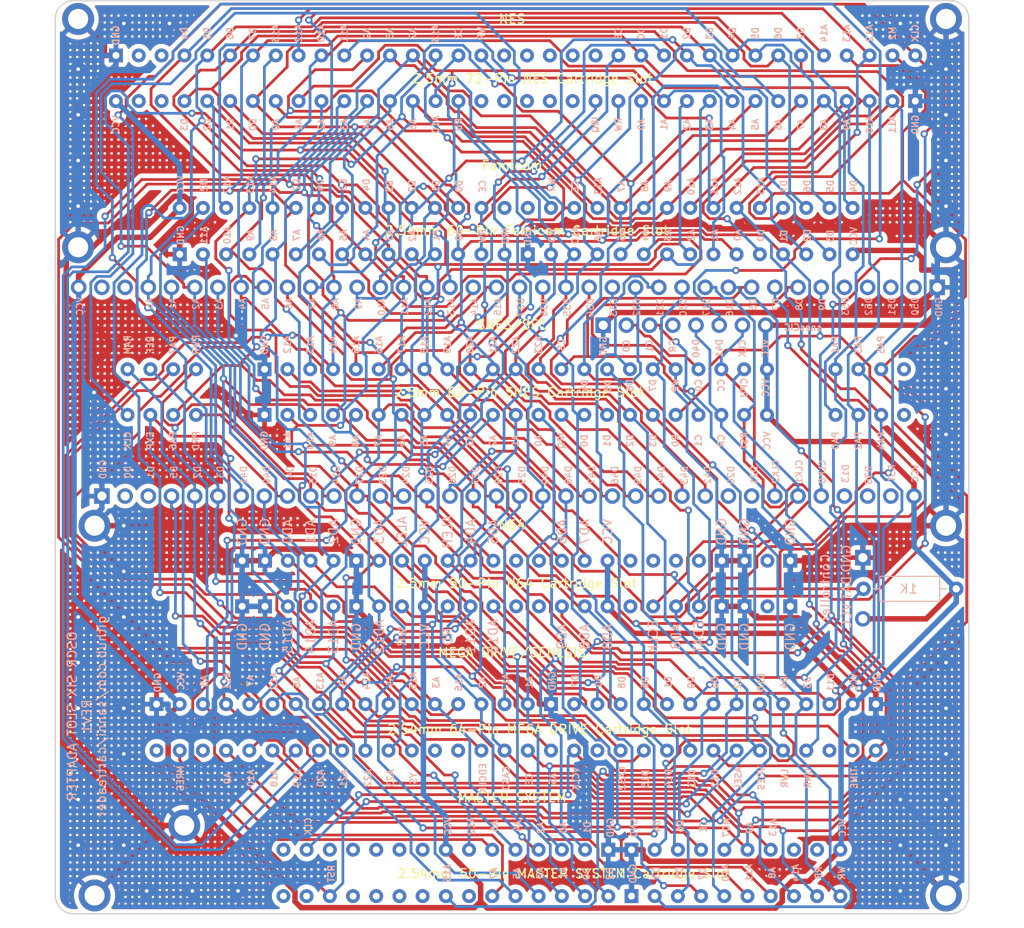
<source format=kicad_pcb>
(kicad_pcb (version 20211014) (generator pcbnew)
  (title_block (title "SIX SLOT ADAPTER") (date "2022-04-01") (rev "V1"))
  (layers (0 "F.Cu" signal) (31 "B.Cu" signal) (34 "B.Paste" user) (35 "F.Paste" user) (36 "B.SilkS" user "B.Silkscreen") (37 "F.SilkS" user "F.Silkscreen") (38 "B.Mask" user) (39 "F.Mask" user) (44 "Edge.Cuts" user))
  (net 0 "")
  (net 1 "D30")
  (net 2 "D31")
  (net 3 "D28")
  (net 4 "D29")
  (net 5 "D26")
  (net 6 "D27")
  (net 7 "D24")
  (net 8 "D25")
  (net 9 "D22")
  (net 10 "D23")
  (net 11 "D20")
  (net 12 "D21")
  (net 13 "D16")
  (net 14 "D17")
  (net 15 "D14")
  (net 16 "D15")
  (net 17 "D13")
  (net 18 "D8")
  (net 19 "D9")
  (net 20 "D6")
  (net 21 "D7")
  (net 22 "D4")
  (net 23 "D5")
  (net 24 "D2")
  (net 25 "D3")
  (net 26 "D0")
  (net 27 "D1")
  (net 28 "RESET")
  (net 29 "VCC")
  (net 30 "GND")
  (net 31 "D46")
  (net 32 "D47")
  (net 33 "D44")
  (net 34 "D45")
  (net 35 "D42")
  (net 36 "D43")
  (net 37 "D40")
  (net 38 "D41")
  (net 39 "D38")
  (net 40 "D36")
  (net 41 "D37")
  (net 42 "D34")
  (net 43 "D32")
  (net 44 "D33")
  (net 45 "A14")
  (net 46 "A15")
  (net 47 "A12")
  (net 48 "A13")
  (net 49 "A10")
  (net 50 "A11")
  (net 51 "A8")
  (net 52 "A9")
  (net 53 "A6")
  (net 54 "A7")
  (net 55 "A4")
  (net 56 "A5")
  (net 57 "A2")
  (net 58 "A3")
  (net 59 "A0")
  (net 60 "A1")
  (net 61 "+3V3")
  (net 62 "+5V")
  (net 63 "D35")
  (net 64 "D53")
  (net 65 "D52")
  (net 66 "D51")
  (net 67 "D50")
  (net 68 "D49")
  (net 69 "D48")
  (net 70 "CLK2")
  (net 71 "CLK1")
  (net 72 "CLK0")
  (net 121 "CIC DATA 1")
  (net 122 "CIC DATA 0")
  (net 125 "CIC RESET")
  (footprint "Connector_PinSocket_2.54mm:PinSocket_1x36_P2.54mm_Vertical" (layer "F.Cu") (at 105.1 104.255 90)
    (fp_text reference "J4")
    (fp_text value "CART SLOT BOTTOM ROW")
  )
  (footprint "Connector_PinSocket_2.54mm:PinSocket_1x38_P2.54mm_Vertical" (layer "F.Cu") (at 102.56 81.395 90)
    (fp_text reference "J3")
    (fp_text value "CART SLOT TOP ROW")
  )
  (footprint "!OSCR:NES_Slot" (layer "F.Cu") (at 141.635 55.995 90)
    (fp_text reference "NES1" hide)
    (fp_text value "NES_Slot" hide)
  )
  (footprint "Connector_PinHeader_2.54mm:PinHeader_1x01_P2.54mm_Vertical" (layer "F.Cu") (at 188.4 111)
    (fp_text reference "JC2")
    (fp_text value "Conn_01x01")
  )
  (footprint "!OSCR:SMS_Slot" (layer "F.Cu") (at 155.45 142.99 90)
    (fp_text reference "SMS1" hide)
    (fp_text value "SMS_Slot" hide)
  )
  (footprint "Connector_PinHeader_2.54mm:PinHeader_1x01_P2.54mm_Vertical" (layer "F.Cu") (at 188.4 117.7)
    (fp_text reference "JC1")
    (fp_text value "Controller")
  )
  (footprint "!OSCR:SNES Slot" (layer "F.Cu") (at 107.905 95.365 90)
    (fp_text reference "SNES1" hide)
    (fp_text value "SNES_Slot" hide)
  )
  (footprint "!OSCR:N64 Slot" (layer "F.Cu") (at 120.45 116.335)
    (fp_text reference "N64" hide)
    (fp_text value "N64_Slot" hide)
  )
  (footprint "!OSCR:MD_Slot" (layer "F.Cu") (at 150.45 129.585 90)
    (fp_text reference "MD1" hide)
    (fp_text value "MD_Slot" hide)
  )
  (footprint "!OSCR:FC_Slot" (layer "F.Cu") (at 146.64 75.235 90)
    (fp_text reference "FC1" hide)
    (fp_text value "FC_Slot" hide)
  )
  (footprint "MountingHole:MountingHole_2.2mm_M2_ISO7380_Pad" (layer "B.Cu") (at 102.5 77 180)
    (fp_text reference "M2_3" hide)
    (fp_text value "Screw_Terminal_01x01")
  )
  (footprint "MountingHole:MountingHole_2.2mm_M2_ISO7380_Pad" (layer "B.Cu") (at 197.5 148 180)
    (fp_text reference "M2_6" hide)
    (fp_text value "Screw_Terminal_01x01")
  )
  (footprint "MountingHole:MountingHole_2.2mm_M2_ISO7380_Pad" (layer "B.Cu") (at 102.5 52 180)
    (fp_text reference "M2_2" hide)
    (fp_text value "Screw_Terminal_01x01")
  )
  (footprint "MountingHole:MountingHole_2.2mm_M2_ISO7380_Pad" (layer "B.Cu") (at 197.5 77 180)
    (fp_text reference "M2_9" hide)
    (fp_text value "Screw_Terminal_01x01")
  )
  (footprint "MountingHole:MountingHole_2.2mm_M2_ISO7380_Pad" (layer "B.Cu") (at 197.5 107.5 180)
    (fp_text reference "M2_8" hide)
    (fp_text value "Screw_Terminal_01x01")
  )
  (footprint "MountingHole:MountingHole_2.2mm_M2_ISO7380_Pad" (layer "B.Cu") (at 104.3 107.5 180)
    (fp_text reference "M2_4" hide)
    (fp_text value "Screw_Terminal_01x01")
  )
  (footprint "MountingHole:MountingHole_2.2mm_M2_ISO7380_Pad" (layer "B.Cu") (at 104.3 148 180)
    (fp_text reference "M2_5" hide)
    (fp_text value "Screw_Terminal_01x01")
  )
  (footprint "Connector_PinHeader_2.54mm:PinHeader_1x08_P2.54mm_Vertical" (layer "B.Cu") (at 177.755 85.539 90)
    (fp_text reference "JCIC1")
    (fp_text value "Conn_01x08" hide)
  )
  (footprint "MountingHole:MountingHole_2.2mm_M2_ISO7380_Pad" (layer "B.Cu") (at 197.5 52 180)
    (fp_text reference "M2_1" hide)
    (fp_text value "Screw_Terminal_01x01")
  )
  (footprint "Resistor_THT:R_Axial_DIN0207_L6.3mm_D2.5mm_P10.16mm_Horizontal" (layer "B.Cu") (at 198.62 114.415 180)
    (fp_text reference "R1" hide)
    (fp_text value "1K" hide)
  )
  (footprint "MountingHole:MountingHole_2.2mm_M2_ISO7380_Pad" (layer "B.Cu") (at 114.11 140.33 180)
    (fp_text reference "M2_7" hide)
    (fp_text value "Screw_Terminal_01x01")
  )
  (gr_arc (start 200 148) (mid 199.414214 149.414214) (end 198 150) (layer "Edge.Cuts") (width 0.15))
  (gr_line (start 100 52) (end 100 148) (layer "Edge.Cuts") (width 0.15))
  (gr_line (start 200 139.635) (end 200 148) (layer "Edge.Cuts") (width 0.15))
  (gr_line (start 102 50) (end 198 50) (layer "Edge.Cuts") (width 0.15))
  (gr_line (start 200 52) (end 200 130.375) (layer "Edge.Cuts") (width 0.15))
  (gr_arc (start 102 150) (mid 100.585786 149.414214) (end 100 148) (layer "Edge.Cuts") (width 0.15))
  (gr_arc (start 99.999999 52) (mid 100.585786 50.585787) (end 102 50) (layer "Edge.Cuts") (width 0.15))
  (gr_arc (start 198 50) (mid 199.414214 50.585786) (end 200 52) (layer "Edge.Cuts") (width 0.15))
  (gr_line (start 102 150) (end 198 150) (layer "Edge.Cuts") (width 0.15))
  (gr_line (start 200 139.635) (end 200 130.375) (layer "Edge.Cuts") (width 0.15))
  (gr_text "A0" (at 152.897013 98.194999 90) (layer "B.SilkS") (effects (font (size 0.7 0.7)) (justify mirror)))
  (gr_text "Controller\n" (at 184.3 114.3 90) (layer "B.SilkS") (effects (font (size 1 1)) (justify mirror)))
  (gr_text "D3\n" (at 184.85 75.775 90) (layer "B.SilkS") (effects (font (size 0.7 0.7)) (justify mirror)))
  (gr_text "D12" (at 172.21 135.165 90) (layer "B.SilkS") (effects (font (size 0.7 0.7)) (justify mirror)))
  (gr_text "D31" (at 166.2 82.49 90) (layer "B.SilkS") (effects (font (size 0.7 0.7) (thickness 0.125)) (justify left mirror)))
  (gr_text "D6" (at 168.39 140.41 90) (layer "B.SilkS") (effects (font (size 0.7 0.7)) (justify mirror)))
  (gr_text "A3" (at 153.07 145.53 90) (layer "B.SilkS") (effects (font (size 0.7 0.7)) (justify mirror)))
  (gr_text "A21" (at 147.905 87.695 90) (layer "B.SilkS") (effects (font (size 0.7 0.7)) (justify mirror)))
  (gr_text "PA1" (at 185.405 87.695 90) (layer "B.SilkS") (effects (font (size 0.7 0.7)) (justify mirror)))
  (gr_text "CS" (at 155.405 87.695 90) (layer "B.SilkS") (effects (font (size 0.7 0.7)) (justify mirror)))
  (gr_text "A10" (at 129.135 53.582556 90) (layer "B.SilkS") (effects (font (size 0.7 0.7)) (justify mirror)))
  (gr_text "A12" (at 174.69 70.322556 90) (layer "B.SilkS") (effects (font (size 0.7 0.7)) (justify mirror)))
  (gr_text "A7" (at 139.135 53.582556 90) (layer "B.SilkS") (effects (font (size 0.7 0.7)) (justify mirror)))
  (gr_text "A5" (at 176.635 63.575 90) (layer "B.SilkS") (effects (font (size 0.7 0.7)) (justify mirror)))
  (gr_text "A5" (at 123.02 82.49 90) (layer "B.SilkS") (effects (font (size 0.7 0.7) (thickness 0.125)) (justify left mirror)))
  (gr_text "A10" (at 141.635 63.574999 90) (layer "B.SilkS") (effects (font (size 0.7 0.7)) (justify mirror)))
  (gr_text "IRQ" (at 155.405 98.195 90) (layer "B.SilkS") (effects (font (size 0.7 0.7)) (justify mirror)))
  (gr_text "AD15" (at 125.45 119.665 90) (layer "B.SilkS") (effects (font (size 1 1)) (justify mirror)))
  (gr_text "D7" (at 126.43 70.162556 90) (layer "B.SilkS") (effects (font (size 0.7 0.7)) (justify mirror)))
  (gr_text "D4" (at 179.79 124.672556 90) (layer "B.SilkS") (effects (font (size 0.7 0.7)) (justify mirror)))
  (gr_text "A6" (at 159.45 75.775 90) (layer "B.SilkS") (effects (font (size 0.7 0.7)) (justify mirror)))
  (gr_text "IRQ" (at 159.135 63.575 90) (layer "B.SilkS") (effects (font (size 0.7 0.7)) (justify mirror)))
  (gr_text "D5" (at 160.483 92.143 90) (layer "B.SilkS") (effects (font (size 0.7 0.7)) (justify mirror)))
  (gr_text "A2" (at 153.15 140.57 90) (layer "B.SilkS") (effects (font (size 0.7 0.7)) (justify mirror)))
  (gr_text "MRES" (at 113.7 135.164999 90) (layer "B.SilkS") (effects (font (size 0.7 0.7)) (justify mirror)))
  (gr_text "AD4" (at 145.45 108.165 90) (layer "B.SilkS") (effects (font (size 1 1)) (justify mirror)))
  (gr_text "A14" (at 123.89 70.162556 90) (layer "B.SilkS") (effects (font (size 0.7 0.7)) (justify mirror)))
  (gr_text "RW" (at 161.635 63.575 90) (layer "B.SilkS") (effects (font (size 0.7 0.7)) (justify mirror)))
  (gr_text "RD" (at 142.95 119.665 90) (layer "B.SilkS") (effects (font (size 1 1)) (justify mirror)))
  (gr_text "GND" (at 159.975 87.825 90) (layer "B.SilkS") (effects (font (size 0.7 0.7)) (justify mirror)))
  (gr_text "RD" (at 144.135 63.574999 90) (layer "B.SilkS") (effects (font (size 0.7 0.7)) (justify mirror)))
  (gr_text "D6" (at 176.36 82.49 90) (layer "B.SilkS") (effects (font (size 0.7 0.7) (thickness 0.125)) (justify left mirror)))
  (gr_text "A18" (at 123.95 135.164999 90) (layer "B.SilkS") (effects (font (size 0.7 0.7)) (justify mirror)))
  (gr_text "PRD" (at 115.397659 98.194999 90) (layer "B.SilkS") (effects (font (size 0.7 0.7)) (justify mirror)))
  (gr_text "AD3" (at 135.45 108.165 90) (layer "B.SilkS") (effects (font (size 1 1)) (justify mirror)))
  (gr_text "D2" (at 162.905 98.195 90) (layer "B.SilkS") (effects (font (size 0.7 0.7)) (justify mirror)))
  (gr_text "PA3" (at 187.919895 87.687444 90) (layer "B.SilkS") (effects (font (size 0.7 0.7)) (justify mirror)))
  (gr_text "WR" (at 146.635 53.582556 90) (layer "B.SilkS") (effects (font (size 0.7 0.7)) (justify mirror)))
  (gr_text "A7" (at 121.37 124.512556 90) (layer "B.SilkS") (effects (font (size 0.7 0.7)) (justify mirror)))
  (gr_text "AD2" (at 130.45 108.165 90) (layer "B.SilkS") (effects (font (size 1 1)) (justify mirror)))
  (gr_text "VCLK\n" (at 156.97 135.245 90) (layer "B.SilkS") (effects (font (size 0.7 0.7)) (justify mirror)))
  (gr_text "A14" (at 130.405 87.695 90) (layer "B.SilkS") (effects (font (size 0.7 0.7)) (justify mirror)))
  (gr_text "A10" (at 135.72 82.49 90) (layer "B.SilkS") (effects (font (size 0.7 0.7) (thickness 0.125)) (justify left mirror)))
  (gr_text "ALEH" (at 142.95 108.165 90) (layer "B.SilkS") (effects (font (size 1 1)) (justify mirror)))
  (gr_text "A7" (at 128.1 82.49 90) (layer "B.SilkS") (effects (font (size 0.7 0.7) (thickness 0.125)) (justify left mirror)))
  (gr_text "D0" (at 121.635 63.574999 90) (layer "B.SilkS") (effects (font (size 0.7 0.7)) (justify mirror)))
  (gr_text "GND" (at 120.45 108.165 90) (layer "B.SilkS") (effects (font (size 1 1)) (justify mirror)))
  (gr_text "GND" (at 160.77 140.57 90) (layer "B.SilkS") (effects (font (size 0.7 0.7)) (justify mirror)))
  (gr_text "EXP" (at 110.405 98.195 90) (layer "B.SilkS") (effects (font (size 0.7 0.7)) (justify mirror)))
  (gr_text "D1" (at 119.135 63.574999 90) (layer "B.SilkS") (effects (font (size 0.7 0.7)) (justify mirror)))
  (gr_text "CC" (at 172.905 92.143 90) (layer "B.SilkS") (effects (font (size 0.7 0.7)) (justify mirror)))
  (gr_text "D22" (at 133.32 100.869 90) (layer "B.SilkS") (effects (font (size 0.7 0.7) (thickness 0.125)) (justify left mirror)))
  (gr_text "D41" (at 120.62 100.869 90) (layer "B.SilkS") (effects (font (size 0.7 0.7) (thickness 0.125)) (justify left mirror)))
  (gr_text "VCC" (at 177.755 92.397 90) (layer "B.SilkS") (effects (font (size 0.7 0.7)) (justify mirror)))
  (gr_text "D4" (at 165.85 140.41 90) (layer "B.SilkS") (effects (font (size 0.7 0.7)) (justify mirror)))
  (gr_text "A9" (at 134.135 53.582556 90) (layer "B.SilkS") (effects (font (size 0.7 0.7)) (justify mirror)))
  (gr_text "A11" (at 131.635 53.582556 90) (layer "B.SilkS") (effects (font (size 0.7 0.7)) (justify mirror)))
  (gr_text "PA7" (at 112.905 87.695 90) (layer "B.SilkS") (effects (font (size 0.7 0.7)) (justify mirror)))
  (gr_text "A16" (at 135.405 87.695 90) (layer "B.SilkS") (effects (font (size 0.7 0.7)) (justify mirror)))
  (gr_text "D1" (at 179.77 75.775 90) (layer "B.SilkS") (effects (font (size 0.7 0.7)) (justify mirror)))
  (gr_text "AD8\n" (at 167.95 119.665 90) (layer "B.SilkS") (effects (font (size 1 1)) (justify mirror)))
  (gr_text "A4" (at 136.61 124.512556 90) (layer "B.SilkS") (effects (font (size 0.7 0.7)) (justify mirror)))
  (gr_text "A0" (at 110.32 82.49 90) (layer "B.SilkS") (effects (font (size 0.7 0.7) (thickness 0.125)) (justify left mirror)))
  (gr_text "A17" (at 149.31 124.672556 90) (layer "B.SilkS") (effects (font (size 0.7 0.7)) (justify mirror)))
  (gr_text "D30" (at 168.74 82.49 90) (layer "B.SilkS") (effects (font (size 0.7 0.7) (thickness 0.125)) (justify left mirror)))
  (gr_text "D47" (at 158.72 100.869 90) (layer "B.SilkS") (effects (font (size 0.7 0.7) (thickness 0.125)) (justify left mirror)))
  (gr_text "D20" (at 173.96 100.869 90) (layer "B.SilkS") (effects (font (size 0.7 0.7) (thickness 0.125)) (justify left mirror)))
  (gr_text "D43" (at 168.88 100.869 90) (layer "B.SilkS") (effects (font (size 0.7 0.7) (thickness 0.125)) (justify left mirror)))
  (gr_text "A12" (at 145.53 140.41 90) (layer "B.SilkS") (effects (font (size 0.7 0.7)) (justify mirror)))
  (gr_text "A1" (at 155.61 145.53 90) (layer "B.SilkS") (effects (font (size 0.7 0.7)) (justify mirror)))
  (gr_text "A2" (at 115.4 82.49 90) (layer "B.SilkS") (effects (font (size 0.7 0.7) (thickness 0.125)) (justify left mirror)))
  (gr_text "D7" (at 170.85 145.61 90) (layer "B.SilkS") (effects (font (size 0.7 0.7)) (justify mirror)))
  (gr_text "D51" (at 191.58 82.37 90) (layer "B.SilkS") (effects (font (size 0.7 0.7) (thickness 0.125)) (justify left mirror)))
  (gr_text "A6" (at 137.889673 98.194999 90) (layer "B.SilkS") (effects (font (size 0.7 0.7)) (justify mirror)))
  (gr_text "D28" (at 148.56 100.869 90) (layer "B.SilkS") (effects (font (size 0.7 0.7) (thickness 0.125)) (justify left mirror)))
  (gr_text "D34" (at 158.58 82.49 90) (layer "B.SilkS") (effects (font (size 0.7 0.7) (thickness 0.125)) (justify left mirror)))
  (gr_text "A10" (at 156.91 75.695 90) (layer "B.SilkS") (effects (font (size 0.7 0.7)) (justify mirror)))
  (gr_text "D2" (at 115.54 100.869 90) (layer "B.SilkS") (effects (font (size 0.7 0.7) (thickness 0.125)) (justify left mirror)))
  (gr_text "PA6" (at 112.890104 98.194999 90) (layer "B.SilkS") (effects (font (size 0.7 0.7)) (justify mirror)))
  (gr_text "D1" (at 167.09 124.672556 90) (layer "B.SilkS") (effects (font (size 0.7 0.7)) (justify mirror)))
  (gr_text "D6" (at 164.55 124.672556 90) (layer "B.SilkS") (effects (font (size 0.7 0.7)) (justify mirror)))
  (gr_text "YS" (at 139.2 135.164999 90) (layer "B.SilkS") (effects (font (size 0.7 0.7)) (justify mirror)))
  (gr_text "A9" (at 186.635 63.575 90) (layer "B.SilkS") (effects (font (size 0.7 0.7)) (justify mirror)))
  (gr_text "D38" (at 189.04 100.869 90) (layer "B.SilkS") (effects (font (size 0.7 0.7) (thickness 0.125)) (justify left mirror)))
  (gr_text "A19" (at 142.905 87.695 90) (layer "B.SilkS") (effects (font (size 0.7 0.7)) (justify mirror)))
  (gr_text "D5" (at 113 100.869 90) (layer "B.SilkS") (effects (font (size 0.7 0.7) (thickness 0.125)) (justify left mirror)))
  (gr_text "D0" (at 177.23 75.695 90) (layer "B.SilkS") (effects (font (size 0.7 0.7)) (justify mirror)))
  (gr_text "CLK2" (at 178.88 100.191 90) (layer "B.SilkS") (effects (font (size 0.7 0.7) (thickness 0.125)) (justify left mirror)))
  (gr_text "D32" (at 163.66 82.49 90) (layer "B.SilkS") (effects (font (size 0.7 0.7) (thickness 0.125)) (justify left mirror)))
  (gr_text "D1" (at 141.67 70.322556 90) (layer "B.SilkS") (effects (font (size 0.7 0.7)) (justify mirror)))
  (gr_text "A12" (at 123.91 124.512556 90) (layer "B.SilkS") (effects (font (size 0.7 0.7)) (justify mirror)))
  (gr_text "D8" (at 162.01 124.672556 90) (layer "B.SilkS") (effects (font (size 0.7 0.7)) (justify mirror)))
  (gr_text "AD1" (at 127.95 108.165 90) (layer "B.SilkS") (effects (font (size 1 1)) (justify mirror)))
  (gr_text "VCC" (at 140.45 119.665 90) (layer "B.SilkS") (effects (font (size 1 1)) (justify mirror)))
  (gr_text "A1" (at 172.15 75.695 90) (layer "B.SilkS") (effects (font (size 0.7 0.7)) (justify mirror)))
  (gr_text "A9" (at 176.01 140.57 90) (layer "B.SilkS") (effects (font (size 0.7 0.7)) (justify mirror)))
  (gr_text "GND" (at 186.6 111.1 90) (layer "B.SilkS") (effects (font (size 1 1)) (justify mirror)))
  (gr_text "CE" (at 151.89 135.245 90) (layer "B.SilkS") (effects (font (size 0.7 0.7)) (justify mirror)))
  (gr_text "VCC" (at 140.45 108.165 90) (layer "B.SilkS") (effects (font (size 1 1)) (justify mirror)))
  (gr_text "A3" (at 145.374346 98.194999 90) (layer "B.SilkS") (effects (font (size 0.7 0.7)) (justify mirror)))
  (gr_text "UWR" (at 182.37 135.165 90) (layer "B.SilkS") (effects (font (size 0.7 0.7)) (justify mirror)))
  (gr_text "GND\n" (at 113.73 75.694999 90) (layer "B.SilkS") (effects (font (size 0.7 0.7)) (justify mirror)))
  (gr_text "D1\n" (at 166.635 53.582556 90) (layer "B.SilkS") (effects (font (size 0.7 0.7)) (justify mirror)))
  (gr_text "D7" (at 178.9 82.49 90) (layer "B.SilkS") (effects (font (size 0.7 0.7) (thickness 0.125)) (justify left mirror)))
  (gr_text "A9" (at 133.18 82.49 90) (layer "B.SilkS") (effects (font (size 0.7 0.7) (thickness 0.125)) (justify left mirror)))
  (gr_text "A16" (at 144.16 124.672556 90) (layer "B.SilkS") (effects (font (size 0.7 0.7)) (justify mirror)))
  (gr_text "D10" (at 177.25 124.672556 90) (layer "B.SilkS") (effects (font (size 0.7 0.7)) (justify mirror)))
  (gr_text "A6" (at 179.135 63.575 90) (layer "B.SilkS") (effects (font (size 0.7 0.7)) (justify mirror)))
  (gr_text "D15" (at 128.24 100.869 90) (layer "B.SilkS") (effects (font (size 0.7 0.7) (thickness 0.125)) (justify left mirror)))
  (gr_text "CLK" (at 194.135 53.575 90) (layer "B.SilkS") (effects (font (size 0.7 0.7)) (justify mirror)))
  (gr_text "D2" (at 174.71 124.672556 90) (layer "B.SilkS") (effects (font (size 0.7 0.7)) (justify mirror)))
  (gr_text "GND" (at 180.45 108.165 90) (layer "B.SilkS") (effects (font (size 1 1)) (justify mirror)))
  (gr_text "D42" (at 171.42 100.869 90) (layer "B.SilkS") (effects (font (size 0.7 0.7) (thickness 0.125)) (justify left mirror)))
  (gr_text "A1" (at 150.389457 98.194999 90) (layer "B.SilkS") (effects (font (size 0.7 0.7)) (justify mirror)))
  (gr_text "A2" (at 139.13 75.775 90) (layer "B.SilkS") (effects (font (size 0.7 0.7)) (justify mirror)))
  (gr_text "A1" (at 151.88 124.672556 90) (layer "B.SilkS") (effects (font (size 0.7 0.7)) (justify mirror)))
  (gr_text "A7" (at 161.99 70.322556 90) (layer "B.SilkS") (effects (font (size 0.7 0.7)) (justify mirror)))
  (gr_text "RD" (at 154.37 75.775 90) (layer "B.SilkS") (effects (font (size 0.7 0.7)) (justify mirror)))
  (gr_text "D40" (at 170.135 88.079 90) (layer "B.SilkS") (effects (font (size 0.7 0.7)) (justify mirror)))
  (gr_text "A10" (at 169.61 70.322556 90) (layer "B.SilkS") (effects (font (size 0.7 0.7)) (justify mirror)))
  (gr_text "D2" (at 160.69 145.61 90) (layer "B.SilkS") (effects (font (size 0.7 0.7)) (justify mirror)))
  (gr_text "D7" (at 181.635 53.582556 90) (layer "B.SilkS") (effects (font (size 0.7 0.7)) (justify mirror)))
  (gr_text "A13" (at 159.45 70.322556 90) (layer "B.SilkS") (effects (font (size 0.7 0.7)) (justify mirror)))
  (gr_text "RW" (at 146.75 75.775 90) (layer "B.SilkS") (effects (font (size 0.7 0.7)) (justify mirror)))
  (gr_text "GND" (at 132.95 119.665 90) (layer "B.SilkS") (effects (font (size 1 1)) (justify mirror)))
  (gr_text "AD10" (at 147.942872 119.615597 90) (layer "B.SilkS") (effects (font (size 1 1)) (justify mirror)))
  (gr_text "WR" (at 167.905 92.143 90) (layer "B.SilkS") (effects (font (size 0.7 0.7)) (justify mirror)))
  (gr_text "CLK0" (at 183.96 100.191 90) (layer "B.SilkS") (effects (font (size 0.7 0.7) (thickness 0.125)) (justify left mirror)))
  (gr_text "CLK" (at 127.67 140.45 90) (layer "B.SilkS") (effects (font (size 0.7 0.7)) (justify mirror)))
  (gr_text "A22" (at 134.2 135.164999 90) (layer "B.SilkS") (effects (font (size 0.7 0.7)) (justify mirror)))
  (gr_text "VCC" (at 186.6 117.4 90) (layer "B.SilkS") (effects (font (size 1 1)) (justify mirror)))
  (gr_text "REF" (at 110.405 87.695 90) (layer "B.SilkS") (effects (font (size 0.7 0.7)) (justify mirror)))
  (gr_text "D5" (at 172.17 124.672556 90) (layer "B.SilkS") (effects (font (size 0.7 0.7)) (justify mirror)))
  (gr_text "A22" (at 150.405 87.695 90) (layer "B.SilkS") (effects (font (size 0.7 0.7)) (justify mirror)))
  (gr_text "AS" (at 154.43 135.245 90) (layer "B.SilkS") (effects (font (size 0.7 0.7)) (justify mirror)))
  (gr_text "D7" (at 156.93 124.512556 90) (layer "B.SilkS") (effects (font (size 0.7 0.7)) (justify mirror)))
  (gr_text "RST" (at 175.405 98.195 90) (layer "B.SilkS") (effects (font (size 0.7 0.7)) (justify mirror)))
  (gr_text "D25" (at 140.94 100.869 90) (layer "B.SilkS") (effects (font (size 0.7 0.7) (thickness 0.125)) (justify left mirror)))
  (gr_text "PA4" (at 190.405 98.195 90) (layer "B.SilkS") (effects (font (size 0.7 0.7)) (justify mirror)))
  (gr_text "A5" (at 161.99 75.695 90) (layer "B.SilkS") (effects (font (size 0.7 0.7)) (justify mirror)))
  (gr_text "PA2" (at 187.905 98.195 90) (layer "B.SilkS") (effects (font (size 0.7 0.7)) (justify mirror)))
  (gr_text "A10" (at 121.41 135.164999 90) (layer "B.SilkS") (effects (font (size 0.7 0.7)) (justify mirror)))
  (gr_text "A4" (at 134.135 63.574999 90) (layer "B.SilkS") (effects (font (size 0.7 0.7)) (justify mirror)))
  (gr_text "D3" (at 182.33 124.672556 90) (layer "B.SilkS") (effects (font (size 0.7 0.7)) (justify mirror)))
  (gr_text "A4" (at 174.135 63.575 90) (layer "B.SilkS") (effects (font (size 0.7 0.7)) (justify mirror)))
  (gr_text "GND" (at 175.45 108.165 90) (layer "B.SilkS") (effects (font (size 1 1)) (justify mirror)))
  (gr_text "A5" (at 131.53 124.512556 90) (layer "B.SilkS") (effects (font (size 0.7 0.7)) (justify mirror)))
  (gr_text "CE" (at 146.78 70.322556 90) (layer "B.SilkS") (effects (font (size 0.7 0.7)) (justify mirror)))
  (gr_text "RAM" (at 107.905 87.695 90) (layer "B.SilkS") (effects (font (size 0.7 0.7)) (justify mirror)))
  (gr_text "A2" (at 169.61 75.695 90) (layer "B.SilkS") (effects (font (size 0.7 0.7)) (justify mirror)))
  (gr_text "D9" (at 169.63 124.672556 90) (layer "B.SilkS") (effects (font (size 0.7 0.7)) (justify mirror)))
  (gr_text "GND" (at 196.72 82.411 90) (layer "B.SilkS") (effects (font (size 0.7 0.7) (thickness 0.125)) (justify left mirror)))
  (gr_text "CE" (at 144.135 53.582556 90) (layer "B.SilkS") (effects (font (size 0.7 0.7)) (justify mirror)))
  (gr_text "GND" (at 122.95 108.165 90) (layer "B.SilkS") (effects (font (size 1 1)) (justify mirror)))
  (gr_text "D53" (at 186.5 82.37 90) (layer "B.SilkS") (effects (font (size 0.7 0.7) (thickness 0.125)) (justify left mirror)))
  (gr_text "ALEL" (at 137.95 108.165 90) (layer "B.SilkS") (effects (font (size 1 1)) (justify mirror)))
  (gr_text "A8" (at 178.47 145.53 90) (layer "B.SilkS") (effects (font (size 0.7 0.7)) (justify mirror)))
  (gr_text "A4" (at 142.904784 98.194999 90) (layer "B.SilkS") (effects (font (size 0.7 0.7)) (justify mirror)))
  (gr_text "A11" (at 125.389888 98.194999 90) (layer "B.SilkS") (effects (font (size 0.7 0.7)) (justify mirror)))
  (gr_text "GND" (at 172.95 108.165 90) (layer "B.SilkS") (effects (font (size 1 1)) (justify mirror)))
  (gr_text "D7\n" (at 179.77 70.322556 90) (layer "B.SilkS") (effects (font (size 0.7 0.7)) (justify mirror)))
  (gr_text "M07" (at 173.47 140.57 90) (layer "B.SilkS") (effects (font (size 0.7 0.7)) (justify mirror)))
  (gr_text "A8" (at 116.29 124.512556 90) (layer "B.SilkS") (effects (font (size 0.7 0.7)) (justify mirror)))
  (gr_text "D48" (at 156.18 100.869 90) (layer "B.SilkS") (effects (font (size 0.7 0.7) (thickness 0.125)) (justify left mirror)))
  (gr_text "A7" (at 135.382117 98.194999 90) (layer "B.SilkS") (effects (font (size 0.7 0.7)) (justify mirror)))
  (gr_text "A8" (at 123.89 75.694999 90) (layer "B.SilkS") (effects (font (size 0.7 0.7)) (justify mirror)))
  (gr_text "VCC" (at 186.17 140.57 90) (layer "B.SilkS") (effects (font (size 0.7 0.7)) (justify mirror)))
  (gr_text "VRES" (at 177.29 135.165 90) (layer "B.SilkS") (effects (font (size 0.7 0.7)) (justify mirror)))
  (gr_text "A2" (at 129.135 63.574999 90) (layer "B.SilkS") (effects (font (size 0.7 0.7)) (justify mirror)))
  (gr_text "A5" (at 131.56 75.694999 90) (layer "B.SilkS") (effects (font (size 0.7 0.7)) (justify mirror)))
  (gr_text "VCC" (at 102.68 82.37 90) (layer "B.SilkS") (effects (font (size 0.7 0.7) (thickness 0.125)) (justify left mirror)))
  (gr_text "A10" (at 173.39 145.53 90) (layer "B.SilkS") (effects (font (size 0.7 0.7)) (justify mirror)))
  (gr_text "A5" (at 150.53 145.61 90) (layer "B.SilkS") (effects (font (size 0.7 0.7)) (justify mirror)))
  (gr_text "PA0" (at 185.405 98.195 90) (layer "B.SilkS") (effects (font (size 0.7 0.7)) (justify mirror)))
  (gr_text "GND" (at 105.22 100.191 90) (layer "B.SilkS") (effects (font (size 0.7 0.7) (thickness 0.125)) (justify left mirror)))
  (gr_text "GND" (at 154.39 124.512556 90) (layer "B.SilkS") (effects (font (size 0.7 0.7)) (justify mirror)))
  (gr_text "A14" (at 145.88 82.49 90) (layer "B.SilkS") (effects (font (size 0.7 0.7) (thickness 0.125)) (justify left mirror)))
  (gr_text "A20" (at 129.03 135.164999 90) (layer "B.SilkS") (effects (font (size 0.7 0.7)) (justify mirror)))
  (gr_text "A21" (at 131.57 135.164999 90) (layer "B.SilkS") (effects (font (size 0.7 0.7)) (justify mirror)))
  (gr_text "A9" (at 121.35 75.694999 90) (layer "B.SilkS") (effects (font (size 0.7 0.7)) (justify mirror)))
  (gr_text "A3" (at 167.07 75.695 90) (layer "B.SilkS") (effects (font (size 0.7 0.7)) (justify mirror)))
  (gr_text "A6" (at 126.45 124.672556 90) (layer "B.SilkS") (effects (font (size 0.7 0.7)) (justify mirror)))
  (gr_text "D13" (at 186.5 100.699 90) (layer "B.SilkS") (effects (font (size 0.7 0.7) (thickness 0.125)) (justify left mirror)))
  (gr_text "D2" (at 139.06 70.322556 90) (layer "B.SilkS") (effects (font (size 0.7 0.7)) (justify mirror)))
  (gr_text "D3" (at 171.635 53.582556 90) (layer "B.SilkS") (effects (font (size 0.7 0.7)) (justify mirror)))
  (gr_text "GND" (at 194.135 63.575 90) (layer "B.SilkS") (effects (font (size 0.7 0.7)) (justify mirror)))
  (gr_text "D21" (at 176.5 100.869 90) (layer "B.SilkS") (effects (font (size 0.7 0.7) (thickness 0.125)) (justify left mirror)))
  (gr_text "GND" (at 111.21 124.672556 90) (layer "B.SilkS") (effects (font (size 0.7 0.7)) (justify mirror)))
  (gr_text "D44" (at 166.34 100.869 90) (layer "B.SilkS") (effects (font (size 0.7 0.7) (thickness 0.125)) (justify left mirror)))
  (gr_text "A14" (at 181.01 145.53 90) (layer "B.SilkS") (effects (font (size 0.7 0.7)) (justify mirror)))
  (gr_text "A14" (at 184.135 53.582556 90) (layer "B.SilkS") (effects (font (size 0.7 0.7)) (justify mirror)))
  (gr_text "VCC" (at 187.41 124.665 90) (layer "B.SilkS") (effects (font (size 0.7 0.7)) (justify mirror)))
  (gr_text "GND" (at 180.45 119.665 90) (layer "B.SilkS") (effects (font (size 1 1)) (justify mirror)))
  (gr_text "A1" (at 112.86 82.49 90) (layer "B.SilkS") (effects (font (size 0.7 0.7) (thickness 0.125)) (justify left mirror)))
  (gr_text "VCC" (at 160.45 108.165 90) (layer "B.SilkS") (effects (font (size 1 1)) (justify mirror)))
  (gr_text "GND" (at 163.23 145.61 90) (layer "B.SilkS") (effects (font (size 0.7 0.7)) (justify mirror)))
  (gr_text "A11" (at 172.15 70.322556 90) (layer "B.SilkS") (effects (font (size 0.7 0.7)) (justify mirror)))
  (gr_text "CR" (at 167.595 87.825 90) (layer "B.SilkS") (effects (font (size 0.7 0.7)) (justify mirror)))
  (gr_text "A3" (at 117.94 82.49 90) (layer "B.SilkS") (effects (font (size 0.7 0.7) (thickness 0.125)) (justify left mirror)))
  (gr_text "VCC" (at 187.39 75.775 90) (layer "B.SilkS") (effects (font (size 0.7 0.7)) (justify mirror)))
  (gr_text "CE" (at 170.93 140.41 90) (layer "B.SilkS") (effects (font (size 0.7 0.7)) (justify mirror)))
  (gr_text "D33" (at 161.12 82.49 90) (layer "B.SilkS") (effects (font (size 0.7 0.7) (thickness 0.125)) (justify left mirror)))
  (gr_text "A9" (at 130.367006 98.194999 90) (layer "B.SilkS") (effects (font (size 0.7 0.7)) (justify mirror)))
  (gr_text "D2" (at 116.635 63.574999 90) (layer "B.SilkS") (effects (font (size 0.7 0.7)) (justify mirror)))
  (gr_text "A5" (at 140.397228 98.194999 90) (layer "B.SilkS") (effects (font (size 0.7 0.7)) (justify mirror)))
  (gr_text "D52" (at 189.04 82.37 90) (layer "B.SilkS") (effects (font (size 0.7 0.7) (thickness 0.125)) (justify left mirror)))
  (gr_text "D3" (at 114.135 63.574999 90) (layer "B.SilkS") (effects (font (size 0.7 0.7)) (justify mirror)))
  (gr_text "CLK1" (at 181.42 100.191 90) (layer "B.SilkS") (effects (font (size 0.7 0.7) (thickness 0.125)) (justify left mirror)))
  (gr_text "TIME" (at 187.45 135.165 90) (layer "B.SilkS") (effects (font (size 0.7 0.7)) (justify mirror)))
  (gr_text "D5" (at 131.51 70.162556 90) (layer "B.SilkS") (effects (font (size 0.7 0.7)) (justify mirror)))
  (gr_text "A6" (at 129.06 75.694999 90) (layer "B.SilkS") (effects (font (size 0.7 0.7)) (justify mirror)))
  (gr_text "VCC" (at 142.99 140.41 90) (layer "B.SilkS") (effects (font (size 0.7 0.7)) (justify mirror)))
  (gr_text "M2" (at 116.27 70.162556 90) (layer "B.SilkS") (effects (font (size 0.7 0.7)) (justify mirror)))
  (gr_text "AD14" (at 127.95 119.665 90) (layer "B.SilkS") (effects (font (size 1 1)) (justify mirror)))
  (gr_text "A9" (at 167.07 70.322556 90) (layer "B.SilkS") (effects (font (size 0.7 0.7)) (justify mirror)))
  (gr_text "RD" (at 167.905 98.195 90) (layer "B.SilkS") (effects (font (size 0.7 0.7)) (justify mirror)))
  (gr_text "D4" (at 187.39 70.315 90) (layer "B.SilkS") (effects (font (size 0.7 0.7)) (justify mirror)))
  (gr_text "D41" (at 172.675 88.079 90) (layer "B.SilkS") (effects (font (size 0.7 0.7)) (justify mirror)))
  (gr_text "D4" (at 134.06 70.162556 90) (layer "B.SilkS") (effects (font (size 0.7 0.7)) (justify mirror)))
  (gr_text "A15" (at 139.16 124.512556 90) (layer "B.SilkS") (effects (font (size 0.7 0.7)) (justify mirror)))
  (gr_text "D4" (at 114.135 53.582556 90) (layer "B.SilkS") (effects (font (size 0.7 0.7)) (justify mirror)))
  (gr_text "AD9" (at 155.45 119.665 90) (layer "B.SilkS") (effects (font (size 1 1)) (justify mirror)))
  (gr_text "A14\n" (at 134.07 124.512556 90) (layer "B.SilkS") (effects (font (size 0.7 0.7)) (justify mirror)))
  (gr_text "GND" (at 120.45 119.665 90) (layer "B.SilkS") (effects (font (size 1 1)) (justify mirror)))
  (gr_text "A13" (at 128.99 124.512556 90) (layer "B.SilkS") (effects (font (size 0.7 0.7)) (justify mirror)))
  (gr_text "AD5" (at 147.95 108.165 90) (layer "B.SilkS") (effects (font (size 1 1)) (justify mirror)))
  (gr_text "D23" (at 135.86 100.869 90) (layer "B.SilkS") (effects (font (size 0.7 0.7) (thickness 0.125)) (justify left mirror)))
  (gr_text "A3" (at 131.635 63.574999 90) (layer "B.SilkS") (effects (font (size 0.7 0.7)) (justify mirror)))
  (gr_text "A8" (at 132.874562 98.194999 90) (layer "B.SilkS") (effects (font (size 0.7 0.7)) (justify mirror)))
  (gr_text "D36" (at 153.5 82.49 90) (layer "B.SilkS") (effects (font (size 0.7 0.7) (thickness 0.125)) (justify left mirror)))
  (gr_text "D26" (at 143.48 100.869 90) (layer "B.SilkS") (effects (font (size 0.7 0.7) (thickness 0.125)) (justify left mirror)))
  (gr_text "D7" (at 121.635 53.582556 90) (layer "B.SilkS") (effects (font (size 0.7 0.7)) (justify mirror)))
  (gr_text "CLK" (at 175.215 88.079 90) (layer "B.SilkS") (effects (font (size 0.7 0.7)) (justify mirror)))
  (gr_text "D6" (at 182.31 70.315 90) (layer "B.SilkS") (effects (font (size 0.7 0.7)) (justify mirror)))
  (gr_text "A7" (at 181.635 63.575 90) (layer "B.SilkS") (effects (font (size 0.7 0.7)) (justify mirror)))
  (gr_text "A6" (at 139.135 63.574999 90) (layer "B.SilkS") (effects (font (size 0.7 0.7)) (justify mirror)))
  (gr_text "D0" (at 157.905 98.195 90) (layer "B.SilkS") (effects (font (size 0.7 0.7)) (justify mirror)))
  (gr_text "A6" (at 125.56 82.49 90) (layer "B.SilkS") (effects (font (size 0.7 0.7) (thickness 0.125)) (justify left mirror)))
  (gr_text "AD7" (at 157.95 108.165 90) (layer "B.SilkS") (effects (font (size 1 1)) (justify mirror)))
  (gr_text "A18" (at 140.405 87.695 90) (layer "B.SilkS") (effects (font (size 0.7 0.7)) (justify mirror)))
  (gr_text "A23" (at 136.7 135.164999 90) (layer "B.SilkS") (effects (font (size 0.7 0.7)) (justify mirror)))
  (gr_text "A11" (at 175.93 145.53 90) (layer "B.SilkS") (effects (font (size 0.7 0.7)) (justify mirror)))
  (gr_text "DAT" (at 186.6 114.3 90) (layer "B.SilkS") (effects (font (size 1 1)) (justify mirror)))
  (gr_text "GND" (at 151.72 75.775 90) (layer "B.SilkS") (effects (font (size 0.7 0.7)) (justify mirror)))
  (gr_text "D29" (at 151.1 100.869 90) (layer "B.SilkS") (effects (font (size 0.7 0.7) (thickness 0.125)) (justify left mirror)))
  (gr_text "ASEL" (at 174.75 135.165 90) (layer "B.SilkS") (effects (font (size 0.7 0.7)) (justify mirror)))
  (gr_text "VCC" (at 106.635 63.575 90) (layer "B.SilkS") (effects (font (size 0.7 0.7)) (justify mirror)))
  (gr_text "A7" (at 126.43 75.694999 90) (layer "B.SilkS") (effects (font (size 0.7 0.7)) (justify mirror)))
  (gr_text "D6" (at 128.97 70.162556 90) (layer "B.SilkS") (effects (font (size 0.7 0.7)) (justify mirror)))
  (gr_text "A11" (at 191.635 63.575 90) (layer "B.SilkS") (effects (font (size 0.7 0.7)) (justify mirror)))
  (gr_text "A4" (at 164.53 75.695 90) (layer "B.SilkS") (effects (font (size 0.7 0.7)) (justify mirror)))
  (gr_text "D4" (at 174.135 53.582556 90) (layer "B.SilkS") (effects (font (size 0.7 0.7)) (justify mirror)))
  (gr_text "A1" (at 166.635 63.575 90) (layer "B.SilkS") (effects (font (size 0.7 0.7)) (justify mirror)))
  (gr_text "EDAT" (at 170.45 119.665 90) (layer "B.SilkS") (effects (font (size 1 1)) (justify mirror)))
  (gr_text "EDCLK\n" (at 146.81 135.165 90) (layer "B.SilkS") (effects (font (size 0.7 0.7)) (justify mirror)))
  (gr_text "D4" (at 157.943 92.143 90) (layer "B.SilkS") (effects (font (size 0.7 0.7)) (justify mirror)))
  (gr_text "D0" (at 107.92 100.869 90) (layer "B.SilkS") (effects (font (size 0.7 0.7) (thickness 0.125)) (justify left mirror)))
  (gr_text "D50" (at 194.12 82.37 90) (layer "B.SilkS") (effects (font (size 0.7 0.7) (thickness 0.125)) (justify left mirror)))
  (gr_text "A13" (at 178.55 140.57 90) (layer "B.SilkS") (effects (font (size 0.7 0.7)) (justify mirror)))
  (gr_text "A2" (at 147.905 98.195 90) (layer "B.SilkS") (effects (font (size 0.7 0.7)) (justify mirror)))
  (gr_text "A11" (at 118.83 124.512556 90) (layer "B.SilkS") (effects (font (size 0.7 0.7)) (justify mirror)))
  (gr_text "GND" (at 132.95 108.165 90) (layer "B.SilkS") (effects (font (size 1 1)) (justify mirror)))
  (gr_text "A0" (at 174.69 75.695 90) (layer "B.SilkS") (effects (font (size 0.7 0.7)) (justify mirror)))
  (gr_text "A6" (at 148.07 140.41 90) (layer "B.SilkS") (effects (font (size 0.7 0.7)) (justify mirror)))
  (gr_text "A1\n" (at 126.635 63.574999 90) (layer "B.SilkS") (effects (font (size 0.7 0.7)) (justify mirror)))
  (gr_text "A2" (at 169.135 63.575 90) (layer "B.SilkS") (effects (font (size 0.7 0.7)) (justify mirror)))
  (gr_text "1K" (at 193.3748 114.43) (layer "B.SilkS") (effects (font (size 1 1)) (justify mirror)))
  (gr_text "D35" (at 156.04 82.49 90) (layer "B.SilkS") (effects (font (size 0.7 0.7) (thickness 0.125)) (justify left mirror)))
  (gr_text "A15" (at 148.42 82.49 90) (layer "B.SilkS") (effects (font (size 0.7 0.7) (thickness 0.125)) (justify left mirror)))
  (gr_text "ECLK" (at 165.45 119.665 90) (layer "B.SilkS") (effects (font (size 1 1)) (justify mirror)))
  (gr_text "D24" (at 138.4 100.869 90) (layer "B.SilkS") (effects (font (size 0.7 0.7) (thickness 0.125)) (justify left mirror)))
  (gr_text "VCC" (at 177.755 88.079 90) (layer "B.SilkS") (effects (font (size 0.7 0.7)) (justify mirror)))
  (gr_text "AD8\n" (at 157.95 119.665 90) (layer "B.SilkS") (effects (font (size 1 1)) (justify mirror)))
  (gr_text "GND" (at 175.45 119.665 90) (layer "B.SilkS") (effects (font (size 1 1)) (justify mirror)))
  (gr_text "A9\n" (at 118.87 135.164999 90) (layer "B.SilkS") (effects (font (size 0.7 0.7)) (justify mirror)))
  (gr_text "C0" (at 162.515 87.825 90) (layer "B.SilkS") (effects (font (size 0.7 0.7)) (justify mirror)))
  (gr_text "D2" (at 182.31 75.695 90) (layer "B.SilkS") (effects (font (size 0.7 0.7)) (justify mirror)))
  (gr_text "PA5" (at 190.389457 87.687444 90) (layer "B.SilkS") (effects (font (size 0.7 0.7)) (justify mirror)))
  (gr_text "D5" (at 116.635 53.582556 90) (layer "B.SilkS") (effects (font (size 0.7 0.7)) (justify mirror)))
  (gr_text "AD6" (at 155.45 108.165 90) (layer "B.SilkS") (effects (font (size 1 1)) (justify mirror)))
  (gr_text "D49" (at 153.64 100.869 90) (layer "B.SilkS") (effects (font (size 0.7 0.7) (thickness 0.125)) (justify left mirror)))
  (gr_text "VCC" (at 113.75 124.512556 90) (layer "B.SilkS") (effects (font (size 0.7 0.7)) (justify mirror)))
  (gr_text "AD0" (at 125.45 108.165 90) (layer "B.SilkS") (effects (font (size 1 1)) (justify mirror)))
  (gr_text "RST" (at 191.58 100.699 90) (layer "B.SilkS") (effects (font (size 0.7 0.7) (thickness 0.125)) (justify left mirror)))
  (gr_text "D46" (at 161.26 100.869 90) (layer "B.SilkS") (effects (font (size 0.7 0.7) (thickness 0.125)) (justify left mirror)))
  (gr_text "A13" (at 127.905 87.695 90) (layer "B.SilkS") (effects (font (size 0.7 0.7)) (justify mirror)))
  (gr_text "C0" (at 170.405 92.143 90) (layer "B.SilkS") (effects (font (size 0.7 0.7)) (justify mirror)))
  (gr_text "RST" (at 130.21 145.61 90) (layer "B.SilkS") (effects (font (size 0.7 0.7)) (justify mirror)))
  (gr_text "D0" (at 164.135 53.582556 90) (layer "B.SilkS") (effects (font (size 0.7 0.7)) (justify mirror)))
  (gr_text "A7" (at 147.99 145.61 90) (layer "B.SilkS") (effects (font (size 0.7 0.7)) (justify mirror)))
  (gr_text "AD13\n" (at 130.45 119.665 90) (layer "B.SilkS") (effects (font (size 1 1)) (justify mirror)))
  (gr_text "A23" (at 152.905 87.695 90) (layer "B.SilkS") (effects (font (size 0.7 0.7)) (justify mirror)))
  (gr_text "D4" (at 125.7 100.869 90) (layer "B.SilkS") (effects (font (size 0.7 0.7) (thickness 0.125)) (justify left mirror)))
  (gr_text "A8" (at 130.64 82.49 90) (layer "B.SilkS") (effects (font (size 0.7 0.7) (thickness 0.125)) (justify left mirror)))
  (gr_text "A11" (at 138.26 82.49 90) (layer "B.SilkS") (effects (font (size 0.7 0.7) (thickness 0.125)) (justify left mirror)))
  (gr_text "A0" (at 164.135 63.575 90) (layer "B.SilkS") (effects (font (size 0.7 0.7)) (justify mirror)))
  (gr_text "D11" (at 184.87 124.672556 90) (layer "B.SilkS") (effects (font (size 0.7 0.7)) (justify mirror)))
  (gr_text "C1" (at 165.055 87.825 90) (layer "B.SilkS") (effects (font (size 0.7 0.7)) (justify mirror)))
  (gr_text "A12" (at 125.405 87.695 90) (layer "B.SilkS") (effects (font (size 0.7 0.7)) (justify mirror)))
  (gr_text "A13" (at 143.34 82.49 90) (layer "B.SilkS") (effects (font (size 0.7 0.7) (thickness 0.125)) (justify left mirror)))
  (gr_text "A12" (at 126.635 53.582556 90) (layer "B.SilkS") (effects (font (size 0.7 0.7)) (justify mirror)))
  (gr_text "M2" (at 191.635 53.575 90) (layer "B.SilkS") (effects (font (size 0.7 0.7)) (justify mirror)))
  (gr_text "A11" (at 116.27 75.694999 90) (layer "B.SilkS") (effects (font (size 0.7 0.7)) (justify mirror)))
  (gr_text "A3" (at 171.635 63.575 90) (layer "B.SilkS") (effects (font (size 0.7 0.7)) (justify mirror)))
  (gr_text "D8" (at 181.44 82.49 90) (layer "B.SilkS") (effects (font (size 0.7 0.7) (thickness 0.125)) (justify left mirror)))
  (gr_text "D27" (at 146.02 100.869 90) (layer "B.SilkS") (effects (font (size 0.7 0.7) (thickness 0.125)) (justify left mirror)))
  (gr_text "A8" (at 184.135 63.575 90) (layer "B.SilkS") (effects (font (size 0.7 0.7)) (justify mirror)))
  (gr_text "A5" (at 136.635 63.574999 90) (layer "B.SilkS") (effects (font (size 0.7 0.7)) (justify mirror)))
  (gr_text "A10" (at 127.897444 98.194999 90) (layer "B.SilkS") (effects (font (size 0.7 0.7)) (justify mirror)))
  (gr_text "PWR" (at 115.405 87.695 90) (layer "B.SilkS") (effects (font (size 0.7 0.7)) (justify mirror)))
  (gr_text "CE" (at 161.635 53.582556 90) (layer "B.SilkS") (effects (font (size 0.7 0.7)) (justify mirror)))
  (gr_text "VCC" (at 194.12 100.699 90) (layer "B.SilkS") (effects (font (size 0.7 0.7) (thickness 0.125)) (justify left mirror)))
  (gr_text "GND" (at 172.95 119.665 90) (layer "B.SilkS") (effects (font (size 1 1)) (justify mirror)))
  (gr_text "D14" (at 130.78 100.869 90) (layer "B.SilkS") (effects (font (size 0.7 0.7) (thickness 0.125)) (justify left mirror)))
  (gr_text "D5" (at 168.31 145.53 90) (layer "B.SilkS") (effects (font (size 0.7 0.7)) (justify mirror)))
  (gr_text "AD11\n" (at 145.45 119.665 90) (layer "B.SilkS") (effects (font (size 1 1)) (justify mirror)))
  (gr_text "A8" (at 164.53 70.322556 90) (layer "B.SilkS") (effects (font (size 0.7 0.7)) (justify mirror)))
  (gr_text "A3" (at 136.59 75.694999 90) (layer "B.SilkS") (effects (font (size 0.7 0.7)) (justify mirror)))
  (gr_text "A4" (at 150.62 140.41 90) (layer "B.SilkS") (effects (font (size 0.7 0.7)) (justify mirror)))
  (gr_text "A15" (at 142.91 145.529999 90) (layer "B.SilkS") (effects (font (size 0.7 0.7)) (justify mirror)))
  (gr_text "IRQ" (at 149.29 75.775 90) (layer "B.SilkS") (effects (font (size 0.7 0.7)) (justify mirror)))
  (gr_text "WR" (at 154.37 70.162556 90) (layer "B.SilkS") (effects (font (size 0.7 0.7)) (justify mirror)))
  (gr_text "LWR" (at 179.83 135.165 90) (layer "B.SilkS") (effects (font (size 0.7 0.7)) (justify mirror)))
  (gr_text "GND" (at 106.635 53.797556 90) (layer "B.SilkS") (effects (font (size 0.7 0.7)) (justify mirror)))
  (gr_text "D7" (at 165.405 92.143 90) (layer "B.SilkS") (effects (font (size 0.7 0.7)) (justify mirror)))
  (gr_text "D0" (at 159.47 124.512556 90) (layer "B.SilkS") (effects (font (size 0.7 0.7)) (justify mirror)))
  (gr_text "GND" (at 189.95 124.665 90) (layer "B.SilkS") (effects (font (size 0.7 0.7)) (justify mirror)))
  (gr_text "D17" (at 171.28 82.49 90) (layer "B.SilkS") (effects (font (size 0.7 0.7) (thickness 0.125)) (justify left mirror)))
  (gr_text "RD" (at 183.55 145.53 90) (layer "B.SilkS") (effects (font (size 0.7 0.7)) (justify mirror)))
  (gr_text "GND" (at 122.905 87.695 90) (layer "B.SilkS") (effects (font (size 0.7 0.7)) (justify mirror)))
  (gr_text "D3" (at 165.77 145.53 90) (layer "B.SilkS") (effects (font (size 0.7 0.7)) (justify mirror)))
  (gr_text "D16" (at 173.82 82.49 90) (layer "B.SilkS") (effects (font (size 0.7 0.7) (thickness 0.125)) (justify left mirror)))
  (gr_text "A20" (at 145.405 87.695 90) (layer "B.SilkS") (effects (font (size 0.7 0.7)) (justify mirror)))
  (gr_text "D6" (at 179.135 53.582556 90) (layer "B.SilkS") (effects (font (size 0.7 0.7)) (justify mirror)))
  (gr_text "A19\n" (at 126.49 135.164999 90) (layer "B.SilkS") (effects (font (size 0.7 0.7)) (justify mirror)))
  (gr_text "WR" (at 186.09 145.53 90) (layer "B.SilkS") (effects (font (size 0.7 0.7)) (justify mirror)))
  (gr_text "D5" (at 176.635 53.582556 90) (layer "B.SilkS") (effects (font (size 0.7 0.7)) (justify mirror)))
  (gr_text "A0" (at 124.135 63.574999 90) (layer "B.SilkS") (effects (font (size 0.7 0.7)) (justify mirror)))
  (gr_text "A13" (at 121.35 70.162556 90) (layer "B.SilkS") (effects (font (size 0.7 0.7)) (justify mirror)))
  (gr_text "D3" (at 136.59 70.322556 90) (layer "B.SilkS") (effects (font (size 0.7 0.7)) (justify mirror)))
  (gr_text "D0" (at 158.15 145.61 90) (layer "B.SilkS") (effects (font (size 0.7 0.7)) (justify mirror)))
  (gr_text "WR" (at 137.95 119.665 90) (layer "B.SilkS") (effects (font (size 1 1)) (justify mirror)))
  (gr_text "A17" (at 137.905 87.695 90) (layer "B.SilkS") (effects (font (size 0.7 0.7)) (justify mirror)))
  (gr_text "CLK" (at 107.905 98.195 90) (layer "B.SilkS") (effects (font (size 0.7 0.7)) (justify mirror)))
  (gr_text "D45" (at 163.8 100.869 90) (layer "B.SilkS") (effects (font (size 0.7 0.7) (thickness 0.125)) (justify left mirror)))
  (gr_text "D0" (at 144.21 70.322556 90) (layer "B.SilkS") (effects (font (size 0.7 0.7)) (justify mirror)))
  (gr_text "OSCR SIX SLOT ADAPTER\nREV1\ngithub.com/sanni/cartreader" (at 103.46 128.385 90) (layer "B.SilkS") (effects (font (size 1 1)) (justify mirror)))
  (gr_text "D15" (at 164.59 135.245 90) (layer "B.SilkS") (effects (font (size 0.7 0.7)) (justify mirror)))
  (gr_text "D3" (at 118.08 100.869 90) (layer "B.SilkS") (effects (font (size 0.7 0.7) (thickness 0.125)) (justify left mirror)))
  (gr_text "A12\n" (at 189.135 53.575 90) (layer "B.SilkS") (effects (font (size 0.7 0.7)) (justify mirror)))
  (gr_text "GND" (at 122.95 119.665 90) (layer "B.SilkS") (effects (font (size 1 1)) (justify mirror)))
  (gr_text "snesCIC" (at 181.819 85.793) (layer "B.SilkS") (effects (font (size 0.7 0.7)) (justify mirror)))
  (gr_text "D1" (at 110.46 100.869 90) (layer "B.SilkS") (effects (font (size 0.7 0.7) (thickness 0.125)) (justify left mirror)))
  (gr_text "CR" (at 172.905 98.195 90) (layer "B.SilkS") (effects (font (size 0.7 0.7)) (justify mirror)))
  (gr_text "CE" (at 156.91 70.322556 90) (layer "B.SilkS") (effects (font (size 0.7 0.7)) (justify mirror)))
  (gr_text "D1" (at 158.23 140.57 90) (layer "B.SilkS") (effects (font (size 0.7 0.7)) (justify mirror)))
  (gr_text "D14\n" (at 167.13 135.165 90) (layer "B.SilkS") (effects (font (size 0.7 0.7)) (justify mirror)))
  (gr_text "A13" (at 186.635 53.575 90) (layer "B.SilkS") (effects (font (size 0.7 0.7)) (justify mirror)))
  (gr_text "CAS2" (at 162.05 135.165 90) (layer "B.SilkS") (effects (font (size 0.7 0.7)) (justify mirror)))
  (gr_text "D9" (at 183.98 82.49 90) (layer "B.SilkS") (effects (font (size 0.7 0.7) (thickness 0.125)) (justify left mirror)))
  (gr_text "A4" (at 134.06 75.694999 90) (layer "B.SilkS") (effects (font (size 0.7 0.7)) (justify mirror)))
  (gr_text "D6" (at 162.905 92.143 90) (layer "B.SilkS") (effects (font (size 0.7 0.7)) (justify mirror)))
  (gr_text "A10" (at 189.135 63.575 90) (layer "B.SilkS") (effects (font (size 0.7 0.7)) (justify mirror)))
  (gr_text "A1" (at 141.67 75.695 90) (layer "B.SilkS") (effects (font (size 0.7 0.7)) (justify mirror)))
  (gr_text "GND" (at 163.34 140.57 90) (layer "B.SilkS") (effects (font (size 0.7 0.7)) (justify mirror)))
  (gr_text "D40" (at 123.16 100.869 90) (layer "B.SilkS") (effects (font (size 0.7 0.7) (thickness 0.125)) (justify left mirror)))
  (gr_text "CPU" (at 175.405 92.397 90) (layer "B.SilkS") (effects (font (size 0.7 0.7)) (justify mirror)))
  (gr_text "A13" (at 141.635 53.582556 90) (layer "B.SilkS") (effects (font (size 0.7 0.7)) (justify mirror)))
  (gr_text "A13" (at 177.23 70.322556 90) (layer "B.SilkS") (effects (font (size 0.7 0.7)) (justify mirror)))
  (gr_text "AD8\n" (at 160.45 119.665 90) (layer "B.SilkS") (effects (font (size 1 1)) (justify mirror)))
  (gr_text "A3" (at 141.69 124.672556 90) (layer "B.SilkS") (effects (font (size 0.7 0.7)) (justify mirror)))
  (gr_text "A2" (at 146.77 124.672556 90) (layer "B.SilkS") (effects (font (size 0.7 0.7)) (justify mirror)))
  (gr_text "A12" (at 140.8 82.49 90) (layer "B.SilkS") (effects (font (size 0.7 0.7) (thickness 0.125)) (justify left mirror)))
  (gr_text "A15" (at 132.905 87.695 90) (layer "B.SilkS") (effects (font (size 0.7 0.7)) (justify mirror)))
  (gr_text "D3" (at 165.405 98.195 90) (layer "B.SilkS") (effects (font (size 0.7 0.7)) (justify mirror)))
  (gr_text "A0" (at 144.21 75.695 90) (layer "B.SilkS") (effects (font (size 0.7 0.7)) (justify mirror)))
  (gr_text "GND" (at 122.882333 98.194999 90) (layer "B.SilkS") (effects (font (size 0.7 0.7)) (justify mirror)))
  (gr_text "VCC" (at 113.73 70.162556 90) (layer "B.SilkS") (effects (font (size 0.7 0.7)) (justify mirror)))
  (gr_text "A0" (at 155.62 140.57 90) (layer "B.SilkS") (effects (font (size 0.7 0.7)) (justify mirror)))
  (gr_text "VCC" (at 177.905 98.195 90) (layer "B.SilkS") (effects (font (size 0.7 0.7)) (justify mirror)))
  (gr_text "AD12" (at 135.45 119.665 90) (layer "B.SilkS") (effects (font (size 1 1)) (justify mirror)))
  (gr_text "D6" (at 119.135 53.582556 90) (layer "B.SilkS") (effects (font (size 0.7 0.7)) (justify mirror)))
  (gr_text "D2" (at 169.135 53.582556 90) (layer "B.SilkS") (effects (font (size 0.7 0.7)) (justify mirror)))
  (gr_text "C1" (at 170.405 98.195 90) (layer "B.SilkS") (effects (font (size 0.7 0.7)) (justify mirror)))
  (gr_text "D13" (at 169.67 135.165 90) (layer "B.SilkS") (effects (font (size 0.7 0.7)) (justify mirror)))
  (gr_text "CAS0\n" (at 149.35 135.165 90) (layer "B.SilkS") (effects (font (size 0.7 0.7)) (justify mirror)))
  (gr_text "A13" (at 124.135 53.582556 90) (layer "B.SilkS") (effects (font (size 0.7 0.7)) (justify mirror)))
  (gr_text "D5" (at 184.85 70.315 90) (layer "B.SilkS") (effects (font (size 0.7 0.7)) (justify mirror)))
  (gr_text "A8" (at 136.635 53.582556 90) (layer "B.SilkS") (effects (font (size 0.7 0.7)) (justify mirror)))
  (gr_text "A10\n" (at 118.81 75.694999 90) (layer "B.SilkS") (effects (font (size 0.7 0.7)) (justify mirror)))
  (gr_text "D1" (at 160.405 98.195 90) (layer "B.SilkS") (effects (font (size 0.7 0.7)) (justify mirror)))
  (gr_text "D37" (at 150.96 82.49 90) (layer "B.SilkS") (effects (font (size 0.7 0.7) (thickness 0.125)) (justify left mirror)))
  (gr_text "A4" (at 120.48 82.49 90) (layer "B.SilkS") (effects (font (size 0.7 0.7) (thickness 0.125)) (justify left mirror)))
  (gr_text "A12" (at 118.81 70.162556 90) (layer "B.SilkS") (effects (font (size 0.7 0.7)) (justify mirror)))
  (gr_text "NES" (at 150 52) (layer "F.SilkS") (effects (font (size 1 1))))
  (gr_text "2.54mm 60-Pin Famicom Cartridge Slot" (at 151.61 75.18) (layer "F.SilkS") (effects (font (size 1 1))))
  (gr_text "2.5mm 50-Pin N64 Cartridge Slot" (at 150.475 113.815) (layer "F.SilkS") (effects (font (size 1 1))))
  (gr_text "2.54mm 64-Pin MEGA DRIVE Cartridge Slot" (at 152.99 129.815) (layer "F.SilkS") (effects (font (size 1 1))))
  (gr_text "Famicom" (at 150 68.06) (layer "F.SilkS") (effects (font (size 1 1))))
  (gr_text "SNES/SFC" (at 150 85.5) (layer "F.SilkS") (effects (font (size 1 1))))
  (gr_text "2.5mm 62-Pin SNES Cartridge Slot" (at 150.75 92.89) (layer "F.SilkS") (effects (font (size 1 1))))
  (gr_text "MEGA DRIVE/GENESIS" (at 150 121.4) (layer "F.SilkS") (effects (font (size 1 1))))
  (gr_text "N64" (at 150 107.43) (layer "F.SilkS") (effects (font (size 1 1))))
  (gr_text "2.5mm 72-Pin NES Cartridge Slot" (at 152.235 58.535) (layer "F.SilkS") (effects (font (size 1 1))))
  (gr_text "2.54mm 50-Pin MASTER SYSTEM Cartridge Slot" (at 155.63 145.61) (layer "F.SilkS") (effects (font (size 1 1))))
  (gr_text "MASTER SYSTEM" (at 150 137.275) (layer "F.SilkS") (effects (font (size 1 1))))
  (segment (start 169.5432 146.9232) (end 166.5999 146.9232) (width 0.3) (layer "F.Cu") (net 1))
  (segment (start 159.4029 120.2638) (end 159.3274 120.1883) (width 0.3) (layer "F.Cu") (net 1))
  (segment (start 170.69 148.07) (end 169.5432 146.9232) (width 0.3) (layer "F.Cu") (net 1))
  (segment (start 171.6174 120.2638) (end 159.4029 120.2638) (width 0.3) (layer "F.Cu") (net 1))
  (via (at 159.3274 120.1883) (size 0.8) (drill 0.4) (layers "F.Cu" "B.Cu") (net 1))
  (via (at 171.6174 120.2638) (size 0.8) (drill 0.4) (layers "F.Cu" "B.Cu") (net 1))
  (via (at 166.5999 146.9232) (size 0.8) (drill 0.4) (layers "F.Cu" "B.Cu") (net 1))
  (segment (start 162.2419 130.8883) (end 163.126 131.7724) (width 0.3) (layer "B.Cu") (net 1))
  (segment (start 157.4604 126.7384) (end 161.6103 130.8883) (width 0.3) (layer "B.Cu") (net 1))
  (segment (start 166.655 98.836) (end 169.87 102.051) (width 0.3) (layer "B.Cu") (net 1))
  (segment (start 163.126 131.7724) (end 163.126 141.0022) (width 0.3) (layer "B.Cu") (net 1))
  (segment (start 163.126 141.0022) (end 164.1824 142.0586) (width 0.3) (layer "B.Cu") (net 1))
  (segment (start 159.3274 120.1883) (end 157.4604 122.0553) (width 0.3) (layer "B.Cu") (net 1))
  (segment (start 157.1066 126.7384) (end 157.4604 126.7384) (width 0.3) (layer "B.Cu") (net 1))
  (segment (start 164.1824 144.5057) (end 166.5999 146.9232) (width 0.3) (layer "B.Cu") (net 1))
  (segment (start 171.6174 106.8498) (end 171.6174 120.2638) (width 0.3) (layer "B.Cu") (net 1))
  (segment (start 164.1824 142.0586) (end 164.1824 144.5057) (width 0.3) (layer "B.Cu") (net 1))
  (segment (start 166.3676 89.4024) (end 165.405 90.365) (width 0.3) (layer "B.Cu") (net 1))
  (segment (start 169.87 105.1024) (end 171.6174 106.8498) (width 0.3) (layer "B.Cu") (net 1))
  (segment (start 168.6 82.5953) (end 166.3676 84.8277) (width 0.3) (layer "B.Cu") (net 1))
  (segment (start 157.4604 122.0553) (end 157.4604 126.7384) (width 0.3) (layer "B.Cu") (net 1))
  (segment (start 161.6103 130.8883) (end 162.2419 130.8883) (width 0.3) (layer "B.Cu") (net 1))
  (segment (start 166.3676 84.8277) (end 166.3676 89.4024) (width 0.3) (layer "B.Cu") (net 1))
  (segment (start 156.8 127.045) (end 157.1066 126.7384) (width 0.3) (layer "B.Cu") (net 1))
  (segment (start 165.405 90.365) (end 166.655 91.615) (width 0.3) (layer "B.Cu") (net 1))
  (segment (start 169.87 102.051) (end 169.87 105.1024) (width 0.3) (layer "B.Cu") (net 1))
  (segment (start 168.6 81.395) (end 168.6 82.5953) (width 0.3) (layer "B.Cu") (net 1))
  (segment (start 166.655 91.615) (end 166.655 98.836) (width 0.3) (layer "B.Cu") (net 1))
  (segment (start 161.304 88.764) (end 160.4314 88.764) (width 0.3) (layer "B.Cu") (net 2))
  (segment (start 162.25 80.9657) (end 162.25 82.039) (width 0.3) (layer "B.Cu") (net 2))
  (segment (start 168.0852 132.6597) (end 167.7725 132.9724) (width 0.3) (layer "B.Cu") (net 2))
  (segment (start 159.2926 99.3675) (end 159.71 99.7849) (width 0.3) (layer "B.Cu") (net 2))
  (segment (start 161.304 82.985) (end 161.304 88.764) (width 0.3) (layer "B.Cu") (net 2))
  (segment (start 168.0852 130.7102) (end 168.0852 132.6597) (width 0.3) (layer "B.Cu") (net 2))
  (segment (start 159.2926 89.9028) (end 159.2926 99.3675) (width 0.3) (layer "B.Cu") (net 2))
  (segment (start 164.42 127.045) (end 168.0852 130.7102) (width 0.3) (layer "B.Cu") (net 2))
  (segment (start 159.71 107.1177) (end 161.7439 109.1516) (width 0.3) (layer "B.Cu") (net 2))
  (segment (start 162.25 82.039) (end 161.304 82.985) (width 0.3) (layer "B.Cu") (net 2))
  (segment (start 160.4314 88.764) (end 159.2926 89.9028) (width 0.3) (layer "B.Cu") (net 2))
  (segment (start 167.7725 142.6125) (end 168.15 142.99) (width 0.3) (layer "B.Cu") (net 2))
  (segment (start 161.304 88.764) (end 162.905 90.365) (width 0.3) (layer "B.Cu") (net 2))
  (segment (start 163.0413 80.1744) (end 162.25 80.9657) (width 0.3) (layer "B.Cu") (net 2))
  (segment (start 159.71 99.7849) (end 159.71 107.1177) (width 0.3) (layer "B.Cu") (net 2))
  (segment (start 161.7439 117.9942) (end 164.42 120.6703) (width 0.3) (layer "B.Cu") (net 2))
  (segment (start 164.8597 81.0199) (end 164.0142 80.1744) (width 0.3) (layer "B.Cu") (net 2))
  (segment (start 164.0142 80.1744) (end 163.0413 80.1744) (width 0.3) (layer "B.Cu") (net 2))
  (segment (start 164.42 120.6703) (end 164.42 127.045) (width 0.3) (layer "B.Cu") (net 2))
  (segment (start 167.7725 132.9724) (end 167.7725 142.6125) (width 0.3) (layer "B.Cu") (net 2))
  (segment (start 166.06 81.395) (end 164.8597 81.395) (width 0.3) (layer "B.Cu") (net 2))
  (segment (start 164.8597 81.395) (end 164.8597 81.0199) (width 0.3) (layer "B.Cu") (net 2))
  (segment (start 161.7439 109.1516) (end 161.7439 117.9942) (width 0.3) (layer "B.Cu") (net 2))
  (segment (start 123.4702 91.5822) (end 122.0536 91.5822) (width 0.3) (layer "F.Cu") (net 3))
  (segment (start 128.4816 51.3781) (end 127.7413 52.1184) (width 0.3) (layer "F.Cu") (net 3))
  (segment (start 120.4314 89.96) (end 118.31 89.96) (width 0.3) (layer "F.Cu") (net 3))
  (segment (start 142.068 98.4482) (end 139.6451 98.4482) (width 0.3) (layer "F.Cu") (net 3))
  (segment (start 125.0592 93.1712) (end 123.4702 91.5822) (width 0.3) (layer "F.Cu") (net 3))
  (segment (start 148.28 105.4553) (end 148.7531 105.4553) (width 0.3) (layer "F.Cu") (net 3))
  (segment (start 132.9094 93.7523) (end 128.4782 93.7523) (width 0.3) (layer "F.Cu") (net 3))
  (segment (start 127.8971 93.1712) (end 125.0592 93.1712) (width 0.3) (layer "F.Cu") (net 3))
  (segment (start 118.31 89.96) (end 112.905 95.365) (width 0.3) (layer "F.Cu") (net 3))
  (segment (start 135.4813 97.0342) (end 134.155 95.7079) (width 0.3) (layer "F.Cu") (net 3))
  (segment (start 120.4314 89.5276) (end 122.0605 87.8985) (width 0.3) (layer "F.Cu") (net 3))
  (segment (start 148.28 104.255) (end 148.28 105.4553) (width 0.3) (layer "F.Cu") (net 3))
  (segment (start 128.4782 93.7523) (end 127.8971 93.1712) (width 0.3) (layer "F.Cu") (net 3))
  (segment (start 122.0536 91.5822) (end 120.4314 89.96) (width 0.3) (layer "F.Cu") (net 3))
  (segment (start 179.5181 51.3781) (end 128.4816 51.3781) (width 0.3) (layer "F.Cu") (net 3))
  (segment (start 148.28 104.255) (end 147.0797 104.255) (width 0.3) (layer "F.Cu") (net 3))
  (segment (start 184.135 55.995) (end 179.5181 51.3781) (width 0.3) (layer "F.Cu") (net 3))
  (segment (start 147.0797 103.4599) (end 142.068 98.4482) (width 0.3) (layer "F.Cu") (net 3))
  (segment (start 147.0797 104.255) (end 147.0797 103.4599) (width 0.3) (layer "F.Cu") (net 3))
  (segment (start 148.7531 105.4553) (end 154.247 110.9492) (width 0.3) (layer "F.Cu") (net 3))
  (segment (start 138.2311 97.0342) (end 135.4813 97.0342) (width 0.3) (layer "F.Cu") (net 3))
  (segment (start 154.247 111.708) (end 156.3136 113.7746) (width 0.3) (layer "F.Cu") (net 3))
  (segment (start 134.155 94.9979) (end 132.9094 93.7523) (width 0.3) (layer "F.Cu") (net 3))
  (segment (start 139.6451 98.4482) (end 138.2311 97.0342) (width 0.3) (layer "F.Cu") (net 3))
  (segment (start 120.4314 89.96) (end 120.4314 89.5276) (width 0.3) (layer "F.Cu") (net 3))
  (segment (start 156.3136 113.7746) (end 157.3299 113.7746) (width 0.3) (layer "F.Cu") (net 3))
  (segment (start 154.247 110.9492) (end 154.247 111.708) (width 0.3) (layer "F.Cu") (net 3))
  (segment (start 134.155 95.7079) (end 134.155 94.9979) (width 0.3) (layer "F.Cu") (net 3))
  (via (at 127.7413 52.1184) (size 0.8) (drill 0.4) (layers "F.Cu" "B.Cu") (net 3))
  (via (at 157.3299 113.7746) (size 0.8) (drill 0.4) (layers "F.Cu" "B.Cu") (net 3))
  (via (at 122.0605 87.8985) (size 0.8) (drill 0.4) (layers "F.Cu" "B.Cu") (net 3))
  (segment (start 127.7413 52.1184) (end 130.2516 54.6287) (width 0.3) (layer "B.Cu") (net 3))
  (segment (start 157.3299 113.7746) (end 159.2 115.6447) (width 0.3) (layer "B.Cu") (net 3))
  (segment (start 163.0895 128.2546) (end 163.0896 128.2546) (width 0.3) (layer "B.Cu") (net 3))
  (segment (start 159.2 115.6447) (end 159.2 116.8773) (width 0.3) (layer "B.Cu") (net 3))
  (segment (start 163.0896 128.2546) (end 166.96 132.125) (width 0.3) (layer "B.Cu") (net 3))
  (segment (start 130.2516 54.6287) (end 130.2516 64.0399) (width 0.3) (layer "B.Cu") (net 3))
  (segment (start 130.2516 64.0399) (end 123.78 70.5115) (width 0.3) (layer "B.Cu") (net 3))
  (segment (start 121.6664 79.7908) (end 121.6664 87.5044) (width 0.3) (layer "B.Cu") (net 3))
  (segment (start 159.2 116.8773) (end 163.0895 120.7668) (width 0.3) (layer "B.Cu") (net 3))
  (segment (start 123.78 75.9427) (end 122.6676 77.0551) (width 0.3) (layer "B.Cu") (net 3))
  (segment (start 123.78 72.695) (end 123.78 75.9427) (width 0.3) (layer "B.Cu") (net 3))
  (segment (start 163.0895 120.7668) (end 163.0895 128.2546) (width 0.3) (layer "B.Cu") (net 3))
  (segment (start 122.6676 77.0551) (end 122.6676 78.7896) (width 0.3) (layer "B.Cu") (net 3))
  (segment (start 122.6676 78.7896) (end 121.6664 79.7908) (width 0.3) (layer "B.Cu") (net 3))
  (segment (start 121.6664 87.5044) (end 122.0605 87.8985) (width 0.3) (layer "B.Cu") (net 3))
  (segment (start 123.78 70.5115) (end 123.78 72.695) (width 0.3) (layer "B.Cu") (net 3))
  (segment (start 114.6702 113.9425) (end 107.0196 113.9425) (width 0.3) (layer "F.Cu") (net 4))
  (segment (start 133.8909 124.65) (end 133.1411 124.65) (width 0.3) (layer "F.Cu") (net 4))
  (segment (start 118.8472 118.1195) (end 114.6702 113.9425) (width 0.3) (layer "F.Cu") (net 4))
  (segment (start 133.1411 124.65) (end 130.3491 121.858) (width 0.3) (layer "F.Cu") (net 4))
  (segment (start 101.6752 108.5981) (end 101.6752 100.005) (width 0.3) (layer "F.Cu") (net 4))
  (segment (start 126.8519 121.858) (end 123.1134 118.1195) (width 0.3) (layer "F.Cu") (net 4))
  (segment (start 107.0196 113.9425) (end 101.6752 108.5981) (width 0.3) (layer "F.Cu") (net 4))
  (segment (start 157.6282 128.8152) (end 149.3642 128.8152) (width 0.3) (layer "F.Cu") (net 4))
  (segment (start 130.3491 121.858) (end 126.8519 121.858) (width 0.3) (layer "F.Cu") (net 4))
  (segment (start 148.0676 126.4083) (end 145.65 123.9907) (width 0.3) (layer "F.Cu") (net 4))
  (segment (start 164.42 132.125) (end 163.2579 133.2871) (width 0.3) (layer "F.Cu") (net 4))
  (segment (start 110.565 92.705) (end 112.905 90.365) (width 0.3) (layer "F.Cu") (net 4))
  (segment (start 101.6752 100.005) (end 108.9752 92.705) (width 0.3) (layer "F.Cu") (net 4))
  (segment (start 161.4013 133.2871) (end 160.61 132.4958) (width 0.3) (layer "F.Cu") (net 4))
  (segment (start 144.6155 122.9562) (end 137.3766 122.9562) (width 0.3) (layer "F.Cu") (net 4))
  (segment (start 148.0676 127.5186) (end 148.0676 126.4083) (width 0.3) (layer "F.Cu") (net 4))
  (segment (start 145.65 123.9907) (end 144.6155 122.9562) (width 0.3) (layer "F.Cu") (net 4))
  (segment (start 160.61 132.4958) (end 160.61 131.797) (width 0.3) (layer "F.Cu") (net 4))
  (segment (start 149.3642 128.8152) (end 148.0676 127.5186) (width 0.3) (layer "F.Cu") (net 4))
  (segment (start 163.2579 133.2871) (end 161.4013 133.2871) (width 0.3) (layer "F.Cu") (net 4))
  (segment (start 160.61 131.797) (end 157.6282 128.8152) (width 0.3) (layer "F.Cu") (net 4))
  (segment (start 123.1134 118.1195) (end 118.8472 118.1195) (width 0.3) (layer "F.Cu") (net 4))
  (segment (start 108.9752 92.705) (end 110.565 92.705) (width 0.3) (layer "F.Cu") (net 4))
  (via (at 145.65 123.9907) (size 0.8) (drill 0.4) (layers "F.Cu" "B.Cu") (net 4))
  (via (at 133.8909 124.65) (size 0.8) (drill 0.4) (layers "F.Cu" "B.Cu") (net 4))
  (via (at 137.3766 122.9562) (size 0.8) (drill 0.4) (layers "F.Cu" "B.Cu") (net 4))
  (segment (start 150.82 105.4553) (end 146.5624 109.7129) (width 0.3) (layer "B.Cu") (net 4))
  (segment (start 137.3766 122.9562) (end 135.6828 124.65) (width 0.3) (layer "B.Cu") (net 4))
  (segment (start 146.5624 123.0783) (end 145.65 123.9907) (width 0.3) (layer "B.Cu") (net 4))
  (segment (start 150.82 104.255) (end 150.82 105.4553) (width 0.3) (layer "B.Cu") (net 4))
  (segment (start 135.6828 124.65) (end 133.8909 124.65) (width 0.3) (layer "B.Cu") (net 4))
  (segment (start 146.5624 109.7129) (end 146.5624 123.0783) (width 0.3) (layer "B.Cu") (net 4))
  (segment (start 188.4161 125.733) (end 188.4161 132.5733) (width 0.3) (layer "F.Cu") (net 5))
  (segment (start 178.5047 68.7703) (end 183.4394 68.7703) (width 0.3) (layer "F.Cu") (net 5))
  (segment (start 181.6562 87.6328) (end 181.6562 88.1898) (width 0.3) (layer "F.Cu") (net 5))
  (segment (start 161.7 111.7174) (end 161.7 110.9577) (width 0.3) (layer "F.Cu") (net 5))
  (segment (start 127.8756 50.8778) (end 126.635 52.1184) (width 0.3) (layer "F.Cu") (net 5))
  (segment (start 154.63 104.7853) (end 154.63 103.76) (width 0.3) (layer "F.Cu") (net 5))
  (segment (start 150.2081 99.3381) (end 147.7789 99.3381) (width 0.3) (layer "F.Cu") (net 5))
  (segment (start 174.58 72.695) (end 178.5047 68.7703) (width 0.3) (layer "F.Cu") (net 5))
  (segment (start 187.5419 92.5019) (end 190.405 95.365) (width 0.3) (layer "F.Cu") (net 5))
  (segment (start 173.7154 133.8004) (end 172.04 132.125) (width 0.3) (layer "F.Cu") (net 5))
  (segment (start 162.8351 112.8525) (end 161.7 111.7174) (width 0.3) (layer "F.Cu") (net 5))
  (segment (start 189.135 55.995) (end 184.0178 50.8778) (width 0.3) (layer "F.Cu") (net 5))
  (segment (start 155.7148 105.8701) (end 154.63 104.7853) (width 0.3) (layer "F.Cu") (net 5))
  (segment (start 156.6124 105.8701) (end 155.7148 105.8701) (width 0.3) (layer "F.Cu") (net 5))
  (segment (start 187.9728 125.2897) (end 181.039 118.3559) (width 0.3) (layer "F.Cu") (net 5))
  (segment (start 183.4394 68.7703) (end 187.7875 64.4222) (width 0.3) (layer "F.Cu") (net 5))
  (segment (start 185.9683 92.5019) (end 187.5419 92.5019) (width 0.3) (layer "F.Cu") (net 5))
  (segment (start 184.0178 50.8778) (end 127.8756 50.8778) (width 0.3) (layer "F.Cu") (net 5))
  (segment (start 187.9728 125.2897) (end 188.4161 125.733) (width 0.3) (layer "F.Cu") (net 5))
  (segment (start 187.189 133.8004) (end 173.7154 133.8004) (width 0.3) (layer "F.Cu") (net 5))
  (segment (start 188.4161 132.5733) (end 187.189 133.8004) (width 0.3) (layer "F.Cu") (net 5))
  (segment (start 154.63 103.76) (end 150.2081 99.3381) (width 0.3) (layer "F.Cu") (net 5))
  (segment (start 167.761 112.8525) (end 162.8351 112.8525) (width 0.3) (layer "F.Cu") (net 5))
  (segment (start 181.039 118.3559) (end 170.6305 118.3559) (width 0.3) (layer "F.Cu") (net 5))
  (segment (start 161.7 110.9577) (end 156.6124 105.8701) (width 0.3) (layer "F.Cu") (net 5))
  (segment (start 181.6562 88.1898) (end 185.9683 92.5019) (width 0.3) (layer "F.Cu") (net 5))
  (via (at 187.7875 64.4222) (size 0.8) (drill 0.4) (layers "F.Cu" "B.Cu") (net 5))
  (via (at 181.6562 87.6328) (size 0.8) (drill 0.4) (layers "F.Cu" "B.Cu") (net 5))
  (via (at 170.6305 118.3559) (size 0.8) (drill 0.4) (layers "F.Cu" "B.Cu") (net 5))
  (via (at 187.9728 125.2897) (size 0.8) (drill 0.4) (layers "F.Cu" "B.Cu") (net 5))
  (via (at 126.635 52.1184) (size 0.8) (drill 0.4) (layers "F.Cu" "B.Cu") (net 5))
  (via (at 167.761 112.8525) (size 0.8) (drill 0.4) (layers "F.Cu" "B.Cu") (net 5))
  (via (at 147.7789 99.3381) (size 0.8) (drill 0.4) (layers "F.Cu" "B.Cu") (net 5))
  (segment (start 179.9604 82.4205) (end 181.6562 84.1163) (width 0.3) (layer "B.Cu") (net 5))
  (segment (start 190.62812 107.87188) (end 190.62812 122.63438) (width 0.3) (layer "B.Cu") (net 5))
  (segment (start 190.405 101.9974) (end 190.8759 102.4683) (width 0.3) (layer "B.Cu") (net 5))
  (segment (start 178.39 78.1448) (end 179.9604 79.7152) (width 0.3) (layer "B.Cu") (net 5))
  (segment (start 147.7789 99.3381) (end 144.0623 103.0547) (width 0.3) (layer "B.Cu") (net 5))
  (segment (start 169.3376 117.063) (end 169.3376 114.8307) (width 0.3) (layer "B.Cu") (net 5))
  (segment (start 126.635 54.8345) (end 126.635 52.1184) (width 0.3) (layer "B.Cu") (net 5))
  (segment (start 190.405 95.365) (end 190.405 101.9974) (width 0.3) (layer "B.Cu") (net 5))
  (segment (start 187.7875 57.3425) (end 189.135 55.995) (width 0.3) (layer "B.Cu") (net 5))
  (segment (start 126.635 55.995) (end 126.635 54.8345) (width 0.3) (layer "B.Cu") (net 5))
  (segment (start 118.0017 55.4975) (end 118.0017 71.9967) (width 0.3) (layer "B.Cu") (net 5))
  (segment (start 143.2 104.255) (end 143.2 103.0547) (width 0.3) (layer "B.Cu") (net 5))
  (segment (start 118.6647 54.8345) (end 118.0017 55.4975) (width 0.3) (layer "B.Cu") (net 5))
  (segment (start 167.761 113.2541) (end 167.761 112.8525) (width 0.3) (layer "B.Cu") (net 5))
  (segment (start 126.635 54.8345) (end 118.6647 54.8345) (width 0.3) (layer "B.Cu") (net 5))
  (segment (start 170.6305 118.3559) (end 169.3376 117.063) (width 0.3) (layer "B.Cu") (net 5))
  (segment (start 190.8759 102.4683) (end 191.439 102.4683) (width 0.3) (layer "B.Cu") (net 5))
  (segment (start 174.58 72.695) (end 178.39 76.505) (width 0.3) (layer "B.Cu") (net 5))
  (segment (start 192.6734 103.7027) (end 192.6734 105.8266) (width 0.3) (layer "B.Cu") (net 5))
  (segment (start 181.6562 84.1163) (end 181.6562 87.6328) (width 0.3) (layer "B.Cu") (net 5))
  (segment (start 169.3376 114.8307) (end 167.761 113.2541) (width 0.3) (layer "B.Cu") (net 5))
  (segment (start 191.439 102.4683) (end 192.6734 103.7027) (width 0.3) (layer "B.Cu") (net 5))
  (segment (start 192.6734 105.8266) (end 190.62812 107.87188) (width 0.3) (layer "B.Cu") (net 5))
  (segment (start 178.39 76.505) (end 178.39 78.1448) (width 0.3) (layer "B.Cu") (net 5))
  (segment (start 190.62812 122.63438) (end 187.9728 125.2897) (width 0.3) (layer "B.Cu") (net 5))
  (segment (start 144.0623 103.0547) (end 143.2 103.0547) (width 0.3) (layer "B.Cu") (net 5))
  (segment (start 179.9604 79.7152) (end 179.9604 82.4205) (width 0.3) (layer "B.Cu") (net 5))
  (segment (start 118.0017 71.9967) (end 118.7 72.695) (width 0.3) (layer "B.Cu") (net 5))
  (segment (start 187.7875 64.4222) (end 187.7875 57.3425) (width 0.3) (layer "B.Cu") (net 5))
  (segment (start 171.5624 116.8051) (end 170.7619 117.6056) (width 0.3) (layer "F.Cu") (net 6))
  (segment (start 187.7474 57.1074) (end 192.2668 57.1074) (width 0.3) (layer "F.Cu") (net 6))
  (segment (start 177.12 72.695) (end 178.7112 71.1038) (width 0.3) (layer "F.Cu") (net 6))
  (segment (start 123.2038 93.7338) (end 121.953 92.483) (width 0.3) (layer "F.Cu") (net 6))
  (segment (start 171.5624 115.6444) (end 171.5624 116.8051) (width 0.3) (layer "F.Cu") (net 6))
  (segment (start 194.019511 86.750489) (end 190.405 90.365) (width 0.3) (layer "F.Cu") (net 6))
  (segment (start 195.2473 60.0879) (end 195.2473 61.9021) (width 0.3) (layer "F.Cu") (net 6))
  (segment (start 146.2374 105.4553) (end 145.74 105.4553) (width 0.3) (layer "F.Cu") (net 6))
  (segment (start 194.3866 70.9043) (end 199.6396 76.1573) (width 0.3) (layer "F.Cu") (net 6))
  (segment (start 151.7 111.7092) (end 151.7 110.9179) (width 0.3) (layer "F.Cu") (net 6))
  (segment (start 138.5579 98.1489) (end 134.0842 98.1489) (width 0.3) (layer "F.Cu") (net 6))
  (segment (start 145.74 102.8277) (end 141.8608 98.9485) (width 0.3) (layer "F.Cu") (net 6))
  (segment (start 192.2668 57.1074) (end 195.2473 60.0879) (width 0.3) (layer "F.Cu") (net 6))
  (segment (start 195.249511 86.750489) (end 194.019511 86.750489) (width 0.3) (layer "F.Cu") (net 6))
  (segment (start 171.9887 115.2181) (end 171.5624 115.6444) (width 0.3) (layer "F.Cu") (net 6))
  (segment (start 152.9642 112.9734) (end 151.7 111.7092) (width 0.3) (layer "F.Cu") (net 6))
  (segment (start 195.2157 109.4282) (end 189.0756 115.5683) (width 0.3) (layer "F.Cu") (net 6))
  (segment (start 139.3575 98.9485) (end 138.5579 98.1489) (width 0.3) (layer "F.Cu") (net 6))
  (segment (start 190.405 90.365) (end 190.405 90.7866) (width 0.3) (layer "F.Cu") (net 6))
  (segment (start 134.0842 98.1489) (end 131.6551 95.7198) (width 0.3) (layer "F.Cu") (net 6))
  (segment (start 118.8698 79.541) (end 119.0003 79.541) (width 0.3) (layer "F.Cu") (net 6))
  (segment (start 130.87 94.2527) (end 127.667 94.2527) (width 0.3) (layer "F.Cu") (net 6))
  (segment (start 194.0242 70.9043) (end 194.3866 70.9043) (width 0.3) (layer "F.Cu") (net 6))
  (segment (start 170.2655 117.6056) (end 169.6545 118.2166) (width 0.3) (layer "F.Cu") (net 6))
  (segment (start 199.6396 76.1573) (end 199.6396 82.3604) (width 0.3) (layer "F.Cu") (net 6))
  (segment (start 145.74 104.255) (end 145.74 103.0547) (width 0.3) (layer "F.Cu") (net 6))
  (segment (start 161.7 115.9439) (end 160.9787 115.2226) (width 0.3) (layer "F.Cu") (net 6))
  (segment (start 190.405 90.7866) (end 195.2157 95.5973) (width 0.3) (layer "F.Cu") (net 6))
  (segment (start 127.1481 93.7338) (end 123.2038 93.7338) (width 0.3) (layer "F.Cu") (net 6))
  (segment (start 184.6538 115.2181) (end 171.9887 115.2181) (width 0.3) (layer "F.Cu") (net 6))
  (segment (start 191.2823 71.1038) (end 192.753 69.6331) (width 0.3) (layer "F.Cu") (net 6))
  (segment (start 185.004 115.5683) (end 184.6538 115.2181) (width 0.3) (layer "F.Cu") (net 6))
  (segment (start 161.7 116.6652) (end 161.7 115.9439) (width 0.3) (layer "F.Cu") (net 6))
  (segment (start 192.753 64.3964) (end 192.753 69.6331) (width 0.3) (layer "F.Cu") (net 6))
  (segment (start 163.5704 118.2166) (end 163.2514 118.2166) (width 0.3) (layer "F.Cu") (net 6))
  (segment (start 121.24 72.695) (end 117.5617 76.3733) (width 0.3) (layer "F.Cu") (net 6))
  (segment (start 199.6396 82.3604) (end 195.249511 86.750489) (width 0.3) (layer "F.Cu") (net 6))
  (segment (start 192.753 69.6331) (end 194.0242 70.9043) (width 0.3) (layer "F.Cu") (net 6))
  (segment (start 189.0756 115.5683) (end 185.004 115.5683) (width 0.3) (layer "F.Cu") (net 6))
  (segment (start 117.5617 78.2329) (end 118.8698 79.541) (width 0.3) (layer "F.Cu") (net 6))
  (segment (start 170.7619 117.6056) (end 170.2655 117.6056) (width 0.3) (layer "F.Cu") (net 6))
  (segment (start 186.635 55.995) (end 187.7474 57.1074) (width 0.3) (layer "F.Cu") (net 6))
  (segment (start 157.0539 115.2226) (end 154.8047 112.9734) (width 0.3) (layer "F.Cu") (net 6))
  (segment (start 178.7112 71.1038) (end 191.2823 71.1038) (width 0.3) (layer "F.Cu") (net 6))
  (segment (start 131.6551 95.7198) (end 131.6551 95.0378) (width 0.3) (layer "F.Cu") (net 6))
  (segment (start 117.5617 76.3733) (end 117.5617 78.2329) (width 0.3) (layer "F.Cu") (net 6))
  (segment (start 163.2514 118.2166) (end 161.7 116.6652) (width 0.3) (layer "F.Cu") (net 6))
  (segment (start 145.74 103.0547) (end 145.74 102.8277) (width 0.3) (layer "F.Cu") (net 6))
  (segment (start 154.8047 112.9734) (end 152.9642 112.9734) (width 0.3) (layer "F.Cu") (net 6))
  (segment (start 169.6545 118.2166) (end 163.5704 118.2166) (width 0.3) (layer "F.Cu") (net 6))
  (segment (start 151.7 110.9179) (end 146.2374 105.4553) (width 0.3) (layer "F.Cu") (net 6))
  (segment (start 141.8608 98.9485) (end 139.3575 98.9485) (width 0.3) (layer "F.Cu") (net 6))
  (segment (start 160.9787 115.2226) (end 157.0539 115.2226) (width 0.3) (layer "F.Cu") (net 6))
  (segment (start 131.6551 95.0378) (end 130.87 94.2527) (width 0.3) (layer "F.Cu") (net 6))
  (segment (start 195.2473 61.9021) (end 192.753 64.3964) (width 0.3) (layer "F.Cu") (net 6))
  (segment (start 145.74 104.255) (end 145.74 105.4553) (width 0.3) (layer "F.Cu") (net 6))
  (segment (start 127.667 94.2527) (end 127.1481 93.7338) (width 0.3) (layer "F.Cu") (net 6))
  (via (at 121.953 92.483) (size 0.8) (drill 0.4) (layers "F.Cu" "B.Cu") (net 6))
  (via (at 195.2157 109.4282) (size 0.8) (drill 0.4) (layers "F.Cu" "B.Cu") (net 6))
  (via (at 119.0003 79.541) (size 0.8) (drill 0.4) (layers "F.Cu" "B.Cu") (net 6))
  (via (at 163.5704 118.2166) (size 0.8) (drill 0.4) (layers "F.Cu" "B.Cu") (net 6))
  (via (at 195.2157 95.5973) (size 0.8) (drill 0.4) (layers "F.Cu" "B.Cu") (net 6))
  (segment (start 121.24 72.695) (end 121.24 70.4613) (width 0.3) (layer "B.Cu") (net 6))
  (segment (start 163.5704 118.2166) (end 165.69 120.3362) (width 0.3) (layer "B.Cu") (net 6))
  (segment (start 122.885 57.245) (end 124.135 55.995) (width 0.3) (layer "B.Cu") (net 6))
  (segment (start 121.7637 92.2937) (end 121.953 92.483) (width 0.3) (layer "B.Cu") (net 6))
  (segment (start 169.5 131.4173) (end 169.5 132.125) (width 0.3) (layer "B.Cu") (net 6))
  (segment (start 165.69 127.6073) (end 169.5 131.4173) (width 0.3) (layer "B.Cu") (net 6))
  (segment (start 121.24 70.4613) (end 122.885 68.8163) (width 0.3) (layer "B.Cu") (net 6))
  (segment (start 195.2157 109.4282) (end 195.2157 95.5973) (width 0.3) (layer "B.Cu") (net 6))
  (segment (start 122.885 68.8163) (end 122.885 57.245) (width 0.3) (layer "B.Cu") (net 6))
  (segment (start 121.7637 89.9047) (end 121.7637 92.2937) (width 0.3) (layer "B.Cu") (net 6))
  (segment (start 119.0003 79.541) (end 119.0003 87.1413) (width 0.3) (layer "B.Cu") (net 6))
  (segment (start 165.69 120.3362) (end 165.69 127.6073) (width 0.3) (layer "B.Cu") (net 6))
  (segment (start 119.0003 87.1413) (end 121.7637 89.9047) (width 0.3) (layer "B.Cu") (net 6))
  (segment (start 135.719 102.6813) (end 136.9197 103.882) (width 0.3) (layer "F.Cu") (net 7))
  (segment (start 185.8547 126.0138) (end 185.8547 127.5671) (width 0.3) (layer "F.Cu") (net 7))
  (segment (start 155.385 56.3828) (end 155.385 55.6326) (width 0.3) (layer "F.Cu") (net 7))
  (segment (start 188.2189 60.996) (end 186.7518 59.5289) (width 0.3) (layer "F.Cu") (net 7))
  (segment (start 124.0804 80.8545) (end 122.5899 79.364) (width 0.3) (layer "F.Cu") (net 7))
  (segment (start 187.0853 62.1296) (end 186.6693 62.1296) (width 0.3) (layer "F.Cu") (net 7))
  (segment (start 175.4262 66.7688) (end 169.5 72.695) (width 0.3) (layer "F.Cu") (net 7))
  (segment (start 119.1776 77.2974) (end 122.5888 73.8862) (width 0.3) (layer "F.Cu") (net 7))
  (segment (start 166.6692 59.5289) (end 164.3085 57.1682) (width 0.3) (layer "F.Cu") (net 7))
  (segment (start 133.6322 102.6813) (end 135.719 102.6813) (width 0.3) (layer "F.Cu") (net 7))
  (segment (start 185.4107 125.5698) (end 185.8547 126.0138) (width 0.3) (layer "F.Cu") (net 7))
  (segment (start 186.7518 59.5289) (end 166.6692 59.5289) (width 0.3) (layer "F.Cu") (net 7))
  (segment (start 122.5888 73.8862) (end 122.5888 71.7854) (width 0.3) (layer "F.Cu") (net 7))
  (segment (start 154.1323 54.3799) (end 131.4514 54.3799) (width 0.3) (layer "F.Cu") (net 7))
  (segment (start 155.385 55.6326) (end 154.1323 54.3799) (width 0.3) (layer "F.Cu") (net 7))
  (segment (start 156.1704 57.1682) (end 155.385 56.3828) (width 0.3) (layer "F.Cu") (net 7))
  (segment (start 188.2199 60.995) (end 188.2189 60.996) (width 0.3) (layer "F.Cu") (net 7))
  (segment (start 131.4514 54.3799) (end 129.8363 55.995) (width 0.3) (layer "F.Cu") (net 7))
  (segment (start 185.2315 128.1903) (end 178.2653 128.1903) (width 0.3) (layer "F.Cu") (net 7))
  (segment (start 136.9197 103.882) (end 136.9197 104.255) (width 0.3) (layer "F.Cu") (net 7))
  (segment (start 122.5899 79.364) (end 121.2442 79.364) (width 0.3) (layer "F.Cu") (net 7))
  (segment (start 188.2189 60.996) (end 187.0853 62.1296) (width 0.3) (layer "F.Cu") (net 7))
  (segment (start 189.135 60.995) (end 188.2199 60.995) (width 0.3) (layer "F.Cu") (net 7))
  (segment (start 119.1776 77.2974) (end 118.7 77.775) (width 0.3) (layer "F.Cu") (net 7))
  (segment (start 131.3451 100.3942) (end 133.6322 102.6813) (width 0.3) (layer "F.Cu") (net 7))
  (segment (start 178.2653 128.1903) (end 177.12 127.045) (width 0.3) (layer "F.Cu") (net 7))
  (segment (start 129.8363 55.995) (end 129.135 55.995) (width 0.3) (layer "F.Cu") (net 7))
  (segment (start 125.2863 83.7833) (end 124.0804 82.5774) (width 0.3) (layer "F.Cu") (net 7))
  (segment (start 121.2442 79.364) (end 119.1776 77.2974) (width 0.3) (layer "F.Cu") (net 7))
  (segment (start 122.5888 71.7854) (end 122.7857 71.5885) (width 0.3) (layer "F.Cu") (net 7))
  (segment (start 124.0804 82.5774) (end 124.0804 80.8545) (width 0.3) (layer "F.Cu") (net 7))
  (segment (start 186.6693 62.1296) (end 182.0301 66.7688) (width 0.3) (layer "F.Cu") (net 7))
  (segment (start 182.0301 66.7688) (end 175.4262 66.7688) (width 0.3) (layer "F.Cu") (net 7))
  (segment (start 185.8547 127.5671) (end 185.2315 128.1903) (width 0.3) (layer "F.Cu") (net 7))
  (segment (start 138.12 104.255) (end 136.9197 104.255) (width 0.3) (layer "F.Cu") (net 7))
  (segment (start 164.3085 57.1682) (end 156.1704 57.1682) (width 0.3) (layer "F.Cu") (net 7))
  (via (at 185.4107 125.5698) (size 0.8) (drill 0.4) (layers "F.Cu" "B.Cu") (net 7))
  (via (at 122.7857 71.5885) (size 0.8) (drill 0.4) (layers "F.Cu" "B.Cu") (net 7))
  (via (at 131.3451 100.3942) (size 0.8) (drill 0.4) (layers "F.Cu" "B.Cu") (net 7))
  (via (at 125.2863 83.7833) (size 0.8) (drill 0.4) (layers "F.Cu" "B.Cu") (net 7))
  (segment (start 126.7081 85.2051) (end 125.2863 83.7833) (width 0.3) (layer "B.Cu") (net 7))
  (segment (start 190.1241 85.4788) (end 186.7926 88.8103) (width 0.3) (layer "B.Cu") (net 7))
  (segment (start 189.135 60.995) (end 189.135 78.7678) (width 0.3) (layer "B.Cu") (net 7))
  (segment (start 189.135 78.7678) (end 190.1241 79.7569) (width 0.3) (layer "B.Cu") (net 7))
  (segment (start 190.1241 79.7569) (end 190.1241 85.4788) (width 0.3) (layer "B.Cu") (net 7))
  (segment (start 187.7137 107.0137) (end 187.7137 95.5563) (width 0.3) (layer "B.Cu") (net 7))
  (segment (start 131.3451 100.3942) (end 126.7081 95.7572) (width 0.3) (layer "B.Cu") (net 7))
  (segment (start 189.6282 121.3523) (end 189.6282 108.9282) (width 0.3) (layer "B.Cu") (net 7))
  (segment (start 124.3758 68.7409) (end 124.3758 66.6485) (width 0.3) (layer "B.Cu") (net 7))
  (segment (start 186.7926 88.8103) (end 186.7926 94.2526) (width 0.3) (layer "B.Cu") (net 7))
  (segment (start 126.7081 95.7572) (end 126.7081 85.2051) (width 0.3) (layer "B.Cu") (net 7))
  (segment (start 185.4107 125.5698) (end 189.6282 121.3523) (width 0.3) (layer "B.Cu") (net 7))
  (segment (start 122.7857 70.331) (end 124.3758 68.7409) (width 0.3) (layer "B.Cu") (net 7))
  (segment (start 127.885 57.245) (end 129.135 55.995) (width 0.3) (layer "B.Cu") (net 7))
  (segment (start 187.7137 95.5563) (end 187.905 95.365) (width 0.3) (layer "B.Cu") (net 7))
  (segment (start 189.6282 108.9282) (end 187.7137 107.0137) (width 0.3) (layer "B.Cu") (net 7))
  (segment (start 186.7926 94.2526) (end 187.905 95.365) (width 0.3) (layer "B.Cu") (net 7))
  (segment (start 122.7857 71.5885) (end 122.7857 70.331) (width 0.3) (layer "B.Cu") (net 7))
  (segment (start 124.3758 66.6485) (end 127.885 63.1393) (width 0.3) (layer "B.Cu") (net 7))
  (segment (start 127.885 63.1393) (end 127.885 57.245) (width 0.3) (layer "B.Cu") (net 7))
  (segment (start 149.9753 58.4718) (end 163.1945 58.4718) (width 0.3) (layer "F.Cu") (net 8))
  (segment (start 154.2 115.9788) (end 153.2607 115.0395) (width 0.3) (layer "F.Cu") (net 8))
  (segment (start 146.7 111.0117) (end 141.1436 105.4553) (width 0.3) (layer "F.Cu") (net 8))
  (segment (start 153.2607 115.0395) (end 151.8376 115.0395) (width 0.3) (layer "F.Cu") (net 8))
  (segment (start 141.1436 105.4553) (end 140.66 105.4553) (width 0.3) (layer "F.Cu") (net 8))
  (segment (start 161.8569 122.1895) (end 161.1064 121.439) (width 0.3) (layer "F.Cu") (net 8))
  (segment (start 158.7039 121.439) (end 154.2 116.9351) (width 0.3) (layer "F.Cu") (net 8))
  (segment (start 183.5523 125.8573) (end 170.9733 125.8573) (width 0.3) (layer "F.Cu") (net 8))
  (segment (start 139.4597 103.8799) (end 139.4597 104.255) (width 0.3) (layer "F.Cu") (net 8))
  (segment (start 166.8926 62.8543) (end 171.5728 62.8543) (width 0.3) (layer "F.Cu") (net 8))
  (segment (start 147.6521 112.6177) (end 146.7 111.6656) (width 0.3) (layer "F.Cu") (net 8))
  (segment (start 176.4651 68.2699) (end 182.1735 68.2699) (width 0.3) (layer "F.Cu") (net 8))
  (segment (start 126.6689 99.44) (end 131.945 99.44) (width 0.3) (layer "F.Cu") (net 8))
  (segment (start 137.6296 102.0498) (end 139.4597 103.8799) (width 0.3) (layer "F.Cu") (net 8))
  (segment (start 163.1945 58.4718) (end 165.385 60.6623) (width 0.3) (layer "F.Cu") (net 8))
  (segment (start 126.6222 99.3933) (end 126.6689 99.44) (width 0.3) (layer "F.Cu") (net 8))
  (segment (start 161.1064 121.439) (end 158.7039 121.439) (width 0.3) (layer "F.Cu") (net 8))
  (segment (start 154.2 116.9351) (end 154.2 115.9788) (width 0.3) (layer "F.Cu") (net 8))
  (segment (start 165.385 60.6623) (end 165.385 61.3467) (width 0.3) (layer "F.Cu") (net 8))
  (segment (start 140.66 104.255) (end 139.4597 104.255) (width 0.3) (layer "F.Cu") (net 8))
  (segment (start 167.3055 122.1895) (end 161.8569 122.1895) (width 0.3) (layer "F.Cu") (net 8))
  (segment (start 140.66 104.255) (end 140.66 105.4553) (width 0.3) (layer "F.Cu") (net 8))
  (segment (start 189.1283 63.5017) (end 191.635 60.995) (width 0.3) (layer "F.Cu") (net 8))
  (segment (start 186.9417 63.5017) (end 189.1283 63.5017) (width 0.3) (layer "F.Cu") (net 8))
  (segment (start 131.945 99.44) (end 134.5548 102.0498) (width 0.3) (layer "F.Cu") (net 8))
  (segment (start 170.9733 125.8573) (end 167.3055 122.1895) (width 0.3) (layer "F.Cu") (net 8))
  (segment (start 146.7 111.6656) (end 146.7 111.0117) (width 0.3) (layer "F.Cu") (net 8))
  (segment (start 165.385 61.3467) (end 166.8926 62.8543) (width 0.3) (layer "F.Cu") (net 8))
  (segment (start 134.5548 102.0498) (end 137.6296 102.0498) (width 0.3) (layer "F.Cu") (net 8))
  (segment (start 182.1735 68.2699) (end 186.9417 63.5017) (width 0.3) (layer "F.Cu") (net 8))
  (segment (start 184.74 127.045) (end 183.5523 125.8573) (width 0.3) (layer "F.Cu") (net 8))
  (segment (start 151.8376 115.0395) (end 149.4158 112.6177) (width 0.3) (layer "F.Cu") (net 8))
  (segment (start 172.04 72.695) (end 176.4651 68.2699) (width 0.3) (layer "F.Cu") (net 8))
  (segment (start 149.4158 112.6177) (end 147.6521 112.6177) (width 0.3) (layer "F.Cu") (net 8))
  (via (at 171.5728 62.8543) (size 0.8) (drill 0.4) (layers "F.Cu" "B.Cu") (net 8))
  (via (at 149.9753 58.4718) (size 0.8) (drill 0.4) (layers "F.Cu" "B.Cu") (net 8))
  (via (at 126.6222 99.3933) (size 0.8) (drill 0.4) (layers "F.Cu" "B.Cu") (net 8))
  (segment (start 189.155 101.8734) (end 190.1286 102.847) (width 0.3) (layer "B.Cu") (net 8))
  (segment (start 116.53 86.0861) (end 120.2627 89.8188) (width 0.3) (layer "B.Cu") (net 8))
  (segment (start 192.6616 85.6084) (end 187.905 90.365) (width 0.3) (layer "B.Cu") (net 8))
  (segment (start 172.04 72.695) (end 171.5728 72.2278) (width 0.3) (layer "B.Cu") (net 8))
  (segment (start 190.1286 102.847) (end 190.1286 121.923) (width 0.3) (layer "B.Cu") (net 8))
  (segment (start 133.2507 54.3793) (end 131.635 55.995) (width 0.3) (layer "B.Cu") (net 8))
  (segment (start 116.16 77.775) (end 116.53 78.145) (width 0.3) (layer "B.Cu") (net 8))
  (segment (start 120.2627 95.4556) (end 124.2004 99.3933) (width 0.3) (layer "B.Cu") (net 8))
  (segment (start 187.905 90.365) (end 189.155 91.615) (width 0.3) (layer "B.Cu") (net 8))
  (segment (start 147.885 56.3815) (end 147.885 55.6431) (width 0.3) (layer "B.Cu") (net 8))
  (segment (start 124.2004 99.3933) (end 126.6222 99.3933) (width 0.3) (layer "B.Cu") (net 8))
  (segment (start 116.53 78.145) (end 116.53 86.0861) (width 0.3) (layer "B.Cu") (net 8))
  (segment (start 190.1286 121.923) (end 185.0066 127.045) (width 0.3) (layer "B.Cu") (net 8))
  (segment (start 185.0066 127.045) (end 184.74 127.045) (width 0.3) (layer "B.Cu") (net 8))
  (segment (start 171.5728 72.2278) (end 171.5728 62.8543) (width 0.3) (layer "B.Cu") (net 8))
  (segment (start 147.885 55.6431) (end 146.6212 54.3793) (width 0.3) (layer "B.Cu") (net 8))
  (segment (start 192.6616 62.0216) (end 192.6616 85.6084) (width 0.3) (layer "B.Cu") (net 8))
  (segment (start 191.635 60.995) (end 192.6616 62.0216) (width 0.3) (layer "B.Cu") (net 8))
  (segment (start 120.2627 89.8188) (end 120.2627 95.4556) (width 0.3) (layer "B.Cu") (net 8))
  (segment (start 189.155 91.615) (end 189.155 101.8734) (width 0.3) (layer "B.Cu") (net 8))
  (segment (start 146.6212 54.3793) (end 133.2507 54.3793) (width 0.3) (layer "B.Cu") (net 8))
  (segment (start 149.9753 58.4718) (end 147.885 56.3815) (width 0.3) (layer "B.Cu") (net 8))
  (segment (start 144.7474 114.7108) (end 145.4708 114.7108) (width 0.3) (layer "F.Cu") (net 9))
  (segment (start 146.7 116.688) (end 149.2035 119.1915) (width 0.3) (layer "F.Cu") (net 9))
  (segment (start 142.885 60.6585) (end 142.885 61.3182) (width 0.3) (layer "F.Cu") (net 9))
  (segment (start 134.2403 104.255) (end 134.2403 104.7247) (width 0.3) (layer "F.Cu") (net 9))
  (segment (start 160.61 71.9481) (end 160.61 73.0126) (width 0.3) (layer "F.Cu") (net 9))
  (segment (start 171.785 65.33) (end 164.42 72.695) (width 0.3) (layer "F.Cu") (net 9))
  (segment (start 158.7755 123.9405) (end 161.88 127.045) (width 0.3) (layer "F.Cu") (net 9))
  (segment (start 132.3025 103.0547) (end 133.04 103.0547) (width 0.3) (layer "F.Cu") (net 9))
  (segment (start 161.4542 73.8568) (end 162.7422 73.8568) (width 0.3) (layer "F.Cu") (net 9))
  (segment (start 130.5215 101.2737) (end 132.3025 103.0547) (width 0.3) (layer "F.Cu") (net 9))
  (segment (start 146.0993 63.9016) (end 152.5635 63.9016) (width 0.3) (layer "F.Cu") (net 9))
  (segment (start 133.04 104.255) (end 133.04 103.0547) (width 0.3) (layer "F.Cu") (net 9))
  (segment (start 133.04 104.255) (end 134.2403 104.255) (width 0.3) (layer "F.Cu") (net 9))
  (segment (start 152.5635 63.9016) (end 160.61 71.9481) (width 0.3) (layer "F.Cu") (net 9))
  (segment (start 139.2379 109.7223) (end 140.4876 109.7223) (width 0.3) (layer "F.Cu") (net 9))
  (segment (start 154.4155 123.9405) (end 158.7755 123.9405) (width 0.3) (layer "F.Cu") (net 9))
  (segment (start 149.2035 119.1915) (end 149.6665 119.1915) (width 0.3) (layer "F.Cu") (net 9))
  (segment (start 136.635 55.995) (end 137.7474 57.1074) (width 0.3) (layer "F.Cu") (net 9))
  (segment (start 140.4876 109.7223) (end 141.637 110.8717) (width 0.3) (layer "F.Cu") (net 9))
  (segment (start 145.4708 114.7108) (end 146.7 115.94) (width 0.3) (layer "F.Cu") (net 9))
  (segment (start 163.904 72.695) (end 164.42 72.695) (width 0.3) (layer "F.Cu") (net 9))
  (segment (start 179.8 65.33) (end 171.785 65.33) (width 0.3) (layer "F.Cu") (net 9))
  (segment (start 146.7 115.94) (end 146.7 116.688) (width 0.3) (layer "F.Cu") (net 9))
  (segment (start 160.61 73.0126) (end 161.4542 73.8568) (width 0.3) (layer "F.Cu") (net 9))
  (segment (start 142.885 61.3182) (end 143.7286 62.1618) (width 0.3) (layer "F.Cu") (net 9))
  (segment (start 141.637 110.8717) (end 141.637 111.6004) (width 0.3) (layer "F.Cu") (net 9))
  (segment (start 134.2403 104.7247) (end 139.2379 109.7223) (width 0.3) (layer "F.Cu") (net 9))
  (segment (start 162.7422 73.8568) (end 163.904 72.695) (width 0.3) (layer "F.Cu") (net 9))
  (segment (start 137.7474 57.1074) (end 139.3339 57.1074) (width 0.3) (layer "F.Cu") (net 9))
  (segment (start 144.3595 62.1618) (end 146.0993 63.9016) (width 0.3) (layer "F.Cu") (net 9))
  (segment (start 139.3339 57.1074) (end 142.885 60.6585) (width 0.3) (layer "F.Cu") (net 9))
  (segment (start 184.135 60.995) (end 179.8 65.33) (width 0.3) (layer "F.Cu") (net 9))
  (segment (start 149.6665 119.1915) (end 154.4155 123.9405) (width 0.3) (layer "F.Cu") (net 9))
  (segment (start 143.7286 62.1618) (end 144.3595 62.1618) (width 0.3) (layer "F.Cu") (net 9))
  (segment (start 141.637 111.6004) (end 144.7474 114.7108) (width 0.3) (layer "F.Cu") (net 9))
  (via (at 130.5215 101.2737) (size 0.8) (drill 0.4) (layers "F.Cu" "B.Cu") (net 9))
  (segment (start 185.1644 79.7928) (end 185.1644 81.9691) (width 0.3) (layer "B.Cu") (net 9))
  (segment (start 130.5215 101.2737) (end 130.5215 100.7349) (width 0.3) (layer "B.Cu") (net 9))
  (segment (start 124.1148 78.1098) (end 123.78 77.775) (width 0.3) (layer "B.Cu") (net 9))
  (segment (start 136.635 55.995) (end 133.0226 59.6074) (width 0.3) (layer "B.Cu") (net 9))
  (segment (start 184.135 60.995) (end 185.8712 62.7312) (width 0.3) (layer "B.Cu") (net 9))
  (segment (start 185.8623 88.0036) (end 184.2926 89.5733) (width 0.3) (layer "B.Cu") (net 9))
  (segment (start 124.1148 84.8132) (end 124.1148 78.1098) (width 0.3) (layer "B.Cu") (net 9))
  (segment (start 185.8712 62.7312) (end 185.8712 79.086) (width 0.3) (layer "B.Cu") (net 9))
  (segment (start 185.1644 81.9691) (end 185.8623 82.667) (width 0.3) (layer "B.Cu") (net 9))
  (segment (start 125.2076 76.3474) (end 123.78 77.775) (width 0.3) (layer "B.Cu") (net 9))
  (segment (start 131.5273 64.1792) (end 126.6866 69.0199) (width 0.3) (layer "B.Cu") (net 9))
  (segment (start 184.2926 94.2526) (end 185.405 95.365) (width 0.3) (layer "B.Cu") (net 9))
  (segment (start 124.2811 89.0208) (end 122.5099 87.2496) (width 0.3) (layer "B.Cu") (net 9))
  (segment (start 133.0226 61.8066) (end 131.5273 63.3019) (width 0.3) (layer "B.Cu") (net 9))
  (segment (start 130.5215 100.7349) (end 126.7586 96.972) (width 0.3) (layer "B.Cu") (net 9))
  (segment (start 185.8712 79.086) (end 185.1644 79.7928) (width 0.3) (layer "B.Cu") (net 9))
  (segment (start 131.5273 63.3019) (end 131.5273 64.1792) (width 0.3) (layer "B.Cu") (net 9))
  (segment (start 122.5099 86.4181) (end 124.1148 84.8132) (width 0.3) (layer "B.Cu") (net 9))
  (segment (start 185.8623 82.667) (end 185.8623 88.0036) (width 0.3) (layer "B.Cu") (net 9))
  (segment (start 125.2076 71.9751) (end 125.2076 76.3474) (width 0.3) (layer "B.Cu") (net 9))
  (segment (start 126.7586 96.972) (end 125.429 96.972) (width 0.3) (layer "B.Cu") (net 9))
  (segment (start 133.0226 59.6074) (end 133.0226 61.8066) (width 0.3) (layer "B.Cu") (net 9))
  (segment (start 184.2926 89.5733) (end 184.2926 94.2526) (width 0.3) (layer "B.Cu") (net 9))
  (segment (start 126.6866 70.4961) (end 125.2076 71.9751) (width 0.3) (layer "B.Cu") (net 9))
  (segment (start 126.6866 69.0199) (end 126.6866 70.4961) (width 0.3) (layer "B.Cu") (net 9))
  (segment (start 122.5099 87.2496) (end 122.5099 86.4181) (width 0.3) (layer "B.Cu") (net 9))
  (segment (start 124.2811 95.8241) (end 124.2811 89.0208) (width 0.3) (layer "B.Cu") (net 9))
  (segment (start 125.429 96.972) (end 124.2811 95.8241) (width 0.3) (layer "B.Cu") (net 9))
  (segment (start 173.3866 66.2684) (end 181.3616 66.2684) (width 0.3) (layer "F.Cu") (net 10))
  (segment (start 145.779 113.2557) (end 148.963 113.2557) (width 0.3) (layer "F.Cu") (net 10))
  (segment (start 129.5958 62.1073) (end 125.8152 62.1073) (width 0.3) (layer "F.Cu") (net 10))
  (segment (start 135.385 60.6033) (end 134.6585 59.8768) (width 0.3) (layer "F.Cu") (net 10))
  (segment (start 130.2473 61.4558) (end 129.5958 62.1073) (width 0.3) (layer "F.Cu") (net 10))
  (segment (start 151.191 65.4026) (end 144.5308 65.4026) (width 0.3) (layer "F.Cu") (net 10))
  (segment (start 157.4155 122.4396) (end 161.3994 122.4396) (width 0.3) (layer "F.Cu") (net 10))
  (segment (start 125.5227 61.8148) (end 125.7385 62.0306) (width 0.3) (layer "F.Cu") (net 10))
  (segment (start 143.3928 64.2646) (end 138.308 64.2646) (width 0.3) (layer "F.Cu") (net 10))
  (segment (start 158.8734 73.873) (end 158.07 73.0696) (width 0.3) (layer "F.Cu") (net 10))
  (segment (start 138.308 64.2646) (end 135.385 61.3416) (width 0.3) (layer "F.Cu") (net 10))
  (segment (start 134.6585 59.8768) (end 131.1192 59.8768) (width 0.3) (layer "F.Cu") (net 10))
  (segment (start 135.385 61.3416) (end 135.385 60.6033) (width 0.3) (layer "F.Cu") (net 10))
  (segment (start 125.8152 62.1073) (end 125.7385 62.0306) (width 0.3) (layer "F.Cu") (net 10))
  (segment (start 131.1192 59.8768) (end 130.2473 60.7487) (width 0.3) (layer "F.Cu") (net 10))
  (segment (start 163.4498 73.8569) (end 162.9495 74.3572) (width 0.3) (layer "F.Cu") (net 10))
  (segment (start 151.6301 115.9228) (end 151.6301 116.6542) (width 0.3) (layer "F.Cu") (net 10))
  (segment (start 136.9044 105.5794) (end 138.8297 105.5794) (width 0.3) (layer "F.Cu") (net 10))
  (segment (start 144.2 110.9497) (end 144.2 111.6767) (width 0.3) (layer "F.Cu") (net 10))
  (segment (start 144.5308 65.4026) (end 143.3928 64.2646) (width 0.3) (layer "F.Cu") (net 10))
  (segment (start 130.2473 60.7487) (end 130.2473 61.4558) (width 0.3) (layer "F.Cu") (net 10))
  (segment (start 166.96 72.695) (end 173.3866 66.2684) (width 0.3) (layer "F.Cu") (net 10))
  (segment (start 135.58 104.255) (end 136.9044 105.5794) (width 0.3) (layer "F.Cu") (net 10))
  (segment (start 134.135 55.995) (end 132.5732 57.5568) (width 0.3) (layer "F.Cu") (net 10))
  (segment (start 125.5227 60.4713) (end 125.5227 61.8148) (width 0.3) (layer "F.Cu") (net 10))
  (segment (start 165.1448 122.6898) (end 169.5 127.045) (width 0.3) (layer "F.Cu") (net 10))
  (segment (start 160.5848 73.873) (end 158.8734 73.873) (width 0.3) (layer "F.Cu") (net 10))
  (segment (start 161.069 74.3572) (end 160.5848 73.873) (width 0.3) (layer "F.Cu") (net 10))
  (segment (start 161.6496 122.6898) (end 165.1448 122.6898) (width 0.3) (layer "F.Cu") (net 10))
  (segment (start 181.3616 66.2684) (end 186.635 60.995) (width 0.3) (layer "F.Cu") (net 10))
  (segment (start 172.4182 124.1268) (end 171.6387 124.9063) (width 0.3) (layer "F.Cu") (net 10))
  (segment (start 151.6301 116.6542) (end 157.4155 122.4396) (width 0.3) (layer "F.Cu") (net 10))
  (segment (start 181.9972 124.1268) (end 172.4182 124.1268) (width 0.3) (layer "F.Cu") (net 10))
  (segment (start 132.5732 57.5568) (end 128.4372 57.5568) (width 0.3) (layer "F.Cu") (net 10))
  (segment (start 161.3994 122.4396) (end 161.6496 122.6898) (width 0.3) (layer "F.Cu") (net 10))
  (segment (start 148.963 113.2557) (end 151.6301 115.9228) (width 0.3) (layer "F.Cu") (net 10))
  (segment (start 128.4372 57.5568) (end 125.5227 60.4713) (width 0.3) (layer "F.Cu") (net 10))
  (segment (start 138.8297 105.5794) (end 144.2 110.9497) (width 0.3) (layer "F.Cu") (net 10))
  (segment (start 144.2 111.6767) (end 145.779 113.2557) (width 0.3) (layer "F.Cu") (net 10))
  (segment (start 162.9495 74.3572) (end 161.069 74.3572) (width 0.3) (layer "F.Cu") (net 10))
  (segment (start 158.07 73.0696) (end 158.07 72.2816) (width 0.3) (layer "F.Cu") (net 10))
  (segment (start 165.7981 73.8569) (end 163.4498 73.8569) (width 0.3) (layer "F.Cu") (net 10))
  (segment (start 158.07 72.2816) (end 151.191 65.4026) (width 0.3) (layer "F.Cu") (net 10))
  (segment (start 166.96 72.695) (end 165.7981 73.8569) (width 0.3) (layer "F.Cu") (net 10))
  (via (at 171.6387 124.9063) (size 0.8) (drill 0.4) (layers "F.Cu" "B.Cu") (net 10))
  (via (at 125.7385 62.0306) (size 0.8) (drill 0.4) (layers "F.Cu" "B.Cu") (net 10))
  (via (at 181.9972 124.1268) (size 0.8) (drill 0.4) (layers "F.Cu" "B.Cu") (net 10))
  (segment (start 121.24 77.775) (end 122.4015 76.6135) (width 0.3) (layer "B.Cu") (net 10))
  (segment (start 123.6254 64.1437) (end 125.7385 62.0306) (width 0.3) (layer "B.Cu") (net 10))
  (segment (start 184.8581 106.066) (end 184.8581 105.4305) (width 0.3) (layer "B.Cu") (net 10))
  (segment (start 185.4633 118.0082) (end 185.7378 117.7337) (width 0.3) (layer "B.Cu") (net 10))
  (segment (start 188.4372 70.3667) (end 188.4372 79.06) (width 0.3) (layer "B.Cu") (net 10))
  (segment (start 186.5339 94.8111) (end 185.405 93.6822) (width 0.3) (layer "B.Cu") (net 10))
  (segment (start 185.7378 117.7337) (end 185.7378 106.9457) (width 0.3) (layer "B.Cu") (net 10))
  (segment (start 186.635 60.995) (end 186.8853 61.2453) (width 0.3) (layer "B.Cu") (net 10))
  (segment (start 186.8853 61.2453) (end 186.8853 68.8148) (width 0.3) (layer "B.Cu") (net 10))
  (segment (start 185.405 93.6822) (end 185.405 90.365) (width 0.3) (layer "B.Cu") (net 10))
  (segment (start 186.5339 97.7265) (end 186.5339 94.8111) (width 0.3) (layer "B.Cu") (net 10))
  (segment (start 122.032 71.9076) (end 122.032 70.377) (width 0.3) (layer "B.Cu") (net 10))
  (segment (start 122.032 70.377) (end 123.6254 68.7836) (width 0.3) (layer "B.Cu") (net 10))
  (segment (start 181.9972 124.1268) (end 185.4633 120.6607) (width 0.3) (layer "B.Cu") (net 10))
  (segment (start 186.8853 68.8148) (end 188.4372 70.3667) (width 0.3) (layer "B.Cu") (net 10))
  (segment (start 185.1792 99.0812) (end 186.5339 97.7265) (width 0.3) (layer "B.Cu") (net 10))
  (segment (start 123.6254 68.7836) (end 123.6254 64.1437) (width 0.3) (layer "B.Cu") (net 10))
  (segment (start 169.5 127.045) (end 171.6387 124.9063) (width 0.3) (layer "B.Cu") (net 10))
  (segment (start 187.65 87.009) (end 185.405 89.254) (width 0.3) (layer "B.Cu") (net 10))
  (segment (start 187.65 79.8472) (end 187.65 87.009) (width 0.3) (layer "B.Cu") (net 10))
  (segment (start 184.8581 105.4305) (end 185.1792 105.1094) (width 0.3) (layer "B.Cu") (net 10))
  (segment (start 122.4015 72.2771) (end 122.032 71.9076) (width 0.3) (layer "B.Cu") (net 10))
  (segment (start 122.4015 76.6135) (end 122.4015 72.2771) (width 0.3) (layer "B.Cu") (net 10))
  (segment (start 185.7378 106.9457) (end 184.8581 106.066) (width 0.3) (layer "B.Cu") (net 10))
  (segment (start 185.405 89.254) (end 185.405 90.365) (width 0.3) (layer "B.Cu") (net 10))
  (segment (start 188.4372 79.06) (end 187.65 79.8472) (width 0.3) (layer "B.Cu") (net 10))
  (segment (start 185.1792 105.1094) (end 185.1792 99.0812) (width 0.3) (layer "B.Cu") (net 10))
  (segment (start 185.4633 120.6607) (end 185.4633 118.0082) (width 0.3) (layer "B.Cu") (net 10))
  (segment (start 191.4332 132.0862) (end 185.7636 137.7558) (width 0.3) (layer "F.Cu") (net 13))
  (segment (start 172.0303 135.4338) (end 170.493 135.4338) (width 0.3) (layer "F.Cu") (net 13))
  (segment (start 185.7636 137.7558) (end 174.3523 137.7558) (width 0.3) (layer "F.Cu") (net 13))
  (segment (start 170.493 135.4338) (end 170.2271 135.1679) (width 0.3) (layer "F.Cu") (net 13))
  (segment (start 186.2767 120.4528) (end 191.4332 125.6093) (width 0.3) (layer "F.Cu") (net 13))
  (segment (start 156.135 136.9579) (end 133.2057 136.9579) (width 0.3) (layer "F.Cu") (net 13))
  (segment (start 167.6455 135.3554) (end 159.8578 135.3554) (width 0.3) (layer "F.Cu") (net 13))
  (segment (start 174.3523 137.7558) (end 172.0303 135.4338) (width 0.3) (layer "F.Cu") (net 13))
  (segment (start 159.8578 135.3554) (end 156.8 132.2976) (width 0.3) (layer "F.Cu") (net 13))
  (segment (start 181.6608 99.2923) (end 185.1796 102.8111) (width 0.3) (layer "F.Cu") (net 13))
  (segment (start 191.4332 125.6093) (end 191.4332 132.0862) (width 0.3) (layer "F.Cu") (net 13))
  (segment (start 167.833 135.1679) (end 167.6455 135.3554) (width 0.3) (layer "F.Cu") (net 13))
  (segment (start 185.1796 105.3124) (end 185.6084 105.7412) (width 0.3) (layer "F.Cu") (net 13))
  (segment (start 170.2271 135.1679) (end 167.833 135.1679) (width 0.3) (layer "F.Cu") (net 13))
  (segment (start 156.8 132.2976) (end 156.8 132.125) (width 0.3) (layer "F.Cu") (net 13))
  (segment (start 185.1796 102.8111) (end 185.1796 105.3124) (width 0.3) (layer "F.Cu") (net 13))
  (via (at 156.135 136.9579) (size 0.8) (drill 0.4) (layers "F.Cu" "B.Cu") (net 13))
  (via (at 185.6084 105.7412) (size 0.8) (drill 0.4) (layers "F.Cu" "B.Cu") (net 13))
  (via (at 133.2057 136.9579) (size 0.8) (drill 0.4) (layers "F.Cu" "B.Cu") (net 13))
  (via (at 181.6608 99.2923) (size 0.8) (drill 0.4) (layers "F.Cu" "B.Cu") (net 13))
  (via (at 186.2767 120.4528) (size 0.8) (drill 0.4) (layers "F.Cu" "B.Cu") (net 13))
  (segment (start 156.135 132.79) (end 156.135 136.9579) (width 0.3) (layer "B.Cu") (net 13))
  (segment (start 173.68 81.395) (end 174.8803 81.395) (width 0.3) (layer "B.Cu") (net 13))
  (segment (start 174.8803 81.7702) (end 175.7054 82.5953) (width 0.3) (layer "B.Cu") (net 13))
  (segment (start 186.2767 106.4095) (end 186.2767 120.4528) (width 0.3) (layer "B.Cu") (net 13))
  (segment (start 179.0174 85.0515) (end 179.0174 96.6489) (width 0.3) (layer "B.Cu") (net 13))
  (segment (start 127.51 142.99) (end 133.2057 137.2943) (width 0.3) (layer "B.Cu") (net 13))
  (segment (start 175.7054 82.5953) (end 176.5612 82.5953) (width 0.3) (layer "B.Cu") (net 13))
  (segment (start 176.5612 82.5953) (end 179.0174 85.0515) (width 0.3) (layer "B.Cu") (net 13))
  (segment (start 185.6084 105.7412) (end 186.2767 106.4095) (width 0.3) (layer "B.Cu") (net 13))
  (segment (start 179.0174 96.6489) (end 181.6608 99.2923) (width 0.3) (layer "B.Cu") (net 13))
  (segment (start 133.2057 137.2943) (end 133.2057 136.9579) (width 0.3) (layer "B.Cu") (net 13))
  (segment (start 156.8 132.125) (end 156.135 132.79) (width 0.3) (layer "B.Cu") (net 13))
  (segment (start 174.8803 81.395) (end 174.8803 81.7702) (width 0.3) (layer "B.Cu") (net 13))
  (segment (start 113.62 133.22) (end 113.62 132.125) (width 0.3) (layer "F.Cu") (net 14))
  (segment (start 171.8376 110.3838) (end 172.4755 109.7459) (width 0.3) (layer "F.Cu") (net 14))
  (segment (start 181.7831 103.0088) (end 180.7761 103.0088) (width 0.3) (layer "F.Cu") (net 14))
  (segment (start 180.7761 103.0088) (end 180.0299 103.755) (width 0.3) (layer "F.Cu") (net 14))
  (segment (start 179.3048 105.4561) (end 178.2602 105.4561) (width 0.3) (layer "F.Cu") (net 14))
  (segment (start 180.0299 103.755) (end 180.0299 104.731) (width 0.3) (layer "F.Cu") (net 14))
  (segment (start 178.0537 109.2456) (end 182.57 104.7293) (width 0.3) (layer "F.Cu") (net 14))
  (segment (start 176.9917 109.7459) (end 177.492 109.2456) (width 0.3) (layer "F.Cu") (net 14))
  (segment (start 182.57 103.7957) (end 181.7831 103.0088) (width 0.3) (layer "F.Cu") (net 14))
  (segment (start 175.405 100.4074) (end 175.405 95.365) (width 0.3) (layer "F.Cu") (net 14))
  (segment (start 128.4517 146.4717) (end 126.8717 146.4717) (width 0.3) (layer "F.Cu") (net 14))
  (segment (start 168.2688 138.5019) (end 168.8433 139.0764) (width 0.3) (layer "F.Cu") (net 14))
  (segment (start 177.492 109.2456) (end 178.0537 109.2456) (width 0.3) (layer "F.Cu") (net 14))
  (segment (start 167.95 116.335) (end 171.8376 112.4474) (width 0.3) (layer "F.Cu") (net 14))
  (segment (start 134.0469 137.7147) (end 157.2751 137.7147) (width 0.3) (layer "F.Cu") (net 14))
  (segment (start 158.0623 138.5019) (end 168.2688 138.5019) (width 0.3) (layer "F.Cu") (net 14))
  (segment (start 182.57 104.7293) (end 182.57 103.7957) (width 0.3) (layer "F.Cu") (net 14))
  (segment (start 172.4755 109.7459) (end 176.9917 109.7459) (width 0.3) (layer "F.Cu") (net 14))
  (segment (start 178.2602 105.4561) (end 177.49 104.6859) (width 0.3) (layer "F.Cu") (net 14))
  (segment (start 168.8433 139.0764) (end 169.2018 139.0764) (width 0.3) (layer "F.Cu") (net 14))
  (segment (start 177.49 104.6859) (end 177.49 102.4924) (width 0.3) (layer "F.Cu") (net 14))
  (segment (start 126.8717 146.4717) (end 113.62 133.22) (width 0.3) (layer "F.Cu") (net 14))
  (segment (start 157.2751 137.7147) (end 158.0623 138.5019) (width 0.3) (layer "F.Cu") (net 14))
  (segment (start 130.05 148.07) (end 128.4517 146.4717) (width 0.3) (layer "F.Cu") (net 14))
  (segment (start 171.8376 112.4474) (end 171.8376 110.3838) (width 0.3) (layer "F.Cu") (net 14))
  (segment (start 180.0299 104.731) (end 179.3048 105.4561) (width 0.3) (layer "F.Cu") (net 14))
  (segment (start 177.49 102.4924) (end 175.405 100.4074) (width 0.3) (layer "F.Cu") (net 14))
  (via (at 169.2018 139.0764) (size 0.8) (drill 0.4) (layers "F.Cu" "B.Cu") (net 14))
  (via (at 134.0469 137.7147) (size 0.8) (drill 0.4) (layers "F.Cu" "B.Cu") (net 14))
  (segment (start 175.7378 125.4786) (end 175.7378 130.7428) (width 0.3) (layer "B.Cu") (net 14))
  (segment (start 167.95 116.335) (end 167.95 117.6908) (width 0.3) (layer "B.Cu") (net 14))
  (segment (start 176.5174 85.1427) (end 176.5174 94.2526) (width 0.3) (layer "B.Cu") (net 14))
  (segment (start 176.6366 131.6416) (end 177.12 132.125) (width 0.3) (layer "B.Cu") (net 14))
  (segment (start 131.4776 146.6424) (end 130.05 148.07) (width 0.3) (layer "B.Cu") (net 14))
  (segment (start 131.4776 140.284) (end 131.4776 146.6424) (width 0.3) (layer "B.Cu") (net 14))
  (segment (start 175.7378 130.7428) (end 176.6366 131.6416) (width 0.3) (layer "B.Cu") (net 14))
  (segment (start 173.1654 82.5953) (end 173.97 82.5953) (width 0.3) (layer "B.Cu") (net 14))
  (segment (start 134.0469 137.7147) (end 131.4776 140.284) (width 0.3) (layer "B.Cu") (net 14))
  (segment (start 176.5174 94.2526) (end 175.405 95.365) (width 0.3) (layer "B.Cu") (net 14))
  (segment (start 173.97 82.5953) (end 176.5174 85.1427) (width 0.3) (layer "B.Cu") (net 14))
  (segment (start 172.3403 81.7702) (end 173.1654 82.5953) (width 0.3) (layer "B.Cu") (net 14))
  (segment (start 176.6366 131.6416) (end 169.2018 139.0764) (width 0.3) (layer "B.Cu") (net 14))
  (segment (start 171.14 81.395) (end 172.3403 81.395) (width 0.3) (layer "B.Cu") (net 14))
  (segment (start 172.3403 81.395) (end 172.3403 81.7702) (width 0.3) (layer "B.Cu") (net 14))
  (segment (start 167.95 117.6908) (end 175.7378 125.4786) (width 0.3) (layer "B.Cu") (net 14))
  (segment (start 132.1532 121.0349) (end 137.75 126.6317) (width 0.3) (layer "F.Cu") (net 15))
  (segment (start 114.155 95.7315) (end 114.155 95.0357) (width 0.3) (layer "F.Cu") (net 15))
  (segment (start 152.2007 130.0657) (end 154.26 132.125) (width 0.3) (layer "F.Cu") (net 15))
  (segment (start 123.6674 117.6192) (end 127.0831 121.0349) (width 0.3) (layer "F.Cu") (net 15))
  (segment (start 127.5742 101.81) (end 129.2997 103.5355) (width 0.3) (layer "F.Cu") (net 15))
  (segment (start 137.75 127.3575) (end 138.7862 128.3937) (width 0.3) (layer "F.Cu") (net 15))
  (segment (start 140.2919 129.3444) (end 146.3475 129.3444) (width 0.3) (layer "F.Cu") (net 15))
  (segment (start 127.0831 121.0349) (end 132.1532 121.0349) (width 0.3) (layer "F.Cu") (net 15))
  (segment (start 117.657 94.2427) (end 125.2243 101.81) (width 0.3) (layer "F.Cu") (net 15))
  (segment (start 111.7489 95.8083) (end 112.418 96.4774) (width 0.3) (layer "F.Cu") (net 15))
  (segment (start 114.948 94.2427) (end 117.657 94.2427) (width 0.3) (layer "F.Cu") (net 15))
  (segment (start 118.0642 115.9793) (end 119.7041 117.6192) (width 0.3) (layer "F.Cu") (net 15))
  (segment (start 125.2243 101.81) (end 127.5742 101.81) (width 0.3) (layer "F.Cu") (net 15))
  (segment (start 147.0688 130.0657) (end 152.2007 130.0657) (width 0.3) (layer "F.Cu") (net 15))
  (segment (start 113.1127 96.7904) (end 113.1127 96.4774) (width 0.3) (layer "F.Cu") (net 15))
  (segment (start 137.75 126.6317) (end 137.75 127.3575) (width 0.3) (layer "F.Cu") (net 15))
  (segment (start 138.7862 128.3937) (end 139.3412 128.3937) (width 0.3) (layer "F.Cu") (net 15))
  (segment (start 112.418 96.4774) (end 113.1127 96.4774) (width 0.3) (layer "F.Cu") (net 15))
  (segment (start 139.3412 128.3937) (end 140.2919 129.3444) (width 0.3) (layer "F.Cu") (net 15))
  (segment (start 113.1127 96.4774) (end 113.4091 96.4774) (width 0.3) (layer "F.Cu") (net 15))
  (segment (start 113.4091 96.4774) (end 114.155 95.7315) (width 0.3) (layer "F.Cu") (net 15))
  (segment (start 146.3475 129.3444) (end 147.0688 130.0657) (width 0.3) (layer "F.Cu") (net 15))
  (segment (start 129.2997 103.5355) (end 129.2997 104.255) (width 0.3) (layer "F.Cu") (net 15))
  (segment (start 119.7041 117.6192) (end 123.6674 117.6192) (width 0.3) (layer "F.Cu") (net 15))
  (segment (start 111.7489 94.0211) (end 111.7489 95.8083) (width 0.3) (layer "F.Cu") (net 15))
  (segment (start 114.155 95.0357) (end 114.948 94.2427) (width 0.3) (layer "F.Cu") (net 15))
  (segment (start 130.5 104.255) (end 129.2997 104.255) (width 0.3) (layer "F.Cu") (net 15))
  (segment (start 115.405 90.365) (end 111.7489 94.0211) (width 0.3) (layer "F.Cu") (net 15))
  (via (at 118.0642 115.9793) (size 0.8) (drill 0.4) (layers "F.Cu" "B.Cu") (net 15))
  (via (at 113.1127 96.7904) (size 0.8) (drill 0.4) (layers "F.Cu" "B.Cu") (net 15))
  (segment (start 116.5906 102.9703) (end 113.1127 99.4924) (width 0.3) (layer "B.Cu") (net 15))
  (segment (start 118.0642 115.9793) (end 116.5906 114.5057) (width 0.3) (layer "B.Cu") (net 15))
  (segment (start 116.5906 114.5057) (end 116.5906 102.9703) (width 0.3) (layer "B.Cu") (net 15))
  (segment (start 113.1127 99.4924) (end 113.1127 96.7904) (width 0.3) (layer "B.Cu") (net 15))
  (segment (start 136.7 110.973) (end 136.7 111.7306) (width 0.3) (layer "F.Cu") (net 16))
  (segment (start 141.7 116.7246) (end 142.4308 117.4554) (width 0.3) (layer "F.Cu") (net 16))
  (segment (start 131.5525 105.8255) (end 136.7 110.973) (width 0.3) (layer "F.Cu") (net 16))
  (segment (start 127.96 104.1299) (end 127.96 103.0547) (width 0.3) (layer "F.Cu") (net 16))
  (segment (start 184.6058 129.4508) (end 187.28 132.125) (width 0.3) (layer "F.Cu") (net 16))
  (segment (start 127.96 104.255) (end 129.5305 105.8255) (width 0.3) (layer "F.Cu") (net 16))
  (segment (start 142.4308 117.4554) (end 144.2231 117.4554) (width 0.3) (layer "F.Cu") (net 16))
  (segment (start 139.3883 113.6974) (end 141.7 116.0091) (width 0.3) (layer "F.Cu") (net 16))
  (segment (start 159.3502 125.4412) (end 160.61 126.701) (width 0.3) (layer "F.Cu") (net 16))
  (segment (start 144.2231 117.4554) (end 149.6878 122.9201) (width 0.3) (layer "F.Cu") (net 16))
  (segment (start 138.6668 113.6974) (end 139.3883 113.6974) (width 0.3) (layer "F.Cu") (net 16))
  (segment (start 127.96 102.9033) (end 127.96 103.0547) (width 0.3) (layer "F.Cu") (net 16))
  (segment (start 157.9936 125.4412) (end 159.3502 125.4412) (width 0.3) (layer "F.Cu") (net 16))
  (segment (start 136.7 111.7306) (end 138.6668 113.6974) (width 0.3) (layer "F.Cu") (net 16))
  (segment (start 149.6878 122.9201) (end 151.8773 122.9201) (width 0.3) (layer "F.Cu") (net 16))
  (segment (start 151.8773 122.9201) (end 154.2764 125.3192) (width 0.3) (layer "F.Cu") (net 16))
  (segment (start 160.61 127.3558) (end 162.705 129.4508) (width 0.3) (layer "F.Cu") (net 16))
  (segment (start 160.61 126.701) (end 160.61 127.3558) (width 0.3) (layer "F.Cu") (net 16))
  (segment (start 118.0716 95.365) (end 125.055 102.3484) (width 0.3) (layer "F.Cu") (net 16))
  (segment (start 125.055 102.3484) (end 127.4051 102.3484) (width 0.3) (layer "F.Cu") (net 16))
  (segment (start 157.8716 125.3192) (end 157.9936 125.4412) (width 0.3) (layer "F.Cu") (net 16))
  (segment (start 154.2764 125.3192) (end 157.8716 125.3192) (width 0.3) (layer "F.Cu") (net 16))
  (segment (start 115.405 95.365) (end 118.0716 95.365) (width 0.3) (layer "F.Cu") (net 16))
  (segment (start 141.7 116.0091) (end 141.7 116.7246) (width 0.3) (layer "F.Cu") (net 16))
  (segment (start 127.4051 102.3484) (end 127.96 102.9033) (width 0.3) (layer "F.Cu") (net 16))
  (segment (start 127.96 104.1299) (end 127.96 104.255) (width 0.3) (layer "F.Cu") (net 16))
  (segment (start 162.705 129.4508) (end 184.6058 129.4508) (width 0.3) (layer "F.Cu") (net 16))
  (segment (start 129.5305 105.8255) (end 131.5525 105.8255) (width 0.3) (layer "F.Cu") (net 16))
  (segment (start 180.0997 81.7589) (end 178.5557 83.3029) (width 0.3) (layer "F.Cu") (net 18))
  (segment (start 158.7746 84.544) (end 158.7746 86.5382) (width 0.3) (layer "F.Cu") (net 18))
  (segment (start 154.0659 125.9327) (end 151.5537 123.4205) (width 0.3) (layer "F.Cu") (net 18))
  (segment (start 178.0128 130.4778) (end 161.1996 130.4778) (width 0.3) (layer "F.Cu") (net 18))
  (segment (start 179.66 132.125) (end 178.0128 130.4778) (width 0.3) (layer "F.Cu") (net 18))
  (segment (start 158.7746 86.5382) (end 159.9763 87.7399) (width 0.3) (layer "F.Cu") (net 18))
  (segment (start 160.0157 83.3029) (end 158.7746 84.544) (width 0.3) (layer "F.Cu") (net 18))
  (segment (start 139.0704 117.4554) (end 137.95 116.335) (width 0.3) (layer "F.Cu") (net 18))
  (segment (start 144.0036 117.9557) (end 141.9761 117.9557) (width 0.3) (layer "F.Cu") (net 18))
  (segment (start 158.0701 126.7183) (end 157.2845 125.9327) (width 0.3) (layer "F.Cu") (net 18))
  (segment (start 141.4758 117.4554) (end 139.0704 117.4554) (width 0.3) (layer "F.Cu") (net 18))
  (segment (start 141.9761 117.9557) (end 141.4758 117.4554) (width 0.3) (layer "F.Cu") (net 18))
  (segment (start 161.1996 130.4778) (end 158.0701 127.3483) (width 0.3) (layer "F.Cu") (net 18))
  (segment (start 151.5537 123.4205) (end 149.4684 123.4205) (width 0.3) (layer "F.Cu") (net 18))
  (segment (start 178.5557 83.3029) (end 160.0157 83.3029) (width 0.3) (layer "F.Cu") (net 18))
  (segment (start 180.0997 81.395) (end 180.0997 81.7589) (width 0.3) (layer "F.Cu") (net 18))
  (segment (start 181.3 81.395) (end 180.0997 81.395) (width 0.3) (layer "F.Cu") (net 18))
  (segment (start 158.0701 127.3483) (end 158.0701 126.7183) (width 0.3) (layer "F.Cu") (net 18))
  (segment (start 165.2799 87.7399) (end 167.905 90.365) (width 0.3) (layer "F.Cu") (net 18))
  (segment (start 159.9763 87.7399) (end 165.2799 87.7399) (width 0.3) (layer "F.Cu") (net 18))
  (segment (start 157.2845 125.9327) (end 154.0659 125.9327) (width 0.3) (layer "F.Cu") (net 18))
  (segment (start 149.4684 123.4205) (end 144.0036 117.9557) (width 0.3) (layer "F.Cu") (net 18))
  (segment (start 172.41 106.9811) (end 174.0624 108.6335) (width 0.3) (layer "B.Cu") (net 18))
  (segment (start 174.0624 108.6335) (end 174.0624 122.1551) (width 0.3) (layer "B.Cu") (net 18))
  (segment (start 167.905 92.8104) (end 169.155 94.0604) (width 0.3) (layer "B.Cu") (net 18))
  (segment (start 182.2233 134.6883) (end 182.2233 144.3633) (width 0.3) (layer "B.Cu") (net 18))
  (segment (start 174.0624 122.1551) (end 178.2625 126.3552) (width 0.3) (layer "B.Cu") (net 18))
  (segment (start 169.155 99.3527) (end 172.41 102.6077) (width 0.3) (layer "B.Cu") (net 18))
  (segment (start 178.2625 130.7275) (end 179.66 132.125) (width 0.3) (layer "B.Cu") (net 18))
  (segment (start 172.41 102.6077) (end 172.41 106.9811) (width 0.3) (layer "B.Cu") (net 18))
  (segment (start 179.66 132.125) (end 182.2233 134.6883) (width 0.3) (layer "B.Cu") (net 18))
  (segment (start 182.2233 144.3633) (end 185.93 148.07) (width 0.3) (layer "B.Cu") (net 18))
  (segment (start 178.2625 126.3552) (end 178.2625 130.7275) (width 0.3) (layer "B.Cu") (net 18))
  (segment (start 167.905 90.365) (end 167.905 92.8104) (width 0.3) (layer "B.Cu") (net 18))
  (segment (start 169.155 94.0604) (end 169.155 99.3527) (width 0.3) (layer "B.Cu") (net 18))
  (segment (start 193 124.8) (end 199.769511 118.030489) (width 0.3) (layer "F.Cu") (net 19))
  (segment (start 171.655 91.8301) (end 171.655 90.0354) (width 0.3) (layer "F.Cu") (net 19))
  (segment (start 191.655 96.092) (end 191.655 93.6427) (width 0.3) (layer "F.Cu") (net 19))
  (segment (start 189.155 91.1427) (end 189.155 90.0267) (width 0.3) (layer "F.Cu") (net 19))
  (segment (start 171.655 90.0354) (end 173.4236 88.2668) (width 0.3) (layer "F.Cu") (net 19))
  (segment (start 199.769511 104.206511) (end 191.655 96.092) (width 0.3) (layer "F.Cu") (net 19))
  (segment (start 170.0786 136.4344) (end 169.8127 136.1685) (width 0.3) (layer "F.Cu") (net 19))
  (segment (start 184.7517 140.9073) (end 193 132.659) (width 0.3) (layer "F.Cu") (net 19))
  (segment (start 175.2358 140.4815) (end 171.1887 136.4344) (width 0.3) (layer "F.Cu") (net 19))
  (segment (start 179.6636 140.9073) (end 184.7517 140.9073) (width 0.3) (layer "F.Cu") (net 19))
  (segment (start 189.155 90.0267) (end 185.8668 86.7385) (width 0.3) (layer "F.Cu") (net 19))
  (segment (start 167.905 95.365) (end 168.1201 95.365) (width 0.3) (layer "F.Cu") (net 19))
  (segment (start 168.2474 136.1685) (end 168.0599 136.356) (width 0.3) (layer "F.Cu") (net 19))
  (segment (start 169.8127 136.1685) (end 168.2474 136.1685) (width 0.3) (layer "F.Cu") (net 19))
  (segment (start 151.6839 134.6289) (end 149.18 132.125) (width 0.3) (layer "F.Cu") (net 19))
  (segment (start 173.4236 88.2668) (end 177.9019 88.2668) (width 0.3) (layer "F.Cu") (net 19))
  (segment (start 157.7163 134.6289) (end 151.6839 134.6289) (width 0.3) (layer "F.Cu") (net 19))
  (segment (start 193 132.659) (end 193 124.8) (width 0.3) (layer "F.Cu") (net 19))
  (segment (start 159.4434 136.356) (end 157.7163 134.6289) (width 0.3) (layer "F.Cu") (net 19))
  (segment (start 191.655 93.6427) (end 189.155 91.1427) (width 0.3) (layer "F.Cu") (net 19))
  (segment (start 168.0599 136.356) (end 159.4434 136.356) (width 0.3) (layer "F.Cu") (net 19))
  (segment (start 168.1201 95.365) (end 171.655 91.8301) (width 0.3) (layer "F.Cu") (net 19))
  (segment (start 179.4302 86.7385) (end 183.7029 86.7385) (width 0.3) (layer "F.Cu") (net 19))
  (segment (start 199.769511 118.030489) (end 199.769511 104.206511) (width 0.3) (layer "F.Cu") (net 19))
  (segment (start 185.8668 86.7385) (end 183.7029 86.7385) (width 0.3) (layer "F.Cu") (net 19))
  (segment (start 179.6636 140.9073) (end 179.2378 140.4815) (width 0.3) (layer "F.Cu") (net 19))
  (segment (start 179.2378 140.4815) (end 175.2358 140.4815) (width 0.3) (layer "F.Cu") (net 19))
  (segment (start 177.9019 88.2668) (end 179.4302 86.7385) (width 0.3) (layer "F.Cu") (net 19))
  (segment (start 171.1887 136.4344) (end 170.0786 136.4344) (width 0.3) (layer "F.Cu") (net 19))
  (via (at 183.7029 86.7385) (size 0.8) (drill 0.4) (layers "F.Cu" "B.Cu") (net 19))
  (via (at 179.6636 140.9073) (size 0.8) (drill 0.4) (layers "F.Cu" "B.Cu") (net 19))
  (segment (start 183.39 148.07) (end 179.6636 144.3436) (width 0.3) (layer "B.Cu") (net 19))
  (segment (start 183.84 82.5953) (end 183.7029 82.7324) (width 0.3) (layer "B.Cu") (net 19))
  (segment (start 146.2387 125.0214) (end 145.567 125.0214) (width 0.3) (layer "B.Cu") (net 19))
  (segment (start 183.84 81.395) (end 183.84 82.5953) (width 0.3) (layer "B.Cu") (net 19))
  (segment (start 149.18 132.125) (end 147.91 130.855) (width 0.3) (layer "B.Cu") (net 19))
  (segment (start 145.567 125.0214) (end 142.231 121.6854) (width 0.3) (layer "B.Cu") (net 19))
  (segment (start 183.7029 82.7324) (end 183.7029 86.7385) (width 0.3) (layer "B.Cu") (net 19))
  (segment (start 142.231 121.6854) (end 142.231 117.054) (width 0.3) (layer "B.Cu") (net 19))
  (segment (start 142.231 117.054) (end 142.95 116.335) (width 0.3) (layer "B.Cu") (net 19))
  (segment (start 179.6636 144.3436) (end 179.6636 140.9073) (width 0.3) (layer "B.Cu") (net 19))
  (segment (start 147.91 126.6927) (end 146.2387 125.0214) (width 0.3) (layer "B.Cu") (net 19))
  (segment (start 147.91 130.855) (end 147.91 126.6927) (width 0.3) (layer "B.Cu") (net 19))
  (segment (start 171.7525 135.9341) (end 170.2858 135.9341) (width 0.3) (layer "F.Cu") (net 20))
  (segment (start 191.9657 125.0807) (end 184.9667 118.0817) (width 0.3) (layer "F.Cu") (net 20))
  (segment (start 168.0402 135.6682) (end 167.8527 135.8557) (width 0.3) (layer "F.Cu") (net 20))
  (segment (start 158.2682 84.3412) (end 158.2682 88.9774) (width 0.3) (layer "F.Cu") (net 20))
  (segment (start 175.0197 81.7702) (end 174.1946 82.5953) (width 0.3) (layer "F.Cu") (net 20))
  (segment (start 170.0199 135.6682) (end 168.0402 135.6682) (width 0.3) (layer "F.Cu") (net 20))
  (segment (start 154.098 133.8195) (end 153.4145 133.8195) (width 0.3) (layer "F.Cu") (net 20))
  (segment (start 167.8527 135.8557) (end 159.6506 135.8557) (width 0.3) (layer "F.Cu") (net 20))
  (segment (start 174.1946 82.5953) (end 160.0141 82.5953) (width 0.3) (layer "F.Cu") (net 20))
  (segment (start 176.22 81.395) (end 175.0197 81.395) (width 0.3) (layer "F.Cu") (net 20))
  (segment (start 175.4448 138.3408) (end 185.8875 138.3408) (width 0.3) (layer "F.Cu") (net 20))
  (segment (start 185.8875 138.3408) (end 191.9657 132.2626) (width 0.3) (layer "F.Cu") (net 20))
  (segment (start 165.5924 88.9774) (end 166.655 90.04) (width 0.3) (layer "F.Cu") (net 20))
  (segment (start 159.6506 135.8557) (end 157.6144 133.8195) (width 0.3) (layer "F.Cu") (net 20))
  (segment (start 168.67 92.7648) (end 169.628 92.7648) (width 0.3) (layer "F.Cu") (net 20))
  (segment (start 158.2682 88.9774) (end 165.5924 88.9774) (width 0.3) (layer "F.Cu") (net 20))
  (segment (start 191.9657 132.2626) (end 191.9657 125.0807) (width 0.3) (layer "F.Cu") (net 20))
  (segment (start 174.802 138.9836) (end 171.7525 135.9341) (width 0.3) (layer "F.Cu") (net 20))
  (segment (start 166.655 90.7498) (end 168.67 92.7648) (width 0.3) (layer "F.Cu") (net 20))
  (segment (start 184.9667 118.0817) (end 184.53 118.0817) (width 0.3) (layer "F.Cu") (net 20))
  (segment (start 160.0141 82.5953) (end 158.2682 84.3412) (width 0.3) (layer "F.Cu") (net 20))
  (segment (start 166.655 90.04) (end 166.655 90.7498) (width 0.3) (layer "F.Cu") (net 20))
  (segment (start 170.2858 135.9341) (end 170.0199 135.6682) (width 0.3) (layer "F.Cu") (net 20))
  (segment (start 175.0197 81.395) (end 175.0197 81.7702) (width 0.3) (layer "F.Cu") (net 20))
  (segment (start 158.2682 88.9774) (end 156.7926 88.9774) (width 0.3) (layer "F.Cu") (net 20))
  (segment (start 157.6144 133.8195) (end 154.098 133.8195) (width 0.3) (layer "F.Cu") (net 20))
  (segment (start 174.802 138.9836) (end 175.4448 138.3408) (width 0.3) (layer "F.Cu") (net 20))
  (segment (start 184.53 118.0817) (end 182.5474 116.0991) (width 0.3) (layer "F.Cu") (net 20))
  (segment (start 156.7926 88.9774) (end 155.405 90.365) (width 0.3) (layer "F.Cu") (net 20))
  (segment (start 153.4145 133.8195) (end 151.72 132.125) (width 0.3) (layer "F.Cu") (net 20))
  (via (at 154.098 133.8195) (size 0.8) (drill 0.4) (layers "F.Cu" "B.Cu") (net 20))
  (via (at 174.802 138.9836) (size 0.8) (drill 0.4) (layers "F.Cu" "B.Cu") (net 20))
  (via (at 182.5474 116.0991) (size 0.8) (drill 0.4) (layers "F.Cu" "B.Cu") (net 20))
  (via (at 169.628 92.7648) (size 0.8) (drill 0.4) (layers "F.Cu" "B.Cu") (net 20))
  (segment (start 158.4939 149.2159) (end 159.114 148.5958) (width 0.3) (layer "B.Cu") (net 20))
  (segment (start 173.23 142.99) (end 174.802 141.418) (width 0.3) (layer "B.Cu") (net 20))
  (segment (start 156.5624 142.4822) (end 154.098 140.0178) (width 0.3) (layer "B.Cu") (net 20))
  (segment (start 156.5624 144.8101) (end 156.5624 142.4822) (width 0.3) (layer "B.Cu") (net 20))
  (segment (start 174.802 141.418) (end 174.802 138.9836) (width 0.3) (layer "B.Cu") (net 20))
  (segment (start 154.098 140.0178) (end 154.098 133.8195) (width 0.3) (layer "B.Cu") (net 20))
  (segment (start 171.7926 95.1407) (end 171.7926 97.7615) (width 0.3) (layer "B.Cu") (net 20))
  (segment (start 171.7926 97.7615) (end 177.4235 103.3924) (width 0.3) (layer "B.Cu") (net 20))
  (segment (start 177.4235 105.4615) (end 182.5474 110.5854) (width 0.3) (layer "B.Cu") (net 20))
  (segment (start 143.8959 149.2159) (end 158.4939 149.2159) (width 0.3) (layer "B.Cu") (net 20))
  (segment (start 159.114 148.5958) (end 159.114 147.3617) (width 0.3) (layer "B.Cu") (net 20))
  (segment (start 169.628 92.7648) (end 169.628 92.9761) (width 0.3) (layer "B.Cu") (net 20))
  (segment (start 182.5474 110.5854) (end 182.5474 116.0991) (width 0.3) (layer "B.Cu") (net 20))
  (segment (start 142.75 148.07) (end 143.8959 149.2159) (width 0.3) (layer "B.Cu") (net 20))
  (segment (start 177.4235 103.3924) (end 177.4235 105.4615) (width 0.3) (layer "B.Cu") (net 20))
  (segment (start 159.114 147.3617) (end 156.5624 144.8101) (width 0.3) (layer "B.Cu") (net 20))
  (segment (start 169.628 92.9761) (end 171.7926 95.1407) (width 0.3) (layer "B.Cu") (net 20))
  (segment (start 188.46 114.415) (end 187.3097 114.415) (width 0.3) (layer "F.Cu") (net 21))
  (segment (start 187.8843 93.7526) (end 186.1771 93.7526) (width 0.3) (layer "F.Cu") (net 21))
  (segment (start 187.3097 114.415) (end 179.3376 114.415) (width 0.3) (layer "F.Cu") (net 21))
  (segment (start 172.0593 114.415) (end 170.45 116.0243) (width 0.3) (layer "F.Cu") (net 21))
  (segment (start 168.4225 105.8134) (end 169.2998 105.8134) (width 0.3) (layer "F.Cu") (net 21))
  (segment (start 193.4638 106.5) (end 195.2422 104.7216) (width 0.3) (layer "F.Cu") (net 21))
  (segment (start 189.155 96.4081) (end 189.155 95.0233) (width 0.3) (layer "F.Cu") (net 21))
  (segment (start 179.3376 114.415) (end 172.0593 114.415) (width 0.3) (layer "F.Cu") (net 21))
  (segment (start 186.1771 93.7526) (end 180.1797 87.7552) (width 0.3) (layer "F.Cu") (net 21))
  (segment (start 183.073708 110.06902) (end 186.642728 106.5) (width 0.3) (layer "F.Cu") (net 21))
  (segment (start 155.405 95.365) (end 157.018 96.978) (width 0.3) (layer "F.Cu") (net 21))
  (segment (start 157.018 96.978) (end 160.4898 96.978) (width 0.3) (layer "F.Cu") (net 21))
  (segment (start 179.66848 110.06902) (end 183.073708 110.06902) (width 0.3) (layer "F.Cu") (net 21))
  (segment (start 167.33 104.7209) (end 168.4225 105.8134) (width 0.3) (layer "F.Cu") (net 21))
  (segment (start 160.4898 96.978) (end 167.33 103.8182) (width 0.3) (layer "F.Cu") (net 21))
  (segment (start 195.2422 104.7216) (end 195.2422 102.4953) (width 0.3) (layer "F.Cu") (net 21))
  (segment (start 179.3376 110.3999) (end 179.66848 110.06902) (width 0.3) (layer "F.Cu") (net 21))
  (segment (start 189.155 95.0233) (end 187.8843 93.7526) (width 0.3) (layer "F.Cu") (net 21))
  (segment (start 167.33 103.8182) (end 167.33 104.7209) (width 0.3) (layer "F.Cu") (net 21))
  (segment (start 170.45 116.0243) (end 170.45 116.335) (width 0.3) (layer "F.Cu") (net 21))
  (segment (start 195.2422 102.4953) (end 189.155 96.4081) (width 0.3) (layer "F.Cu") (net 21))
  (segment (start 186.642728 106.5) (end 193.4638 106.5) (width 0.3) (layer "F.Cu") (net 21))
  (segment (start 179.3376 114.415) (end 179.3376 110.3999) (width 0.3) (layer "F.Cu") (net 21))
  (via (at 169.2998 105.8134) (size 0.8) (drill 0.4) (layers "F.Cu" "B.Cu") (net 21))
  (via (at 180.1797 87.7552) (size 0.8) (drill 0.4) (layers "F.Cu" "B.Cu") (net 21))
  (segment (start 180.1797 84.015) (end 180.1797 87.7552) (width 0.3) (layer "B.Cu") (net 21))
  (segment (start 178.76 81.395) (end 178.76 82.5953) (width 0.3) (layer "B.Cu") (net 21))
  (segment (start 183.47 124.538) (end 183.47 130.855) (width 0.3) (layer "B.Cu") (net 21))
  (segment (start 169.2998 113.6876) (end 169.2998 105.8134) (width 0.3) (layer "B.Cu") (net 21))
  (segment (start 183.47 130.855) (end 182.2 132.125) (width 0.3) (layer "B.Cu") (net 21))
  (segment (start 178.76 82.5953) (end 180.1797 84.015) (width 0.3) (layer "B.Cu") (net 21))
  (segment (start 188.46 114.415) (end 187.1 115.775) (width 0.3) (layer "B.Cu") (net 21))
  (segment (start 187.1 115.775) (end 187.1 120.908) (width 0.3) (layer "B.Cu") (net 21))
  (segment (start 170.45 114.8378) (end 169.2998 113.6876) (width 0.3) (layer "B.Cu") (net 21))
  (segment (start 170.45 116.335) (end 170.45 114.8378) (width 0.3) (layer "B.Cu") (net 21))
  (segment (start 187.1 120.908) (end 183.47 124.538) (width 0.3) (layer "B.Cu") (net 21))
  (segment (start 118.1718 122.3466) (end 122.51 126.6848) (width 0.3) (layer "F.Cu") (net 22))
  (segment (start 112.7379 97.6979) (end 118.0356 97.6979) (width 0.3) (layer "F.Cu") (net 22))
  (segment (start 158.2373 137.9692) (end 169.0604 137.9692) (width 0.3) (layer "F.Cu") (net 22))
  (segment (start 130.13 132.44) (end 133.8976 136.2076) (width 0.3) (layer "F.Cu") (net 22))
  (segment (start 122.51 126.6848) (end 122.51 127.3731) (width 0.3) (layer "F.Cu") (net 22))
  (segment (start 130.13 131.782) (end 130.13 132.44) (width 0.3) (layer "F.Cu") (net 22))
  (segment (start 124.38 129.2431) (end 127.5911 129.2431) (width 0.3) (layer "F.Cu") (net 22))
  (segment (start 122.51 127.3731) (end 124.38 129.2431) (width 0.3) (layer "F.Cu") (net 22))
  (segment (start 115.8843 122.3466) (end 118.1718 122.3466) (width 0.3) (layer "F.Cu") (net 22))
  (segment (start 156.4757 136.2076) (end 158.2373 137.9692) (width 0.3) (layer "F.Cu") (net 22))
  (segment (start 124.2197 103.882) (end 124.2197 104.255) (width 0.3) (layer "F.Cu") (net 22))
  (segment (start 125.42 104.255) (end 124.2197 104.255) (width 0.3) (layer "F.Cu") (net 22))
  (segment (start 110.405 95.365) (end 112.7379 97.6979) (width 0.3) (layer "F.Cu") (net 22))
  (segment (start 133.8976 136.2076) (end 156.4757 136.2076) (width 0.3) (layer "F.Cu") (net 22))
  (segment (start 127.5911 129.2431) (end 130.13 131.782) (width 0.3) (layer "F.Cu") (net 22))
  (segment (start 118.0356 97.6979) (end 124.2197 103.882) (width 0.3) (layer "F.Cu") (net 22))
  (via (at 115.8843 122.3466) (size 0.8) (drill 0.4) (layers "F.Cu" "B.Cu") (net 22))
  (via (at 169.0604 137.9692) (size 0.8) (drill 0.4) (layers "F.Cu" "B.Cu") (net 22))
  (segment (start 113.99 120.4523) (end 113.99 103.0546) (width 0.3) (layer "B.Cu") (net 22))
  (segment (start 174.58 132.125) (end 169.0604 137.6446) (width 0.3) (layer "B.Cu") (net 22))
  (segment (start 113.99 103.0546) (end 110.405 99.4696) (width 0.3) (layer "B.Cu") (net 22))
  (segment (start 115.8843 122.3466) (end 113.99 120.4523) (width 0.3) (layer "B.Cu") (net 22))
  (segment (start 110.405 99.4696) (end 110.405 95.365) (width 0.3) (layer "B.Cu") (net 22))
  (segment (start 169.0604 137.6446) (end 169.0604 137.9692) (width 0.3) (layer "B.Cu") (net 22))
  (segment (start 113.1503 117.3938) (end 113.1503 117.3937) (width 0.3) (layer "F.Cu") (net 23))
  (segment (start 122.9249 119.346) (end 118.0631 119.346) (width 0.3) (layer "F.Cu") (net 23))
  (segment (start 132.67 127.4029) (end 132.67 126.7128) (width 0.3) (layer "F.Cu") (net 23))
  (segment (start 140.4476 130.9153) (end 139.0981 129.5658) (width 0.3) (layer "F.Cu") (net 23))
  (segment (start 118.0631 119.346) (end 116.1109 117.3938) (width 0.3) (layer "F.Cu") (net 23))
  (segment (start 138.2705 129.5658) (end 137.5987 128.894) (width 0.3) (layer "F.Cu") (net 23))
  (segment (start 139.0981 129.5658) (end 138.2705 129.5658) (width 0.3) (layer "F.Cu") (net 23))
  (segment (start 128.9549 122.9977) (end 126.5766 122.9977) (width 0.3) (layer "F.Cu") (net 23))
  (segment (start 132.67 126.7128) (end 128.9549 122.9977) (width 0.3) (layer "F.Cu") (net 23))
  (segment (start 134.1611 128.894) (end 132.67 127.4029) (width 0.3) (layer "F.Cu") (net 23))
  (segment (start 146.64 132.125) (end 145.4303 130.9153) (width 0.3) (layer "F.Cu") (net 23))
  (segment (start 137.5987 128.894) (end 134.1611 128.894) (width 0.3) (layer "F.Cu") (net 23))
  (segment (start 116.1109 117.3938) (end 113.1503 117.3938) (width 0.3) (layer "F.Cu") (net 23))
  (segment (start 145.4303 130.9153) (end 140.4476 130.9153) (width 0.3) (layer "F.Cu") (net 23))
  (segment (start 126.5766 122.9977) (end 122.9249 119.346) (width 0.3) (layer "F.Cu") (net 23))
  (via (at 113.1503 117.3937) (size 0.8) (drill 0.4) (layers "F.Cu" "B.Cu") (net 23))
  (segment (start 112.72 104.255) (end 112.72 105.4553) (width 0.3) (layer "B.Cu") (net 23))
  (segment (start 113.1503 105.8856) (end 113.1503 117.3937) (width 0.3) (layer "B.Cu") (net 23))
  (segment (start 112.72 105.4553) (end 113.1503 105.8856) (width 0.3) (layer "B.Cu") (net 23))
  (segment (start 117.9661 120.3101) (end 115.8766 118.2206) (width 0.3) (layer "F.Cu") (net 24))
  (segment (start 128.6015 125.7303) (end 123.1813 120.3101) (width 0.3) (layer "F.Cu") (net 24))
  (segment (start 130.13 127.4029) (end 130.13 126.6786) (width 0.3) (layer "F.Cu") (net 24))
  (segment (start 129.1817 125.7303) (end 128.6015 125.7303) (width 0.3) (layer "F.Cu") (net 24))
  (segment (start 130.13 126.6786) (end 129.1817 125.7303) (width 0.3) (layer "F.Cu") (net 24))
  (segment (start 139.02 132.125) (end 136.9873 130.0923) (width 0.3) (layer "F.Cu") (net 24))
  (segment (start 132.8194 130.0923) (end 130.13 127.4029) (width 0.3) (layer "F.Cu") (net 24))
  (segment (start 123.1813 120.3101) (end 117.9661 120.3101) (width 0.3) (layer "F.Cu") (net 24))
  (segment (start 136.9873 130.0923) (end 132.8194 130.0923) (width 0.3) (layer "F.Cu") (net 24))
  (via (at 115.8766 118.2206) (size 0.8) (drill 0.4) (layers "F.Cu" "B.Cu") (net 24))
  (segment (start 115.26 117.604) (end 115.26 104.255) (width 0.3) (layer "B.Cu") (net 24))
  (segment (start 115.8766 118.2206) (end 115.26 117.604) (width 0.3) (layer "B.Cu") (net 24))
  (segment (start 111.655 99.4497) (end 111.655 94.115) (width 0.3) (layer "B.Cu") (net 24))
  (segment (start 115.26 104.255) (end 115.26 103.0547) (width 0.3) (layer "B.Cu") (net 24))
  (segment (start 115.26 103.0547) (end 111.655 99.4497) (width 0.3) (layer "B.Cu") (net 24))
  (segment (start 111.655 94.115) (end 107.905 90.365) (width 0.3) (layer "B.Cu") (net 24))
  (segment (start 129.2 115.6144) (end 129.2 116.6846) (width 0.3) (layer "F.Cu") (net 25))
  (segment (start 132.6991 117.9984) (end 136.5239 121.8232) (width 0.3) (layer "F.Cu") (net 25))
  (segment (start 147.9419 125.2214) (end 148.9564 125.2214) (width 0.3) (layer "F.Cu") (net 25))
  (segment (start 150.3054 127.23) (end 151.3903 128.3149) (width 0.3) (layer "F.Cu") (net 25))
  (segment (start 158.0699 128.3149) (end 161.88 132.125) (width 0.3) (layer "F.Cu") (net 25))
  (segment (start 130.5138 117.9984) (end 132.6991 117.9984) (width 0.3) (layer "F.Cu") (net 25))
  (segment (start 136.5239 121.8232) (end 144.5437 121.8232) (width 0.3) (layer "F.Cu") (net 25))
  (segment (start 148.9564 125.2214) (end 150.3054 126.5704) (width 0.3) (layer "F.Cu") (net 25))
  (segment (start 144.5437 121.8232) (end 147.9419 125.2214) (width 0.3) (layer "F.Cu") (net 25))
  (segment (start 150.3054 126.5704) (end 150.3054 127.23) (width 0.3) (layer "F.Cu") (net 25))
  (segment (start 117.5655 113.5933) (end 127.1789 113.5933) (width 0.3) (layer "F.Cu") (net 25))
  (segment (start 129.2 116.6846) (end 130.5138 117.9984) (width 0.3) (layer "F.Cu") (net 25))
  (segment (start 127.1789 113.5933) (end 129.2 115.6144) (width 0.3) (layer "F.Cu") (net 25))
  (segment (start 151.3903 128.3149) (end 158.0699 128.3149) (width 0.3) (layer "F.Cu") (net 25))
  (via (at 117.5655 113.5933) (size 0.8) (drill 0.4) (layers "F.Cu" "B.Cu") (net 25))
  (segment (start 114.155 94.115) (end 110.405 90.365) (width 0.3) (layer "B.Cu") (net 25))
  (segment (start 117.8 103.0547) (end 114.155 99.4097) (width 0.3) (layer "B.Cu") (net 25))
  (segment (start 117.5655 105.6898) (end 117.5655 113.5933) (width 0.3) (layer "B.Cu") (net 25))
  (segment (start 117.8 104.255) (end 117.8 103.0547) (width 0.3) (layer "B.Cu") (net 25))
  (segment (start 117.8 105.4553) (end 117.5655 105.6898) (width 0.3) (layer "B.Cu") (net 25))
  (segment (start 117.8 104.8551) (end 117.8 104.255) (width 0.3) (layer "B.Cu") (net 25))
  (segment (start 117.8 104.8551) (end 117.8 105.4553) (width 0.3) (layer "B.Cu") (net 25))
  (segment (start 114.155 99.4097) (end 114.155 94.115) (width 0.3) (layer "B.Cu") (net 25))
  (segment (start 179.58 147.5049) (end 179.58 148.6471) (width 0.6) (layer "F.Cu") (net 29))
  (segment (start 102.56 80.0447) (end 102.692 80.0447) (width 0.6) (layer "F.Cu") (net 29))
  (segment (start 194.8537 79.5) (end 194.8537 78.164298) (width 0.6) (layer "F.Cu") (net 29))
  (segment (start 147.2893 149.3778) (end 146.56 148.6485) (width 0.6) (layer "F.Cu") (net 29))
  (segment (start 160.45 116.4085) (end 160.45 116.335) (width 0.6) (layer "F.Cu") (net 29))
  (segment (start 185.93 142.99) (end 182.4695 146.4505) (width 0.6) (layer "F.Cu") (net 29))
  (segment (start 110.3933 75.9217) (end 113.62 72.695) (width 0.6) (layer "F.Cu") (net 29))
  (segment (start 182.4695 146.4505) (end 180.6344 146.4505) (width 0.6) (layer "F.Cu") (net 29))
  (segment (start 180.4021 119.2879) (end 163.3294 119.2879) (width 0.6) (layer "F.Cu") (net 29))
  (segment (start 188.4 117.7) (end 195.335 117.7) (width 0.6) (layer "F.Cu") (net 29))
  (segment (start 145.8761 149.3324) (end 146.56 148.6485) (width 0.6) (layer "F.Cu") (net 29))
  (segment (start 113.62 127.045) (end 112.35 128.315) (width 0.6) (layer "F.Cu") (net 29))
  (segment (start 195.335 117.7) (end 198.62 114.415) (width 0.6) (layer "F.Cu") (net 29))
  (segment (start 194 102.9047) (end 189.3807 98.2854) (width 0.6) (layer "F.Cu") (net 29))
  (segment (start 112.35 128.315) (end 112.35 133.6645) (width 0.6) (layer "F.Cu") (net 29))
  (segment (start 194.8537 78.164298) (end 194.043102 77.3537) (width 0.6) (layer "F.Cu") (net 29))
  (segment (start 187.28 127.045) (end 187.28 126.1658) (width 0.6) (layer "F.Cu") (net 29))
  (segment (start 106.815 75.9217) (end 110.3933 75.9217) (width 0.6) (layer "F.Cu") (net 29))
  (segment (start 102.692 80.0447) (end 106.815 75.9217) (width 0.6) (layer "F.Cu") (net 29))
  (segment (start 179.58 148.6471) (end 178.8493 149.3778) (width 0.6) (layer "F.Cu") (net 29))
  (segment (start 198.5 79.5) (end 194.8537 79.5) (width 0.6) (layer "F.Cu") (net 29))
  (segment (start 195.095022 85.539) (end 198.5 82.134022) (width 0.6) (layer "F.Cu") (net 29))
  (segment (start 177.755 85.539) (end 195.095022 85.539) (width 0.6) (layer "F.Cu") (net 29))
  (segment (start 126.9067 149.3324) (end 145.8761 149.3324) (width 0.6) (layer "F.Cu") (net 29))
  (segment (start 163.3294 119.2879) (end 160.45 116.4085) (width 0.6) (layer "F.Cu") (net 29))
  (segment (start 102.56 81.395) (end 102.56 80.0447) (width 0.6) (layer "F.Cu") (net 29))
  (segment (start 198.5 82.134022) (end 198.5 79.5) (width 0.6) (layer "F.Cu") (net 29))
  (segment (start 180.8254 98.2854) (end 177.905 95.365) (width 0.6) (layer "F.Cu") (net 29))
  (segment (start 126.24 147.5545) (end 126.24 148.6657) (width 0.6) (layer "F.Cu") (net 29))
  (segment (start 112.35 133.6645) (end 126.24 147.5545) (width 0.6) (layer "F.Cu") (net 29))
  (segment (start 187.28 126.1658) (end 180.4021 119.2879) (width 0.6) (layer "F.Cu") (net 29))
  (segment (start 180.6344 146.4505) (end 179.58 147.5049) (width 0.6) (layer "F.Cu") (net 29))
  (segment (start 146.56 148.6485) (end 146.56 146.8) (width 0.6) (layer "F.Cu") (net 29))
  (segment (start 187.7013 77.3537) (end 187.28 77.775) (width 0.6) (layer "F.Cu") (net 29))
  (segment (start 126.24 148.6657) (end 126.9067 149.3324) (width 0.6) (layer "F.Cu") (net 29))
  (segment (start 146.56 146.8) (end 142.75 142.99) (width 0.6) (layer "F.Cu") (net 29))
  (segment (start 178.8493 149.3778) (end 147.2893 149.3778) (width 0.6) (layer "F.Cu") (net 29))
  (segment (start 189.3807 98.2854) (end 180.8254 98.2854) (width 0.6) (layer "F.Cu") (net 29))
  (segment (start 194 104.255) (end 194 102.9047) (width 0.6) (layer "F.Cu") (net 29))
  (segment (start 194.043102 77.3537) (end 187.7013 77.3537) (width 0.6) (layer "F.Cu") (net 29))
  (segment (start 186.01 128.315) (end 186.01 142.91) (width 0.6) (layer "B.Cu") (net 29))
  (segment (start 113.62 127.045) (end 102.0496 115.4746) (width 0.6) (layer "B.Cu") (net 29))
  (segment (start 198.62 114.415) (end 198.62 115.9159) (width 0.6) (layer "B.Cu") (net 29))
  (segment (start 113.62 67.98) (end 106.635 60.995) (width 0.6) (layer "B.Cu") (net 29))
  (segment (start 142.75 139.3748) (end 140.29 136.9148) (width 0.6) (layer "B.Cu") (net 29))
  (segment (start 177.755 90.215) (end 177.755 85.539) (width 0.6) (layer "B.Cu") (net 29))
  (segment (start 140.45 116.335) (end 140.45 111.335) (width 0.6) (layer "B.Cu") (net 29))
  (segment (start 140.29 116.495) (end 140.45 116.335) (width 0.6) (layer "B.Cu") (net 29))
  (segment (start 198.62 114.415) (end 194 109.795) (width 0.6) (layer "B.Cu") (net 29))
  (segment (start 187.4909 127.045) (end 187.28 127.045) (width 0.6) (layer "B.Cu") (net 29))
  (segment (start 142.75 142.99) (end 142.75 139.3748) (width 0.6) (layer "B.Cu") (net 29))
  (segment (start 113.62 72.695) (end 113.62 67.98) (width 0.6) (layer "B.Cu") (net 29))
  (segment (start 187.28 127.045) (end 186.01 128.315) (width 0.6) (layer "B.Cu") (net 29))
  (segment (start 140.29 136.9148) (end 140.29 116.495) (width 0.6) (layer "B.Cu") (net 29))
  (segment (start 102.0496 115.4746) (end 102.0496 83.2557) (width 0.6) (layer "B.Cu") (net 29))
  (segment (start 198.62 115.9159) (end 187.4909 127.045) (width 0.6) (layer "B.Cu") (net 29))
  (segment (start 177.905 95.365) (end 177.905 90.365) (width 0.6) (layer "B.Cu") (net 29))
  (segment (start 194 109.795) (end 194 105.6053) (width 0.6) (layer "B.Cu") (net 29))
  (segment (start 177.905 90.365) (end 177.755 90.215) (width 0.6) (layer "B.Cu") (net 29))
  (segment (start 160.45 116.335) (end 160.45 111.335) (width 0.6) (layer "B.Cu") (net 29))
  (segment (start 102.56 81.395) (end 102.56 82.7453) (width 0.6) (layer "B.Cu") (net 29))
  (segment (start 186.01 142.91) (end 185.93 142.99) (width 0.6) (layer "B.Cu") (net 29))
  (segment (start 102.0496 83.2557) (end 102.56 82.7453) (width 0.6) (layer "B.Cu") (net 29))
  (segment (start 194 104.255) (end 194 105.6053) (width 0.6) (layer "B.Cu") (net 29))
  (segment (start 114.8823 72.1642) (end 114.8823 75.2504) (width 0.6) (layer "F.Cu") (net 30))
  (segment (start 182.726288 111.335) (end 186.561288 107.5) (width 0.6) (layer "F.Cu") (net 30))
  (segment (start 185.6143 121.9067) (end 185.944 121.9067) (width 0.6) (layer "F.Cu") (net 30))
  (segment (start 163.07 142.99) (end 164.3323 142.99) (width 0.6) (layer "F.Cu") (net 30))
  (segment (start 106.635 55.995) (end 105.3727 55.995) (width 0.6) (layer "F.Cu") (net 30))
  (segment (start 115.3527 107.5) (end 119.1877 111.335) (width 0.6) (layer "F.Cu") (net 30))
  (segment (start 197.5 148) (end 192.5 142.5) (width 0.6) (layer "F.Cu") (net 30))
  (segment (start 180.45 111.335) (end 182.726288 111.335) (width 0.6) (layer "F.Cu") (net 30))
  (segment (start 188.4 111) (end 188.4 107.6) (width 0.6) (layer "F.Cu") (net 30))
  (segment (start 107.5494 86.6841) (end 119.7799 86.6841) (width 0.6) (layer "F.Cu") (net 30))
  (segment (start 175.45 111.335) (end 172.95 111.335) (width 0.6) (layer "F.Cu") (net 30))
  (segment (start 113.0412 71.428) (end 114.1461 71.428) (width 0.6) (layer "F.Cu") (net 30))
  (segment (start 132.95 116.335) (end 132.95 116.5863) (width 0.6) (layer "F.Cu") (net 30))
  (segment (start 164.3323 143.5423) (end 164.3323 142.99) (width 0.6) (layer "F.Cu") (net 30))
  (segment (start 102.5 77) (end 104.1147 77) (width 0.6) (layer "F.Cu") (net 30))
  (segment (start 188.5 107.5) (end 197.5 107.5) (width 0.6) (layer "F.Cu") (net 30))
  (segment (start 172.95 116.335) (end 174.2123 116.335) (width 0.6) (layer "F.Cu") (net 30))
  (segment (start 124.2124 110.0726) (end 122.95 111.335) (width 0.6) (layer "F.Cu") (net 30))
  (segment (start 191.2276 141.7276) (end 182.8281 141.7276) (width 0.6) (layer "F.Cu") (net 30))
  (segment (start 181.3823 144.2523) (end 165.0423 144.2523) (width 0.6) (layer "F.Cu") (net 30))
  (segment (start 186.561288 107.5) (end 188.5 107.5) (width 0.6) (layer "F.Cu") (net 30))
  (segment (start 182.8281 141.7276) (end 182.12 142.4357) (width 0.6) (layer "F.Cu") (net 30))
  (segment (start 132.95 111.335) (end 131.6876 110.0726) (width 0.6) (layer "F.Cu") (net 30))
  (segment (start 165.0423 144.2523) (end 164.3323 143.5423) (width 0.6) (layer "F.Cu") (net 30))
  (segment (start 104.3 107.5) (end 107.5 107.5) (width 0.6) (layer "F.Cu") (net 30))
  (segment (start 105.3727 54.8727) (end 105.3727 55.995) (width 0.6) (layer "F.Cu") (net 30))
  (segment (start 102.5 52) (end 105.3727 54.8727) (width 0.6) (layer "F.Cu") (net 30))
  (segment (start 148.4185 124.0708) (end 150.5758 124.0708) (width 0.6) (layer "F.Cu") (net 30))
  (segment (start 159.975 85.539) (end 161.3621 84.1519) (width 0.6) (layer "F.Cu") (net 30))
  (segment (start 182.12 142.4357) (end 182.12 143.5146) (width 0.6) (layer "F.Cu") (net 30))
  (segment (start 154.26 127.045) (end 152.9977 127.045) (width 0.6) (layer "F.Cu") (net 30))
  (segment (start 193.7831 84.1519) (end 196.54 81.395) (width 0.6) (layer "F.Cu") (net 30))
  (segment (start 175.45 116.335) (end 174.2123 116.335) (width 0.6) (layer "F.Cu") (net 30))
  (segment (start 181.3049 117.5973) (end 185.6143 121.9067) (width 0.6) (layer "F.Cu") (net 30))
  (segment (start 163.7191 74.5073) (end 163.2189 75.0075) (width 0.6) (layer "F.Cu") (net 30))
  (segment (start 197.5 77) (end 195.4897 74.9897) (width 0.6) (layer "F.Cu") (net 30))
  (segment (start 152.0355 74.6514) (end 151.72 74.9669) (width 0.6) (layer "F.Cu") (net 30))
  (segment (start 185.944 121.9067) (end 189.82 125.7827) (width 0.6) (layer "F.Cu") (net 30))
  (segment (start 106.4615 87.772) (end 107.5494 86.6841) (width 0.6) (layer "F.Cu") (net 30))
  (segment (start 171.0461 74.5073) (end 163.7191 74.5073) (width 0.6) (layer "F.Cu") (net 30))
  (segment (start 152.9977 126.4927) (end 152.9977 127.045) (width 0.6) (layer "F.Cu") (net 30))
  (segment (start 171.5285 74.9897) (end 171.0461 74.5073) (width 0.6) (layer "F.Cu") (net 30))
  (segment (start 160.4435 74.6514) (end 152.0355 74.6514) (width 0.6) (layer "F.Cu") (net 30))
  (segment (start 161.3621 84.1519) (end 193.7831 84.1519) (width 0.6) (layer "F.Cu") (net 30))
  (segment (start 150.5758 124.0708) (end 152.9977 126.4927) (width 0.6) (layer "F.Cu") (net 30))
  (segment (start 180.45 116.335) (end 180.45 117.5973) (width 0.6) (layer "F.Cu") (net 30))
  (segment (start 132.95 116.5863) (end 137.0363 120.6726) (width 0.6) (layer "F.Cu") (net 30))
  (segment (start 106.996 74.1187) (end 110.6169 74.1187) (width 0.6) (layer "F.Cu") (net 30))
  (segment (start 131.6876 110.0726) (end 124.2124 110.0726) (width 0.6) (layer "F.Cu") (net 30))
  (segment (start 104.2337 89.9998) (end 106.4615 87.772) (width 0.6) (layer "F.Cu") (net 30))
  (segment (start 180.45 117.5973) (end 181.3049 117.5973) (width 0.6) (layer "F.Cu") (net 30))
  (segment (start 189.82 127.045) (end 189.82 125.7827) (width 0.6) (layer "F.Cu") (net 30))
  (segment (start 120.45 111.335) (end 121.7123 111.335) (width 0.6) (layer "F.Cu") (net 30))
  (segment (start 182.12 143.5146) (end 181.3823 144.2523) (width 0.6) (layer "F.Cu") (net 30))
  (segment (start 106.4615 87.772) (end 101.1969 82.5075) (width 0.6) (layer "F.Cu") (net 30))
  (segment (start 107.5 107.5) (end 115.3527 107.5) (width 0.6) (layer "F.Cu") (net 30))
  (segment (start 111.1442 73.325) (end 113.0412 71.428) (width 0.6) (layer "F.Cu") (net 30))
  (segment (start 114.1461 71.428) (end 114.8823 72.1642) (width 0.6) (layer "F.Cu") (net 30))
  (segment (start 176.7123 117.5973) (end 175.45 116.335) (width 0.6) (layer "F.Cu") (net 30))
  (segment (start 163.2189 75.0075) (end 160.7996 75.0075) (width 0.6) (layer "F.Cu") (net 30))
  (segment (start 114.11 140.33) (end 111.97 140.33) (width 0.6) (layer "F.Cu") (net 30))
  (segment (start 137.0363 120.6726) (end 145.0203 120.6726) (width 0.6) (layer "F.Cu") (net 30))
  (segment (start 104.2337 92.9063) (end 104.2337 89.9998) (width 0.6) (layer "F.Cu") (net 30))
  (segment (start 122.95 111.335) (end 121.7123 111.335) (width 0.6) (layer "F.Cu") (net 30))
  (segment (start 104.1147 77) (end 106.996 74.1187) (width 0.6) (layer "F.Cu") (net 30))
  (segment (start 111.97 140.33) (end 104.3 148) (width 0.6) (layer "F.Cu") (net 30))
  (segment (start 195.4897 74.9897) (end 171.5285 74.9897) (width 0.6) (layer "F.Cu") (net 30))
  (segment (start 145.0203 120.6726) (end 148.4185 124.0708) (width 0.6) (layer "F.Cu") (net 30))
  (segment (start 111.1442 73.5914) (end 111.1442 73.325) (width 0.6) (layer "F.Cu") (net 30))
  (segment (start 180.45 117.5973) (end 176.7123 117.5973) (width 0.6) (layer "F.Cu") (net 30))
  (segment (start 114.8823 75.2504) (end 113.62 76.5127) (width 0.6) (layer "F.Cu") (net 30))
  (segment (start 110.6169 74.1187) (end 111.1442 73.5914) (width 0.6) (layer "F.Cu") (net 30))
  (segment (start 113.62 77.775) (end 113.62 76.5127) (width 0.6) (layer "F.Cu") (net 30))
  (segment (start 120.45 111.335) (end 119.1877 111.335) (width 0.6) (layer "F.Cu") (net 30))
  (segment (start 101.1969 82.5075) (end 101.1969 78.3031) (width 0.6) (layer "F.Cu") (net 30))
  (segment (start 160.7996 75.0075) (end 160.4435 74.6514) (width 0.6) (layer "F.Cu") (net 30))
  (segment (start 101.1969 78.3031) (end 102.5 77) (width 0.6) (layer "F.Cu") (net 30))
  (segment (start 188.4 107.6) (end 188.5 107.5) (width 0.6) (layer "F.Cu") (net 30))
  (segment (start 192.5 142.5) (end 191.2276 141.7276) (width 0.6) (layer "F.Cu") (net 30))
  (via (at 107.5 117.5) (size 0.8) (drill 0.4) (layers "F.Cu" "B.Cu") (net 30))
  (via (at 107.5 127.5) (size 0.8) (drill 0.4) (layers "F.Cu" "B.Cu") (net 30))
  (via (at 197.5 57.5) (size 0.8) (drill 0.4) (layers "F.Cu" "B.Cu") (net 30))
  (via (at 197.5 62.5) (size 0.8) (drill 0.4) (layers "F.Cu" "B.Cu") (net 30))
  (via (at 115 147.5) (size 0.8) (drill 0.4) (layers "F.Cu" "B.Cu") (net 30))
  (via (at 107.5 52.5) (size 0.8) (drill 0.4) (layers "F.Cu" "B.Cu") (net 30))
  (via (at 102.5 142.5) (size 0.8) (drill 0.4) (layers "F.Cu" "B.Cu") (net 30))
  (via (at 151.72 74.9669) (size 0.8) (drill 0.4) (layers "F.Cu" "B.Cu") (net 30))
  (via (at 197.5 72.5) (size 0.8) (drill 0.4) (layers "F.Cu" "B.Cu") (net 30))
  (via (at 197.5 92.5) (size 0.8) (drill 0.4) (layers "F.Cu" "B.Cu") (net 30))
  (via (at 107.5 132.5) (size 0.8) (drill 0.4) (layers "F.Cu" "B.Cu") (net 30))
  (via (at 104.2337 92.9063) (size 0.8) (drill 0.4) (layers "F.Cu" "B.Cu") (net 30))
  (via (at 197.5 87.5) (size 0.8) (drill 0.4) (layers "F.Cu" "B.Cu") (net 30))
  (via (at 197.5 67.5) (size 0.8) (drill 0.4) (layers "F.Cu" "B.Cu") (net 30))
  (via (at 102.5 117.5) (size 0.8) (drill 0.4) (layers "F.Cu" "B.Cu") (net 30))
  (via (at 112.5 52.5) (size 0.8) (drill 0.4) (layers "F.Cu" "B.Cu") (net 30))
  (via (at 197.5 127.5) (size 0.8) (drill 0.4) (layers "F.Cu" "B.Cu") (net 30))
  (via (at 102.5 127.5) (size 0.8) (drill 0.4) (layers "F.Cu" "B.Cu") (net 30))
  (via (at 107.5 142.5) (size 0.8) (drill 0.4) (layers "F.Cu" "B.Cu") (net 30))
  (via (at 197.5 122.5) (size 0.8) (drill 0.4) (layers "F.Cu" "B.Cu") (net 30))
  (via (at 119.7799 86.6841) (size 0.8) (drill 0.4) (layers "F.Cu" "B.Cu") (net 30))
  (via (at 102.5 72.5) (size 0.8) (drill 0.4) (layers "F.Cu" "B.Cu") (net 30))
  (via (at 197.5 142.5) (size 0.8) (drill 0.4) (layers "F.Cu" "B.Cu") (net 30))
  (via (at 197.5 137.5) (size 0.8) (drill 0.4) (layers "F.Cu" "B.Cu") (net 30))
  (via (at 192.5 137.5) (size 0.8) (drill 0.4) (layers "F.Cu" "B.Cu") (net 30))
  (via (at 107.5 112.5) (size 0.8) (drill 0.4) (layers "F.Cu" "B.Cu") (net 30))
  (via (at 102.5 137.5) (size 0.8) (drill 0.4) (layers "F.Cu" "B.Cu") (net 30))
  (via (at 192.5 52.5) (size 0.8) (drill 0.4) (layers "F.Cu" "B.Cu") (net 30))
  (via (at 120 147.5) (size 0.8) (drill 0.4) (layers "F.Cu" "B.Cu") (net 30))
  (via (at 102.5 62.5) (size 0.8) (drill 0.4) (layers "F.Cu" "B.Cu") (net 30))
  (via (at 192.5 142.5) (size 0.8) (drill 0.4) (layers "F.Cu" "B.Cu") (net 30))
  (via (at 102.5 122.5) (size 0.8) (drill 0.4) (layers "F.Cu" "B.Cu") (net 30))
  (via (at 102.5 67.5) (size 0.8) (drill 0.4) (layers "F.Cu" "B.Cu") (net 30))
  (via (at 110 147.5) (size 0.8) (drill 0.4) (layers "F.Cu" "B.Cu") (net 30))
  (via (at 107.5 107.5) (size 0.8) (drill 0.4) (layers "F.Cu" "B.Cu") (net 30))
  (via (at 197.5 97.5) (size 0.8) (drill 0.4) (layers "F.Cu" "B.Cu") (net 30))
  (via (at 192.5 147.5) (size 0.8) (drill 0.4) (layers "F.Cu" "B.Cu") (net 30))
  (via (at 102.5 57.5) (size 0.8) (drill 0.4) (layers "F.Cu" "B.Cu") (net 30))
  (via (at 197.5 132.5) (size 0.8) (drill 0.4) (layers "F.Cu" "B.Cu") (net 30))
  (segment (start 114.8872 130.1554) (end 114.8874 130.1552) (width 0.6) (layer "B.Cu") (net 30))
  (segment (start 132.95 116.335) (end 132.95 115.0727) (width 0.6) (layer "B.Cu") (net 30))
  (segment (start 106.3983 57.2573) (end 106.635 57.2573) (width 0.6) (layer "B.Cu") (net 30))
  (segment (start 197.5 67.5) (end 197.5 65) (width 0.6) (layer "B.Cu") (net 30))
  (segment (start 120.45 116.335) (end 120.45 117.5973) (width 0.6) (layer "B.Cu") (net 30))
  (segment (start 118.8322 125.4854) (end 119.3595 124.9581) (width 0.6) (layer "B.Cu") (net 30))
  (segment (start 122.95 116.335) (end 121.6877 116.335) (width 0.6) (layer "B.Cu") (net 30))
  (segment (start 102.5 77) (end 102.5 72.5) (width 0.6) (layer "B.Cu") (net 30))
  (segment (start 197.5 83.7053) (end 196.54 82.7453) (width 0.6) (layer "B.Cu") (net 30))
  (segment (start 197.5 70) (end 197.5 67.5) (width 0.6) (layer "B.Cu") (net 30))
  (segment (start 119.7799 86.6841) (end 119.7799 86.8911) (width 0.6) (layer "B.Cu") (net 30))
  (segment (start 160.53 142.99) (end 160.53 141.7277) (width 0.6) (layer "B.Cu") (net 30))
  (segment (start 189.82 127.045) (end 189.82 128.3073) (width 0.6) (layer "B.Cu") (net 30))
  (segment (start 119.88 121.2159) (end 120.0274 121.0685) (width 0.6) (layer "B.Cu") (net 30))
  (segment (start 120.0274 118.5927) (end 120.377 118.2431) (width 0.6) (layer "B.Cu") (net 30))
  (segment (start 118.5394 125.4854) (end 118.8322 125.4854) (width 0.6) (layer "B.Cu") (net 30))
  (segment (start 197.5 92.5) (end 197.5 87.5) (width 0.6) (layer "B.Cu") (net 30))
  (segment (start 111.08 127.045) (end 112.3423 127.045) (width 0.6) (layer "B.Cu") (net 30))
  (segment (start 114.11 140.33) (end 114.8872 139.5528) (width 0.6) (layer "B.Cu") (net 30))
  (segment (start 122.905 90.365) (end 122.905 89.1027) (width 0.6) (layer "B.Cu") (net 30))
  (segment (start 158.8703 133.4893) (end 160.3262 133.4893) (width 0.6) (layer "B.Cu") (net 30))
  (segment (start 117.4224 126.5028) (end 118.3298 125.5954) (width 0.6) (layer "B.Cu") (net 30))
  (segment (start 180.45 111.335) (end 180.45 116.335) (width 0.6) (layer "B.Cu") (net 30))
  (segment (start 197.02 77) (end 197.5 77) (width 0.6) (layer "B.Cu") (net 30))
  (segment (start 121.9915 89.1027) (end 122.905 89.1027) (width 0.6) (layer "B.Cu") (net 30))
  (segment (start 104.3 107.5) (end 104.3 106.4053) (width 0.6) (layer "B.Cu") (net 30))
  (segment (start 118.3298 125.5954) (end 118.4294 125.5954) (width 0.6) (layer "B.Cu") (net 30))
  (segment (start 196.54 81.395) (end 196.54 77.48) (width 0.6) (layer "B.Cu") (net 30))
  (segment (start 120.0274 121.0685) (end 120.0274 118.5927) (width 0.6) (layer "B.Cu") (net 30))
  (segment (start 163.07 142.99) (end 161.7923 142.99) (width 0.6) (layer "B.Cu") (net 30))
  (segment (start 119.8692 121.3619) (end 119.88 121.3511) (width 0.6) (layer "B.Cu") (net 30))
  (segment (start 120.45 111.335) (end 120.45 116.335) (width 0.6) (layer "B.Cu") (net 30))
  (segment (start 163.07 148.07) (end 163.07 146.8077) (width 0.6) (layer "B.Cu") (net 30))
  (segment (start 197.5 142.5) (end 197.5 148) (width 0.6) (layer "B.Cu") (net 30))
  (segment (start 194.135 60.995) (end 194.135 62.2573) (width 0.6) (layer "B.Cu") (net 30))
  (segment (start 197.5 52) (end 197.5 55) (width 0.6) (layer "B.Cu") (net 30))
  (segment (start 102.5 67.5) (end 102.5 62.5) (width 0.6) (layer "B.Cu") (net 30))
  (segment (start 104.3 106.4053) (end 105.1 105.6053) (width 0.6) (layer "B.Cu") (net 30))
  (segment (start 151.72 77.775) (end 151.72 74.9669) (width 0.6) (layer "B.Cu") (net 30))
  (segment (start 105.1 104.9301) (end 105.1 105.6053) (width 0.6) (layer "B.Cu") (net 30))
  (segment (start 104.2337 102.0384) (end 104.2337 92.9063) (width 0.6) (layer "B.Cu") (net 30))
  (segment (start 117.4224 127.6202) (end 117.4224 126.5028) (width 0.6) (layer "B.Cu") (net 30))
  (segment (start 120.377 117.6703) (end 120.45 117.5973) (width 0.6) (layer "B.Cu") (net 30))
  (segment (start 197.5 56.3677) (end 194.135 59.7327) (width 0.6) (layer "B.Cu") (net 30))
  (segment (start 163.07 142.99) (end 163.07 146.8077) (width 0.6) (layer "B.Cu") (net 30))
  (segment (start 102.5 72.5) (end 102.5 67.5) (width 0.6) (layer "B.Cu") (net 30))
  (segment (start 105.1 104.255) (end 105.1 102.9047) (width 0.6) (layer "B.Cu") (net 30))
  (segment (start 197.5 55) (end 197.5 56.3677) (width 0.6) (layer "B.Cu") (net 30))
  (segment (start 196.54 77.48) (end 197.02 77) (width 0.6) (layer "B.Cu") (net 30))
  (segment (start 192.5 137.5) (end 197.5 142.5) (width 0.6) (layer "B.Cu") (net 30))
  (segment (start 122.905 90.365) (end 122.905 91.6273) (width 0.6) (layer "B.Cu") (net 30))
  (segment (start 106.635 55.995) (end 106.635 57.2573) (width 0.6) (layer "B.Cu") (net 30))
  (segment (start 154.26 127.045) (end 154.26 128.3073) (width 0.6) (layer "B.Cu") (net 30))
  (segment (start 119.3595 124.9581) (end 119.3595 124.5657) (width 0.6) (layer "B.Cu") (net 30))
  (segment (start 160.53 139.8077) (end 160.53 141.7277) (width 0.6) (layer "B.Cu") (net 30))
  (segment (start 114.8874 130.1552) (end 117.4224 127.6202) (width 0.6) (layer "B.Cu") (net 30))
  (segment (start 120.45 116.335) (end 121.6877 116.335) (width 0.6) (layer "B.Cu") (net 30))
  (segment (start 122.905 94.1027) (end 122.905 91.6273) (width 0.6) (layer "B.Cu") (net 30))
  (segment (start 114.8874 130.1552) (end 112.3423 127.6102) (width 0.6) (layer "B.Cu") (net 30))
  (segment (start 119.88 121.3511) (end 119.88 121.2159) (width 0.6) (layer "B.Cu") (net 30))
  (segment (start 175.45 111.335) (end 175.45 116.335) (width 0.6) (layer "B.Cu") (net 30))
  (segment (start 102.5 62.5) (end 102.5 61.1556) (width 0.6) (layer "B.Cu") (net 30))
  (segment (start 192.5 130.4873) (end 192.5 137.5) (width 0.6) (layer "B.Cu") (net 30))
  (segment (start 194.135 60.995) (end 194.135 59.7327) (width 0.6) (layer "B.Cu") (net 30))
  (segment (start 197.5 107.5) (end 197.5 97.5) (width 0.6) (layer "B.Cu") (net 30))
  (segment (start 119.3595 124.5657) (end 119.8692 124.056) (width 0.6) (layer "B.Cu") (net 30))
  (segment (start 105.1 104.9301) (end 105.1 104.255) (width 0.6) (layer "B.Cu") (net 30))
  (segment (start 160.53 142.99) (end 161.7923 142.99) (width 0.6) (layer "B.Cu") (net 30))
  (segment (start 132.95 115.0727) (end 132.95 111.335) (width 0.6) (layer "B.Cu") (net 30))
  (segment (start 119.7799 86.8911) (end 121.9915 89.1027) (width 0.6) (layer "B.Cu") (net 30))
  (segment (start 158.07 131.565) (end 158.07 132.689) (width 0.6) (layer "B.Cu") (net 30))
  (segment (start 197.5 72.5) (end 197.5 70) (width 0.6) (layer "B.Cu") (net 30))
  (segment (start 197.5 97.5) (end 197.5 92.5) (width 0.6) (layer "B.Cu") (net 30))
  (segment (start 197.5 87.5) (end 197.5 83.7053) (width 0.6) (layer "B.Cu") (net 30))
  (segment (start 196.54 81.395) (end 196.54 82.7453) (width 0.6) (layer "B.Cu") (net 30))
  (segment (start 189.82 128.3073) (end 192 130.4873) (width 0.6) (layer "B.Cu") (net 30))
  (segment (start 105.1 102.9047) (end 104.2337 102.0384) (width 0.6) (layer "B.Cu") (net 30))
  (segment (start 160.3262 133.4893) (end 160.8535 134.0166) (width 0.6) (layer "B.Cu") (net 30))
  (segment (start 102.5 61.1556) (end 106.3983 57.2573) (width 0.6) (layer "B.Cu") (net 30))
  (segment (start 160.8535 134.0166) (end 160.8535 139.4842) (width 0.6) (layer "B.Cu") (net 30))
  (segment (start 158.07 132.689) (end 158.8703 133.4893) (width 0.6) (layer "B.Cu") (net 30))
  (segment (start 154.8123 128.3073) (end 158.07 131.565) (width 0.6) (layer "B.Cu") (net 30))
  (segment (start 154.26 128.3073) (end 154.8123 128.3073) (width 0.6) (layer "B.Cu") (net 30))
  (segment (start 160.8535 139.4842) (end 160.53 139.8077) (width 0.6) (layer "B.Cu") (net 30))
  (segment (start 122.905 95.365) (end 122.905 94.1027) (width 0.6) (layer "B.Cu") (net 30))
  (segment (start 119.8692 124.056) (end 119.8692 121.3619) (width 0.6) (layer "B.Cu") (net 30))
  (segment (start 192 130.4873) (end 192.5 130.4873) (width 0.6) (layer "B.Cu") (net 30))
  (segment (start 114.8872 139.5528) (end 114.8872 130.1554) (width 0.6) (layer "B.Cu") (net 30))
  (segment (start 120.377 118.2431) (end 120.377 117.6703) (width 0.6) (layer "B.Cu") (net 30))
  (segment (start 118.4294 125.5954) (end 118.5394 125.4854) (width 0.6) (layer "B.Cu") (net 30))
  (segment (start 197.5 77) (end 197.5 72.5) (width 0.6) (layer "B.Cu") (net 30))
  (segment (start 197.5 65) (end 194.135 62.2573) (width 0.6) (layer "B.Cu") (net 30))
  (segment (start 112.3423 127.6102) (end 112.3423 127.045) (width 0.6) (layer "B.Cu") (net 30))
  (segment (start 130.138 70.7315) (end 130.8322 71.4257) (width 0.3) (layer "F.Cu") (net 31))
  (segment (start 143.3785 79.438) (end 141.9946 80.8219) (width 0.3) (layer "F.Cu") (net 31))
  (segment (start 139.39 80.685) (end 136.48 77.775) (width 0.3) (layer "F.Cu") (net 31))
  (segment (start 125.6454 70.1232) (end 125.1095 69.5873) (width 0.3) (layer "F.Cu") (net 31))
  (segment (start 136.48 76.8272) (end 136.48 77.775) (width 0.3) (layer "F.Cu") (net 31))
  (segment (start 142.905 90.365) (end 146.2869 93.7469) (width 0.3) (layer "F.Cu") (net 31))
  (segment (start 109.4638 69.5873) (end 105.4463 73.6048) (width 0.3) (layer "F.Cu") (net 31))
  (segment (start 152.1679 96.9777) (end 153.8 98.6098) (width 0.3) (layer "F.Cu") (net 31))
  (segment (start 141.9946 80.8219) (end 141.9946 82.6239) (width 0.3) (layer "F.Cu") (net 31))
  (segment (start 147.8707 93.7469) (end 149.155 95.0312) (width 0.3) (layer "F.Cu") (net 31))
  (segment (start 128.4029 70.7315) (end 130.138 70.7315) (width 0.3) (layer "F.Cu") (net 31))
  (segment (start 141.9946 82.6239) (end 140.1805 82.6239) (width 0.3) (layer "F.Cu") (net 31))
  (segment (start 125.6454 70.1232) (end 127.7946 70.1232) (width 0.3) (layer "F.Cu") (net 31))
  (segment (start 146.2869 93.7469) (end 147.8707 93.7469) (width 0.3) (layer "F.Cu") (net 31))
  (segment (start 149.155 95.0312) (end 149.155 95.6968) (width 0.3) (layer "F.Cu") (net 31))
  (segment (start 153.8 98.6098) (end 154.5075 98.6098) (width 0.3) (layer "F.Cu") (net 31))
  (segment (start 149.155 95.6968) (end 150.4359 96.9777) (width 0.3) (layer "F.Cu") (net 31))
  (segment (start 166.96 77.775) (end 165.297 79.438) (width 0.3) (layer "F.Cu") (net 31))
  (segment (start 141.9946 82.6239) (end 142.0799 82.7092) (width 0.3) (layer "F.Cu") (net 31))
  (segment (start 150.4359 96.9777) (end 152.1679 96.9777) (width 0.3) (layer "F.Cu") (net 31))
  (segment (start 130.8322 71.4257) (end 131.7586 71.4257) (width 0.3) (layer "F.Cu") (net 31))
  (segment (start 142.0799 82.7092) (end 142.1995 82.7092) (width 0.3) (layer "F.Cu") (net 31))
  (segment (start 159.7797 103.882) (end 159.7797 104.255) (width 0.3) (layer "F.Cu") (net 31))
  (segment (start 132.67 73.0172) (end 136.48 76.8272) (width 0.3) (layer "F.Cu") (net 31))
  (segment (start 160.98 104.255) (end 159.7797 104.255) (width 0.3) (layer "F.Cu") (net 31))
  (segment (start 131.7586 71.4257) (end 132.67 72.3371) (width 0.3) (layer "F.Cu") (net 31))
  (segment (start 139.39 81.8334) (end 139.39 80.685) (width 0.3) (layer "F.Cu") (net 31))
  (segment (start 154.5075 98.6098) (end 159.7797 103.882) (width 0.3) (layer "F.Cu") (net 31))
  (segment (start 165.297 79.438) (end 143.3785 79.438) (width 0.3) (layer "F.Cu") (net 31))
  (segment (start 140.1805 82.6239) (end 139.39 81.8334) (width 0.3) (layer "F.Cu") (net 31))
  (segment (start 127.7946 70.1232) (end 128.4029 70.7315) (width 0.3) (layer "F.Cu") (net 31))
  (segment (start 132.67 72.3371) (end 132.67 73.0172) (width 0.3) (layer "F.Cu") (net 31))
  (segment (start 125.1095 69.5873) (end 109.4638 69.5873) (width 0.3) (layer "F.Cu") (net 31))
  (via (at 105.4463 73.6048) (size 0.8) (drill 0.4) (layers "F.Cu" "B.Cu") (net 31))
  (via (at 125.6454 70.1232) (size 0.8) (drill 0.4) (layers "F.Cu" "B.Cu") (net 31))
  (via (at 142.1995 82.7092) (size 0.8) (drill 0.4) (layers "F.Cu" "B.Cu") (net 31))
  (segment (start 166.96 77.775) (end 168.0796 78.8946) (width 0.3) (layer "B.Cu") (net 31))
  (segment (start 113.026 142.9875) (end 100.8582 130.8197) (width 0.3) (layer "B.Cu") (net 31))
  (segment (start 141.4098 88.8698) (end 141.4098 83.4989) (width 0.3) (layer "B.Cu") (net 31))
  (segment (start 130.8406 61.7894) (end 130.8406 64.1584) (width 0.3) (layer "B.Cu") (net 31))
  (segment (start 131.635 60.995) (end 130.8406 61.7894) (width 0.3) (layer "B.Cu") (net 31))
  (segment (start 100.8582 130.8197) (end 100.8582 80.1006) (width 0.3) (layer "B.Cu") (net 31))
  (segment (start 128.86 132.125) (end 117.9975 142.9875) (width 0.3) (layer "B.Cu") (net 31))
  (segment (start 142.905 90.365) (end 141.4098 88.8698) (width 0.3) (layer "B.Cu") (net 31))
  (segment (start 117.9975 142.9875) (end 113.026 142.9875) (width 0.3) (layer "B.Cu") (net 31))
  (segment (start 130.8406 64.1584) (end 125.6454 69.3536) (width 0.3) (layer "B.Cu") (net 31))
  (segment (start 100.8582 80.1006) (end 101.7988 79.16) (width 0.3) (layer "B.Cu") (net 31))
  (segment (start 103.3667 79.16) (end 105.4463 77.0804) (width 0.3) (layer "B.Cu") (net 31))
  (segment (start 168.0796 78.8946) (end 169.9554 78.8946) (width 0.3) (layer "B.Cu") (net 31))
  (segment (start 170.6172 62.0128) (end 171.635 60.995) (width 0.3) (layer "B.Cu") (net 31))
  (segment (start 125.6454 69.3536) (end 125.6454 70.1232) (width 0.3) (layer "B.Cu") (net 31))
  (segment (start 169.9554 78.8946) (end 170.6172 78.2328) (width 0.3) (layer "B.Cu") (net 31))
  (segment (start 170.6172 78.2328) (end 170.6172 62.0128) (width 0.3) (layer "B.Cu") (net 31))
  (segment (start 105.4463 77.0804) (end 105.4463 73.6048) (width 0.3) (layer "B.Cu") (net 31))
  (segment (start 101.7988 79.16) (end 103.3667 79.16) (width 0.3) (layer "B.Cu") (net 31))
  (segment (start 141.4098 83.4989) (end 142.1995 82.7092) (width 0.3) (layer "B.Cu") (net 31))
  (segment (start 157.2397 103.882) (end 157.2397 104.255) (width 0.3) (layer "F.Cu") (net 32))
  (segment (start 142.7194 78.8874) (end 141.8921 78.8874) (width 0.3) (layer "F.Cu") (net 32))
  (segment (start 141.8921 78.8874) (end 140.1324 78.8874) (width 0.3) (layer "F.Cu") (net 32))
  (segment (start 148.8871 97.9371) (end 151.2948 97.9371) (width 0.3) (layer "F.Cu") (net 32))
  (segment (start 140.1324 78.8874) (end 139.02 77.775) (width 0.3) (layer "F.Cu") (net 32))
  (segment (start 145.8973 94.2473) (end 146.655 95.005) (width 0.3) (layer "F.Cu") (net 32))
  (segment (start 126.8349 66.3607) (end 131.8949 66.3607) (width 0.3) (layer "F.Cu") (net 32))
  (segment (start 137.75 72.2158) (end 137.75 73.0573) (width 0.3) (layer "F.Cu") (net 32))
  (segment (start 137.75 73.0573) (end 139.1079 74.4152) (width 0.3) (layer "F.Cu") (net 32))
  (segment (start 168.3837 76.6587) (end 166.4484 76.6587) (width 0.3) (layer "F.Cu") (net 32))
  (segment (start 140.405 90.365) (end 144.2873 94.2473) (width 0.3) (layer "F.Cu") (net 32))
  (segment (start 126.8349 66.3607) (end 120.3803 66.3607) (width 0.3) (layer "F.Cu") (net 32))
  (segment (start 146.655 95.705) (end 148.8871 97.9371) (width 0.3) (layer "F.Cu") (net 32))
  (segment (start 142.7194 75.1894) (end 142.7194 78.8874) (width 0.3) (layer "F.Cu") (net 32))
  (segment (start 165.69 78.1072) (end 164.9098 78.8874) (width 0.3) (layer "F.Cu") (net 32))
  (segment (start 158.44 104.255) (end 157.2397 104.255) (width 0.3) (layer "F.Cu") (net 32))
  (segment (start 141.9452 74.4152) (end 142.7194 75.1894) (width 0.3) (layer "F.Cu") (net 32))
  (segment (start 164.9098 78.8874) (end 142.7194 78.8874) (width 0.3) (layer "F.Cu") (net 32))
  (segment (start 151.2948 97.9371) (end 157.2397 103.882) (width 0.3) (layer "F.Cu") (net 32))
  (segment (start 139.1079 74.4152) (end 141.9452 74.4152) (width 0.3) (layer "F.Cu") (net 32))
  (segment (start 146.655 95.005) (end 146.655 95.705) (width 0.3) (layer "F.Cu") (net 32))
  (segment (start 169.5 77.775) (end 168.3837 76.6587) (width 0.3) (layer "F.Cu") (net 32))
  (segment (start 165.69 77.4171) (end 165.69 78.1072) (width 0.3) (layer "F.Cu") (net 32))
  (segment (start 120.3803 66.3607) (end 116.3513 62.3317) (width 0.3) (layer "F.Cu") (net 32))
  (segment (start 144.2873 94.2473) (end 145.8973 94.2473) (width 0.3) (layer "F.Cu") (net 32))
  (segment (start 131.8949 66.3607) (end 137.75 72.2158) (width 0.3) (layer "F.Cu") (net 32))
  (segment (start 116.3513 62.3317) (end 114.9576 62.3317) (width 0.3) (layer "F.Cu") (net 32))
  (segment (start 141.8921 78.8874) (end 141.8921 79.1558) (width 0.3) (layer "F.Cu") (net 32))
  (segment (start 166.4484 76.6587) (end 165.69 77.4171) (width 0.3) (layer "F.Cu") (net 32))
  (via (at 141.8921 79.1558) (size 0.8) (drill 0.4) (layers "F.Cu" "B.Cu") (net 32))
  (via (at 126.8349 66.3607) (size 0.8) (drill 0.4) (layers "F.Cu" "B.Cu") (net 32))
  (via (at 114.9576 62.3317) (size 0.8) (drill 0.4) (layers "F.Cu" "B.Cu") (net 32))
  (segment (start 140.7104 83.1311) (end 141.8921 81.9494) (width 0.3) (layer "B.Cu") (net 32))
  (segment (start 108.8915 62.3317) (end 114.9576 62.3317) (width 0.3) (layer "B.Cu") (net 32))
  (segment (start 101.9723 79.6942) (end 105.8048 79.6942) (width 0.3) (layer "B.Cu") (net 32))
  (segment (start 105.5062 60.4867) (end 106.1103 59.8826) (width 0.3) (layer "B.Cu") (net 32))
  (segment (start 116.0089 142.4361) (end 113.1823 142.4361) (width 0.3) (layer "B.Cu") (net 32))
  (segment (start 140.405 90.365) (end 140.7104 90.0596) (width 0.3) (layer "B.Cu") (net 32))
  (segment (start 105.8048 79.6942) (end 107.9925 77.5065) (width 0.3) (layer "B.Cu") (net 32))
  (segment (start 107.153 59.8826) (end 107.8851 60.6147) (width 0.3) (layer "B.Cu") (net 32))
  (segment (start 101.3596 80.3069) (end 101.9723 79.6942) (width 0.3) (layer "B.Cu") (net 32))
  (segment (start 107.9925 77.5065) (end 107.9925 65.8991) (width 0.3) (layer "B.Cu") (net 32))
  (segment (start 107.8851 61.3253) (end 108.8915 62.3317) (width 0.3) (layer "B.Cu") (net 32))
  (segment (start 107.8851 60.6147) (end 107.8851 61.3253) (width 0.3) (layer "B.Cu") (net 32))
  (segment (start 106.1103 59.8826) (end 107.153 59.8826) (width 0.3) (layer "B.Cu") (net 32))
  (segment (start 129.135 60.995) (end 129.135 64.0606) (width 0.3) (layer "B.Cu") (net 32))
  (segment (start 101.3596 130.6134) (end 101.3596 80.3069) (width 0.3) (layer "B.Cu") (net 32))
  (segment (start 107.9925 65.8991) (end 105.5062 63.4128) (width 0.3) (layer "B.Cu") (net 32))
  (segment (start 105.5062 63.4128) (end 105.5062 60.4867) (width 0.3) (layer "B.Cu") (net 32))
  (segment (start 113.1823 142.4361) (end 101.3596 130.6134) (width 0.3) (layer "B.Cu") (net 32))
  (segment (start 129.135 64.0606) (end 126.8349 66.3607) (width 0.3) (layer "B.Cu") (net 32))
  (segment (start 140.7104 90.0596) (end 140.7104 83.1311) (width 0.3) (layer "B.Cu") (net 32))
  (segment (start 169.135 60.995) (end 168.3838 61.7462) (width 0.3) (layer "B.Cu") (net 32))
  (segment (start 126.32 132.125) (end 116.0089 142.4361) (width 0.3) (layer "B.Cu") (net 32))
  (segment (start 141.8921 81.9494) (end 141.8921 79.1558) (width 0.3) (layer "B.Cu") (net 32))
  (segment (start 168.3838 76.6588) (end 169.5 77.775) (width 0.3) (layer "B.Cu") (net 32))
  (segment (start 168.3838 61.7462) (end 168.3838 76.6588) (width 0.3) (layer "B.Cu") (net 32))
  (segment (start 154.155 95.7157) (end 154.155 95.0111) (width 0.3) (layer "F.Cu") (net 33))
  (segment (start 166.06 104.255) (end 164.8597 104.255) (width 0.3) (layer "F.Cu") (net 33))
  (segment (start 151.3919 93.8519) (end 147.905 90.365) (width 0.3) (layer "F.Cu") (net 33))
  (segment (start 134.31 80.685) (end 134.31 81.8604) (width 0.3) (layer "F.Cu") (net 33))
  (segment (start 176.635 60.995) (end 173.5704 64.0596) (width 0.3) (layer "F.Cu") (net 33))
  (segment (start 162.5639 101.5862) (end 160.0255 101.5862) (width 0.3) (layer "F.Cu") (net 33))
  (segment (start 155.0612 62.1075) (end 162.9923 70.0386) (width 0.3) (layer "F.Cu") (net 33))
  (segment (start 152.9958 93.8519) (end 151.3919 93.8519) (width 0.3) (layer "F.Cu") (net 33))
  (segment (start 136.7076 84.258) (end 142.169 84.258) (width 0.3) (layer "F.Cu") (net 33))
  (segment (start 173.5704 64.0596) (end 168.9713 64.0596) (width 0.3) (layer "F.Cu") (net 33))
  (segment (start 131.4 77.775) (end 134.31 80.685) (width 0.3) (layer "F.Cu") (net 33))
  (segment (start 148.1216 59.1165) (end 148.8889 59.1165) (width 0.3) (layer "F.Cu") (net 33))
  (segment (start 168.9713 64.0596) (end 162.9923 70.0386) (width 0.3) (layer "F.Cu") (net 33))
  (segment (start 151.1483 62.1075) (end 155.0612 62.1075) (width 0.3) (layer "F.Cu") (net 33))
  (segment (start 160.0255 101.5862) (end 154.155 95.7157) (width 0.3) (layer "F.Cu") (net 33))
  (segment (start 164.8597 103.882) (end 162.5639 101.5862) (width 0.3) (layer "F.Cu") (net 33))
  (segment (start 134.31 81.8604) (end 136.7076 84.258) (width 0.3) (layer "F.Cu") (net 33))
  (segment (start 148.8889 59.1165) (end 150.385 60.6126) (width 0.3) (layer "F.Cu") (net 33))
  (segment (start 164.8597 104.255) (end 164.8597 103.882) (width 0.3) (layer "F.Cu") (net 33))
  (segment (start 154.155 95.0111) (end 152.9958 93.8519) (width 0.3) (layer "F.Cu") (net 33))
  (segment (start 150.385 61.3442) (end 151.1483 62.1075) (width 0.3) (layer "F.Cu") (net 33))
  (segment (start 150.385 60.6126) (end 150.385 61.3442) (width 0.3) (layer "F.Cu") (net 33))
  (via (at 142.169 84.258) (size 0.8) (drill 0.4) (layers "F.Cu" "B.Cu") (net 33))
  (via (at 148.1216 59.1165) (size 0.8) (drill 0.4) (layers "F.Cu" "B.Cu") (net 33))
  (via (at 162.9923 70.0386) (size 0.8) (drill 0.4) (layers "F.Cu" "B.Cu") (net 33))
  (segment (start 131.6304 67.0709) (end 131.6304 68.2686) (width 0.3) (layer "B.Cu") (net 33))
  (segment (start 140.8701 101.8545) (end 140.8701 100.0799) (width 0.3) (layer "B.Cu") (net 33))
  (segment (start 147.905 89.6147) (end 147.905 90.365) (width 0.3) (layer "B.Cu") (net 33))
  (segment (start 139.4596 103.265) (end 140.8701 101.8545) (width 0.3) (layer "B.Cu") (net 33))
  (segment (start 144.2832 85.9929) (end 147.905 89.6147) (width 0.3) (layer "B.Cu") (net 33))
  (segment (start 161.88 77.775) (end 162.9923 76.6627) (width 0.3) (layer "B.Cu") (net 33))
  (segment (start 133.94 132.125) (end 133.94 129.0808) (width 0.3) (layer "B.Cu") (net 33))
  (segment (start 138.1719 118.674) (end 136.8328 117.3349) (width 0.3) (layer "B.Cu") (net 33))
  (segment (start 148.1216 59.1165) (end 145.385 56.3799) (width 0.3) (layer "B.Cu") (net 33))
  (segment (start 132.5148 76.6602) (end 131.4 77.775) (width 0.3) (layer "B.Cu") (net 33))
  (segment (start 135.21 126.2001) (end 138.1719 123.2382) (width 0.3) (layer "B.Cu") (net 33))
  (segment (start 141.1261 54.8797) (end 140.385 55.6208) (width 0.3) (layer "B.Cu") (net 33))
  (segment (start 140.8701 100.0799) (end 140.7997 100.0095) (width 0.3) (layer "B.Cu") (net 33))
  (segment (start 162.9923 76.6627) (end 162.9923 70.0386) (width 0.3) (layer "B.Cu") (net 33))
  (segment (start 136.8328 117.3349) (end 136.8328 110.6599) (width 0.3) (layer "B.Cu") (net 33))
  (segment (start 136.8328 110.6599) (end 139.4596 108.0331) (width 0.3) (layer "B.Cu") (net 33))
  (segment (start 136.635 62.0663) (end 131.6304 67.0709) (width 0.3) (layer "B.Cu") (net 33))
  (segment (start 144.2926 95.8952) (end 144.2926 93.9774) (width 0.3) (layer "B.Cu") (net 33))
  (segment (start 144.2926 93.9774) (end 147.905 90.365) (width 0.3) (layer "B.Cu") (net 33))
  (segment (start 144.6285 54.8797) (end 141.1261 54.8797) (width 0.3) (layer "B.Cu") (net 33))
  (segment (start 138.1719 123.2382) (end 138.1719 118.674) (width 0.3) (layer "B.Cu") (net 33))
  (segment (start 131.6304 68.2686) (end 132.5148 69.153) (width 0.3) (layer "B.Cu") (net 33))
  (segment (start 133.94 129.0808) (end 135.21 127.8108) (width 0.3) (layer "B.Cu") (net 33))
  (segment (start 145.385 55.6362) (end 144.6285 54.8797) (width 0.3) (layer "B.Cu") (net 33))
  (segment (start 140.385 55.6208) (end 140.385 57.245) (width 0.3) (layer "B.Cu") (net 33))
  (segment (start 132.5148 69.153) (end 132.5148 76.6602) (width 0.3) (layer "B.Cu") (net 33))
  (segment (start 145.385 56.3799) (end 145.385 55.6362) (width 0.3) (layer "B.Cu") (net 33))
  (segment (start 143.9039 85.9929) (end 144.2832 85.9929) (width 0.3) (layer "B.Cu") (net 33))
  (segment (start 140.7997 99.3881) (end 144.2926 95.8952) (width 0.3) (layer "B.Cu") (net 33))
  (segment (start 136.635 60.995) (end 136.635 62.0663) (width 0.3) (layer "B.Cu") (net 33))
  (segment (start 140.385 57.245) (end 136.635 60.995) (width 0.3) (layer "B.Cu") (net 33))
  (segment (start 140.7997 100.0095) (end 140.7997 99.3881) (width 0.3) (layer "B.Cu") (net 33))
  (segment (start 142.169 84.258) (end 143.9039 85.9929) (width 0.3) (layer "B.Cu") (net 33))
  (segment (start 135.21 127.8108) (end 135.21 126.2001) (width 0.3) (layer "B.Cu") (net 33))
  (segment (start 139.4596 108.0331) (end 139.4596 103.265) (width 0.3) (layer "B.Cu") (net 33))
  (segment (start 100.3604 76.1387) (end 100.3604 108.7704) (width 0.3) (layer "F.Cu") (net 34))
  (segment (start 144.47 81.8773) (end 144.47 80.9307) (width 0.3) (layer "F.Cu") (net 34))
  (segment (start 160.3994 103.0547) (end 154.3174 96.9727) (width 0.3) (layer "F.Cu") (net 34))
  (segment (start 126.1001 128.4702) (end 127.7452 128.4702) (width 0.3) (layer "F.Cu") (net 34))
  (segment (start 130.2876 72.5127) (end 130.2876 74.1226) (width 0.3) (layer "F.Cu") (net 34))
  (segment (start 136.874 80.709) (end 136.874 81.8525) (width 0.3) (layer "F.Cu") (net 34))
  (segment (start 127.262 71.0057) (end 127.5986 71.3423) (width 0.3) (layer "F.Cu") (net 34))
  (segment (start 110.0712 70.0877) (end 105.8038 74.3551) (width 0.3) (layer "F.Cu") (net 34))
  (segment (start 166.0367 76.1583) (end 169.5051 76.1583) (width 0.3) (layer "F.Cu") (net 34))
  (segment (start 144.47 80.9307) (end 145.2197 80.181) (width 0.3) (layer "F.Cu") (net 34))
  (segment (start 127.7452 128.4702) (end 131.4 132.125) (width 0.3) (layer "F.Cu") (net 34))
  (segment (start 162.3197 103.8798) (end 161.4946 103.0547) (width 0.3) (layer "F.Cu") (net 34))
  (segment (start 133.94 77.775) (end 136.874 80.709) (width 0.3) (layer "F.Cu") (net 34))
  (segment (start 130.2876 74.1226) (end 133.94 77.775) (width 0.3) (layer "F.Cu") (net 34))
  (segment (start 151.655 95.0188) (end 148.2512 91.615) (width 0.3) (layer "F.Cu") (net 34))
  (segment (start 148.2512 91.615) (end 146.655 91.615) (width 0.3) (layer "F.Cu") (net 34))
  (segment (start 149.485 80.8995) (end 149.485 84.4832) (width 0.3) (layer "F.Cu") (net 34))
  (segment (start 136.874 81.8525) (end 138.5203 83.4988) (width 0.3) (layer "F.Cu") (net 34))
  (segment (start 148.7665 80.181) (end 149.485 80.8995) (width 0.3) (layer "F.Cu") (net 34))
  (segment (start 161.4946 103.0547) (end 160.3994 103.0547) (width 0.3) (layer "F.Cu") (net 34))
  (segment (start 152.8706 96.9727) (end 151.655 95.7571) (width 0.3) (layer "F.Cu") (net 34))
  (segment (start 142.8485 83.4988) (end 144.47 81.8773) (width 0.3) (layer "F.Cu") (net 34))
  (segment (start 125.05 127.4201) (end 126.1001 128.4702) (width 0.3) (layer "F.Cu") (net 34))
  (segment (start 145.405 88.5632) (end 145.405 90.365) (width 0.3) (layer "F.Cu") (net 34))
  (segment (start 162.3197 104.255) (end 162.3197 103.8798) (width 0.3) (layer "F.Cu") (net 34))
  (segment (start 151.655 95.7571) (end 151.655 95.0188) (width 0.3) (layer "F.Cu") (net 34))
  (segment (start 113.0105 121.4205) (end 119.7658 121.4205) (width 0.3) (layer "F.Cu") (net 34))
  (segment (start 146.655 91.615) (end 145.405 90.365) (width 0.3) (layer "F.Cu") (net 34))
  (segment (start 129.1172 71.3423) (end 130.2876 72.5127) (width 0.3) (layer "F.Cu") (net 34))
  (segment (start 170.6785 77.3317) (end 170.6785 78.2469) (width 0.3) (layer "F.Cu") (net 34))
  (segment (start 168.987 79.9384) (end 150.4461 79.9384) (width 0.3) (layer "F.Cu") (net 34))
  (segment (start 150.4461 79.9384) (end 149.485 80.8995) (width 0.3) (layer "F.Cu") (net 34))
  (segment (start 124.5657 71.0057) (end 123.6477 70.0877) (width 0.3) (layer "F.Cu") (net 34))
  (segment (start 138.5203 83.4988) (end 142.8485 83.4988) (width 0.3) (layer "F.Cu") (net 34))
  (segment (start 169.5051 76.1583) (end 170.6785 77.3317) (width 0.3) (layer "F.Cu") (net 34))
  (segment (start 149.485 84.4832) (end 145.405 88.5632) (width 0.3) (layer "F.Cu") (net 34))
  (segment (start 163.52 104.255) (end 162.3197 104.255) (width 0.3) (layer "F.Cu") (net 34))
  (segment (start 170.6785 78.2469) (end 168.987 79.9384) (width 0.3) (layer "F.Cu") (net 34))
  (segment (start 100.3604 108.7704) (end 113.0105 121.4205) (width 0.3) (layer "F.Cu") (net 34))
  (segment (start 127.262 71.0057) (end 124.5657 71.0057) (width 0.3) (layer "F.Cu") (net 34))
  (segment (start 125.05 126.7047) (end 125.05 127.4201) (width 0.3) (layer "F.Cu") (net 34))
  (segment (start 154.3174 96.9727) (end 152.8706 96.9727) (width 0.3) (layer "F.Cu") (net 34))
  (segment (start 164.42 77.775) (end 166.0367 76.1583) (width 0.3) (layer "F.Cu") (net 34))
  (segment (start 127.5986 71.3423) (end 129.1172 71.3423) (width 0.3) (layer "F.Cu") (net 34))
  (segment (start 102.144 74.3551) (end 100.3604 76.1387) (width 0.3) (layer "F.Cu") (net 34))
  (segment (start 123.6477 70.0877) (end 110.0712 70.0877) (width 0.3) (layer "F.Cu") (net 34))
  (segment (start 105.8038 74.3551) (end 102.144 74.3551) (width 0.3) (layer "F.Cu") (net 34))
  (segment (start 119.7658 121.4205) (end 125.05 126.7047) (width 0.3) (layer "F.Cu") (net 34))
  (segment (start 145.2197 80.181) (end 148.7665 80.181) (width 0.3) (layer "F.Cu") (net 34))
  (via (at 127.262 71.0057) (size 0.8) (drill 0.4) (layers "F.Cu" "B.Cu") (net 34))
  (segment (start 134.135 61.4017) (end 132.0276 63.5091) (width 0.3) (layer "B.Cu") (net 34))
  (segment (start 132.0276 64.3864) (end 127.262 69.152) (width 0.3) (layer "B.Cu") (net 34))
  (segment (start 165.4605 67.0283) (end 165.4605 60.5683) (width 0.3) (layer "B.Cu") (net 34))
  (segment (start 165.536 67.1038) (end 165.4605 67.0283) (width 0.3) (layer "B.Cu") (net 34))
  (segment (start 134.135 60.995) (end 134.135 61.4017) (width 0.3) (layer "B.Cu") (net 34))
  (segment (start 164.42 77.775) (end 165.536 76.659) (width 0.3) (layer "B.Cu") (net 34))
  (segment (start 172.4665 59.3265) (end 174.135 60.995) (width 0.3) (layer "B.Cu") (net 34))
  (segment (start 127.262 69.152) (end 127.262 71.0057) (width 0.3) (layer "B.Cu") (net 34))
  (segment (start 166.7023 59.3265) (end 172.4665 59.3265) (width 0.3) (layer "B.Cu") (net 34))
  (segment (start 165.4605 60.5683) (end 166.7023 59.3265) (width 0.3) (layer "B.Cu") (net 34))
  (segment (start 165.536 76.659) (end 165.536 67.1038) (width 0.3) (layer "B.Cu") (net 34))
  (segment (start 132.0276 63.5091) (end 132.0276 64.3864) (width 0.3) (layer "B.Cu") (net 34))
  (segment (start 161.7543 92.6401) (end 155.3867 92.6401) (width 0.3) (layer "F.Cu") (net 35))
  (segment (start 169.8059 64.7691) (end 161.9757 72.5993) (width 0.3) (layer "F.Cu") (net 35))
  (segment (start 181.635 60.995) (end 177.8609 64.7691) (width 0.3) (layer "F.Cu") (net 35))
  (segment (start 153.1116 90.365) (end 153.1116 89.1613) (width 0.3) (layer "F.Cu") (net 35))
  (segment (start 152.905 90.365) (end 153.1116 90.365) (width 0.3) (layer "F.Cu") (net 35))
  (segment (start 155.3867 92.6401) (end 153.1116 90.365) (width 0.3) (layer "F.Cu") (net 35))
  (segment (start 143.0227 59.8827) (end 139.135 55.995) (width 0.3) (layer "F.Cu") (net 35))
  (segment (start 164.155 95.0408) (end 161.7543 92.6401) (width 0.3) (layer "F.Cu") (net 35))
  (segment (start 146.613 62.6172) (end 145.385 61.3892) (width 0.3) (layer "F.Cu") (net 35))
  (segment (start 161.9757 72.5993) (end 151.9935 62.6172) (width 0.3) (layer "F.Cu") (net 35))
  (segment (start 177.8609 64.7691) (end 169.8059 64.7691) (width 0.3) (layer "F.Cu") (net 35))
  (segment (start 161.9757 72.5993) (end 161.88 72.695) (width 0.3) (layer "F.Cu") (net 35))
  (segment (start 145.385 61.3892) (end 145.385 60.6358) (width 0.3) (layer "F.Cu") (net 35))
  (segment (start 144.6319 59.8827) (end 143.0227 59.8827) (width 0.3) (layer "F.Cu") (net 35))
  (segment (start 171.14 103.0547) (end 164.155 96.0697) (width 0.3) (layer "F.Cu") (net 35))
  (segment (start 164.155 96.0697) (end 164.155 95.0408) (width 0.3) (layer "F.Cu") (net 35))
  (segment (start 171.14 104.255) (end 171.14 103.0547) (width 0.3) (layer "F.Cu") (net 35))
  (segment (start 153.1116 89.1613) (end 155.2896 86.9833) (width 0.3) (layer "F.Cu") (net 35))
  (segment (start 151.9935 62.6172) (end 146.613 62.6172) (width 0.3) (layer "F.Cu") (net 35))
  (segment (start 145.385 60.6358) (end 144.6319 59.8827) (width 0.3) (layer "F.Cu") (net 35))
  (via (at 155.2896 86.9833) (size 0.8) (drill 0.4) (layers "F.Cu" "B.Cu") (net 35))
  (segment (start 135.385 62.4442) (end 130.084 67.7452) (width 0.3) (layer "B.Cu") (net 35))
  (segment (start 161.88 75.8342) (end 160.5176 77.1966) (width 0.3) (layer "B.Cu") (net 35))
  (segment (start 130.084 74.2131) (end 126.5221 77.775) (width 0.3) (layer "B.Cu") (net 35))
  (segment (start 160.5176 79.0396) (end 159.71 79.8472) (width 0.3) (layer "B.Cu") (net 35))
  (segment (start 130.084 67.7452) (end 130.084 74.2131) (width 0.3) (layer "B.Cu") (net 35))
  (segment (start 160.5176 77.1966) (end 160.5176 79.0396) (width 0.3) (layer "B.Cu") (net 35))
  (segment (start 159.71 79.8472) (end 159.71 82.5629) (width 0.3) (layer "B.Cu") (net 35))
  (segment (start 135.385 59.745) (end 135.385 62.4442) (width 0.3) (layer "B.Cu") (net 35))
  (segment (start 126.5221 77.775) (end 126.32 77.775) (width 0.3) (layer "B.Cu") (net 35))
  (segment (start 161.88 72.695) (end 161.88 75.8342) (width 0.3) (layer "B.Cu") (net 35))
  (segment (start 159.71 82.5629) (end 155.2896 86.9833) (width 0.3) (layer "B.Cu") (net 35))
  (segment (start 139.135 55.995) (end 135.385 59.745) (width 0.3) (layer "B.Cu") (net 35))
  (segment (start 154.7911 93.6408) (end 153.9275 92.7772) (width 0.3) (layer "F.Cu") (net 36))
  (segment (start 152.8172 92.7772) (end 150.405 90.365) (width 0.3) (layer "F.Cu") (net 36))
  (segment (start 160.2725 93.6408) (end 154.7911 93.6408) (width 0.3) (layer "F.Cu") (net 36))
  (segment (start 168.6 104.255) (end 168.6 103.0547) (width 0.3) (layer "F.Cu") (net 36))
  (segment (start 141.1539 63.0139) (end 144.5041 63.0139) (width 0.3) (layer "F.Cu") (net 36))
  (segment (start 144.5041 63.0139) (end 145.8922 64.402) (width 0.3) (layer "F.Cu") (net 36))
  (segment (start 153.9275 92.7772) (end 152.8172 92.7772) (width 0.3) (layer "F.Cu") (net 36))
  (segment (start 168.6 103.0547) (end 161.6554 96.1101) (width 0.3) (layer "F.Cu") (net 36))
  (segment (start 161.6554 96.1101) (end 161.6554 95.0237) (width 0.3) (layer "F.Cu") (net 36))
  (segment (start 145.8922 64.402) (end 151.9708 64.402) (width 0.3) (layer "F.Cu") (net 36))
  (segment (start 153.2792 85.8728) (end 150.405 88.747) (width 0.3) (layer "F.Cu") (net 36))
  (segment (start 139.135 60.995) (end 141.1539 63.0139) (width 0.3) (layer "F.Cu") (net 36))
  (segment (start 151.9708 64.402) (end 157.2227 69.6539) (width 0.3) (layer "F.Cu") (net 36))
  (segment (start 161.6554 95.0237) (end 160.2725 93.6408) (width 0.3) (layer "F.Cu") (net 36))
  (segment (start 150.405 88.747) (end 150.405 90.365) (width 0.3) (layer "F.Cu") (net 36))
  (via (at 157.2227 69.6539) (size 0.8) (drill 0.4) (layers "F.Cu" "B.Cu") (net 36))
  (via (at 153.2792 85.8728) (size 0.8) (drill 0.4) (layers "F.Cu" "B.Cu") (net 36))
  (segment (start 139.1277 109.5822) (end 139.1277 124.1764) (width 0.3) (layer "B.Cu") (net 36))
  (segment (start 139.135 63.1056) (end 135.21 67.0306) (width 0.3) (layer "B.Cu") (net 36))
  (segment (start 135.21 67.0306) (end 135.21 74.6727) (width 0.3) (layer "B.Cu") (net 36))
  (segment (start 139.135 60.995) (end 139.135 63.1056) (width 0.3) (layer "B.Cu") (net 36))
  (segment (start 135.21 74.6727) (end 132.67 77.2127) (width 0.3) (layer "B.Cu") (net 36))
  (segment (start 179.135 60.995) (end 176.4539 58.3139) (width 0.3) (layer "B.Cu") (net 36))
  (segment (start 167.885 55.6464) (end 167.885 56.3896) (width 0.3) (layer "B.Cu") (net 36))
  (segment (start 174.8622 58.3139) (end 172.885 56.3367) (width 0.3) (layer "B.Cu") (net 36))
  (segment (start 146.655 94.115) (end 146.655 95.7209) (width 0.3) (layer "B.Cu") (net 36))
  (segment (start 167.885 56.3896) (end 165.642 58.6326) (width 0.3) (layer "B.Cu") (net 36))
  (segment (start 172.0629 54.8378) (end 168.6936 54.8378) (width 0.3) (layer "B.Cu") (net 36))
  (segment (start 141.8837 101.5723) (end 141.8837 106.8262) (width 0.3) (layer "B.Cu") (net 36))
  (segment (start 132.67 77.2127) (end 132.67 78.0849) (width 0.3) (layer "B.Cu") (net 36))
  (segment (start 157.17 81.982) (end 153.2792 85.8728) (width 0.3) (layer "B.Cu") (net 36))
  (segment (start 146.655 95.7209) (end 141.6717 100.7042) (width 0.3) (layer "B.Cu") (net 36))
  (segment (start 164.8518 58.6326) (end 162.885 60.5994) (width 0.3) (layer "B.Cu") (net 36))
  (segment (start 141.6717 100.7042) (end 141.6717 101.3603) (width 0.3) (layer "B.Cu") (net 36))
  (segment (start 157.9124 70.3436) (end 157.9124 76.3474) (width 0.3) (layer "B.Cu") (net 36))
  (segment (start 157.9124 76.3474) (end 159.34 77.775) (width 0.3) (layer "B.Cu") (net 36))
  (segment (start 141.6717 101.3603) (end 141.8837 101.5723) (width 0.3) (layer "B.Cu") (net 36))
  (segment (start 130.0017 78.9167) (end 128.86 77.775) (width 0.3) (layer "B.Cu") (net 36))
  (segment (start 172.885 55.6599) (end 172.0629 54.8378) (width 0.3) (layer "B.Cu") (net 36))
  (segment (start 137.75 130.855) (end 136.48 132.125) (width 0.3) (layer "B.Cu") (net 36))
  (segment (start 139.1277 124.1764) (end 137.75 125.5541) (width 0.3) (layer "B.Cu") (net 36))
  (segment (start 150.405 90.365) (end 146.655 94.115) (width 0.3) (layer "B.Cu") (net 36))
  (segment (start 131.8382 78.9167) (end 130.0017 78.9167) (width 0.3) (layer "B.Cu") (net 36))
  (segment (start 141.8837 106.8262) (end 139.1277 109.5822) (width 0.3) (layer "B.Cu") (net 36))
  (segment (start 159.34 77.775) (end 157.17 79.945) (width 0.3) (layer "B.Cu") (net 36))
  (segment (start 137.75 125.5541) (end 137.75 130.855) (width 0.3) (layer "B.Cu") (net 36))
  (segment (start 162.885 63.9916) (end 157.2227 69.6539) (width 0.3) (layer "B.Cu") (net 36))
  (segment (start 168.6936 54.8378) (end 167.885 55.6464) (width 0.3) (layer "B.Cu") (net 36))
  (segment (start 132.67 78.0849) (end 131.8382 78.9167) (width 0.3) (layer "B.Cu") (net 36))
  (segment (start 165.642 58.6326) (end 164.8518 58.6326) (width 0.3) (layer "B.Cu") (net 36))
  (segment (start 172.885 56.3367) (end 172.885 55.6599) (width 0.3) (layer "B.Cu") (net 36))
  (segment (start 162.885 60.5994) (end 162.885 63.9916) (width 0.3) (layer "B.Cu") (net 36))
  (segment (start 157.17 79.945) (end 157.17 81.982) (width 0.3) (layer "B.Cu") (net 36))
  (segment (start 157.2227 69.6539) (end 157.9124 70.3436) (width 0.3) (layer "B.Cu") (net 36))
  (segment (start 176.4539 58.3139) (end 174.8622 58.3139) (width 0.3) (layer "B.Cu") (net 36))
  (segment (start 185.9126 121.2032) (end 183.3123 118.6029) (width 0.3) (layer "F.Cu") (net 37))
  (segment (start 183.3123 118.2434) (end 183.3122 118.2434) (width 0.3) (layer "F.Cu") (net 37))
  (segment (start 127.59 127.3918) (end 127.59 126.4872) (width 0.3) (layer "F.Cu") (net 37))
  (segment (start 187.0332 134.9118) (end 177.3638 134.9118) (width 0.3) (layer "F.Cu") (net 37))
  (segment (start 131.7459 130.855) (end 131.0532 130.855) (width 0.3) (layer "F.Cu") (net 37))
  (segment (start 190.9324 125.9045) (end 186.2311 121.2032) (width 0.3) (layer "F.Cu") (net 37))
  (segment (start 172.0361 139.8069) (end 169.3983 137.1691) (width 0.3) (layer "F.Cu") (net 37))
  (segment (start 132.67 132.4461) (end 132.67 131.7791) (width 0.3) (layer "F.Cu") (net 37))
  (segment (start 169.3983 137.1691) (end 168.6618 137.1691) (width 0.3) (layer "F.Cu") (net 37))
  (segment (start 127.59 126.4872) (end 124.4946 123.3918) (width 0.3) (layer "F.Cu") (net 37))
  (segment (start 172.7852 139.8069) (end 172.0361 139.8069) (width 0.3) (layer "F.Cu") (net 37))
  (segment (start 186.2311 121.2032) (end 185.9126 121.2032) (width 0.3) (layer "F.Cu") (net 37))
  (segment (start 189.82 132.125) (end 187.0332 134.9118) (width 0.3) (layer "F.Cu") (net 37))
  (segment (start 168.4743 137.3566) (end 159.029 137.3566) (width 0.3) (layer "F.Cu") (net 37))
  (segment (start 168.6618 137.1691) (end 168.4743 137.3566) (width 0.3) (layer "F.Cu") (net 37))
  (segment (start 157.3797 135.7073) (end 135.9312 135.7073) (width 0.3) (layer "F.Cu") (net 37))
  (segment (start 189.82 132.125) (end 190.9324 131.0126) (width 0.3) (layer "F.Cu") (net 37))
  (segment (start 159.029 137.3566) (end 157.3797 135.7073) (width 0.3) (layer "F.Cu") (net 37))
  (segment (start 183.3123 118.6029) (end 183.3123 118.2434) (width 0.3) (layer "F.Cu") (net 37))
  (segment (start 131.0532 130.855) (end 127.59 127.3918) (width 0.3) (layer "F.Cu") (net 37))
  (segment (start 132.67 131.7791) (end 131.7459 130.855) (width 0.3) (layer "F.Cu") (net 37))
  (segment (start 190.9324 131.0126) (end 190.9324 125.9045) (width 0.3) (layer "F.Cu") (net 37))
  (segment (start 135.9312 135.7073) (end 132.67 132.4461) (width 0.3) (layer "F.Cu") (net 37))
  (via (at 183.3122 118.2434) (size 0.8) (drill 0.4) (layers "F.Cu" "B.Cu") (net 37))
  (via (at 172.7852 139.8069) (size 0.8) (drill 0.4) (layers "F.Cu" "B.Cu") (net 37))
  (via (at 124.4946 123.3918) (size 0.8) (drill 0.4) (layers "F.Cu" "B.Cu") (net 37))
  (via (at 177.3638 134.9118) (size 0.8) (drill 0.4) (layers "F.Cu" "B.Cu") (net 37))
  (segment (start 180.03 106.2718) (end 183.3122 109.554) (width 0.3) (layer "B.Cu") (net 37))
  (segment (start 126.2418 115.5535) (end 126.2418 114.7891) (width 0.3) (layer "B.Cu") (net 37))
  (segment (start 170.135 85.539) (end 170.135 86.7393) (width 0.3) (layer "B.Cu") (net 37))
  (segment (start 126.5854 114.4455) (end 126.5854 110.8971) (width 0.3) (layer "B.Cu") (net 37))
  (segment (start 172.7852 139.4904) (end 177.3638 134.9118) (width 0.3) (layer "B.Cu") (net 37))
  (segment (start 180.03 103.7872) (end 180.03 106.2718) (width 0.3) (layer "B.Cu") (net 37))
  (segment (start 122.88 107.1917) (end 122.88 104.255) (width 0.3) (layer "B.Cu") (net 37))
  (segment (start 126.5826 115.8943) (end 126.2418 115.5535) (width 0.3) (layer "B.Cu") (net 37))
  (segment (start 170.135 86.7393) (end 171.655 88.2593) (width 0.3) (layer "B.Cu") (net 37))
  (segment (start 126.2418 114.7891) (end 126.5854 114.4455) (width 0.3) (layer "B.Cu") (net 37))
  (segment (start 126.5826 121.3038) (end 126.5826 115.8943) (width 0.3) (layer "B.Cu") (net 37))
  (segment (start 172.7852 139.8069) (end 172.7852 139.4904) (width 0.3) (layer "B.Cu") (net 37))
  (segment (start 124.4946 123.3918) (end 126.5826 121.3038) (width 0.3) (layer "B.Cu") (net 37))
  (segment (start 171.655 94.115) (end 172.905 95.365) (width 0.3) (layer "B.Cu") (net 37))
  (segment (start 171.655 88.2593) (end 171.655 94.115) (width 0.3) (layer "B.Cu") (net 37))
  (segment (start 126.5854 110.8971) (end 122.88 107.1917) (width 0.3) (layer "B.Cu") (net 37))
  (segment (start 172.905 96.6622) (end 180.03 103.7872) (width 0.3) (layer "B.Cu") (net 37))
  (segment (start 183.3122 109.554) (end 183.3122 118.2434) (width 0.3) (layer "B.Cu") (net 37))
  (segment (start 172.905 95.365) (end 172.905 96.6622) (width 0.3) (layer "B.Cu") (net 37))
  (segment (start 180.93 77.4023) (end 182.2495 76.0828) (width 0.3) (layer "F.Cu") (net 38))
  (segment (start 179.5311 79.541) (end 180.93 78.1421) (width 0.3) (layer "F.Cu") (net 38))
  (segment (start 108.91 82.4167) (end 108.91 80.8201) (width 0.3) (layer "F.Cu") (net 38))
  (segment (start 174.496 79.541) (end 179.5311 79.541) (width 0.3) (layer "F.Cu") (net 38))
  (segment (start 182.2495 76.0828) (end 190.1968 76.0828) (width 0.3) (layer "F.Cu") (net 38))
  (segment (start 180.93 78.1421) (end 180.93 77.4023) (width 0.3) (layer "F.Cu") (net 38))
  (segment (start 110.1248 83.6315) (end 108.91 82.4167) (width 0.3) (layer "F.Cu") (net 38))
  (segment (start 108.91 80.8201) (end 106.2433 78.1534) (width 0.3) (layer "F.Cu") (net 38))
  (via (at 110.1248 83.6315) (size 0.8) (drill 0.4) (layers "F.Cu" "B.Cu") (net 38))
  (via (at 190.1968 76.0828) (size 0.8) (drill 0.4) (layers "F.Cu" "B.Cu") (net 38))
  (via (at 174.496 79.541) (size 0.8) (drill 0.4) (layers "F.Cu" "B.Cu") (net 38))
  (via (at 106.2433 78.1534) (size 0.8) (drill 0.4) (layers "F.Cu" "B.Cu") (net 38))
  (segment (start 169.9396 81.9034) (end 169.9396 80.8387) (width 0.3) (layer "B.Cu") (net 38))
  (segment (start 169.9396 80.8387) (end 171.2373 79.541) (width 0.3) (layer "B.Cu") (net 38))
  (segment (start 171.2373 79.541) (end 174.496 79.541) (width 0.3) (layer "B.Cu") (net 38))
  (segment (start 117.0554 90.3767) (end 117.0554 99.7701) (width 0.3) (layer "B.Cu") (net 38))
  (segment (start 110.3102 83.6315) (end 117.0554 90.3767) (width 0.3) (layer "B.Cu") (net 38))
  (segment (start 190.1968 76.0828) (end 190.2909 75.9887) (width 0.3) (layer "B.Cu") (net 38))
  (segment (start 110.6694 58.6001) (end 105.9776 58.6001) (width 0.3) (layer "B.Cu") (net 38))
  (segment (start 110.1248 83.6315) (end 110.3102 83.6315) (width 0.3) (layer "B.Cu") (net 38))
  (segment (start 112.885 56.3845) (end 110.6694 58.6001) (width 0.3) (layer "B.Cu") (net 38))
  (segment (start 104.4983 70.1556) (end 106.2433 71.9006) (width 0.3) (layer "B.Cu") (net 38))
  (segment (start 190.2909 75.9887) (end 190.2909 55.5693) (width 0.3) (layer "B.Cu") (net 38))
  (segment (start 105.9776 58.6001) (end 104.4983 60.0794) (width 0.3) (layer "B.Cu") (net 38))
  (segment (start 172.3749 84.3387) (end 169.9396 81.9034) (width 0.3) (layer "B.Cu") (net 38))
  (segment (start 172.675 84.3387) (end 172.3749 84.3387) (width 0.3) (layer "B.Cu") (net 38))
  (segment (start 106.2433 71.9006) (end 106.2433 78.1534) (width 0.3) (layer "B.Cu") (net 38))
  (segment (start 104.4983 60.0794) (end 104.4983 70.1556) (width 0.3) (layer "B.Cu") (net 38))
  (segment (start 185.082 50.3604) (end 118.0963 50.3604) (width 0.3) (layer "B.Cu") (net 38))
  (segment (start 172.675 85.539) (end 172.675 84.3387) (width 0.3) (layer "B.Cu") (net 38))
  (segment (start 120.34 104.255) (end 120.34 103.0547) (width 0.3) (layer "B.Cu") (net 38))
  (segment (start 112.885 55.5717) (end 112.885 56.3845) (width 0.3) (layer "B.Cu") (net 38))
  (segment (start 117.0554 99.7701) (end 120.34 103.0547) (width 0.3) (layer "B.Cu") (net 38))
  (segment (start 190.2909 55.5693) (end 185.082 50.3604) (width 0.3) (layer "B.Cu") (net 38))
  (segment (start 118.0963 50.3604) (end 112.885 55.5717) (width 0.3) (layer "B.Cu") (net 38))
  (segment (start 153.1744 93.2776) (end 154.038 94.1412) (width 0.3) (layer "F.Cu") (net 40))
  (segment (start 159.1812 94.1412) (end 160.405 95.365) (width 0.3) (layer "F.Cu") (net 40))
  (segment (start 145.8347 114.2197) (end 142.95 111.335) (width 0.3) (layer "F.Cu") (net 40))
  (segment (start 153.36 81.395) (end 153.36 82.5953) (width 0.3) (layer "F.Cu") (net 40))
  (segment (start 155.6451 122.9399) (end 161.1922 122.9399) (width 0.3) (layer "F.Cu") (net 40))
  (segment (start 151.3136 92.6093) (end 151.9819 93.2776) (width 0.3) (layer "F.Cu") (net 40))
  (segment (start 154.7485 122.0433) (end 155.6451 122.9399) (width 0.3) (layer "F.Cu") (net 40))
  (segment (start 154.5851 122.0433) (end 149.2 116.6582) (width 0.3) (layer "F.Cu") (net 40))
  (segment (start 154.038 94.1412) (end 159.1812 94.1412) (width 0.3) (layer "F.Cu") (net 40))
  (segment (start 153.36 84.2876) (end 153.36 82.5953) (width 0.3) (layer "F.Cu") (net 40))
  (segment (start 151.0762 92.6093) (end 149.2623 90.7954) (width 0.3) (layer "F.Cu") (net 40))
  (segment (start 149.2623 90.7954) (end 149.2623 88.3853) (width 0.3) (layer "F.Cu") (net 40))
  (segment (start 147.4186 114.2197) (end 145.8347 114.2197) (width 0.3) (layer "F.Cu") (net 40))
  (segment (start 149.2 116.6582) (end 149.2 116.0011) (width 0.3) (layer "F.Cu") (net 40))
  (segment (start 149.2623 88.3853) (end 153.36 84.2876) (width 0.3) (layer "F.Cu") (net 40))
  (segment (start 161.1922 122.9399) (end 161.4424 123.1901) (width 0.3) (layer "F.Cu") (net 40))
  (segment (start 154.7485 122.0433) (end 154.5851 122.0433) (width 0.3) (layer "F.Cu") (net 40))
  (segment (start 149.2 116.0011) (end 147.4186 114.2197) (width 0.3) (layer "F.Cu") (net 40))
  (segment (start 161.4424 123.1901) (end 163.1051 123.1901) (width 0.3) (layer "F.Cu") (net 40))
  (segment (start 151.9819 93.2776) (end 153.1744 93.2776) (width 0.3) (layer "F.Cu") (net 40))
  (segment (start 151.3136 92.6093) (end 151.0762 92.6093) (width 0.3) (layer "F.Cu") (net 40))
  (segment (start 163.1051 123.1901) (end 166.96 127.045) (width 0.3) (layer "F.Cu") (net 40))
  (via (at 154.7485 122.0433) (size 0.8) (drill 0.4) (layers "F.Cu" "B.Cu") (net 40))
  (via (at 151.3136 92.6093) (size 0.8) (drill 0.4) (layers "F.Cu" "B.Cu") (net 40))
  (segment (start 155.3761 130.479) (end 153.1332 128.2361) (width 0.3) (layer "B.Cu") (net 40))
  (segment (start 153.1332 123.6586) (end 154.7485 122.0433) (width 0.3) (layer "B.Cu") (net 40))
  (segment (start 149.1193 99.1743) (end 144.4878 103.8058) (width 0.3) (layer "B.Cu") (net 40))
  (segment (start 153.1332 128.2361) (end 153.1332 123.6586) (width 0.3) (layer "B.Cu") (net 40))
  (segment (start 144.4878 103.8058) (end 144.4878 109.7972) (width 0.3) (layer "B.Cu") (net 40))
  (segment (start 157.99 142.99) (end 155.3761 140.3761) (width 0.3) (layer "B.Cu") (net 40))
  (segment (start 149.1193 94.8036) (end 149.1193 99.1743) (width 0.3) (layer "B.Cu") (net 40))
  (segment (start 144.4878 109.7972) (end 142.95 111.335) (width 0.3) (layer "B.Cu") (net 40))
  (segment (start 151.3136 92.6093) (end 149.1193 94.8036) (width 0.3) (layer "B.Cu") (net 40))
  (segment (start 155.3761 140.3761) (end 155.3761 130.479) (width 0.3) (layer "B.Cu") (net 40))
  (segment (start 144.2 116.0111) (end 144.2 116.7246) (width 0.3) (layer "F.Cu") (net 41))
  (segment (start 154.3728 124.6909) (end 158.3043 124.6909) (width 0.3) (layer "F.Cu") (net 41))
  (segment (start 142.9287 114.7398) (end 144.2 116.0111) (width 0.3) (layer "F.Cu") (net 41))
  (segment (start 137.95 111.335) (end 141.3548 114.7398) (width 0.3) (layer "F.Cu") (net 41))
  (segment (start 144.2 116.7246) (end 149.3301 121.8547) (width 0.3) (layer "F.Cu") (net 41))
  (segment (start 141.3548 114.7398) (end 142.9287 114.7398) (width 0.3) (layer "F.Cu") (net 41))
  (segment (start 149.3301 121.8547) (end 150.5892 121.8547) (width 0.3) (layer "F.Cu") (net 41))
  (segment (start 150.5892 121.8547) (end 151.5366 121.8547) (width 0.3) (layer "F.Cu") (net 41))
  (segment (start 151.5366 121.8547) (end 154.3728 124.6909) (width 0.3) (layer "F.Cu") (net 41))
  (via (at 158.3043 124.6909) (size 0.8) (drill 0.4) (layers "F.Cu" "B.Cu") (net 41))
  (via (at 150.5892 121.8547) (size 0.8) (drill 0.4) (layers "F.Cu" "B.Cu") (net 41))
  (segment (start 150.82 82.5953) (end 150.82 84.7143) (width 0.3) (layer "B.Cu") (net 41))
  (segment (start 153.2048 87.0991) (end 153.7535 87.0991) (width 0.3) (layer "B.Cu") (net 41))
  (segment (start 159.34 124.7605) (end 159.2204 124.6409) (width 0.3) (layer "B.Cu") (net 41))
  (segment (start 154.18 142.4277) (end 150.5892 138.8369) (width 0.3) (layer "B.Cu") (net 41))
  (segment (start 159.2204 124.6409) (end 160.0777 123.7836) (width 0.3) (layer "B.Cu") (net 41))
  (segment (start 159.6382 119.438) (end 159.4613 119.438) (width 0.3) (layer "B.Cu") (net 41))
  (segment (start 150.82 81.395) (end 150.82 82.5953) (width 0.3) (layer "B.Cu") (net 41))
  (segment (start 159.34 127.045) (end 159.34 124.7605) (width 0.3) (layer "B.Cu") (net 41))
  (segment (start 150.82 84.7143) (end 153.2048 87.0991) (width 0.3) (layer "B.Cu") (net 41))
  (segment (start 157.17 95.365) (end 157.905 95.365) (width 0.3) (layer "B.Cu") (net 41))
  (segment (start 159.4613 119.438) (end 156.5796 116.5563) (width 0.3) (layer "B.Cu") (net 41))
  (segment (start 153.7535 87.0991) (end 156.655 90.0006) (width 0.3) (layer "B.Cu") (net 41))
  (segment (start 156.655 94.85) (end 157.17 95.365) (width 0.3) (layer "B.Cu") (net 41))
  (segment (start 154.18 144.26) (end 154.18 142.4277) (width 0.3) (layer "B.Cu") (net 41))
  (segment (start 156.5796 116.5563) (end 156.5796 110.981) (width 0.3) (layer "B.Cu") (net 41))
  (segment (start 157.99 148.07) (end 154.18 144.26) (width 0.3) (layer "B.Cu") (net 41))
  (segment (start 160.0777 119.8775) (end 159.6382 119.438) (width 0.3) (layer "B.Cu") (net 41))
  (segment (start 157.17 110.3906) (end 157.17 95.365) (width 0.3) (layer "B.Cu") (net 41))
  (segment (start 156.5796 110.981) (end 157.17 110.3906) (width 0.3) (layer "B.Cu") (net 41))
  (segment (start 159.2204 124.6409) (end 158.3543 124.6409) (width 0.3) (layer "B.Cu") (net 41))
  (segment (start 150.5892 138.8369) (end 150.5892 121.8547) (width 0.3) (layer "B.Cu") (net 41))
  (segment (start 158.3543 124.6409) (end 158.3043 124.6909) (width 0.3) (layer "B.Cu") (net 41))
  (segment (start 160.0777 123.7836) (end 160.0777 119.8775) (width 0.3) (layer "B.Cu") (net 41))
  (segment (start 156.655 90.0006) (end 156.655 94.85) (width 0.3) (layer "B.Cu") (net 41))
  (segment (start 155.432 91.9778) (end 162.0178 91.9778) (width 0.3) (layer "F.Cu") (net 42))
  (segment (start 162.0178 91.9778) (end 165.405 95.365) (width 0.3) (layer "F.Cu") (net 42))
  (segment (start 176.232 107.995) (end 175.716 107.995) (width 0.3) (layer "F.Cu") (net 42))
  (segment (start 172.41 102.37) (end 165.405 95.365) (width 0.3) (layer "F.Cu") (net 42))
  (segment (start 158.44 81.395) (end 158.44 82.5953) (width 0.3) (layer "F.Cu") (net 42))
  (segment (start 154.2874 90.8332) (end 155.432 91.9778) (width 0.3) (layer "F.Cu") (net 42))
  (segment (start 158.44 82.5953) (end 156.04 84.9953) (width 0.3) (layer "F.Cu") (net 42))
  (segment (start 175.716 107.995) (end 172.41 104.689) (width 0.3) (layer "F.Cu") (net 42))
  (segment (start 156.04 84.9953) (end 156.04 87.6156) (width 0.3) (layer "F.Cu") (net 42))
  (segment (start 172.41 104.689) (end 172.41 102.37) (width 0.3) (layer "F.Cu") (net 42))
  (segment (start 156.04 87.6156) (end 154.2874 89.3682) (width 0.3) (layer "F.Cu") (net 42))
  (segment (start 154.2874 89.3682) (end 154.2874 90.8332) (width 0.3) (layer "F.Cu") (net 42))
  (via (at 176.232 107.995) (size 0.8) (drill 0.4) (layers "F.Cu" "B.Cu") (net 42))
  (segment (start 181.0774 128.1676) (end 181.0774 132.585) (width 0.3) (layer "B.Cu") (net 42))
  (segment (start 186.3973 149.2325) (end 166.7725 149.2325) (width 0.3) (layer "B.Cu") (net 42))
  (segment (start 166.7725 149.2325) (end 165.61 148.07) (width 0.3) (layer "B.Cu") (net 42))
  (segment (start 187.1042 148.5256) (end 186.3973 149.2325) (width 0.3) (layer "B.Cu") (net 42))
  (segment (start 179.0844 110.8474) (end 179.0844 123.9294) (width 0.3) (layer "B.Cu") (net 42))
  (segment (start 184.8176 145.2068) (end 187.1042 147.4934) (width 0.3) (layer "B.Cu") (net 42))
  (segment (start 187.1042 147.4934) (end 187.1042 148.5256) (width 0.3) (layer "B.Cu") (net 42))
  (segment (start 179.0844 123.9294) (end 182.2 127.045) (width 0.3) (layer "B.Cu") (net 42))
  (segment (start 182.2 127.045) (end 181.0774 128.1676) (width 0.3) (layer "B.Cu") (net 42))
  (segment (start 184.8176 136.3252) (end 184.8176 145.2068) (width 0.3) (layer "B.Cu") (net 42))
  (segment (start 181.0774 132.585) (end 184.8176 136.3252) (width 0.3) (layer "B.Cu") (net 42))
  (segment (start 176.232 107.995) (end 179.0844 110.8474) (width 0.3) (layer "B.Cu") (net 42))
  (segment (start 161.766 99.0991) (end 162.25 99.5831) (width 0.3) (layer "B.Cu") (net 43))
  (segment (start 161.766 91.726) (end 163.121 91.726) (width 0.3) (layer "B.Cu") (net 43))
  (segment (start 163.7671 82.8424) (end 163.52 82.5953) (width 0.3) (layer "B.Cu") (net 43))
  (segment (start 164.3208 116.7862) (end 170.5744 123.0398) (width 0.3) (layer "B.Cu") (net 43))
  (segment (start 163.52 81.395) (end 163.52 82.5953) (width 0.3) (layer "B.Cu") (net 43))
  (segment (start 161.766 91.726) (end 161.766 99.0991) (width 0.3) (layer "B.Cu") (net 43))
  (segment (start 172.04 127.045) (end 170.77 128.315) (width 0.3) (layer "B.Cu") (net 43))
  (segment (start 172.4329 124.5878) (end 172.4329 126.6521) (width 0.3) (layer "B.Cu") (net 43))
  (segment (start 160.405 90.365) (end 161.766 91.726) (width 0.3) (layer "B.Cu") (net 43))
  (segment (start 170.77 132.505) (end 168.31 134.965) (width 0.3) (layer "B.Cu") (net 43))
  (segment (start 170.8849 123.0398) (end 172.4329 124.5878) (width 0.3) (layer "B.Cu") (net 43))
  (segment (start 164.058 89.7257) (end 163.7671 89.4348) (width 0.3) (layer "B.Cu") (net 43))
  (segment (start 162.25 99.5831) (end 162.25 105.3654) (width 0.3) (layer "B.Cu") (net 43))
  (segment (start 169.2812 146.9388) (end 168.15 148.07) (width 0.3) (layer "B.Cu") (net 43))
  (segment (start 170.77 128.315) (end 170.77 132.505) (width 0.3) (layer "B.Cu") (net 43))
  (segment (start 163.7671 89.4348) (end 163.7671 82.8424) (width 0.3) (layer "B.Cu") (net 43))
  (segment (start 172.4329 126.6521) (end 172.04 127.045) (width 0.3) (layer "B.Cu") (net 43))
  (segment (start 168.31 140.1522) (end 169.2812 141.1234) (width 0.3) (layer "B.Cu") (net 43))
  (segment (start 163.121 91.726) (end 164.058 90.789) (width 0.3) (layer "B.Cu") (net 43))
  (segment (start 162.25 105.3654) (end 164.3208 107.4362) (width 0.3) (layer "B.Cu") (net 43))
  (segment (start 164.058 90.789) (end 164.058 89.7257) (width 0.3) (layer "B.Cu") (net 43))
  (segment (start 164.3208 107.4362) (end 164.3208 116.7862) (width 0.3) (layer "B.Cu") (net 43))
  (segment (start 170.5744 123.0398) (end 170.8849 123.0398) (width 0.3) (layer "B.Cu") (net 43))
  (segment (start 169.2812 141.1234) (end 169.2812 146.9388) (width 0.3) (layer "B.Cu") (net 43))
  (segment (start 168.31 134.965) (end 168.31 140.1522) (width 0.3) (layer "B.Cu") (net 43))
  (segment (start 163.1629 91.4774) (end 166.655 94.9695) (width 0.3) (layer "F.Cu") (net 44))
  (segment (start 180.8317 131.3425) (end 180.8317 132.5497) (width 0.3) (layer "F.Cu") (net 44))
  (segment (start 180.8317 132.5497) (end 180.144 133.2374) (width 0.3) (layer "F.Cu") (net 44))
  (segment (start 180.144 133.2374) (end 179.1369 133.2374) (width 0.3) (layer "F.Cu") (net 44))
  (segment (start 179.7048 130.2156) (end 180.8317 131.3425) (width 0.3) (layer "F.Cu") (net 44))
  (segment (start 159.0174 91.4774) (end 163.1629 91.4774) (width 0.3) (layer "F.Cu") (net 44))
  (segment (start 166.655 95.7145) (end 171.7726 100.8321) (width 0.3) (layer "F.Cu") (net 44))
  (segment (start 179.1369 133.2374) (end 178.39 132.4905) (width 0.3) (layer "F.Cu") (net 44))
  (segment (start 157.905 90.365) (end 159.0174 91.4774) (width 0.3) (layer "F.Cu") (net 44))
  (segment (start 178.39 132.4905) (end 178.39 131.7947) (width 0.3) (layer "F.Cu") (net 44))
  (segment (start 171.7726 100.8321) (end 171.9653 100.8321) (width 0.3) (layer "F.Cu") (net 44))
  (segment (start 169.033 131.0126) (end 168.3876 131.658) (width 0.3) (layer "F.Cu") (net 44))
  (segment (start 178.39 131.7947) (end 177.6079 131.0126) (width 0.3) (layer "F.Cu") (net 44))
  (segment (start 177.6079 131.0126) (end 169.033 131.0126) (width 0.3) (layer "F.Cu") (net 44))
  (segment (start 167.1781 133.5266) (end 166.8345 133.5266) (width 0.3) (layer "F.Cu") (net 44))
  (segment (start 168.3876 132.3171) (end 167.1781 133.5266) (width 0.3) (layer "F.Cu") (net 44))
  (segment (start 166.655 94.9695) (end 166.655 95.7145) (width 0.3) (layer "F.Cu") (net 44))
  (segment (start 168.3876 131.658) (end 168.3876 132.3171) (width 0.3) (layer "F.Cu") (net 44))
  (via (at 166.8345 133.5266) (size 0.8) (drill 0.4) (layers "F.Cu" "B.Cu") (net 44))
  (via (at 179.7048 130.2156) (size 0.8) (drill 0.4) (layers "F.Cu" "B.Cu") (net 44))
  (via (at 171.9653 100.8321) (size 0.8) (drill 0.4) (layers "F.Cu" "B.Cu") (net 44))
  (segment (start 176.5624 109.484) (end 176.5624 123.9474) (width 0.3) (layer "B.Cu") (net 44))
  (segment (start 174.9829 107.9045) (end 176.5624 109.484) (width 0.3) (layer "B.Cu") (net 44))
  (segment (start 165.61 142.99) (end 166.8345 141.7655) (width 0.3) (layer "B.Cu") (net 44))
  (segment (start 171.9653 100.8321) (end 174.9829 103.8497) (width 0.3) (layer "B.Cu") (net 44))
  (segment (start 157.905 85.3944) (end 157.905 90.365) (width 0.3) (layer "B.Cu") (net 44))
  (segment (start 179.66 127.045) (end 179.7048 127.0898) (width 0.3) (layer "B.Cu") (net 44))
  (segment (start 176.5624 123.9474) (end 179.66 127.045) (width 0.3) (layer "B.Cu") (net 44))
  (segment (start 179.7048 127.0898) (end 179.7048 130.2156) (width 0.3) (layer "B.Cu") (net 44))
  (segment (start 160.98 81.395) (end 160.98 82.5953) (width 0.3) (layer "B.Cu") (net 44))
  (segment (start 160.98 82.5953) (end 160.7041 82.5953) (width 0.3) (layer "B.Cu") (net 44))
  (segment (start 160.7041 82.5953) (end 157.905 85.3944) (width 0.3) (layer "B.Cu") (net 44))
  (segment (start 174.9829 103.8497) (end 174.9829 107.9045) (width 0.3) (layer "B.Cu") (net 44))
  (segment (start 166.8345 141.7655) (end 166.8345 133.5266) (width 0.3) (layer "B.Cu") (net 44))
  (segment (start 145.74 81.8241) (end 145.74 81.395) (width 0.3) (layer "F.Cu") (net 45))
  (segment (start 177.9623 57.1677) (end 176.1422 57.1677) (width 0.3) (layer "F.Cu") (net 45))
  (segment (start 115.8854 57.6) (end 117.53 57.6) (width 0.3) (layer "F.Cu") (net 45))
  (segment (start 121.761 53.369) (end 119.135 55.995) (width 0.3) (layer "F.Cu") (net 45))
  (segment (start 158.07 131.8101) (end 155.5755 129.3156) (width 0.3) (layer "F.Cu") (net 45))
  (segment (start 128.2593 53.369) (end 121.761 53.369) (width 0.3) (layer "F.Cu") (net 45))
  (segment (start 158.07 132.4767) (end 158.07 131.8101) (width 0.3) (layer "F.Cu") (net 45))
  (segment (start 175.3851 55.6534) (end 172.1104 52.3787) (width 0.3) (layer "F.Cu") (net 45))
  (segment (start 114.155 90.6909) (end 114.155 89.9764) (width 0.3) (layer "F.Cu") (net 45))
  (segment (start 160.6037 133.6393) (end 159.2326 133.6393) (width 0.3) (layer "F.Cu") (net 45))
  (segment (start 107.1283 113.3435) (end 102.1756 108.3908) (width 0.3) (layer "F.Cu") (net 45))
  (segment (start 167.7148 133.8711) (end 167.2697 134.3162) (width 0.3) (layer "F.Cu") (net 45))
  (segment (start 131.6513 119.7069) (end 138.9894 127.045) (width 0.3) (layer "F.Cu") (net 45))
  (segment (start 124.2489 115.0332) (end 116.4686 115.0332) (width 0.3) (layer "F.Cu") (net 45))
  (segment (start 116.4686 115.0332) (end 114.7789 113.3435) (width 0.3) (layer "F.Cu") (net 45))
  (segment (start 161.2806 134.3162) (end 160.6037 133.6393) (width 0.3) (layer "F.Cu") (net 45))
  (segment (start 167.2697 134.3162) (end 161.2806 134.3162) (width 0.3) (layer "F.Cu") (net 45))
  (segment (start 116.1762 87.9552) (end 120.4531 87.9552) (width 0.3) (layer "F.Cu") (net 45))
  (segment (start 129.2496 52.3787) (end 128.2593 53.369) (width 0.3) (layer "F.Cu") (net 45))
  (segment (start 147.0264 129.3156) (end 146.5548 128.844) (width 0.3) (layer "F.Cu") (net 45))
  (segment (start 174.6853 136.9822) (end 171.5742 133.8711) (width 0.3) (layer "F.Cu") (net 45))
  (segment (start 121.552 86.8563) (end 123.2603 86.8563) (width 0.3) (layer "F.Cu") (net 45))
  (segment (start 129.2996 82.2143) (end 131.2575 84.1722) (width 0.3) (layer "F.Cu") (net 45))
  (segment (start 124.8187 114.4634) (end 124.2489 115.0332) (width 0.3) (layer "F.Cu") (net 45))
  (segment (start 109.155 97.3116) (end 109.155 94.9832) (width 0.3) (layer "F.Cu") (net 45))
  (segment (start 127.7162 79.042) (end 129.2996 80.6254) (width 0.3) (layer "F.Cu") (net 45))
  (segment (start 128.86 72.695) (end 127.7162 73.8388) (width 0.3) (layer "F.Cu") (net 45))
  (segment (start 179.135 55.995) (end 177.9623 57.1677) (width 0.3) (layer "F.Cu") (net 45))
  (segment (start 117.53 57.6) (end 119.135 55.995) (width 0.3) (layer "F.Cu") (net 45))
  (segment (start 172.1104 52.3787) (end 129.2496 52.3787) (width 0.3) (layer "F.Cu") (net 45))
  (segment (start 131.2575 84.1722) (end 132.0974 85.0121) (width 0.3) (layer "F.Cu") (net 45))
  (segment (start 129.2996 80.6254) (end 129.2996 82.2143) (width 0.3) (layer "F.Cu") (net 45))
  (segment (start 138.9894 127.045) (end 139.02 127.045) (width 0.3) (layer "F.Cu") (net 45))
  (segment (start 111.5029 93.343) (end 114.155 90.6909) (width 0.3) (layer "F.Cu") (net 45))
  (segment (start 140.819 128.844) (end 139.02 127.045) (width 0.3) (layer "F.Cu") (net 45))
  (segment (start 120.4531 87.9552) (end 121.552 86.8563) (width 0.3) (layer "F.Cu") (net 45))
  (segment (start 114.155 89.9764) (end 116.1762 87.9552) (width 0.3) (layer "F.Cu") (net 45))
  (segment (start 176.1422 57.1677) (end 175.3851 56.4106) (width 0.3) (layer "F.Cu") (net 45))
  (segment (start 124.2489 116.7655) (end 127.1903 119.7069) (width 0.3) (layer "F.Cu") (net 45))
  (segment (start 114.7789 113.3435) (end 107.1283 113.3435) (width 0.3) (layer "F.Cu") (net 45))
  (segment (start 159.2326 133.6393) (end 158.07 132.4767) (width 0.3) (layer "F.Cu") (net 45))
  (segment (start 110.7952 93.343) (end 111.5029 93.343) (width 0.3) (layer "F.Cu") (net 45))
  (segment (start 102.1756 104.291) (end 109.155 97.3116) (width 0.3) (layer "F.Cu") (net 45))
  (segment (start 128.0266 68.5867) (end 120.1236 68.5867) (width 0.3) (layer "F.Cu") (net 45))
  (segment (start 102.1756 108.3908) (end 102.1756 104.291) (width 0.3) (layer "F.Cu") (net 45))
  (segment (start 142.552 85.0121) (end 145.74 81.8241) (width 0.3) (layer "F.Cu") (net 45))
  (segment (start 176.3544 136.9822) (end 174.6853 136.9822) (width 0.3) (layer "F.Cu") (net 45))
  (segment (start 155.5755 129.3156) (end 147.0264 129.3156) (width 0.3) (layer "F.Cu") (net 45))
  (segment (start 175.3851 56.4106) (end 175.3851 55.6534) (width 0.3) (layer "F.Cu") (net 45))
  (segment (start 112.9747 61.4378) (end 112.9747 60.5107) (width 0.3) (layer "F.Cu") (net 45))
  (segment (start 127.3292 114.4634) (end 124.8187 114.4634) (width 0.3) (layer "F.Cu") (net 45))
  (segment (start 120.1236 68.5867) (end 112.9747 61.4378) (width 0.3) (layer "F.Cu") (net 45))
  (segment (start 109.155 94.9832) (end 110.7952 93.343) (width 0.3) (layer "F.Cu") (net 45))
  (segment (start 146.5548 128.844) (end 140.819 128.844) (width 0.3) (layer "F.Cu") (net 45))
  (segment (start 124.2489 115.0332) (end 124.2489 116.7655) (width 0.3) (layer "F.Cu") (net 45))
  (segment (start 128.9208 69.4809) (end 128.0266 68.5867) (width 0.3) (layer "F.Cu") (net 45))
  (segment (start 126.6803 86.6403) (end 125.9578 86.6403) (width 0.3) (layer "F.Cu") (net 45))
  (segment (start 127.95 116.335) (end 127.95 115.0842) (width 0.3) (layer "F.Cu") (net 45))
  (segment (start 130.405 90.365) (end 126.6803 86.6403) (width 0.3) (layer "F.Cu") (net 45))
  (segment (start 127.7162 73.8388) (end 127.7162 79.042) (width 0.3) (layer "F.Cu") (net 45))
  (segment (start 127.95 115.0842) (end 127.3292 114.4634) (width 0.3) (layer "F.Cu") (net 45))
  (segment (start 132.0974 85.0121) (end 142.552 85.0121) (width 0.3) (layer "F.Cu") (net 45))
  (segment (start 112.9747 60.5107) (end 115.8854 57.6) (width 0.3) (layer "F.Cu") (net 45))
  (segment (start 127.1903 119.7069) (end 131.6513 119.7069) (width 0.3) (layer "F.Cu") (net 45))
  (segment (start 171.5742 133.8711) (end 167.7148 133.8711) (width 0.3) (layer "F.Cu") (net 45))
  (via (at 123.2603 86.8563) (size 0.8) (drill 0.4) (layers "F.Cu" "B.Cu") (net 45))
  (via (at 131.2575 84.1722) (size 0.8) (drill 0.4) (layers "F.Cu" "B.Cu") (net 45))
  (via (at 176.3544 136.9822) (size 0.8) (drill 0.4) (layers "F.Cu" "B.Cu") (net 45))
  (via (at 125.9578 86.6403) (size 0.8) (drill 0.4) (layers "F.Cu" "B.Cu") (net 45))
  (via (at 128.9208 69.4809) (size 0.8) (drill 0.4) (layers "F.Cu" "B.Cu") (net 45))
  (segment (start 177.1388 144.3588) (end 180.85 148.07) (width 0.3) (layer "B.Cu") (net 45))
  (segment (start 128.86 69.5417) (end 128.9208 69.4809) (width 0.3) (layer "B.Cu") (net 45))
  (segment (start 123.4763 86.6403) (end 123.2603 86.8563) (width 0.3) (layer "B.Cu") (net 45))
  (segment (start 128.86 72.695) (end 128.86 69.5417) (width 0.3) (layer "B.Cu") (net 45))
  (segment (start 125.9578 86.6403) (end 123.4763 86.6403) (width 0.3) (layer "B.Cu") (net 45))
  (segment (start 176.3544 136.9822) (end 177.4351 138.0629) (width 0.3) (layer "B.Cu") (net 45))
  (segment (start 177.4351 138.0629) (end 177.4351 140.2441) (width 0.3) (layer "B.Cu") (net 45))
  (segment (start 177.1388 140.5404) (end 177.1388 144.3588) (width 0.3) (layer "B.Cu") (net 45))
  (segment (start 177.4351 140.2441) (end 177.1388 140.5404) (width 0.3) (layer "B.Cu") (net 45))
  (segment (start 130.405 85.0247) (end 131.2575 84.1722) (width 0.3) (layer "B.Cu") (net 45))
  (segment (start 179.135 55.995) (end 180.385 57.245) (width 0.3) (layer "B.Cu") (net 45))
  (segment (start 180.385 70.88) (end 182.2 72.695) (width 0.3) (layer "B.Cu") (net 45))
  (segment (start 180.385 57.245) (end 180.385 70.88) (width 0.3) (layer "B.Cu") (net 45))
  (segment (start 130.405 90.365) (end 130.405 85.0247) (width 0.3) (layer "B.Cu") (net 45))
  (segment (start 126.69 82.3278) (end 126.69 80.4513) (width 0.3) (layer "F.Cu") (net 46))
  (segment (start 135.7931 88.5428) (end 138.4939 85.842) (width 0.3) (layer "F.Cu") (net 46))
  (segment (start 176.6449 73.863) (end 175.9994 73.2175) (width 0.3) (layer "F.Cu") (net 46))
  (segment (start 167.7473 55.5342) (end 165.5924 53.3793) (width 0.3) (layer "F.Cu") (net 46))
  (segment (start 123.6188 70.7663) (end 125.5475 72.695) (width 0.3) (layer "F.Cu") (net 46))
  (segment (start 181.8569 57.7648) (end 181.635 57.5429) (width 0.3) (layer "F.Cu") (net 46))
  (segment (start 169.2153 57.668) (end 167.7473 56.2) (width 0.3) (layer "F.Cu") (net 46))
  (segment (start 144.3643 84.4922) (end 147.0797 81.7768) (width 0.3) (layer "F.Cu") (net 46))
  (segment (start 148.28 81.395) (end 147.0797 81.395) (width 0.3) (layer "F.Cu") (net 46))
  (segment (start 140.4476 126.8987) (end 140.4476 127.5212) (width 0.3) (layer "F.Cu") (net 46))
  (segment (start 131.7872 119.1353) (end 137.1383 124.4864) (width 0.3) (layer "F.Cu") (net 46))
  (segment (start 178.9164 69.2707) (end 184.9905 69.2707) (width 0.3) (layer "F.Cu") (net 46))
  (segment (start 192.7579 60.5259) (end 189.9968 57.7648) (width 0.3) (layer "F.Cu") (net 46))
  (segment (start 132.905 90.365) (end 132.905 88.5428) (width 0.3) (layer "F.Cu") (net 46))
  (segment (start 141.1207 128.1943) (end 142.9507 128.1943) (width 0.3) (layer "F.Cu") (net 46))
  (segment (start 119.0928 70.7663) (end 123.6188 70.7663) (width 0.3) (layer "F.Cu") (net 46))
  (segment (start 142.6869 85.842) (end 144.0367 84.4922) (width 0.3) (layer "F.Cu") (net 46))
  (segment (start 189.9968 57.7648) (end 181.8569 57.7648) (width 0.3) (layer "F.Cu") (net 46))
  (segment (start 119.0928 70.7663) (end 112.696 70.7663) (width 0.3) (layer "F.Cu") (net 46))
  (segment (start 125.45 116.335) (end 128.2503 119.1353) (width 0.3) (layer "F.Cu") (net 46))
  (segment (start 138.0353 124.4864) (end 140.4476 126.8987) (width 0.3) (layer "F.Cu") (net 46))
  (segment (start 137.1383 124.4864) (end 138.0353 124.4864) (width 0.3) (layer "F.Cu") (net 46))
  (segment (start 144.0367 84.4922) (end 144.3643 84.4922) (width 0.3) (layer "F.Cu") (net 46))
  (segment (start 142.9507 128.1943) (end 144.1 127.045) (width 0.3) (layer "F.Cu") (net 46))
  (segment (start 192.7579 61.5033) (end 192.7579 60.5259) (width 0.3) (layer "F.Cu") (net 46))
  (segment (start 138.4939 85.842) (end 142.6869 85.842) (width 0.3) (layer "F.Cu") (net 46))
  (segment (start 175.9994 73.2175) (end 175.9994 72.1877) (width 0.3) (layer "F.Cu") (net 46))
  (segment (start 140.4476 127.5212) (end 141.1207 128.1943) (width 0.3) (layer "F.Cu") (net 46))
  (segment (start 132.905 88.5428) (end 126.69 82.3278) (width 0.3) (layer "F.Cu") (net 46))
  (segment (start 125.2037 78.965) (end 125.2037 73.8113) (width 0.3) (layer "F.Cu") (net 46))
  (segment (start 147.0797 81.7768) (end 147.0797 81.395) (width 0.3) (layer "F.Cu") (net 46))
  (segment (start 128.2503 119.1353) (end 131.7872 119.1353) (width 0.3) (layer "F.Cu") (net 46))
  (segment (start 181.5099 57.668) (end 169.2153 57.668) (width 0.3) (layer "F.Cu") (net 46))
  (segment (start 126.69 80.4513) (end 125.2037 78.965) (width 0.3) (layer "F.Cu") (net 46))
  (segment (start 119.0928 70.7663) (end 119.0928 70.8462) (width 0.3) (layer "F.Cu") (net 46))
  (segment (start 175.9994 72.1877) (end 178.9164 69.2707) (width 0.3) (layer "F.Cu") (net 46))
  (segment (start 167.7473 56.2) (end 167.7473 55.5342) (width 0.3) (layer "F.Cu") (net 46))
  (segment (start 128.6737 54.3696) (end 123.2604 54.3696) (width 0.3) (layer "F.Cu") (net 46))
  (segment (start 125.2037 73.8113) (end 126.32 72.695) (width 0.3) (layer "F.Cu") (net 46))
  (segment (start 181.635 57.5429) (end 181.635 55.995) (width 0.3) (layer "F.Cu") (net 46))
  (segment (start 165.5924 53.3793) (end 129.664 53.3793) (width 0.3) (layer "F.Cu") (net 46))
  (segment (start 112.696 70.7663) (end 110.2439 73.2184) (width 0.3) (layer "F.Cu") (net 46))
  (segment (start 184.9905 69.2707) (end 192.7579 61.5033) (width 0.3) (layer "F.Cu") (net 46))
  (segment (start 123.2604 54.3696) (end 121.635 55.995) (width 0.3) (layer "F.Cu") (net 46))
  (segment (start 129.664 53.3793) (end 128.6737 54.3696) (width 0.3) (layer "F.Cu") (net 46))
  (segment (start 132.905 88.5428) (end 135.7931 88.5428) (width 0.3) (layer "F.Cu") (net 46))
  (segment (start 178.492 73.863) (end 176.6449 73.863) (width 0.3) (layer "F.Cu") (net 46))
  (segment (start 181.635 57.5429) (end 181.5099 57.668) (width 0.3) (layer "F.Cu") (net 46))
  (segment (start 179.66 72.695) (end 178.492 73.863) (width 0.3) (layer "F.Cu") (net 46))
  (segment (start 125.5475 72.695) (end 126.32 72.695) (width 0.3) (layer "F.Cu") (net 46))
  (via (at 119.0928 70.8462) (size 0.8) (drill 0.4) (layers "F.Cu" "B.Cu") (net 46))
  (via (at 110.2439 73.2184) (size 0.8) (drill 0.4) (layers "F.Cu" "B.Cu") (net 46))
  (segment (start 114.2926 89.2828) (end 108.9693 83.9595) (width 0.3) (layer "B.Cu") (net 46))
  (segment (start 109.9938 73.4685) (end 110.2439 73.2184) (width 0.3) (layer "B.Cu") (net 46))
  (segment (start 108.9693 79.3599) (end 109.9938 78.3354) (width 0.3) (layer "B.Cu") (net 46))
  (segment (start 120.385 57.245) (end 120.385 69.554) (width 0.3) (layer "B.Cu") (net 46))
  (segment (start 121.5624 108.155) (end 119.07 105.6626) (width 0.3) (layer "B.Cu") (net 46))
  (segment (start 121.635 55.995) (end 120.385 57.245) (width 0.3) (layer "B.Cu") (net 46))
  (segment (start 121.5624 112.4474) (end 121.5624 108.155) (width 0.3) (layer "B.Cu") (net 46))
  (segment (start 109.9938 78.3354) (end 109.9938 73.4685) (width 0.3) (layer "B.Cu") (net 46))
  (segment (start 116.5174 94.7434) (end 114.2926 92.5186) (width 0.3) (layer "B.Cu") (net 46))
  (segment (start 119.07 105.6626) (end 119.07 102.9095) (width 0.3) (layer "B.Cu") (net 46))
  (segment (start 116.5174 100.3569) (end 116.5174 94.7434) (width 0.3) (layer "B.Cu") (net 46))
  (segment (start 120.385 69.554) (end 119.0928 70.8462) (width 0.3) (layer "B.Cu") (net 46))
  (segment (start 108.9693 83.9595) (end 108.9693 79.3599) (width 0.3) (layer "B.Cu") (net 46))
  (segment (start 119.07 102.9095) (end 116.5174 100.3569) (width 0.3) (layer "B.Cu") (net 46))
  (segment (start 114.2926 92.5186) (end 114.2926 89.2828) (width 0.3) (layer "B.Cu") (net 46))
  (segment (start 125.45 116.335) (end 121.5624 112.4474) (width 0.3) (layer "B.Cu") (net 46))
  (segment (start 128.6101 70.2312) (end 130.3452 70.2312) (width 0.3) (layer "F.Cu") (net 47))
  (segment (start 141.4224 134.8317) (end 140.0794 134.8317) (width 0.3) (layer "F.Cu") (net 47))
  (segment (start 137.6965 76.4515) (end 133.94 72.695) (width 0.3) (layer "F.Cu") (net 47))
  (segment (start 136.6085 130.6256) (end 132.4406 130.6256) (width 0.3) (layer "F.Cu") (net 47))
  (segment (start 126.7942 91.7542) (end 125.405 90.365) (width 0.3) (layer "F.Cu") (net 47))
  (segment (start 128.957 92.7515) (end 127.9597 91.7542) (width 0.3) (layer "F.Cu") (net 47))
  (segment (start 137.75 131.7671) (end 136.6085 130.6256) (width 0.3) (layer "F.Cu") (net 47))
  (segment (start 132.1704 70.9254) (end 133.94 72.695) (width 0.3) (layer "F.Cu") (net 47))
  (segment (start 137.6965 78.0371) (end 137.6965 76.4515) (width 0.3) (layer "F.Cu") (net 47))
  (segment (start 140.66 81.395) (end 140.66 80.1947) (width 0.3) (layer "F.Cu") (net 47))
  (segment (start 140.66 80.1947) (end 139.8541 80.1947) (width 0.3) (layer "F.Cu") (net 47))
  (segment (start 127.4659 69.087) (end 128.6101 70.2312) (width 0.3) (layer "F.Cu") (net 47))
  (segment (start 110.4823 59.6477) (end 110.4823 61.4166) (width 0.3) (layer "F.Cu") (net 47))
  (segment (start 140.0794 134.8317) (end 137.75 132.5023) (width 0.3) (layer "F.Cu") (net 47))
  (segment (start 131.0394 70.9254) (end 132.1704 70.9254) (width 0.3) (layer "F.Cu") (net 47))
  (segment (start 127.9597 91.7542) (end 126.7942 91.7542) (width 0.3) (layer "F.Cu") (net 47))
  (segment (start 137.9481 92.7515) (end 128.957 92.7515) (width 0.3) (layer "F.Cu") (net 47))
  (segment (start 114.135 55.995) (end 110.4823 59.6477) (width 0.3) (layer "F.Cu") (net 47))
  (segment (start 118.1527 69.087) (end 127.4659 69.087) (width 0.3) (layer "F.Cu") (net 47))
  (segment (start 130.3452 70.2312) (end 131.0394 70.9254) (width 0.3) (layer "F.Cu") (net 47))
  (segment (start 132.4406 130.6256) (end 128.86 127.045) (width 0.3) (layer "F.Cu") (net 47))
  (segment (start 137.75 132.5023) (end 137.75 131.7671) (width 0.3) (layer "F.Cu") (net 47))
  (segment (start 110.4823 61.4166) (end 118.1527 69.087) (width 0.3) (layer "F.Cu") (net 47))
  (segment (start 138.097 92.9004) (end 137.9481 92.7515) (width 0.3) (layer "F.Cu") (net 47))
  (segment (start 139.8541 80.1947) (end 137.6965 78.0371) (width 0.3) (layer "F.Cu") (net 47))
  (via (at 141.4224 134.8317) (size 0.8) (drill 0.4) (layers "F.Cu" "B.Cu") (net 47))
  (via (at 138.097 92.9004) (size 0.8) (drill 0.4) (layers "F.Cu" "B.Cu") (net 47))
  (segment (start 185.385 61.5373) (end 185.385 60.0175) (width 0.3) (layer "B.Cu") (net 47))
  (segment (start 135.45 116.335) (end 135.45 119.7474) (width 0.3) (layer "B.Cu") (net 47))
  (segment (start 175.8177 54.3123) (end 174.135 55.995) (width 0.3) (layer "B.Cu") (net 47))
  (segment (start 169.0008 50.8608) (end 174.135 55.995) (width 0.3) (layer "B.Cu") (net 47))
  (segment (start 136.8347 101.9902) (end 136.8347 106.1726) (width 0.3) (layer "B.Cu") (net 47))
  (segment (start 185.385 60.0175) (end 182.885 57.5175) (width 0.3) (layer "B.Cu") (net 47))
  (segment (start 134.3226 115.2076) (end 135.45 116.335) (width 0.3) (layer "B.Cu") (net 47))
  (segment (start 182.885 55.6371) (end 181.5602 54.3123) (width 0.3) (layer "B.Cu") (net 47))
  (segment (start 128.86 126.3374) (end 128.86 127.045) (width 0.3) (layer "B.Cu") (net 47))
  (segment (start 187.28 72.695) (end 186.3849 71.7999) (width 0.3) (layer "B.Cu") (net 47))
  (segment (start 134.3226 108.6847) (end 134.3226 115.2076) (width 0.3) (layer "B.Cu") (net 47))
  (segment (start 140.21 81.845) (end 140.21 86.6658) (width 0.3) (layer "B.Cu") (net 47))
  (segment (start 135.45 119.7474) (end 128.86 126.3374) (width 0.3) (layer "B.Cu") (net 47))
  (segment (start 139.0227 99.8022) (end 136.8347 101.9902) (width 0.3) (layer "B.Cu") (net 47))
  (segment (start 181.5602 54.3123) (end 175.8177 54.3123) (width 0.3) (layer "B.Cu") (net 47))
  (segment (start 145.29 142.99) (end 145.29 138.6993) (width 0.3) (layer "B.Cu") (net 47))
  (segment (start 119.2692 50.8608) (end 169.0008 50.8608) (width 0.3) (layer "B.Cu") (net 47))
  (segment (start 139.0227 92.9004) (end 139.0227 99.8022) (width 0.3) (layer "B.Cu") (net 47))
  (segment (start 139.0227 92.9004) (end 138.097 92.9004) (width 0.3) (layer "B.Cu") (net 47))
  (segment (start 140.21 86.6658) (end 139.0227 87.8531) (width 0.3) (layer "B.Cu") (net 47))
  (segment (start 145.29 138.6993) (end 141.4224 134.8317) (width 0.3) (layer "B.Cu") (net 47))
  (segment (start 139.0227 87.8531) (end 139.0227 92.9004) (width 0.3) (layer "B.Cu") (net 47))
  (segment (start 186.3849 71.7999) (end 186.3849 62.5372) (width 0.3) (layer "B.Cu") (net 47))
  (segment (start 114.135 55.995) (end 119.2692 50.8608) (width 0.3) (layer "B.Cu") (net 47))
  (segment (start 186.3849 62.5372) (end 185.385 61.5373) (width 0.3) (layer "B.Cu") (net 47))
  (segment (start 140.66 81.395) (end 140.21 81.845) (width 0.3) (layer "B.Cu") (net 47))
  (segment (start 182.885 57.5175) (end 182.885 55.6371) (width 0.3) (layer "B.Cu") (net 47))
  (segment (start 136.8347 106.1726) (end 134.3226 108.6847) (width 0.3) (layer "B.Cu") (net 47))
  (segment (start 147.91 131.8128) (end 145.9631 129.8659) (width 0.3) (layer "F.Cu") (net 48))
  (segment (start 135.3677 73.1557) (end 135.3677 72.536) (width 0.3) (layer "F.Cu") (net 48))
  (segment (start 169.6055 136.6688) (end 168.4546 136.6688) (width 0.3) (layer "F.Cu") (net 48))
  (segment (start 129.0424 51.8784) (end 128.0521 52.8687) (width 0.3) (layer "F.Cu") (net 48))
  (segment (start 172.5184 51.8784) (end 129.0424 51.8784) (width 0.3) (layer "F.Cu") (net 48))
  (segment (start 126.7838 122.4974) (end 122.9063 118.6199) (width 0.3) (layer "F.Cu") (net 48))
  (segment (start 129.6391 122.7441) (end 133.94 127.045) (width 0.3) (layer "F.Cu") (net 48))
  (segment (start 159.2362 136.8563) (end 157.5091 135.1292) (width 0.3) (layer "F.Cu") (net 48))
  (segment (start 170.9814 136.9347) (end 169.8714 136.9347) (width 0.3) (layer "F.Cu") (net 48))
  (segment (start 137.8059 128.3937) (end 135.2887 128.3937) (width 0.3) (layer "F.Cu") (net 48))
  (segment (start 138.3062 128.894) (end 137.8059 128.3937) (width 0.3) (layer "F.Cu") (net 48))
  (segment (start 168.2671 136.8563) (end 159.2362 136.8563) (width 0.3) (layer "F.Cu") (net 48))
  (segment (start 145.9631 129.8659) (end 140.1059 129.8659) (width 0.3) (layer "F.Cu") (net 48))
  (segment (start 129.6391 122.6085) (end 129.528 122.4974) (width 0.3) (layer "F.Cu") (net 48))
  (segment (start 157.5091 135.1292) (end 150.5788 135.1292) (width 0.3) (layer "F.Cu") (net 48))
  (segment (start 175.0285 140.9818) (end 170.9814 136.9347) (width 0.3) (layer "F.Cu") (net 48))
  (segment (start 178.31 142.99) (end 176.3018 140.9818) (width 0.3) (layer "F.Cu") (net 48))
  (segment (start 122.9063 118.6199) (end 118.0445 118.6199) (width 0.3) (layer "F.Cu") (net 48))
  (segment (start 168.4546 136.6688) (end 168.2671 136.8563) (width 0.3) (layer "F.Cu") (net 48))
  (segment (start 139.134 128.894) (end 138.3062 128.894) (width 0.3) (layer "F.Cu") (net 48))
  (segment (start 141.9527 75.4847) (end 137.6967 75.4847) (width 0.3) (layer "F.Cu") (net 48))
  (segment (start 147.91 132.4604) (end 147.91 131.8128) (width 0.3) (layer "F.Cu") (net 48))
  (segment (start 129.6391 122.6085) (end 129.6391 122.7441) (width 0.3) (layer "F.Cu") (net 48))
  (segment (start 114.246 114.8214) (end 111.45 114.8214) (width 0.3) (layer "F.Cu") (net 48))
  (segment (start 120.9862 68.0864) (end 116.0465 63.1467) (width 0.3) (layer "F.Cu") (net 48))
  (segment (start 135.3677 72.536) (end 133.0068 70.1751) (width 0.3) (layer "F.Cu") (net 48))
  (segment (start 133.0068 70.1751) (end 131.3501 70.1751) (width 0.3) (layer "F.Cu") (net 48))
  (segment (start 176.3018 140.9818) (end 175.0285 140.9818) (width 0.3) (layer "F.Cu") (net 48))
  (segment (start 169.8714 136.9347) (end 169.6055 136.6688) (width 0.3) (layer "F.Cu") (net 48))
  (segment (start 128.0521 52.8687) (end 119.7613 52.8687) (width 0.3) (layer "F.Cu") (net 48))
  (segment (start 131.3501 70.1751) (end 129.2614 68.0864) (width 0.3) (layer "F.Cu") (net 48))
  (segment (start 137.6967 75.4847) (end 135.3677 73.1557) (width 0.3) (layer "F.Cu") (net 48))
  (segment (start 118.0445 118.6199) (end 114.246 114.8214) (width 0.3) (layer "F.Cu") (net 48))
  (segment (start 135.2887 128.3937) (end 133.94 127.045) (width 0.3) (layer "F.Cu") (net 48))
  (segment (start 176.635 55.995) (end 172.5184 51.8784) (width 0.3) (layer "F.Cu") (net 48))
  (segment (start 140.1059 129.8659) (end 139.134 128.894) (width 0.3) (layer "F.Cu") (net 48))
  (segment (start 129.528 122.4974) (end 126.7838 122.4974) (width 0.3) (layer "F.Cu") (net 48))
  (segment (start 150.5788 135.1292) (end 147.91 132.4604) (width 0.3) (layer "F.Cu") (net 48))
  (segment (start 119.7613 52.8687) (end 116.635 55.995) (width 0.3) (layer "F.Cu") (net 48))
  (segment (start 129.2614 68.0864) (end 120.9862 68.0864) (width 0.3) (layer "F.Cu") (net 48))
  (via (at 131.3501 70.1751) (size 0.8) (drill 0.4) (layers "F.Cu" "B.Cu") (net 48))
  (via (at 116.0465 63.1467) (size 0.8) (drill 0.4) (layers "F.Cu" "B.Cu") (net 48))
  (via (at 141.9527 75.4847) (size 0.8) (drill 0.4) (layers "F.Cu" "B.Cu") (net 48))
  (via (at 129.6391 122.6085) (size 0.8) (drill 0.4) (layers "F.Cu" "B.Cu") (net 48))
  (via (at 111.45 114.8214) (size 0.8) (drill 0.4) (layers "F.Cu" "B.Cu") (net 48))
  (segment (start 179.6628 54.867) (end 180.5227 55.7269) (width 0.3) (layer "B.Cu") (net 48))
  (segment (start 111.45 114.8214) (end 111.45 102.2745) (width 0.3) (layer "B.Cu") (net 48))
  (segment (start 111.8975 73.8109) (end 114.1301 73.8109) (width 0.3) (layer "B.Cu") (net 48))
  (segment (start 116.0465 63.1467) (end 116.0465 62.1832) (width 0.3) (layer "B.Cu") (net 48))
  (segment (start 131.4 72.695) (end 131.4 73.6048) (width 0.3) (layer "B.Cu") (net 48))
  (segment (start 109.944 72.4299) (end 110.5165 72.4299) (width 0.3) (layer "B.Cu") (net 48))
  (segment (start 180.5227 55.7269) (end 180.5227 56.5615) (width 0.3) (layer "B.Cu") (net 48))
  (segment (start 142.9492 76.4812) (end 142.9492 79.9439) (width 0.3) (layer "B.Cu") (net 48))
  (segment (start 126.7582 82.1451) (end 127.905 83.2919) (width 0.3) (layer "B.Cu") (net 48))
  (segment (start 177.763 54.867) (end 179.6628 54.867) (width 0.3) (layer "B.Cu") (net 48))
  (segment (start 131.4 70.225) (end 131.4 72.695) (width 0.3) (layer "B.Cu") (net 48))
  (segment (start 142.9492 79.9439) (end 143.2 80.1947) (width 0.3) (layer "B.Cu") (net 48))
  (segment (start 143.2 81.395) (end 143.2 80.1947) (width 0.3) (layer "B.Cu") (net 48))
  (segment (start 109.4935 77.8217) (end 109.4935 72.8804) (width 0.3) (layer "B.Cu") (net 48))
  (segment (start 106.4316 80.8836) (end 109.4935 77.8217) (width 0.3) (layer "B.Cu") (net 48))
  (segment (start 182.885 70.84) (end 184.74 72.695) (width 0.3) (layer "B.Cu") (net 48))
  (segment (start 130.45 121.7976) (end 129.6391 122.6085) (width 0.3) (layer "B.Cu") (net 48))
  (segment (start 115.4866 57.1434) (end 116.635 55.995) (width 0.3) (layer "B.Cu") (net 48))
  (segment (start 115.4866 61.6233) (end 115.4866 57.1434) (width 0.3) (layer "B.Cu") (net 48))
  (segment (start 111.45 102.2745) (end 109.155 99.9795) (width 0.3) (layer "B.Cu") (net 48))
  (segment (start 127.905 83.2919) (end 127.905 90.365) (width 0.3) (layer "B.Cu") (net 48))
  (segment (start 116.0465 62.1832) (end 115.4866 61.6233) (width 0.3) (layer "B.Cu") (net 48))
  (segment (start 141.9527 75.4847) (end 142.9492 76.4812) (width 0.3) (layer "B.Cu") (net 48))
  (segment (start 130.45 116.335) (end 130.45 121.7976) (width 0.3) (layer "B.Cu") (net 48))
  (segment (start 182.885 58.9238) (end 182.885 70.84) (width 0.3) (layer "B.Cu") (net 48))
  (segment (start 109.155 93.4319) (end 106.4316 90.7085) (width 0.3) (layer "B.Cu") (net 48))
  (segment (start 180.5227 56.5615) (end 182.885 58.9238) (width 0.3) (layer "B.Cu") (net 48))
  (segment (start 114.1301 73.8109) (end 114.89 73.051) (width 0.3) (layer "B.Cu") (net 48))
  (segment (start 127.7476 78.7896) (end 126.7582 79.779) (width 0.3) (layer "B.Cu") (net 48))
  (segment (start 114.89 64.3032) (end 116.0465 63.1467) (width 0.3) (layer "B.Cu") (net 48))
  (segment (start 176.635 55.995) (end 177.763 54.867) (width 0.3) (layer "B.Cu") (net 48))
  (segment (start 127.7476 77.2572) (end 127.7476 78.7896) (width 0.3) (layer "B.Cu") (net 48))
  (segment (start 110.5165 72.4299) (end 111.8975 73.8109) (width 0.3) (layer "B.Cu") (net 48))
  (segment (start 114.89 73.051) (end 114.89 64.3032) (width 0.3) (layer "B.Cu") (net 48))
  (segment (start 106.4316 90.7085) (end 106.4316 80.8836) (width 0.3) (layer "B.Cu") (net 48))
  (segment (start 131.3501 70.1751) (end 131.4 70.225) (width 0.3) (layer "B.Cu") (net 48))
  (segment (start 126.7582 79.779) (end 126.7582 82.1451) (width 0.3) (layer "B.Cu") (net 48))
  (segment (start 131.4 73.6048) (end 127.7476 77.2572) (width 0.3) (layer "B.Cu") (net 48))
  (segment (start 109.4935 72.8804) (end 109.944 72.4299) (width 0.3) (layer "B.Cu") (net 48))
  (segment (start 109.155 99.9795) (end 109.155 93.4319) (width 0.3) (layer "B.Cu") (net 48))
  (segment (start 153.9729 139.0022) (end 166.7726 139.0022) (width 0.3) (layer "F.Cu") (net 49))
  (segment (start 166.7726 139.0022) (end 167.6185 139.8481) (width 0.3) (layer "F.Cu") (net 49))
  (segment (start 135.4654 138.3258) (end 153.2965 138.3258) (width 0.3) (layer "F.Cu") (net 49))
  (segment (start 119.0136 106.69) (end 119.0136 100.3187) (width 0.3) (layer "F.Cu") (net 49))
  (segment (start 125.8857 130.1076) (end 127.59 131.8119) (width 0.3) (layer "F.Cu") (net 49))
  (segment (start 160.985 123.4402) (end 161.2352 123.6904) (width 0.3) (layer "F.Cu") (net 49))
  (segment (start 161.2352 123.6904) (end 162.6385 123.6904) (width 0.3) (layer "F.Cu") (net 49))
  (segment (start 166.7974 128.5407) (end 176.5669 128.5407) (width 0.3) (layer "F.Cu") (net 49))
  (segment (start 155.0552 123.4402) (end 160.985 123.4402) (width 0.3) (layer "F.Cu") (net 49))
  (segment (start 169.135 55.8346) (end 167.5729 54.2725) (width 0.3) (layer "F.Cu") (net 49))
  (segment (start 139.02 72.695) (end 131.9101 65.5851) (width 0.3) (layer "F.Cu") (net 49))
  (segment (start 144.9799 67.555) (end 151.0765 67.555) (width 0.3) (layer "F.Cu") (net 49))
  (segment (start 131.9101 65.5851) (end 121.2251 65.5851) (width 0.3) (layer "F.Cu") (net 49))
  (segment (start 133.5896 138.4651) (end 135.3261 138.4651) (width 0.3) (layer "F.Cu") (net 49))
  (segment (start 153.2965 138.3258) (end 153.9729 139.0022) (width 0.3) (layer "F.Cu") (net 49))
  (segment (start 118.7 127.045) (end 121.7626 130.1076) (width 0.3) (layer "F.Cu") (net 49))
  (segment (start 165.5323 127.2756) (end 166.7974 128.5407) (width 0.3) (layer "F.Cu") (net 49))
  (segment (start 147.95 116.335) (end 155.0552 123.4402) (width 0.3) (layer "F.Cu") (net 49))
  (segment (start 118.4592 126.8042) (end 118.7 127.045) (width 0.3) (layer "F.Cu") (net 49))
  (segment (start 169.135 55.995) (end 169.135 55.8346) (width 0.3) (layer "F.Cu") (net 49))
  (segment (start 126.7742 94.2342) (end 127.905 95.365) (width 0.3) (layer "F.Cu") (net 49))
  (segment (start 162.6385 123.6904) (end 165.5323 126.5842) (width 0.3) (layer "F.Cu") (net 49))
  (segment (start 118.4592 124.5851) (end 118.4592 126.8042) (width 0.3) (layer "F.Cu") (net 49))
  (segment (start 121.2251 65.5851) (end 116.635 60.995) (width 0.3) (layer "F.Cu") (net 49))
  (segment (start 121.7626 130.1076) (end 125.8857 130.1076) (width 0.3) (layer "F.Cu") (net 49))
  (segment (start 167.6185 139.8481) (end 170.9922 139.8481) (width 0.3) (layer "F.Cu") (net 49))
  (segment (start 127.59 131.8119) (end 127.59 132.4655) (width 0.3) (layer "F.Cu") (net 49))
  (segment (start 118.4026 91.3896) (end 121.2472 94.2342) (width 0.3) (layer "F.Cu") (net 49))
  (segment (start 119.0136 100.3187) (end 119.1948 100.1375) (width 0.3) (layer "F.Cu") (net 49))
  (segment (start 143.0937 69.4412) (end 144.9799 67.555) (width 0.3) (layer "F.Cu") (net 49))
  (segment (start 121.2472 94.2342) (end 126.7742 94.2342) (width 0.3) (layer "F.Cu") (net 49))
  (segment (start 165.5323 126.5842) (end 165.5323 127.2756) (width 0.3) (layer "F.Cu") (net 49))
  (segment (start 127.59 132.4655) (end 133.5896 138.4651) (width 0.3) (layer "F.Cu") (net 49))
  (segment (start 135.3261 138.4651) (end 135.4654 138.3258) (width 0.3) (layer "F.Cu") (net 49))
  (via (at 143.0937 69.4412) (size 0.8) (drill 0.4) (layers "F.Cu" "B.Cu") (net 49))
  (via (at 167.5729 54.2725) (size 0.8) (drill 0.4) (layers "F.Cu" "B.Cu") (net 49))
  (via (at 151.0765 67.555) (size 0.8) (drill 0.4) (layers "F.Cu" "B.Cu") (net 49))
  (via (at 119.0136 106.69) (size 0.8) (drill 0.4) (layers "F.Cu" "B.Cu") (net 49))
  (via (at 119.1948 100.1375) (size 0.8) (drill 0.4) (layers "F.Cu" "B.Cu") (net 49))
  (via (at 176.5669 128.5407) (size 0.8) (drill 0.4) (layers "F.Cu" "B.Cu") (net 49))
  (via (at 170.9922 139.8481) (size 0.8) (drill 0.4) (layers "F.Cu" "B.Cu") (net 49))
  (via (at 118.4592 124.5851) (size 0.8) (drill 0.4) (layers "F.Cu" "B.Cu") (net 49))
  (via (at 118.4026 91.3896) (size 0.8) (drill 0.4) (layers "F.Cu" "B.Cu") (net 49))
  (segment (start 119.1948 100.1375) (end 118.4026 99.3453) (width 0.3) (layer "B.Cu") (net 49))
  (segment (start 175.2784 67.9841) (end 178.39 71.0957) (width 0.3) (layer "B.Cu") (net 49))
  (segment (start 116.635 60.995) (end 117.3306 61.6906) (width 0.3) (layer "B.Cu") (net 49))
  (segment (start 118.4592 124.5851) (end 118.4592 118.9085) (width 0.3) (layer "B.Cu") (net 49))
  (segment (start 135.58 80.1947) (end 135.655 80.1947) (width 0.3) (layer "B.Cu") (net 49))
  (segment (start 117.3306 61.6906) (end 117.3306 73.1233) (width 0.3) (layer "B.Cu") (net 49))
  (segment (start 111.5137 77.8134) (end 111.5137 83.1925) (width 0.3) (layer "B.Cu") (net 49))
  (segment (start 173.23 148.07) (end 172.0349 146.8749) (width 0.3) (layer "B.Cu") (net 49))
  (segment (start 151.0765 67.555) (end 155.385 63.2465) (width 0.3) (layer "B.Cu") (net 49))
  (segment (start 111.5137 83.1925) (end 118.4026 90.0814) (width 0.3) (layer "B.Cu") (net 49))
  (segment (start 135.58 81.395) (end 135.58 80.1947) (width 0.3) (layer "B.Cu") (net 49))
  (segment (start 178.2686 131.5708) (end 176.5669 129.8691) (width 0.3) (layer "B.Cu") (net 49))
  (segment (start 139.02 72.695) (end 139.8399 72.695) (width 0.3) (layer "B.Cu") (net 49))
  (segment (start 178.39 71.0957) (end 178.39 73.965) (width 0.3) (layer "B.Cu") (net 49))
  (segment (start 117.3306 73.1233) (end 113.9274 76.5265) (width 0.3) (layer "B.Cu") (net 49))
  (segment (start 171.8207 57.1074) (end 175.2784 60.5651) (width 0.3) (layer "B.Cu") (net 49))
  (segment (start 137.75 75.7973) (end 139.02 74.5273) (width 0.3) (layer "B.Cu") (net 49))
  (segment (start 178.39 73.965) (end 182.2 77.775) (width 0.3) (layer "B.Cu") (net 49))
  (segment (start 169.135 55.995) (end 170.2474 57.1074) (width 0.3) (layer "B.Cu") (net 49))
  (segment (start 119.3377 110.4279) (end 119.5879 110.1777) (width 0.3) (layer "B.Cu") (net 49))
  (segment (start 118.4026 90.0814) (end 118.4026 91.3896) (width 0.3) (layer "B.Cu") (net 49))
  (segment (start 155.385 55.6334) (end 156.7459 54.2725) (width 0.3) (layer "B.Cu") (net 49))
  (segment (start 175.2784 60.5651) (end 175.2784 67.9841) (width 0.3) (layer "B.Cu") (net 49))
  (segment (start 155.385 63.2465) (end 155.385 55.6334) (width 0.3) (layer "B.Cu") (net 49))
  (segment (start 119.5879 107.2643) (end 119.0136 106.69) (width 0.3) (layer "B.Cu") (net 49))
  (segment (start 139.02 74.5273) (end 139.02 72.695) (width 0.3) (layer "B.Cu") (net 49))
  (segment (start 139.8399 72.695) (end 143.0937 69.4412) (width 0.3) (layer "B.Cu") (net 49))
  (segment (start 118.4026 99.3453) (end 118.4026 91.3896) (width 0.3) (layer "B.Cu") (net 49))
  (segment (start 170.2474 57.1074) (end 171.8207 57.1074) (width 0.3) (layer "B.Cu") (net 49))
  (segment (start 172.0349 146.8749) (end 172.0349 139.8481) (width 0.3) (layer "B.Cu") (net 49))
  (segment (start 172.0349 139.8481) (end 172.0349 139.1654) (width 0.3) (layer "B.Cu") (net 49))
  (segment (start 112.8006 76.5265) (end 111.5137 77.8134) (width 0.3) (layer "B.Cu") (net 49))
  (segment (start 172.0349 139.1654) (end 178.2686 132.9317) (width 0.3) (layer "B.Cu") (net 49))
  (segment (start 176.5669 129.8691) (end 176.5669 128.5407) (width 0.3) (layer "B.Cu") (net 49))
  (segment (start 170.9922 139.8481) (end 172.0349 139.8481) (width 0.3) (layer "B.Cu") (net 49))
  (segment (start 113.9274 76.5265) (end 112.8006 76.5265) (width 0.3) (layer "B.Cu") (net 49))
  (segment (start 119.5879 110.1777) (end 119.5879 107.2643) (width 0.3) (layer "B.Cu") (net 49))
  (segment (start 178.2686 132.9317) (end 178.2686 131.5708) (width 0.3) (layer "B.Cu") (net 49))
  (segment (start 156.7459 54.2725) (end 167.5729 54.2725) (width 0.3) (layer "B.Cu") (net 49))
  (segment (start 135.655 80.1947) (end 137.75 78.0997) (width 0.3) (layer "B.Cu") (net 49))
  (segment (start 137.75 78.0997) (end 137.75 75.7973) (width 0.3) (layer "B.Cu") (net 49))
  (segment (start 119.3377 118.03) (end 119.3377 110.4279) (width 0.3) (layer "B.Cu") (net 49))
  (segment (start 118.4592 118.9085) (end 119.3377 118.03) (width 0.3) (layer "B.Cu") (net 49))
  (segment (start 131.77 104.718) (end 131.77 103.8231) (width 0.3) (layer "F.Cu") (net 50))
  (segment (start 115.4475 59.6825) (end 114.135 60.995) (width 0.3) (layer "F.Cu") (net 50))
  (segment (start 128.9404 100.9935) (end 127.1614 100.9935) (width 0.3) (layer "F.Cu") (net 50))
  (segment (start 133.1981 106.1461) (end 131.77 104.718) (width 0.3) (layer "F.Cu") (net 50))
  (segment (start 128.4665 53.8693) (end 122.1858 53.8693) (width 0.3) (layer "F.Cu") (net 50))
  (segment (start 129.4568 52.879) (end 128.4665 53.8693) (width 0.3) (layer "F.Cu") (net 50))
  (segment (start 120.385 55.6701) (end 120.385 56.4206) (width 0.3) (layer "F.Cu") (net 50))
  (segment (start 140.2542 140.6019) (end 152.3888 140.6019) (width 0.3) (layer "F.Cu") (net 50))
  (segment (start 137.7359 118.8188) (end 136.6783 118.8188) (width 0.3) (layer "F.Cu") (net 50))
  (segment (start 145.45 116.335) (end 142.6354 113.5204) (width 0.3) (layer "F.Cu") (net 50))
  (segment (start 152.3888 140.6019) (end 153.6645 141.8776) (width 0.3) (layer "F.Cu") (net 50))
  (segment (start 137.2948 80.1947) (end 135.0637 77.9636) (width 0.3) (layer "F.Cu") (net 50))
  (segment (start 159.4176 142.8395) (end 159.4176 143.9128) (width 0.3) (layer "F.Cu") (net 50))
  (segment (start 117.1231 59.6825) (end 115.4475 59.6825) (width 0.3) (layer "F.Cu") (net 50))
  (segment (start 122.1858 53.8693) (end 120.385 55.6701) (width 0.3) (layer "F.Cu") (net 50))
  (segment (start 158.4557 141.8776) (end 159.4176 142.8395) (width 0.3) (layer "F.Cu") (net 50))
  (segment (start 121.633 65.0847) (end 117.885 61.3367) (width 0.3) (layer "F.Cu") (net 50))
  (segment (start 153.6645 141.8776) (end 158.4557 141.8776) (width 0.3) (layer "F.Cu") (net 50))
  (segment (start 125.8719 99.704) (end 125.8719 97.1875) (width 0.3) (layer "F.Cu") (net 50))
  (segment (start 143.7536 118.796) (end 142.6139 118.796) (width 0.3) (layer "F.Cu") (net 50))
  (segment (start 139.1343 111.611) (end 139.1343 110.8884) (width 0.3) (layer "F.Cu") (net 50))
  (segment (start 120.385 56.4206) (end 117.1231 59.6825) (width 0.3) (layer "F.Cu") (net 50))
  (segment (start 161.0856 145.5808) (end 173.2808 145.5808) (width 0.3) (layer "F.Cu") (net 50))
  (segment (start 131.2098 96.5097) (end 126.5497 96.5097) (width 0.3) (layer "F.Cu") (net 50))
  (segment (start 171.635 55.995) (end 168.519 52.879) (width 0.3) (layer "F.Cu") (net 50))
  (segment (start 139.1343 110.8884) (end 134.392 106.1461) (width 0.3) (layer "F.Cu") (net 50))
  (segment (start 142.3368 119.0731) (end 137.9902 119.0731) (width 0.3) (layer "F.Cu") (net 50))
  (segment (start 138.12 80.1947) (end 137.2948 80.1947) (width 0.3) (layer "F.Cu") (net 50))
  (segment (start 159.4176 143.9128) (end 161.0856 145.5808) (width 0.3) (layer "F.Cu") (net 50))
  (segment (start 168.519 52.879) (end 129.4568 52.879) (width 0.3) (layer "F.Cu") (net 50))
  (segment (start 136.1009 68.6812) (end 132.5044 65.0847) (width 0.3) (layer "F.Cu") (net 50))
  (segment (start 131.77 103.8231) (end 128.9404 100.9935) (width 0.3) (layer "F.Cu") (net 50))
  (segment (start 126.5497 96.5097) (end 125.405 95.365) (width 0.3) (layer "F.Cu") (net 50))
  (segment (start 137.9902 119.0731) (end 137.7359 118.8188) (width 0.3) (layer "F.Cu") (net 50))
  (segment (start 141.0437 113.5204) (end 139.1343 111.611) (width 0.3) (layer "F.Cu") (net 50))
  (segment (start 127.1614 100.9935) (end 125.8719 99.704) (width 0.3) (layer "F.Cu") (net 50))
  (segment (start 117.885 61.3367) (end 117.885 60.4444) (width 0.3) (layer "F.Cu") (net 50))
  (segment (start 173.2808 145.5808) (end 175.77 148.07) (width 0.3) (layer "F.Cu") (net 50))
  (segment (start 135.0637 77.9636) (end 135.0637 76.5058) (width 0.3) (layer "F.Cu") (net 50))
  (segment (start 134.392 106.1461) (end 133.1981 106.1461) (width 0.3) (layer "F.Cu") (net 50))
  (segment (start 138.12 81.395) (end 138.12 80.1947) (width 0.3) (layer "F.Cu") (net 50))
  (segment (start 142.6139 118.796) (end 142.3368 119.0731) (width 0.3) (layer "F.Cu") (net 50))
  (segment (start 125.8719 97.1875) (end 126.5497 96.5097) (width 0.3) (layer "F.Cu") (net 50))
  (segment (start 117.885 60.4444) (end 117.1231 59.6825) (width 0.3) (layer "F.Cu") (net 50))
  (segment (start 132.5044 65.0847) (end 121.633 65.0847) (width 0.3) (layer "F.Cu") (net 50))
  (segment (start 142.6354 113.5204) (end 141.0437 113.5204) (width 0.3) (layer "F.Cu") (net 50))
  (via (at 136.1009 68.6812) (size 0.8) (drill 0.4) (layers "F.Cu" "B.Cu") (net 50))
  (via (at 131.2098 96.5097) (size 0.8) (drill 0.4) (layers "F.Cu" "B.Cu") (net 50))
  (via (at 136.6783 118.8188) (size 0.8) (drill 0.4) (layers "F.Cu" "B.Cu") (net 50))
  (via (at 135.0637 76.5058) (size 0.8) (drill 0.4) (layers "F.Cu" "B.Cu") (net 50))
  (via (at 140.2542 140.6019) (size 0.8) (drill 0.4) (layers "F.Cu" "B.Cu") (net 50))
  (via (at 143.7536 118.796) (size 0.8) (drill 0.4) (layers "F.Cu" "B.Cu") (net 50))
  (segment (start 177.885 60.6533) (end 177.885 69.0877) (width 0.3) (layer "B.Cu") (net 50))
  (segment (start 145.45 116.335) (end 145.45 117.0996) (width 0.3) (layer "B.Cu") (net 50))
  (segment (start 176.8985 59.6668) (end 177.885 60.6533) (width 0.3) (layer "B.Cu") (net 50))
  (segment (start 140.2542 140.6019) (end 132.67 133.0177) (width 0.3) (layer "B.Cu") (net 50))
  (segment (start 136.1009 72.3159) (end 136.1009 68.6812) (width 0.3) (layer "B.Cu") (net 50))
  (segment (start 124.9092 125.9158) (end 123.78 127.045) (width 0.3) (layer "B.Cu") (net 50))
  (segment (start 136.6783 119.2267) (end 130.13 125.775) (width 0.3) (layer "B.Cu") (net 50))
  (segment (start 131.5894 96.1301) (end 131.2098 96.5097) (width 0.3) (layer "B.Cu") (net 50))
  (segment (start 127.551 127.3639) (end 127.551 126.6398) (width 0.3) (layer "B.Cu") (net 50))
  (segment (start 133.6887 87.0266) (end 133.6887 88.5805) (width 0.3) (layer "B.Cu") (net 50))
  (segment (start 138.12 82.5953) (end 133.6887 87.0266) (width 0.3) (layer "B.Cu") (net 50))
  (segment (start 130.13 125.775) (end 130.13 127.3736) (width 0.3) (layer "B.Cu") (net 50))
  (segment (start 132.67 133.0177) (end 132.67 131.4814) (width 0.3) (layer "B.Cu") (net 50))
  (segment (start 180.93 73.965) (end 184.74 77.775) (width 0.3) (layer "B.Cu") (net 50))
  (segment (start 131.5894 94.8883) (end 131.5894 96.1301) (width 0.3) (layer "B.Cu") (net 50))
  (segment (start 138.12 81.395) (end 138.12 82.5953) (width 0.3) (layer "B.Cu") (net 50))
  (segment (start 129.3461 128.1575) (end 128.3446 128.1575) (width 0.3) (layer "B.Cu") (net 50))
  (segment (start 134.0384 88.9302) (end 134.0384 92.4393) (width 0.3) (layer "B.Cu") (net 50))
  (segment (start 180.93 72.1327) (end 180.93 73.965) (width 0.3) (layer "B.Cu") (net 50))
  (segment (start 135.0637 76.5058) (end 136.48 75.0895) (width 0.3) (layer "B.Cu") (net 50))
  (segment (start 145.45 117.0996) (end 143.7536 118.796) (width 0.3) (layer "B.Cu") (net 50))
  (segment (start 177.885 69.0877) (end 180.93 72.1327) (width 0.3) (layer "B.Cu") (net 50))
  (segment (start 175.3068 59.6668) (end 176.8985 59.6668) (width 0.3) (layer "B.Cu") (net 50))
  (segment (start 171.635 55.995) (end 175.3068 59.6668) (width 0.3) (layer "B.Cu") (net 50))
  (segment (start 136.6783 118.8188) (end 136.6783 119.2267) (width 0.3) (layer "B.Cu") (net 50))
  (segment (start 136.48 75.0895) (end 136.48 72.695) (width 0.3) (layer "B.Cu") (net 50))
  (segment (start 134.0384 92.4393) (end 131.5894 94.8883) (width 0.3) (layer "B.Cu") (net 50))
  (segment (start 127.551 126.6398) (end 126.827 125.9158) (width 0.3) (layer "B.Cu") (net 50))
  (segment (start 136.48 72.695) (end 136.1009 72.3159) (width 0.3) (layer "B.Cu") (net 50))
  (segment (start 128.3446 128.1575) (end 127.551 127.3639) (width 0.3) (layer "B.Cu") (net 50))
  (segment (start 130.13 127.3736) (end 129.3461 128.1575) (width 0.3) (layer "B.Cu") (net 50))
  (segment (start 133.6887 88.5805) (end 134.0384 88.9302) (width 0.3) (layer "B.Cu") (net 50))
  (segment (start 132.67 131.4814) (end 129.3461 128.1575) (width 0.3) (layer "B.Cu") (net 50))
  (segment (start 126.827 125.9158) (end 124.9092 125.9158) (width 0.3) (layer "B.Cu") (net 50))
  (segment (start 162.0196 53.8796) (end 130.8967 53.8796) (width 0.3) (layer "F.Cu") (net 51))
  (segment (start 175.1426 144.9026) (end 162.8812 144.9026) (width 0.3) (layer "F.Cu") (net 51))
  (segment (start 190.27 61.4333) (end 189.0734 62.6299) (width 0.3) (layer "F.Cu") (net 51))
  (segment (start 164.135 55.995) (end 166.4051 58.2651) (width 0.3) (layer "F.Cu") (net 51))
  (segment (start 149.2 110.1333) (end 144.5396 105.4729) (width 0.3) (layer "F.Cu") (net 51))
  (segment (start 164.135 55.995) (end 162.0196 53.8796) (width 0.3) (layer "F.Cu") (net 51))
  (segment (start 188.0624 58.2651) (end 190.27 60.4727) (width 0.3) (layer "F.Cu") (net 51))
  (segment (start 171.6075 73.8789) (end 173.537 73.8789) (width 0.3) (layer "F.Cu") (net 51))
  (segment (start 161.9576 143.979) (end 161.9576 142.0013) (width 0.3) (layer "F.Cu") (net 51))
  (segment (start 149.2 111.6942) (end 149.2 110.1333) (width 0.3) (layer "F.Cu") (net 51))
  (segment (start 186.9013 62.6299) (end 181.969 67.5622) (width 0.3) (layer "F.Cu") (net 51))
  (segment (start 144.5396 105.4729) (end 144.5396 103.8672) (width 0.3) (layer "F.Cu") (net 51))
  (segment (start 130.5 80.1947) (end 130.2876 79.9823) (width 0.3) (layer "F.Cu") (net 51))
  (segment (start 175.5753 67.5622) (end 170.9276 72.2099) (width 0.3) (layer "F.Cu") (net 51))
  (segment (start 181.969 67.5622) (end 175.5753 67.5622) (width 0.3) (layer "F.Cu") (net 51))
  (segment (start 130.8967 53.8796) (end 129.8936 54.8827) (width 0.3) (layer "F.Cu") (net 51))
  (segment (start 125.385 57.245) (end 121.635 60.995) (width 0.3) (layer "F.Cu") (net 51))
  (segment (start 118.7 132.125) (end 126.5616 139.9866) (width 0.3) (layer "F.Cu") (net 51))
  (segment (start 137.556 139.8268) (end 152.3212 139.8268) (width 0.3) (layer "F.Cu") (net 51))
  (segment (start 162.8812 144.9026) (end 161.9576 143.979) (width 0.3) (layer "F.Cu") (net 51))
  (segment (start 170.9276 72.2099) (end 170.9276 73.199) (width 0.3) (layer "F.Cu") (net 51))
  (segment (start 137.3962 139.9866) (end 137.556 139.8268) (width 0.3) (layer "F.Cu") (net 51))
  (segment (start 132.7779 63.8198) (end 124.4598 63.8198) (width 0.3) (layer "F.Cu") (net 51))
  (segment (start 160.9598 141.0035) (end 161.9576 142.0013) (width 0.3) (layer "F.Cu") (net 51))
  (segment (start 151.0444 113.5386) (end 149.2 111.6942) (width 0.3) (layer "F.Cu") (net 51))
  (segment (start 162.7053 141.2536) (end 165.5496 141.2536) (width 0.3) (layer "F.Cu") (net 51))
  (segment (start 141.4538 101.8166) (end 140.4306 100.7934) (width 0.3) (layer "F.Cu") (net 51))
  (segment (start 135.2248 63.8198) (end 132.7779 63.8198) (width 0.3) (layer "F.Cu") (net 51))
  (segment (start 130.2876 76.3248) (end 128.5993 74.6365) (width 0.3) (layer "F.Cu") (net 51))
  (segment (start 157.95 116.335) (end 157.2425 116.335) (width 0.3) (layer "F.Cu") (net 51))
  (segment (start 161.9576 142.0013) (end 162.7053 141.2536) (width 0.3) (layer "F.Cu") (net 51))
  (segment (start 157.2425 116.335) (end 154.4461 113.5386) (width 0.3) (layer "F.Cu") (net 51))
  (segment (start 142.489 101.8166) (end 141.4538 101.8166) (width 0.3) (layer "F.Cu") (net 51))
  (segment (start 153.4979 141.0035) (end 160.9598 141.0035) (width 0.3) (layer "F.Cu") (net 51))
  (segment (start 178.31 148.07) (end 175.1426 144.9026) (width 0.3) (layer "F.Cu") (net 51))
  (segment (start 126.141 54.8827) (end 125.385 55.6387) (width 0.3) (layer "F.Cu") (net 51))
  (segment (start 130.5 81.395) (end 130.5 80.1947) (width 0.3) (layer "F.Cu") (net 51))
  (segment (start 125.385 55.6387) (end 125.385 57.245) (width 0.3) (layer "F.Cu") (net 51))
  (segment (start 166.4051 58.2651) (end 188.0624 58.2651) (width 0.3) (layer "F.Cu") (net 51))
  (segment (start 170.9276 73.199) (end 171.6075 73.8789) (width 0.3) (layer "F.Cu") (net 51))
  (segment (start 126.5616 139.9866) (end 137.3962 139.9866) (width 0.3) (layer "F.Cu") (net 51))
  (segment (start 140.4306 100.7934) (end 134.6971 100.7934) (width 0.3) (layer "F.Cu") (net 51))
  (segment (start 124.4598 63.8198) (end 121.635 60.995) (width 0.3) (layer "F.Cu") (net 51))
  (segment (start 144.1 72.695) (end 135.2248 63.8198) (width 0.3) (layer "F.Cu") (net 51))
  (segment (start 154.4461 113.5386) (end 151.0444 113.5386) (width 0.3) (layer "F.Cu") (net 51))
  (segment (start 144.5396 103.8672) (end 142.489 101.8166) (width 0.3) (layer "F.Cu") (net 51))
  (segment (start 129.8936 54.8827) (end 126.141 54.8827) (width 0.3) (layer "F.Cu") (net 51))
  (segment (start 190.27 60.4727) (end 190.27 61.4333) (width 0.3) (layer "F.Cu") (net 51))
  (segment (start 152.3212 139.8268) (end 153.4979 141.0035) (width 0.3) (layer "F.Cu") (net 51))
  (segment (start 189.0734 62.6299) (end 186.9013 62.6299) (width 0.3) (layer "F.Cu") (net 51))
  (segment (start 130.2876 79.9823) (end 130.2876 76.3248) (width 0.3) (layer "F.Cu") (net 51))
  (segment (start 134.6971 100.7934) (end 134.1543 100.2506) (width 0.3) (layer "F.Cu") (net 51))
  (via (at 134.1543 100.2506) (size 0.8) (drill 0.4) (layers "F.Cu" "B.Cu") (net 51))
  (via (at 173.537 73.8789) (size 0.8) (drill 0.4) (layers "F.Cu" "B.Cu") (net 51))
  (via (at 165.5496 141.2536) (size 0.8) (drill 0.4) (layers "F.Cu" "B.Cu") (net 51))
  (via (at 132.7779 63.8198) (size 0.8) (drill 0.4) (layers "F.Cu" "B.Cu") (net 51))
  (via (at 128.5993 74.6365) (size 0.8) (drill 0.4) (layers "F.Cu" "B.Cu") (net 51))
  (segment (start 177.12 77.4619) (end 177.12 77.775) (width 0.3) (layer "B.Cu") (net 51))
  (segment (start 130.6757 97.26) (end 132.3147 97.26) (width 0.3) (layer "B.Cu") (net 51))
  (segment (start 134.1543 99.0996) (end 134.1543 100.2506) (width 0.3) (layer "B.Cu") (net 51))
  (segment (start 157.95 116.335) (end 160.7673 119.1523) (width 0.3) (layer "B.Cu") (net 51))
  (segment (start 132.7779 63.8198) (end 132.7779 64.3436) (width 0.3) (layer "B.Cu") (net 51))
  (segment (start 160.7673 119.1523) (end 160.7673 127.5252) (width 0.3) (layer "B.Cu") (net 51))
  (segment (start 129.2761 83.8192) (end 129.2761 95.8604) (width 0.3) (layer "B.Cu") (net 51))
  (segment (start 128.0868 69.0347) (end 128.0868 71.242) (width 0.3) (layer "B.Cu") (net 51))
  (segment (start 132.3147 97.26) (end 132.3147 95.9553) (width 0.3) (layer "B.Cu") (net 51))
  (segment (start 163.0525 129.8104) (end 163.7333 129.8104) (width 0.3) (layer "B.Cu") (net 51))
  (segment (start 163.7333 129.8104) (end 165.5496 131.6267) (width 0.3) (layer "B.Cu") (net 51))
  (segment (start 127.7336 71.5952) (end 127.7336 73.7708) (width 0.3) (layer "B.Cu") (net 51))
  (segment (start 132.3147 97.26) (end 134.1543 99.0996) (width 0.3) (layer "B.Cu") (net 51))
  (segment (start 130.5 82.5953) (end 129.2761 83.8192) (width 0.3) (layer "B.Cu") (net 51))
  (segment (start 130.5 81.395) (end 130.5 82.5953) (width 0.3) (layer "B.Cu") (net 51))
  (segment (start 173.537 73.8789) (end 177.12 77.4619) (width 0.3) (layer "B.Cu") (net 51))
  (segment (start 127.7336 73.7708) (end 128.5993 74.6365) (width 0.3) (layer "B.Cu") (net 51))
  (segment (start 132.7779 64.3436) (end 128.0868 69.0347) (width 0.3) (layer "B.Cu") (net 51))
  (segment (start 129.2761 95.8604) (end 130.6757 97.26) (width 0.3) (layer "B.Cu") (net 51))
  (segment (start 160.7673 127.5252) (end 163.0525 129.8104) (width 0.3) (layer "B.Cu") (net 51))
  (segment (start 165.5496 131.6267) (end 165.5496 141.2536) (width 0.3) (layer "B.Cu") (net 51))
  (segment (start 128.0868 71.242) (end 127.7336 71.5952) (width 0.3) (layer "B.Cu") (net 51))
  (segment (start 132.3147 95.9553) (end 132.905 95.365) (width 0.3) (layer "B.Cu") (net 51))
  (segment (start 163.9885 75.1576) (end 163.4883 75.6578) (width 0.3) (layer "F.Cu") (net 52))
  (segment (start 185.2048 139.7312) (end 192.4871 132.4489) (width 0.3) (layer "F.Cu") (net 52))
  (segment (start 122.7102 64.5702) (end 119.135 60.995) (width 0.3) (layer "F.Cu") (net 52))
  (segment (start 153.4119 139.5025) (end 166.5652 139.5025) (width 0.3) (layer "F.Cu") (net 52))
  (segment (start 158.9561 120.9387) (end 155.45 117.4326) (width 0.3) (layer "F.Cu") (net 52))
  (segment (start 173.3784 140.5984) (end 175.77 142.99) (width 0.3) (layer "F.Cu") (net 52))
  (segment (start 160.5302 75.6578) (end 160.3521 75.4797) (width 0.3) (layer "F.Cu") (net 52))
  (segment (start 156.1695 75.5741) (end 156.009 75.7346) (width 0.3) (layer "F.Cu") (net 52))
  (segment (start 170.606 140.5804) (end 170.624 140.5984) (width 0.3) (layer "F.Cu") (net 52))
  (segment (start 166.5652 139.5025) (end 167.6431 140.5804) (width 0.3) (layer "F.Cu") (net 52))
  (segment (start 170.7767 75.1576) (end 163.9885 75.1576) (width 0.3) (layer "F.Cu") (net 52))
  (segment (start 177.525 75.64) (end 171.2591 75.64) (width 0.3) (layer "F.Cu") (net 52))
  (segment (start 135.6825 138.9761) (end 135.8324 138.8262) (width 0.3) (layer "F.Cu") (net 52))
  (segment (start 156.2639 75.4797) (end 156.1695 75.5741) (width 0.3) (layer "F.Cu") (net 52))
  (segment (start 171.2591 75.64) (end 170.7767 75.1576) (width 0.3) (layer "F.Cu") (net 52))
  (segment (start 152.7356 138.8262) (end 153.4119 139.5025) (width 0.3) (layer "F.Cu") (net 52))
  (segment (start 124.2908 131.0109) (end 125.05 131.7701) (width 0.3) (layer "F.Cu") (net 52))
  (segment (start 179.66 77.775) (end 177.525 75.64) (width 0.3) (layer "F.Cu") (net 52))
  (segment (start 141.56 72.695) (end 133.4352 64.5702) (width 0.3) (layer "F.Cu") (net 52))
  (segment (start 125.05 131.7701) (end 125.05 132.458) (width 0.3) (layer "F.Cu") (net 52))
  (segment (start 161.5636 120.9387) (end 158.9561 120.9387) (width 0.3) (layer "F.Cu") (net 52))
  (segment (start 122.3541 131.0109) (end 124.2908 131.0109) (width 0.3) (layer "F.Cu") (net 52))
  (segment (start 121.24 132.125) (end 122.3541 131.0109) (width 0.3) (layer "F.Cu") (net 52))
  (segment (start 135.8324 138.8262) (end 152.7356 138.8262) (width 0.3) (layer "F.Cu") (net 52))
  (segment (start 176.6696 139.7312) (end 185.2048 139.7312) (width 0.3) (layer "F.Cu") (net 52))
  (segment (start 160.3521 75.4797) (end 156.2639 75.4797) (width 0.3) (layer "F.Cu") (net 52))
  (segment (start 144.5996 75.7346) (end 141.56 72.695) (width 0.3) (layer "F.Cu") (net 52))
  (segment (start 192.4871 124.8786) (end 184.9399 117.3314) (width 0.3) (layer "F.Cu") (net 52))
  (segment (start 131.5681 138.9761) (end 135.6825 138.9761) (width 0.3) (layer "F.Cu") (net 52))
  (segment (start 125.05 132.458) (end 131.5681 138.9761) (width 0.3) (layer "F.Cu") (net 52))
  (segment (start 156.009 75.7346) (end 144.5996 75.7346) (width 0.3) (layer "F.Cu") (net 52))
  (segment (start 155.45 117.4326) (end 155.45 116.335) (width 0.3) (layer "F.Cu") (net 52))
  (segment (start 181.2513 121.4241) (end 162.049 121.4241) (width 0.3) (layer "F.Cu") (net 52))
  (segment (start 192.4871 132.4489) (end 192.4871 124.8786) (width 0.3) (layer "F.Cu") (net 52))
  (segment (start 170.624 140.5984) (end 173.3784 140.5984) (width 0.3) (layer "F.Cu") (net 52))
  (segment (start 162.049 121.4241) (end 161.5636 120.9387) (width 0.3) (layer "F.Cu") (net 52))
  (segment (start 163.4883 75.6578) (end 160.5302 75.6578) (width 0.3) (layer "F.Cu") (net 52))
  (segment (start 133.4352 64.5702) (end 122.7102 64.5702) (width 0.3) (layer "F.Cu") (net 52))
  (segment (start 167.6431 140.5804) (end 170.606 140.5804) (width 0.3) (layer "F.Cu") (net 52))
  (via (at 184.9399 117.3314) (size 0.8) (drill 0.4) (layers "F.Cu" "B.Cu") (net 52))
  (via (at 176.6696 139.7312) (size 0.8) (drill 0.4) (layers "F.Cu" "B.Cu") (net 52))
  (via (at 156.1695 75.5741) (size 0.8) (drill 0.4) (layers "F.Cu" "B.Cu") (net 52))
  (via (at 181.2513 121.4241) (size 0.8) (drill 0.4) (layers "F.Cu" "B.Cu") (net 52))
  (segment (start 184.9399 117.3314) (end 184.9399 117.7355) (width 0.3) (layer "B.Cu") (net 52))
  (segment (start 151.6239 68.3857) (end 151.6239 69.0072) (width 0.3) (layer "B.Cu") (net 52))
  (segment (start 176.6696 139.7312) (end 175.77 140.6308) (width 0.3) (layer "B.Cu") (net 52))
  (segment (start 155.53 74.9346) (end 156.1695 75.5741) (width 0.3) (layer "B.Cu") (net 52))
  (segment (start 165.5174 54.8774) (end 158.6253 54.8774) (width 0.3) (layer "B.Cu") (net 52))
  (segment (start 133.04 83.4508) (end 133.04 82.5953) (width 0.3) (layer "B.Cu") (net 52))
  (segment (start 182.57 105.407) (end 184.9399 107.7769) (width 0.3) (layer "B.Cu") (net 52))
  (segment (start 182.57 80.685) (end 182.57 105.407) (width 0.3) (layer "B.Cu") (net 52))
  (segment (start 154.7354 71.5733) (end 155.53 72.3679) (width 0.3) (layer "B.Cu") (net 52))
  (segment (start 184.9399 107.7769) (end 184.9399 117.3314) (width 0.3) (layer "B.Cu") (net 52))
  (segment (start 136.85 80.9155) (end 138.8686 78.8969) (width 0.3) (layer "B.Cu") (net 52))
  (segment (start 133.04 81.395) (end 133.04 82.5953) (width 0.3) (layer "B.Cu") (net 52))
  (segment (start 179.66 77.775) (end 182.57 80.685) (width 0.3) (layer "B.Cu") (net 52))
  (segment (start 175.77 140.6308) (end 175.77 142.99) (width 0.3) (layer "B.Cu") (net 52))
  (segment (start 136.0878 82.5953) (end 136.85 81.8331) (width 0.3) (layer "B.Cu") (net 52))
  (segment (start 130.405 95.365) (end 131.6972 94.0728) (width 0.3) (layer "B.Cu") (net 52))
  (segment (start 157.885 62.1246) (end 151.6239 68.3857) (width 0.3) (layer "B.Cu") (net 52))
  (segment (start 133.04 82.5953) (end 136.0878 82.5953) (width 0.3) (layer "B.Cu") (net 52))
  (segment (start 184.9399 117.7355) (end 181.2513 121.4241) (width 0.3) (layer "B.Cu") (net 52))
  (segment (start 166.635 55.995) (end 165.5174 54.8774) (width 0.3) (layer "B.Cu") (net 52))
  (segment (start 136.85 81.8331) (end 136.85 80.9155) (width 0.3) (layer "B.Cu") (net 52))
  (segment (start 131.6972 94.0728) (end 131.6972 84.7936) (width 0.3) (layer "B.Cu") (net 52))
  (segment (start 138.8686 78.8969) (end 139.4713 78.8969) (width 0.3) (layer "B.Cu") (net 52))
  (segment (start 158.6253 54.8774) (end 157.885 55.6177) (width 0.3) (layer "B.Cu") (net 52))
  (segment (start 155.53 72.3679) (end 155.53 74.9346) (width 0.3) (layer "B.Cu") (net 52))
  (segment (start 140.415 77.9532) (end 140.415 73.84) (width 0.3) (layer "B.Cu") (net 52))
  (segment (start 140.415 73.84) (end 141.56 72.695) (width 0.3) (layer "B.Cu") (net 52))
  (segment (start 157.885 55.6177) (end 157.885 62.1246) (width 0.3) (layer "B.Cu") (net 52))
  (segment (start 154.19 71.5733) (end 154.7354 71.5733) (width 0.3) (layer "B.Cu") (net 52))
  (segment (start 139.4713 78.8969) (end 140.415 77.9532) (width 0.3) (layer "B.Cu") (net 52))
  (segment (start 151.6239 69.0072) (end 154.19 71.5733) (width 0.3) (layer "B.Cu") (net 52))
  (segment (start 131.6972 84.7936) (end 133.04 83.4508) (width 0.3) (layer "B.Cu") (net 52))
  (segment (start 136.7595 91.4371) (end 137.0092 91.4371) (width 0.3) (layer "F.Cu") (net 53))
  (segment (start 136.71 91.4866) (end 136.7595 91.4371) (width 0.3) (layer "F.Cu") (net 53))
  (segment (start 149.6773 68.6964) (end 152.3742 68.6964) (width 0.3) (layer "F.Cu") (net 53))
  (segment (start 142.6309 88.3104) (end 146.2886 84.6527) (width 0.3) (layer "F.Cu") (net 53))
  (segment (start 121.24 126.3048) (end 118.71 123.7748) (width 0.3) (layer "F.Cu") (net 53))
  (segment (start 140.3028 97.7628) (end 143.4855 97.7628) (width 0.3) (layer "F.Cu") (net 53))
  (segment (start 146.7176 141.8776) (end 147.83 142.99) (width 0.3) (layer "F.Cu") (net 53))
  (segment (start 118.71 123.7748) (end 117.8287 123.7748) (width 0.3) (layer "F.Cu") (net 53))
  (segment (start 131.655 88.8303) (end 131.655 90.7169) (width 0.3) (layer "F.Cu") (net 53))
  (segment (start 137.905 95.365) (end 140.3028 97.7628) (width 0.3) (layer "F.Cu") (net 53))
  (segment (start 131.655 90.7169) (end 132.4247 91.4866) (width 0.3) (layer "F.Cu") (net 53))
  (segment (start 115.0417 132.6434) (end 124.2759 141.8776) (width 0.3) (layer "F.Cu") (net 53))
  (segment (start 143.4855 97.7628) (end 149.55 103.8273) (width 0.3) (layer "F.Cu") (net 53))
  (segment (start 125.42 81.395) (end 125.42 82.5953) (width 0.3) (layer "F.Cu") (net 53))
  (segment (start 136.7595 89.9188) (end 138.3679 88.3104) (width 0.3) (layer "F.Cu") (net 53))
  (segment (start 136.7595 91.4371) (end 136.7595 89.9188) (width 0.3) (layer "F.Cu") (net 53))
  (segment (start 124.2759 141.8776) (end 146.7176 141.8776) (width 0.3) (layer "F.Cu") (net 53))
  (segment (start 138.3679 88.3104) (end 142.6309 88.3104) (width 0.3) (layer "F.Cu") (net 53))
  (segment (start 121.24 127.045) (end 121.24 126.3048) (width 0.3) (layer "F.Cu") (net 53))
  (segment (start 117.8287 123.7748) (end 115.0417 126.5618) (width 0.3) (layer "F.Cu") (net 53))
  (segment (start 148.5046 69.8691) (end 149.6773 68.6964) (width 0.3) (layer "F.Cu") (net 53))
  (segment (start 149.55 103.8273) (end 149.55 105.435) (width 0.3) (layer "F.Cu") (net 53))
  (segment (start 149.55 105.435) (end 155.45 111.335) (width 0.3) (layer "F.Cu") (net 53))
  (segment (start 125.42 82.5953) (end 131.655 88.8303) (width 0.3) (layer "F.Cu") (net 53))
  (segment (start 115.0417 126.5618) (end 115.0417 132.6434) (width 0.3) (layer "F.Cu") (net 53))
  (segment (start 132.4247 91.4866) (end 136.71 91.4866) (width 0.3) (layer "F.Cu") (net 53))
  (via (at 137.0092 91.4371) (size 0.8) (drill 0.4) (layers "F.Cu" "B.Cu") (net 53))
  (via (at 152.3742 68.6964) (size 0.8) (drill 0.4) (layers "F.Cu" "B.Cu") (net 53))
  (via (at 148.5046 69.8691) (size 0.8) (drill 0.4) (layers "F.Cu" "B.Cu") (net 53))
  (via (at 146.2886 84.6527) (size 0.8) (drill 0.4) (layers "F.Cu" "B.Cu") (net 53))
  (segment (start 148.0676 73.8524) (end 149.18 74.9648) (width 0.3) (layer "B.Cu") (net 53))
  (segment (start 149.18 74.9648) (end 149.18 77.775) (width 0.3) (layer "B.Cu") (net 53))
  (segment (start 148.5046 69.8691) (end 148.0676 70.3061) (width 0.3) (layer "B.Cu") (net 53))
  (segment (start 131.8376 110.1217) (end 131.8376 111.9913) (width 0.3) (layer "B.Cu") (net 53))
  (segment (start 137.0092 91.4371) (end 137.0092 95.1369) (width 0.3) (layer "B.Cu") (net 53))
  (segment (start 129.139 114.6899) (end 129.139 119.8342) (width 0.3) (layer "B.Cu") (net 53))
  (segment (start 137.2373 95.365) (end 137.905 95.365) (width 0.3) (layer "B.Cu") (net 53))
  (segment (start 137.2373 99.7337) (end 134.3732 102.5978) (width 0.3) (layer "B.Cu") (net 53))
  (segment (start 129.139 119.8342) (end 121.9282 127.045) (width 0.3) (layer "B.Cu") (net 53))
  (segment (start 134.3732 102.5978) (end 134.3732 107.5861) (width 0.3) (layer "B.Cu") (net 53))
  (segment (start 159.135 60.995) (end 159.135 61.9356) (width 0.3) (layer "B.Cu") (net 53))
  (segment (start 149.5097 78.1047) (end 149.5097 81.868) (width 0.3) (layer "B.Cu") (net 53))
  (segment (start 131.8376 111.9913) (end 129.139 114.6899) (width 0.3) (layer "B.Cu") (net 53))
  (segment (start 149.18 77.775) (end 149.5097 78.1047) (width 0.3) (layer "B.Cu") (net 53))
  (segment (start 146.725 84.6527) (end 146.2886 84.6527) (width 0.3) (layer "B.Cu") (net 53))
  (segment (start 137.2373 95.365) (end 137.2373 99.7337) (width 0.3) (layer "B.Cu") (net 53))
  (segment (start 148.0676 70.3061) (end 148.0676 73.8524) (width 0.3) (layer "B.Cu") (net 53))
  (segment (start 149.5097 81.868) (end 146.725 84.6527) (width 0.3) (layer "B.Cu") (net 53))
  (segment (start 137.0092 95.1369) (end 137.2373 95.365) (width 0.3) (layer "B.Cu") (net 53))
  (segment (start 134.3732 107.5861) (end 131.8376 110.1217) (width 0.3) (layer "B.Cu") (net 53))
  (segment (start 159.135 61.9356) (end 152.3742 68.6964) (width 0.3) (layer "B.Cu") (net 53))
  (segment (start 121.9282 127.045) (end 121.24 127.045) (width 0.3) (layer "B.Cu") (net 53))
  (segment (start 129.6707 109.1068) (end 118.8145 109.1068) (width 0.3) (layer "F.Cu") (net 54))
  (segment (start 152.09 103.8254) (end 150.8918 102.6272) (width 0.3) (layer "F.Cu") (net 54))
  (segment (start 126.3467 141.3771) (end 147.8009 141.3771) (width 0.3) (layer "F.Cu") (net 54))
  (segment (start 140.289 70.3255) (end 140.8172 70.3255) (width 0.3) (layer "F.Cu") (net 54))
  (segment (start 147.91 73.0376) (end 147.91 72.3331) (width 0.3) (layer "F.Cu") (net 54))
  (segment (start 138.3843 94.2526) (end 136.5174 94.2526) (width 0.3) (layer "F.Cu") (net 54))
  (segment (start 149.1086 102.6272) (end 143.2435 96.7621) (width 0.3) (layer "F.Cu") (net 54))
  (segment (start 145.7046 74.8259) (end 146.1217 74.8259) (width 0.3) (layer "F.Cu") (net 54))
  (segment (start 143.2435 96.7621) (end 140.217 96.7621) (width 0.3) (layer "F.Cu") (net 54))
  (segment (start 140.217 96.7621) (end 139.155 95.7001) (width 0.3) (layer "F.Cu") (net 54))
  (segment (start 139.155 95.0233) (end 138.3843 94.2526) (width 0.3) (layer "F.Cu") (net 54))
  (segment (start 127.96 82.5953) (end 132.7951 87.4304) (width 0.3) (layer "F.Cu") (net 54))
  (segment (start 152.09 104.7325) (end 152.09 103.8254) (width 0.3) (layer "F.Cu") (net 54))
  (segment (start 142.6724 72.8605) (end 144.6378 74.8259) (width 0.3) (layer "F.Cu") (net 54))
  (segment (start 149.7888 70.4543) (end 154.1323 70.4543) (width 0.3) (layer "F.Cu") (net 54))
  (segment (start 147.8009 141.3771) (end 148.9462 142.5224) (width 0.3) (layer "F.Cu") (net 54))
  (segment (start 148.9462 146.9538) (end 147.83 148.07) (width 0.3) (layer "F.Cu") (net 54))
  (segment (start 150.8918 102.6272) (end 149.1086 102.6272) (width 0.3) (layer "F.Cu") (net 54))
  (segment (start 157.95 111.335) (end 157.95 110.5925) (width 0.3) (layer "F.Cu") (net 54))
  (segment (start 140.8172 70.3255) (end 142.6724 72.1807) (width 0.3) (layer "F.Cu") (net 54))
  (segment (start 142.6724 72.1807) (end 142.6724 72.8605) (width 0.3) (layer "F.Cu") (net 54))
  (segment (start 117.43 132.4604) (end 126.3467 141.3771) (width 0.3) (layer "F.Cu") (net 54))
  (segment (start 144.6378 74.8259) (end 145.7046 74.8259) (width 0.3) (layer "F.Cu") (net 54))
  (segment (start 148.9462 142.5224) (end 148.9462 146.9538) (width 0.3) (layer "F.Cu") (net 54))
  (segment (start 147.91 72.3331) (end 149.7888 70.4543) (width 0.3) (layer "F.Cu") (net 54))
  (segment (start 157.95 110.5925) (end 152.09 104.7325) (width 0.3) (layer "F.Cu") (net 54))
  (segment (start 117.43 128.315) (end 117.43 132.4604) (width 0.3) (layer "F.Cu") (net 54))
  (segment (start 136.5174 94.2526) (end 135.405 95.365) (width 0.3) (layer "F.Cu") (net 54))
  (segment (start 116.16 127.045) (end 117.43 128.315) (width 0.3) (layer "F.Cu") (net 54))
  (segment (start 146.1217 74.8259) (end 147.91 73.0376) (width 0.3) (layer "F.Cu") (net 54))
  (segment (start 132.7951 87.4304) (end 134.4536 87.4304) (width 0.3) (layer "F.Cu") (net 54))
  (segment (start 127.96 81.395) (end 127.96 82.5953) (width 0.3) (layer "F.Cu") (net 54))
  (segment (start 139.155 95.7001) (end 139.155 95.0233) (width 0.3) (layer "F.Cu") (net 54))
  (via (at 134.4536 87.4304) (size 0.8) (drill 0.4) (layers "F.Cu" "B.Cu") (net 54))
  (via (at 140.289 70.3255) (size 0.8) (drill 0.4) (layers "F.Cu" "B.Cu") (net 54))
  (via (at 145.7046 74.8259) (size 0.8) (drill 0.4) (layers "F.Cu" "B.Cu") (net 54))
  (via (at 129.6707 109.1068) (size 0.8) (drill 0.4) (layers "F.Cu" "B.Cu") (net 54))
  (via (at 154.1323 70.4543) (size 0.8) (drill 0.4) (layers "F.Cu" "B.Cu") (net 54))
  (via (at 118.8145 109.1068) (size 0.8) (drill 0.4) (layers "F.Cu" "B.Cu") (net 54))
  (segment (start 135.405 100.0655) (end 131.8396 103.6309) (width 0.3) (layer "B.Cu") (net 54))
  (segment (start 145.7046 74.8259) (end 146.64 75.7613) (width 0.3) (layer "B.Cu") (net 54))
  (segment (start 136.5196 89.4964) (end 136.5196 90.8657) (width 0.3) (layer "B.Cu") (net 54))
  (segment (start 131.8396 106.9379) (end 129.6707 109.1068) (width 0.3) (layer "B.Cu") (net 54))
  (segment (start 137.75 74.9064) (end 135.0524 77.604) (width 0.3) (layer "B.Cu") (net 54))
  (segment (start 118.8145 117.492) (end 118.8145 109.1068) (width 0.3) (layer "B.Cu") (net 54))
  (segment (start 135.405 95.365) (end 135.405 100.0655) (width 0.3) (layer "B.Cu") (net 54))
  (segment (start 140.289 70.3255) (end 139.7868 70.3255) (width 0.3) (layer "B.Cu") (net 54))
  (segment (start 116.6346 126.5704) (end 116.6346 119.6719) (width 0.3) (layer "B.Cu") (net 54))
  (segment (start 136.5196 90.8657) (end 135.405 91.9803) (width 0.3) (layer "B.Cu") (net 54))
  (segment (start 116.6346 119.6719) (end 118.8145 117.492) (width 0.3) (layer "B.Cu") (net 54))
  (segment (start 137.75 72.3623) (end 137.75 74.9064) (width 0.3) (layer "B.Cu") (net 54))
  (segment (start 135.0524 78.2359) (end 133.5939 79.6944) (width 0.3) (layer "B.Cu") (net 54))
  (segment (start 135.405 91.9803) (end 135.405 95.365) (width 0.3) (layer "B.Cu") (net 54))
  (segment (start 135.0524 77.604) (end 135.0524 78.2359) (width 0.3) (layer "B.Cu") (net 54))
  (segment (start 116.16 127.045) (end 116.6346 126.5704) (width 0.3) (layer "B.Cu") (net 54))
  (segment (start 133.5939 79.6944) (end 130.4857 79.6944) (width 0.3) (layer "B.Cu") (net 54))
  (segment (start 161.635 62.9516) (end 161.635 60.995) (width 0.3) (layer "B.Cu") (net 54))
  (segment (start 154.1323 70.4543) (end 161.635 62.9516) (width 0.3) (layer "B.Cu") (net 54))
  (segment (start 146.64 75.7613) (end 146.64 77.775) (width 0.3) (layer "B.Cu") (net 54))
  (segment (start 134.4536 87.4304) (end 136.5196 89.4964) (width 0.3) (layer "B.Cu") (net 54))
  (segment (start 127.96 81.395) (end 129.1603 81.395) (width 0.3) (layer "B.Cu") (net 54))
  (segment (start 131.8396 103.6309) (end 131.8396 106.9379) (width 0.3) (layer "B.Cu") (net 54))
  (segment (start 139.7868 70.3255) (end 137.75 72.3623) (width 0.3) (layer "B.Cu") (net 54))
  (segment (start 129.1603 81.0198) (end 129.1603 81.395) (width 0.3) (layer "B.Cu") (net 54))
  (segment (start 130.4857 79.6944) (end 129.1603 81.0198) (width 0.3) (layer "B.Cu") (net 54))
  (segment (start 127.326 88.1943) (end 126.4444 88.1943) (width 0.3) (layer "F.Cu") (net 55))
  (segment (start 137.7863 92.1501) (end 137.7489 92.1875) (width 0.3) (layer "F.Cu") (net 55))
  (segment (start 138.7665 63.5142) (end 137.9633 62.711) (width 0.3) (layer "F.Cu") (net 55))
  (segment (start 120.34 81.395) (end 120.34 82.5953) (width 0.3) (layer "F.Cu") (net 55))
  (segment (start 142.905 95.5254) (end 148.6826 101.303) (width 0.3) (layer "F.Cu") (net 55))
  (segment (start 159.1909 72.695) (end 151.3982 64.9023) (width 0.3) (layer "F.Cu") (net 55))
  (segment (start 138.865 130.3948) (end 138.392 130.3948) (width 0.3) (layer "F.Cu") (net 55))
  (segment (start 143.7565 134.8049) (end 142.5873 134.8049) (width 0.3) (layer "F.Cu") (net 55))
  (segment (start 126.4444 88.1943) (end 120.8454 82.5953) (width 0.3) (layer "F.Cu") (net 55))
  (segment (start 140.4476 131.9774) (end 138.865 130.3948) (width 0.3) (layer "F.Cu") (net 55))
  (segment (start 138.392 130.3948) (end 137.3915 129.3943) (width 0.3) (layer "F.Cu") (net 55))
  (segment (start 137.3766 119.7397) (end 142.9822 119.7397) (width 0.3) (layer "F.Cu") (net 55))
  (segment (start 130.6307 92.1875) (end 129.155 90.7118) (width 0.3) (layer "F.Cu") (net 55))
  (segment (start 142.905 95.365) (end 139.6901 92.1501) (width 0.3) (layer "F.Cu") (net 55))
  (segment (start 145.685 64.9023) (end 144.2969 63.5142) (width 0.3) (layer "F.Cu") (net 55))
  (segment (start 144.2969 63.5142) (end 138.7665 63.5142) (width 0.3) (layer "F.Cu") (net 55))
  (segment (start 142.905 95.365) (end 142.905 95.5254) (width 0.3) (layer "F.Cu") (net 55))
  (segment (start 129.155 90.7118) (end 129.155 90.0233) (width 0.3) (layer "F.Cu") (net 55))
  (segment (start 121.9595 67.3263) (end 131.7994 67.3263) (width 0.3) (layer "F.Cu") (net 55))
  (segment (start 133.7493 129.3943) (end 131.4 127.045) (width 0.3) (layer "F.Cu") (net 55))
  (segment (start 148.6826 101.303) (end 149.4826 101.303) (width 0.3) (layer "F.Cu") (net 55))
  (segment (start 129.155 90.0233) (end 127.326 88.1943) (width 0.3) (layer "F.Cu") (net 55))
  (segment (start 140.4476 132.6652) (end 140.4476 131.9774) (width 0.3) (layer "F.Cu") (net 55))
  (segment (start 131.7994 67.3263) (end 132.3893 67.9162) (width 0.3) (layer "F.Cu") (net 55))
  (segment (start 137.7489 92.1875) (end 130.6307 92.1875) (width 0.3) (layer "F.Cu") (net 55))
  (segment (start 159.34 72.695) (end 159.1909 72.695) (width 0.3) (layer "F.Cu") (net 55))
  (segment (start 142.5873 134.8049) (end 140.4476 132.6652) (width 0.3) (layer "F.Cu") (net 55))
  (segment (start 151.3982 64.9023) (end 145.685 64.9023) (width 0.3) (layer "F.Cu") (net 55))
  (segment (start 120.8454 82.5953) (end 120.34 82.5953) (width 0.3) (layer "F.Cu") (net 55))
  (segment (start 139.6901 92.1501) (end 137.7863 92.1501) (width 0.3) (layer "F.Cu") (net 55))
  (segment (start 137.3915 129.3943) (end 133.7493 129.3943) (width 0.3) (layer "F.Cu") (net 55))
  (via (at 121.9595 67.3263) (size 0.8) (drill 0.4) (layers "F.Cu" "B.Cu") (net 55))
  (via (at 149.4826 101.303) (size 0.8) (drill 0.4) (layers "F.Cu" "B.Cu") (net 55))
  (via (at 137.9633 62.711) (size 0.8) (drill 0.4) (layers "F.Cu" "B.Cu") (net 55))
  (via (at 143.7565 134.8049) (size 0.8) (drill 0.4) (layers "F.Cu" "B.Cu") (net 55))
  (via (at 132.3893 67.9162) (size 0.8) (drill 0.4) (layers "F.Cu" "B.Cu") (net 55))
  (via (at 142.9822 119.7397) (size 0.8) (drill 0.4) (layers "F.Cu" "B.Cu") (net 55))
  (via (at 137.3766 119.7397) (size 0.8) (drill 0.4) (layers "F.Cu" "B.Cu") (net 55))
  (segment (start 150.37 142.99) (end 143.7565 136.3765) (width 0.3) (layer "B.Cu") (net 55))
  (segment (start 131.4 127.045) (end 131.4 125.7163) (width 0.3) (layer "B.Cu") (net 55))
  (segment (start 131.4 125.7163) (end 137.3766 119.7397) (width 0.3) (layer "B.Cu") (net 55))
  (segment (start 144.3376 112.4474) (end 144.3376 117.127) (width 0.3) (layer "B.Cu") (net 55))
  (segment (start 141.635 56.9037) (end 137.9028 60.6359) (width 0.3) (layer "B.Cu") (net 55))
  (segment (start 120.34 81.395) (end 120.34 80.1947) (width 0.3) (layer "B.Cu") (net 55))
  (segment (start 120.0625 79.9172) (end 120.0625 70.9313) (width 0.3) (layer "B.Cu") (net 55))
  (segment (start 145.9353 110.8497) (end 145.9353 109.4111) (width 0.3) (layer "B.Cu") (net 55))
  (segment (start 145.9353 109.4111) (end 149.4826 105.8638) (width 0.3) (layer "B.Cu") (net 55))
  (segment (start 137.9028 60.6359) (end 137.9028 62.6505) (width 0.3) (layer "B.Cu") (net 55))
  (segment (start 120.34 80.1947) (end 120.0625 79.9172) (width 0.3) (layer "B.Cu") (net 55))
  (segment (start 137.9028 62.6505) (end 137.9633 62.711) (width 0.3) (layer "B.Cu") (net 55))
  (segment (start 149.4826 105.8638) (end 149.4826 101.303) (width 0.3) (layer "B.Cu") (net 55))
  (segment (start 121.9595 69.0343) (end 121.9595 67.3263) (width 0.3) (layer "B.Cu") (net 55))
  (segment (start 120.0625 70.9313) (end 121.9595 69.0343) (width 0.3) (layer "B.Cu") (net 55))
  (segment (start 137.9028 62.6505) (end 132.6371 67.9162) (width 0.3) (layer "B.Cu") (net 55))
  (segment (start 132.6371 67.9162) (end 132.3893 67.9162) (width 0.3) (layer "B.Cu") (net 55))
  (segment (start 145.45 111.335) (end 144.3376 112.4474) (width 0.3) (layer "B.Cu") (net 55))
  (segment (start 144.3376 117.127) (end 142.9822 118.4824) (width 0.3) (layer "B.Cu") (net 55))
  (segment (start 145.45 111.335) (end 145.9353 110.8497) (width 0.3) (layer "B.Cu") (net 55))
  (segment (start 141.635 55.995) (end 141.635 56.9037) (width 0.3) (layer "B.Cu") (net 55))
  (segment (start 143.7565 136.3765) (end 143.7565 134.8049) (width 0.3) (layer "B.Cu") (net 55))
  (segment (start 142.9822 118.4824) (end 142.9822 119.7397) (width 0.3) (layer "B.Cu") (net 55))
  (segment (start 121.6797 81.395) (end 121.6797 81.022) (width 0.3) (layer "F.Cu") (net 56))
  (segment (start 119.8202 80.1823) (end 119.103 80.8995) (width 0.3) (layer "F.Cu") (net 56))
  (segment (start 121.6797 81.022) (end 120.84 80.1823) (width 0.3) (layer "F.Cu") (net 56))
  (segment (start 151.8766 84.7099) (end 147.6132 88.9733) (width 0.3) (layer "F.Cu") (net 56))
  (segment (start 101.1677 108.7983) (end 101.1677 99.7693) (width 0.3) (layer "F.Cu") (net 56))
  (segment (start 141.93 105.315) (end 147.95 111.335) (width 0.3) (layer "F.Cu") (net 56))
  (segment (start 120.1952 120.9202) (end 113.2896 120.9202) (width 0.3) (layer "F.Cu") (net 56))
  (segment (start 119.103 84.3719) (end 120.8059 86.0748) (width 0.3) (layer "F.Cu") (net 56))
  (segment (start 126.32 127.045) (end 120.1952 120.9202) (width 0.3) (layer "F.Cu") (net 56))
  (segment (start 101.1677 99.7693) (end 109.4596 91.4774) (width 0.3) (layer "F.Cu") (net 56))
  (segment (start 123.5399 86.0748) (end 124.1592 86.6941) (width 0.3) (layer "F.Cu") (net 56))
  (segment (start 137.8315 93.752) (end 138.792 93.752) (width 0.3) (layer "F.Cu") (net 56))
  (segment (start 128.7499 93.2519) (end 137.3314 93.2519) (width 0.3) (layer "F.Cu") (net 56))
  (segment (start 127.7526 92.2546) (end 128.7499 93.2519) (width 0.3) (layer "F.Cu") (net 56))
  (segment (start 110.8685 91.4774) (end 111.7926 90.5533) (width 0.3) (layer "F.Cu") (net 56))
  (segment (start 120.8059 86.7924) (end 120.8059 86.0748) (width 0.3) (layer "F.Cu") (net 56))
  (segment (start 140.1198 101.5437) (end 141.93 103.3539) (width 0.3) (layer "F.Cu") (net 56))
  (segment (start 147.6132 88.9733) (end 146.1923 88.9733) (width 0.3) (layer "F.Cu") (net 56))
  (segment (start 120.8059 86.0748) (end 123.5399 86.0748) (width 0.3) (layer "F.Cu") (net 56))
  (segment (start 137.3314 93.2519) (end 137.8315 93.752) (width 0.3) (layer "F.Cu") (net 56))
  (segment (start 138.792 93.752) (end 140.405 95.365) (width 0.3) (layer "F.Cu") (net 56))
  (segment (start 119.103 80.8995) (end 119.103 84.3719) (width 0.3) (layer "F.Cu") (net 56))
  (segment (start 114.2418 87.4549) (end 120.1434 87.4549) (width 0.3) (layer "F.Cu") (net 56))
  (segment (start 111.7926 90.5533) (end 111.7926 89.9041) (width 0.3) (layer "F.Cu") (net 56))
  (segment (start 120.84 80.1823) (end 119.8202 80.1823) (width 0.3) (layer "F.Cu") (net 56))
  (segment (start 141.93 103.3539) (end 141.93 105.315) (width 0.3) (layer "F.Cu") (net 56))
  (segment (start 124.1592 86.6941) (end 124.1592 90.7075) (width 0.3) (layer "F.Cu") (net 56))
  (segment (start 120.1434 87.4549) (end 120.8059 86.7924) (width 0.3) (layer "F.Cu") (net 56))
  (segment (start 122.88 81.395) (end 121.6797 81.395) (width 0.3) (layer "F.Cu") (net 56))
  (segment (start 109.4596 91.4774) (end 110.8685 91.4774) (width 0.3) (layer "F.Cu") (net 56))
  (segment (start 125.7063 92.2546) (end 127.7526 92.2546) (width 0.3) (layer "F.Cu") (net 56))
  (segment (start 124.1592 90.7075) (end 125.7063 92.2546) (width 0.3) (layer "F.Cu") (net 56))
  (segment (start 113.2896 120.9202) (end 101.1677 108.7983) (width 0.3) (layer "F.Cu") (net 56))
  (segment (start 111.7926 89.9041) (end 114.2418 87.4549) (width 0.3) (layer "F.Cu") (net 56))
  (via (at 151.8766 84.7099) (size 0.8) (drill 0.4) (layers "F.Cu" "B.Cu") (net 56))
  (via (at 146.1923 88.9733) (size 0.8) (drill 0.4) (layers "F.Cu" "B.Cu") (net 56))
  (via (at 140.1198 101.5437) (size 0.8) (drill 0.4) (layers "F.Cu" "B.Cu") (net 56))
  (segment (start 138.94 143.3029) (end 138.94 141.238) (width 0.3) (layer "B.Cu") (net 56))
  (segment (start 154.26 77.775) (end 154.26 76.407) (width 0.3) (layer "B.Cu") (net 56))
  (segment (start 154.26 76.407) (end 152.0061 74.1531) (width 0.3) (layer "B.Cu") (net 56))
  (segment (start 152.0064 84.7099) (end 154.63 82.0863) (width 0.3) (layer "B.Cu") (net 56))
  (segment (start 130.13 130.855) (end 126.32 127.045) (width 0.3) (layer "B.Cu") (net 56))
  (segment (start 152.0061 74.1531) (end 151.5419 74.1531) (width 0.3) (layer "B.Cu") (net 56))
  (segment (start 145.179 88.9733) (end 144.0174 90.1349) (width 0.3) (layer "B.Cu") (net 56))
  (segment (start 140.405 95.365) (end 140.1198 95.6502) (width 0.3) (layer "B.Cu") (net 56))
  (segment (start 140.1198 95.6502) (end 140.1198 101.5437) (width 0.3) (layer "B.Cu") (net 56))
  (segment (start 151.5419 74.1531) (end 150.545 73.1562) (width 0.3) (layer "B.Cu") (net 56))
  (segment (start 144.0174 90.1349) (end 144.0174 91.7526) (width 0.3) (layer "B.Cu") (net 56))
  (segment (start 144.1558 61.0158) (end 144.135 60.995) (width 0.3) (layer "B.Cu") (net 56))
  (segment (start 144.1558 63.8281) (end 144.1558 61.0158) (width 0.3) (layer "B.Cu") (net 56))
  (segment (start 148.617 146.317) (end 141.9541 146.317) (width 0.3) (layer "B.Cu") (net 56))
  (segment (start 146.1923 88.9733) (end 145.179 88.9733) (width 0.3) (layer "B.Cu") (net 56))
  (segment (start 141.9541 146.317) (end 138.94 143.3029) (width 0.3) (layer "B.Cu") (net 56))
  (segment (start 130.13 132.428) (end 130.13 130.855) (width 0.3) (layer "B.Cu") (net 56))
  (segment (start 150.37 148.07) (end 148.617 146.317) (width 0.3) (layer "B.Cu") (net 56))
  (segment (start 150.545 70.2173) (end 144.1558 63.8281) (width 0.3) (layer "B.Cu") (net 56))
  (segment (start 154.63 82.0863) (end 154.63 78.145) (width 0.3) (layer "B.Cu") (net 56))
  (segment (start 154.63 78.145) (end 154.26 77.775) (width 0.3) (layer "B.Cu") (net 56))
  (segment (start 138.94 141.238) (end 130.13 132.428) (width 0.3) (layer "B.Cu") (net 56))
  (segment (start 144.0174 91.7526) (end 140.405 95.365) (width 0.3) (layer "B.Cu") (net 56))
  (segment (start 151.8766 84.7099) (end 152.0064 84.7099) (width 0.3) (layer "B.Cu") (net 56))
  (segment (start 150.545 73.1562) (end 150.545 70.2173) (width 0.3) (layer "B.Cu") (net 56))
  (segment (start 140.6378 100.2931) (end 138.6605 100.2931) (width 0.3) (layer "F.Cu") (net 57))
  (segment (start 128.6135 118.635) (end 131.9944 118.635) (width 0.3) (layer "F.Cu") (net 57))
  (segment (start 114.0597 81.0198) (end 114.0597 81.395) (width 0.3) (layer "F.Cu") (net 57))
  (segment (start 109.9284 76.8885) (end 114.0597 81.0198) (width 0.3) (layer "F.Cu") (net 57))
  (segment (start 131.9944 118.635) (end 137.0659 123.7065) (width 0.3) (layer "F.Cu") (net 57))
  (segment (start 137.8178 99.4504) (end 133.2922 99.4504) (width 0.3) (layer "F.Cu") (net 57))
  (segment (start 127.0201 115.2189) (end 126.8377 115.4013) (width 0.3) (layer "F.Cu") (net 57))
  (segment (start 137.0659 123.7065) (end 138.2215 123.7065) (width 0.3) (layer "F.Cu") (net 57))
  (segment (start 115.26 81.395) (end 114.0597 81.395) (width 0.3) (layer "F.Cu") (net 57))
  (segment (start 107.1973 76.8885) (end 109.9284 76.8885) (width 0.3) (layer "F.Cu") (net 57))
  (segment (start 142.422 101.0149) (end 141.3596 101.0149) (width 0.3) (layer "F.Cu") (net 57))
  (segment (start 126.8377 116.8592) (end 128.6135 118.635) (width 0.3) (layer "F.Cu") (net 57))
  (segment (start 152.513 142.99) (end 151.1008 141.5778) (width 0.3) (layer "F.Cu") (net 57))
  (segment (start 126.8377 115.4013) (end 126.8377 116.8592) (width 0.3) (layer "F.Cu") (net 57))
  (segment (start 138.2215 123.7065) (end 141.56 127.045) (width 0.3) (layer "F.Cu") (net 57))
  (segment (start 141.3596 101.0149) (end 140.6378 100.2931) (width 0.3) (layer "F.Cu") (net 57))
  (segment (start 152.91 142.99) (end 152.513 142.99) (width 0.3) (layer "F.Cu") (net 57))
  (segment (start 138.6605 100.2931) (end 137.8178 99.4504) (width 0.3) (layer "F.Cu") (net 57))
  (via (at 151.1008 141.5778) (size 0.8) (drill 0.4) (layers "F.Cu" "B.Cu") (net 57))
  (via (at 133.2922 99.4504) (size 0.8) (drill 0.4) (layers "F.Cu" "B.Cu") (net 57))
  (via (at 127.0201 115.2189) (size 0.8) (drill 0.4) (layers "F.Cu" "B.Cu") (net 57))
  (via (at 107.1973 76.8885) (size 0.8) (drill 0.4) (layers "F.Cu" "B.Cu") (net 57))
  (via (at 142.422 101.0149) (size 0.8) (drill 0.4) (layers "F.Cu" "B.Cu") (net 57))
  (segment (start 119.6677 51.3646) (end 115.385 55.6473) (width 0.3) (layer "B.Cu") (net 57))
  (segment (start 128.8978 109.7828) (end 130.45 111.335) (width 0.3) (layer "B.Cu") (net 57))
  (segment (start 129.23 105.1447) (end 129.23 103.7167) (width 0.3) (layer "B.Cu") (net 57))
  (segment (start 119.6536 89.9172) (end 119.6536 96.7834) (width 0.3) (layer "B.Cu") (net 57))
  (segment (start 115.385 55.6473) (end 115.385 56.3226) (width 0.3) (layer "B.Cu") (net 57))
  (segment (start 127.0201 115.2189) (end 130.45 111.789) (width 0.3) (layer "B.Cu") (net 57))
  (segment (start 115.26 82.5953) (end 115.26 85.5236) (width 0.3) (layer "B.Cu") (net 57))
  (segment (start 128.8978 105.4769) (end 129.23 105.1447) (width 0.3) (layer "B.Cu") (net 57))
  (segment (start 154.26 72.3508) (end 154.26 72.695) (width 0.3) (layer "B.Cu") (net 57))
  (segment (start 129.23 103.7167) (end 133.2922 99.6545) (width 0.3) (layer "B.Cu") (net 57))
  (segment (start 119.6536 96.7834) (end 126.69 103.8198) (width 0.3) (layer "B.Cu") (net 57))
  (segment (start 146.0802 51.3646) (end 119.6677 51.3646) (width 0.3) (layer "B.Cu") (net 57))
  (segment (start 150.2921 68.3829) (end 154.26 72.3508) (width 0.3) (layer "B.Cu") (net 57))
  (segment (start 127.4149 105.4769) (end 128.8978 105.4769) (width 0.3) (layer "B.Cu") (net 57))
  (segment (start 145.37 135.847) (end 151.1008 141.5778) (width 0.3) (layer "B.Cu") (net 57))
  (segment (start 133.2922 99.6545) (end 133.2922 99.4504) (width 0.3) (layer "B.Cu") (net 57))
  (segment (start 107.1973 70.9379) (end 107.1973 76.8885) (width 0.3) (layer "B.Cu") (net 57))
  (segment (start 150.2921 59.225) (end 150.2921 68.3829) (width 0.3) (layer "B.Cu") (net 57))
  (segment (start 150.2921 59.225) (end 150.7829 58.7342) (width 0.3) (layer "B.Cu") (net 57))
  (segment (start 146.635 56.212) (end 146.635 55.995) (width 0.3) (layer "B.Cu") (net 57))
  (segment (start 128.8978 105.4769) (end 128.8978 109.7828) (width 0.3) (layer "B.Cu") (net 57))
  (segment (start 149.648 59.225) (end 146.635 56.212) (width 0.3) (layer "B.Cu") (net 57))
  (segment (start 142.422 101.0149) (end 147.905 95.5319) (width 0.3) (layer "B.Cu") (net 57))
  (segment (start 115.385 56.3226) (end 112.6072 59.1004) (width 0.3) (layer "B.Cu") (net 57))
  (segment (start 150.7829 57.4009) (end 150.2474 56.8654) (width 0.3) (layer "B.Cu") (net 57))
  (segment (start 126.69 104.752) (end 127.4149 105.4769) (width 0.3) (layer "B.Cu") (net 57))
  (segment (start 150.2474 56.8654) (end 150.2474 55.5318) (width 0.3) (layer "B.Cu") (net 57))
  (segment (start 145.37 130.855) (end 145.37 135.847) (width 0.3) (layer "B.Cu") (net 57))
  (segment (start 147.905 95.5319) (end 147.905 95.365) (width 0.3) (layer "B.Cu") (net 57))
  (segment (start 126.69 103.8198) (end 126.69 104.752) (width 0.3) (layer "B.Cu") (net 57))
  (segment (start 105.0058 68.7464) (end 107.1973 70.9379) (width 0.3) (layer "B.Cu") (net 57))
  (segment (start 115.26 81.395) (end 115.26 82.5953) (width 0.3) (layer "B.Cu") (net 57))
  (segment (start 150.2474 55.5318) (end 146.0802 51.3646) (width 0.3) (layer "B.Cu") (net 57))
  (segment (start 141.56 127.045) (end 145.37 130.855) (width 0.3) (layer "B.Cu") (net 57))
  (segment (start 106.1848 59.1004) (end 105.0058 60.2794) (width 0.3) (layer "B.Cu") (net 57))
  (segment (start 150.7829 58.7342) (end 150.7829 57.4009) (width 0.3) (layer "B.Cu") (net 57))
  (segment (start 115.26 85.5236) (end 119.6536 89.9172) (width 0.3) (layer "B.Cu") (net 57))
  (segment (start 150.2921 59.225) (end 149.648 59.225) (width 0.3) (layer "B.Cu") (net 57))
  (segment (start 130.45 111.789) (end 130.45 111.335) (width 0.3) (layer "B.Cu") (net 57))
  (segment (start 112.6072 59.1004) (end 106.1848 59.1004) (width 0.3) (layer "B.Cu") (net 57))
  (segment (start 105.0058 60.2794) (end 105.0058 68.7464) (width 0.3) (layer "B.Cu") (net 57))
  (segment (start 136.48 127.045) (end 136.48 126.1582) (width 0.3) (layer "F.Cu") (net 58))
  (segment (start 127.0378 103.0988) (end 126.7596 103.377) (width 0.3) (layer "F.Cu") (net 58))
  (segment (start 155.6563 72.695) (end 155.6563 70.5754) (width 0.3) (layer "F.Cu") (net 58))
  (segment (start 144.4739 66.5837) (end 142.9051 65.0149) (width 0.3) (layer "F.Cu") (net 58))
  (segment (start 151.5381 74.001) (end 154.54 74.001) (width 0.3) (layer "F.Cu") (net 58))
  (segment (start 133.1284 113.2051) (end 131.8377 113.2051) (width 0.3) (layer "F.Cu") (net 58))
  (segment (start 151.7172 83.544) (end 147.8118 87.4494) (width 0.3) (layer "F.Cu") (net 58))
  (segment (start 126.7596 103.377) (end 126.7596 104.8059) (width 0.3) (layer "F.Cu") (net 58))
  (segment (start 151.6646 66.5837) (end 144.4739 66.5837) (width 0.3) (layer "F.Cu") (net 58))
  (segment (start 130.1939 106.5304) (end 134.9985 111.335) (width 0.3) (layer "F.Cu") (net 58))
  (segment (start 132.5355 122.2137) (end 131.8377 122.2137) (width 0.3) (layer "F.Cu") (net 58))
  (segment (start 154.54 74.001) (end 155.6563 72.8847) (width 0.3) (layer "F.Cu") (net 58))
  (segment (start 150.6077 74.9314) (end 151.5381 74.001) (width 0.3) (layer "F.Cu") (net 58))
  (segment (start 138.0374 98.6897) (end 139.0465 99.6988) (width 0.3) (layer "F.Cu") (net 58))
  (segment (start 126.7596 104.8059) (end 128.4841 106.5304) (width 0.3) (layer "F.Cu") (net 58))
  (segment (start 152.0268 83.544) (end 151.7172 83.544) (width 0.3) (layer "F.Cu") (net 58))
  (segment (start 136.48 126.1582) (end 132.5355 122.2137) (width 0.3) (layer "F.Cu") (net 58))
  (segment (start 127.4152 98.6897) (end 138.0374 98.6897) (width 0.3) (layer "F.Cu") (net 58))
  (segment (start 155.6563 70.5754) (end 151.6646 66.5837) (width 0.3) (layer "F.Cu") (net 58))
  (segment (start 128.4841 106.5304) (end 130.1939 106.5304) (width 0.3) (layer "F.Cu") (net 58))
  (segment (start 135.45 111.335) (end 134.9985 111.335) (width 0.3) (layer "F.Cu") (net 58))
  (segment (start 155.6563 72.695) (end 156.8 72.695) (width 0.3) (layer "F.Cu") (net 58))
  (segment (start 139.0465 99.6988) (end 141.55 99.6988) (width 0.3) (layer "F.Cu") (net 58))
  (segment (start 155.6563 72.8847) (end 155.6563 72.695) (width 0.3) (layer "F.Cu") (net 58))
  (segment (start 134.9985 111.335) (end 133.1284 113.2051) (width 0.3) (layer "F.Cu") (net 58))
  (via (at 127.4152 98.6897) (size 0.8) (drill 0.4) (layers "F.Cu" "B.Cu") (net 58))
  (via (at 127.0378 103.0988) (size 0.8) (drill 0.4) (layers "F.Cu" "B.Cu") (net 58))
  (via (at 131.8377 113.2051) (size 0.8) (drill 0.4) (layers "F.Cu" "B.Cu") (net 58))
  (via (at 152.0268 83.544) (size 0.8) (drill 0.4) (layers "F.Cu" "B.Cu") (net 58))
  (via (at 147.8118 87.4494) (size 0.8) (drill 0.4) (layers "F.Cu" "B.Cu") (net 58))
  (via (at 131.8377 122.2137) (size 0.8) (drill 0.4) (layers "F.Cu" "B.Cu") (net 58))
  (via (at 142.9051 65.0149) (size 0.8) (drill 0.4) (layers "F.Cu" "B.Cu") (net 58))
  (via (at 150.6077 74.9314) (size 0.8) (drill 0.4) (layers "F.Cu" "B.Cu") (net 58))
  (via (at 141.55 99.6988) (size 0.8) (drill 0.4) (layers "F.Cu" "B.Cu") (net 58))
  (segment (start 117.8001 82.5953) (end 117.8001 86.6487) (width 0.3) (layer "B.Cu") (net 58))
  (segment (start 127.3736 98.8721) (end 127.3736 102.763) (width 0.3) (layer "B.Cu") (net 58))
  (segment (start 150.6077 74.9314) (end 150.6077 79.4484) (width 0.3) (layer "B.Cu") (net 58))
  (segment (start 150.37 145.53) (end 143.7034 145.53) (width 0.3) (layer "B.Cu") (net 58))
  (segment (start 127.3032 98.8017) (end 127.3736 98.8721) (width 0.3) (layer "B.Cu") (net 58))
  (segment (start 136.48 127.7525) (end 136.48 127.045) (width 0.3) (layer "B.Cu") (net 58))
  (segment (start 131.8377 122.2137) (end 131.8377 113.2051) (width 0.3) (layer "B.Cu") (net 58))
  (segment (start 140.5009 62.6107) (end 142.9051 65.0149) (width 0.3) (layer "B.Cu") (net 58))
  (segment (start 145.405 95.365) (end 145.405 94.4383) (width 0.3) (layer "B.Cu") (net 58))
  (segment (start 135.3638 128.8687) (end 136.48 127.7525) (width 0.3) (layer "B.Cu") (net 58))
  (segment (start 135.3638 133.2165) (end 135.3638 128.8687) (width 0.3) (layer "B.Cu") (net 58))
  (segment (start 140.5009 59.6291) (end 140.5009 62.6107) (width 0.3) (layer "B.Cu") (net 58))
  (segment (start 117.8001 86.6487) (end 121.2027 90.0513) (width 0.3) (layer "B.Cu") (net 58))
  (segment (start 141.5684 143.395) (end 141.5684 139.4211) (width 0.3) (layer "B.Cu") (net 58))
  (segment (start 121.2027 95.6879) (end 124.0548 98.54) (width 0.3) (layer "B.Cu") (net 58))
  (segment (start 144.135 55.995) (end 140.5009 59.6291) (width 0.3) (layer "B.Cu") (net 58))
  (segment (start 127.3032 98.8017) (end 127.4152 98.6897) (width 0.3) (layer "B.Cu") (net 58))
  (segment (start 152.91 148.07) (end 150.37 145.53) (width 0.3) (layer "B.Cu") (net 58))
  (segment (start 149.0174 88.655) (end 147.8118 87.4494) (width 0.3) (layer "B.Cu") (net 58))
  (segment (start 145.405 94.4383) (end 149.0174 90.8259) (width 0.3) (layer "B.Cu") (net 58))
  (segment (start 152.0268 80.8675) (end 152.0268 83.544) (width 0.3) (layer "B.Cu") (net 58))
  (segment (start 141.55 99.6988) (end 145.405 95.8438) (width 0.3) (layer "B.Cu") (net 58))
  (segment (start 145.405 95.8438) (end 145.405 95.365) (width 0.3) (layer "B.Cu") (net 58))
  (segment (start 124.0548 98.54) (end 127.0415 98.54) (width 0.3) (layer "B.Cu") (net 58))
  (segment (start 141.5684 139.4211) (end 135.3638 133.2165) (width 0.3) (layer "B.Cu") (net 58))
  (segment (start 127.0415 98.54) (end 127.3032 98.8017) (width 0.3) (layer "B.Cu") (net 58))
  (segment (start 143.7034 145.53) (end 141.5684 143.395) (width 0.3) (layer "B.Cu") (net 58))
  (segment (start 121.2027 90.0513) (end 121.2027 95.6879) (width 0.3) (layer "B.Cu") (net 58))
  (segment (start 117.8 81.395) (end 117.8 82.5953) (width 0.3) (layer "B.Cu") (net 58))
  (segment (start 149.0174 90.8259) (end 149.0174 88.655) (width 0.3) (layer "B.Cu") (net 58))
  (segment (start 150.6077 79.4484) (end 152.0268 80.8675) (width 0.3) (layer "B.Cu") (net 58))
  (segment (start 117.8 82.5953) (end 117.8001 82.5953) (width 0.3) (layer "B.Cu") (net 58))
  (segment (start 127.3736 102.763) (end 127.0378 103.0988) (width 0.3) (layer "B.Cu") (net 58))
  (segment (start 129.6792 115.2201) (end 130.9251 115.2201) (width 0.3) (layer "F.Cu") (net 59))
  (segment (start 195.7476 63.9567) (end 195.7476 59.8807) (width 0.3) (layer "F.Cu") (net 59))
  (segment (start 130.9251 115.2201) (end 131.5738 115.8688) (width 0.3) (layer "F.Cu") (net 59))
  (segment (start 156.7 111.698) (end 157.4935 112.4915) (width 0.3) (layer "F.Cu") (net 59))
  (segment (start 164.2 116.6935) (end 164.9883 117.4818) (width 0.3) (layer "F.Cu") (net 59))
  (segment (start 176.8064 110.8967) (end 177.9131 109.79) (width 0.3) (layer "F.Cu") (net 59))
  (segment (start 178.8802 109.79) (end 179.1007 109.5695) (width 0.3) (layer "F.Cu") (net 59))
  (segment (start 187.65 103.7668) (end 189.7038 101.713) (width 0.3) (layer "F.Cu") (net 59))
  (segment (start 176.8064 111.998) (end 176.8064 110.8967) (width 0.3) (layer "F.Cu") (net 59))
  (segment (start 148.1491 124.7211) (end 149.3961 124.7211) (width 0.3) (layer "F.Cu") (net 59))
  (segment (start 144.7509 121.3229) (end 148.1491 124.7211) (width 0.3) (layer "F.Cu") (net 59))
  (segment (start 136.7311 121.3229) (end 144.7509 121.3229) (width 0.3) (layer "F.Cu") (net 59))
  (segment (start 164.9883 117.4818) (end 168.3765 117.4818) (width 0.3) (layer "F.Cu") (net 59))
  (segment (start 171.9865 113.2203) (end 175.5841 113.2203) (width 0.3) (layer "F.Cu") (net 59))
  (segment (start 125.45 111.335) (end 125.7941 111.335) (width 0.3) (layer "F.Cu") (net 59))
  (segment (start 169.0624 116.7959) (end 169.0624 116.1444) (width 0.3) (layer "F.Cu") (net 59))
  (segment (start 125.7941 111.335) (end 129.6792 115.2201) (width 0.3) (layer "F.Cu") (net 59))
  (segment (start 177.9131 109.79) (end 178.8802 109.79) (width 0.3) (layer "F.Cu") (net 59))
  (segment (start 157.4935 112.4915) (end 160.752 112.4915) (width 0.3) (layer "F.Cu") (net 59))
  (segment (start 131.5738 115.8688) (end 131.5738 116.9843) (width 0.3) (layer "F.Cu") (net 59))
  (segment (start 132.8556 117.4474) (end 136.7311 121.3229) (width 0.3) (layer "F.Cu") (net 59))
  (segment (start 182.8668 109.5695) (end 187.65 104.7863) (width 0.3) (layer "F.Cu") (net 59))
  (segment (start 154.5695 108.6858) (end 156.7 110.8163) (width 0.3) (layer "F.Cu") (net 59))
  (segment (start 191.8619 55.995) (end 191.635 55.995) (width 0.3) (layer "F.Cu") (net 59))
  (segment (start 164.2 115.9395) (end 164.2 116.6935) (width 0.3) (layer "F.Cu") (net 59))
  (segment (start 175.5841 113.2203) (end 176.8064 111.998) (width 0.3) (layer "F.Cu") (net 59))
  (segment (start 160.752 112.4915) (end 164.2 115.9395) (width 0.3) (layer "F.Cu") (net 59))
  (segment (start 195.7476 59.8807) (end 191.8619 55.995) (width 0.3) (layer "F.Cu") (net 59))
  (segment (start 195.1107 64.5936) (end 195.7476 63.9567) (width 0.3) (layer "F.Cu") (net 59))
  (segment (start 149.3961 124.7211) (end 151.72 127.045) (width 0.3) (layer "F.Cu") (net 59))
  (segment (start 168.3765 117.4818) (end 169.0624 116.7959) (width 0.3) (layer "F.Cu") (net 59))
  (segment (start 179.1007 109.5695) (end 182.8668 109.5695) (width 0.3) (layer "F.Cu") (net 59))
  (segment (start 187.65 104.7863) (end 187.65 103.7668) (width 0.3) (layer "F.Cu") (net 59))
  (segment (start 132.0369 117.4474) (end 132.8556 117.4474) (width 0.3) (layer "F.Cu") (net 59))
  (segment (start 189.7038 101.713) (end 191.1911 101.713) (width 0.3) (layer "F.Cu") (net 59))
  (segment (start 131.5738 116.9843) (end 132.0369 117.4474) (width 0.3) (layer "F.Cu") (net 59))
  (segment (start 169.0624 116.1444) (end 171.9865 113.2203) (width 0.3) (layer "F.Cu") (net 59))
  (segment (start 156.7 110.8163) (end 156.7 111.698) (width 0.3) (layer "F.Cu") (net 59))
  (via (at 154.5695 108.6858) (size 0.8) (drill 0.4) (layers "F.Cu" "B.Cu") (net 59))
  (via (at 191.1911 101.713) (size 0.8) (drill 0.4) (layers "F.Cu" "B.Cu") (net 59))
  (via (at 195.1107 64.5936) (size 0.8) (drill 0.4) (layers "F.Cu" "B.Cu") (net 59))
  (segment (start 113.8298 75.0252) (end 116.16 72.695) (width 0.3) (layer "B.Cu") (net 59))
  (segment (start 110.18 81.395) (end 110.18 80.1947) (width 0.3) (layer "B.Cu") (net 59))
  (segment (start 110.4941 79.8806) (end 110.4941 78.0502) (width 0.3) (layer "B.Cu") (net 59))
  (segment (start 195.2147 64.6976) (end 195.2147 84.8704) (width 0.3) (layer "B.Cu") (net 59))
  (segment (start 154.5695 108.6858) (end 154.5695 97.0295) (width 0.3) (layer "B.Cu") (net 59))
  (segment (start 151.72 128.7908) (end 152.8375 129.9083) (width 0.3) (layer "B.Cu") (net 59))
  (segment (start 191.655 101.2491) (end 191.1911 101.713) (width 0.3) (layer "B.Cu") (net 59))
  (segment (start 152.8375 129.9083) (end 152.8375 140.3775) (width 0.3) (layer "B.Cu") (net 59))
  (segment (start 121.61 103.6137) (end 121.61 107.495) (width 0.3) (layer "B.Cu") (net 59))
  (segment (start 113.5191 75.0252) (end 113.8298 75.0252) (width 0.3) (layer "B.Cu") (net 59))
  (segment (start 154.016 108.6858) (end 151.72 110.9818) (width 0.3) (layer "B.Cu") (net 59))
  (segment (start 121.61 107.495) (end 125.45 111.335) (width 0.3) (layer "B.Cu") (net 59))
  (segment (start 117.5558 99.5595) (end 121.61 103.6137) (width 0.3) (layer "B.Cu") (net 59))
  (segment (start 191.655 88.4301) (end 191.655 101.2491) (width 0.3) (layer "B.Cu") (net 59))
  (segment (start 110.18 81.395) (end 110.18 82.5953) (width 0.3) (layer "B.Cu") (net 59))
  (segment (start 152.8375 140.3775) (end 155.45 142.99) (width 0.3) (layer "B.Cu") (net 59))
  (segment (start 154.5695 97.0295) (end 152.905 95.365) (width 0.3) (layer "B.Cu") (net 59))
  (segment (start 151.72 110.9818) (end 151.72 127.045) (width 0.3) (layer "B.Cu") (net 59))
  (segment (start 110.18 82.5953) (end 117.5558 89.9711) (width 0.3) (layer "B.Cu") (net 59))
  (segment (start 154.5695 108.6858) (end 154.016 108.6858) (width 0.3) (layer "B.Cu") (net 59))
  (segment (start 195.1107 64.5936) (end 195.2147 64.6976) (width 0.3) (layer "B.Cu") (net 59))
  (segment (start 110.18 80.1947) (end 110.4941 79.8806) (width 0.3) (layer "B.Cu") (net 59))
  (segment (start 151.72 127.045) (end 151.72 128.7908) (width 0.3) (layer "B.Cu") (net 59))
  (segment (start 117.5558 89.9711) (end 117.5558 99.5595) (width 0.3) (layer "B.Cu") (net 59))
  (segment (start 110.4941 78.0502) (end 113.5191 75.0252) (width 0.3) (layer "B.Cu") (net 59))
  (segment (start 195.2147 84.8704) (end 191.655 88.4301) (width 0.3) (layer "B.Cu") (net 59))
  (segment (start 146.64 72.695) (end 146.7641 72.695) (width 0.3) (layer "F.Cu") (net 60))
  (segment (start 147.5439 92.5039) (end 145.9119 92.5039) (width 0.3) (layer "F.Cu") (net 60))
  (segment (start 136.7266 116.6916) (end 138.3539 118.3189) (width 0.3) (layer "F.Cu") (net 60))
  (segment (start 146.7641 72.695) (end 149.909 69.5501) (width 0.3) (layer "F.Cu") (net 60))
  (segment (start 127.95 111.335) (end 130.8128 114.1978) (width 0.3) (layer "F.Cu") (net 60))
  (segment (start 144.2623 88.4477) (end 147.0446 85.6654) (width 0.3) (layer "F.Cu") (net 60))
  (segment (start 144.2623 90.8543) (end 144.2623 88.4477) (width 0.3) (layer "F.Cu") (net 60))
  (segment (start 134.9452 114.1978) (end 136.7266 115.9792) (width 0.3) (layer "F.Cu") (net 60))
  (segment (start 138.3539 118.3189) (end 141.2782 118.3189) (width 0.3) (layer "F.Cu") (net 60))
  (segment (start 145.9119 92.5039) (end 144.2623 90.8543) (width 0.3) (layer "F.Cu") (net 60))
  (segment (start 150.405 95.365) (end 147.5439 92.5039) (width 0.3) (layer "F.Cu") (net 60))
  (segment (start 130.8128 114.1978) (end 134.9452 114.1978) (width 0.3) (layer "F.Cu") (net 60))
  (segment (start 147.0446 85.6654) (end 147.0446 83.3687) (width 0.3) (layer "F.Cu") (net 60))
  (segment (start 149.909 69.5501) (end 152.9653 69.5501) (width 0.3) (layer "F.Cu") (net 60))
  (segment (start 152.9653 69.5501) (end 153.2676 69.2478) (width 0.3) (layer "F.Cu") (net 60))
  (segment (start 136.7266 115.9792) (end 136.7266 116.6916) (width 0.3) (layer "F.Cu") (net 60))
  (segment (start 147.0446 83.3687) (end 146.9904 83.3145) (width 0.3) (layer "F.Cu") (net 60))
  (via (at 141.2782 118.3189) (size 0.8) (drill 0.4) (layers "F.Cu" "B.Cu") (net 60))
  (via (at 146.9904 83.3145) (size 0.8) (drill 0.4) (layers "F.Cu" "B.Cu") (net 60))
  (via (at 153.2676 69.2478) (size 0.8) (drill 0.4) (layers "F.Cu" "B.Cu") (net 60))
  (segment (start 151.8584 140.8694) (end 147.91 136.921) (width 0.3) (layer "B.Cu") (net 60))
  (segment (start 150.405 99.2654) (end 147.071 102.5994) (width 0.3) (layer "B.Cu") (net 60))
  (segment (start 146.64 72.695) (end 146.64 74.4168) (width 0.3) (layer "B.Cu") (net 60))
  (segment (start 144.2 110.7927) (end 144.2 111.7228) (width 0.3) (layer "B.Cu") (net 60))
  (segment (start 146.64 74.4168) (end 147.765 75.5418) (width 0.3) (layer "B.Cu") (net 60))
  (segment (start 147.91 136.921) (end 147.91 131.5627) (width 0.3) (layer "B.Cu") (net 60))
  (segment (start 112.72 83.6911) (end 112.72 82.5953) (width 0.3) (layer "B.Cu") (net 60))
  (segment (start 119.1533 97.3005) (end 119.1533 90.1244) (width 0.3) (layer "B.Cu") (net 60))
  (segment (start 147.071 102.5994) (end 147.071 107.2142) (width 0.3) (layer "B.Cu") (net 60))
  (segment (start 112.72 81.395) (end 112.72 82.5953) (width 0.3) (layer "B.Cu") (net 60))
  (segment (start 160.385 62.1304) (end 160.385 57.245) (width 0.3) (layer "B.Cu") (net 60))
  (segment (start 141.7306 117.8665) (end 141.2782 118.3189) (width 0.3) (layer "B.Cu") (net 60))
  (segment (start 150.405 95.365) (end 150.405 99.2654) (width 0.3) (layer "B.Cu") (net 60))
  (segment (start 119.1533 90.1244) (end 112.72 83.6911) (width 0.3) (layer "B.Cu") (net 60))
  (segment (start 145.258 109.7347) (end 144.2 110.7927) (width 0.3) (layer "B.Cu") (net 60))
  (segment (start 155.45 148.07) (end 151.7492 144.3692) (width 0.3) (layer "B.Cu") (net 60))
  (segment (start 147.765 75.5418) (end 147.765 78.327) (width 0.3) (layer "B.Cu") (net 60))
  (segment (start 147.91 131.5627) (end 146.64 130.2927) (width 0.3) (layer "B.Cu") (net 60))
  (segment (start 151.7492 144.3692) (end 151.7492 141.9905) (width 0.3) (layer "B.Cu") (net 60))
  (segment (start 127.95 111.335) (end 124.15 107.535) (width 0.3) (layer "B.Cu") (net 60))
  (segment (start 146.64 130.2927) (end 146.64 127.045) (width 0.3) (layer "B.Cu") (net 60))
  (segment (start 146.9904 79.1016) (end 146.9904 83.3145) (width 0.3) (layer "B.Cu") (net 60))
  (segment (start 144.2 111.7228) (end 141.7306 114.1922) (width 0.3) (layer "B.Cu") (net 60))
  (segment (start 151.8584 141.8813) (end 151.8584 140.8694) (width 0.3) (layer "B.Cu") (net 60))
  (segment (start 160.385 57.245) (end 161.635 55.995) (width 0.3) (layer "B.Cu") (net 60))
  (segment (start 124.15 107.535) (end 124.15 102.2972) (width 0.3) (layer "B.Cu") (net 60))
  (segment (start 151.7492 141.9905) (end 151.8584 141.8813) (width 0.3) (layer "B.Cu") (net 60))
  (segment (start 141.2782 121.6832) (end 141.2782 118.3189) (width 0.3) (layer "B.Cu") (net 60))
  (segment (start 145.258 109.0272) (end 145.258 109.7347) (width 0.3) (layer "B.Cu") (net 60))
  (segment (start 146.64 127.045) (end 141.2782 121.6832) (width 0.3) (layer "B.Cu") (net 60))
  (segment (start 147.765 78.327) (end 146.9904 79.1016) (width 0.3) (layer "B.Cu") (net 60))
  (segment (start 153.2676 69.2478) (end 160.385 62.1304) (width 0.3) (layer "B.Cu") (net 60))
  (segment (start 147.071 107.2142) (end 145.258 109.0272) (width 0.3) (layer "B.Cu") (net 60))
  (segment (start 141.7306 114.1922) (end 141.7306 117.8665) (width 0.3) (layer "B.Cu") (net 60))
  (segment (start 124.15 102.2972) (end 119.1533 97.3005) (width 0.3) (layer "B.Cu") (net 60))
  (segment (start 155.9 81.395) (end 155.9 82.5953) (width 0.3) (layer "F.Cu") (net 63))
  (segment (start 170.9985 134.6214) (end 167.672 134.6214) (width 0.3) (layer "F.Cu") (net 63))
  (segment (start 167.672 134.6214) (end 167.4655 134.8279) (width 0.3) (layer "F.Cu") (net 63))
  (segment (start 151.7623 89.8031) (end 151.7623 90.8025) (width 0.3) (layer "F.Cu") (net 63))
  (segment (start 167.4655 134.8279) (end 160.3915 134.8279) (width 0.3) (layer "F.Cu") (net 63))
  (segment (start 152.773 91.8132) (end 153.7617 91.8132) (width 0.3) (layer "F.Cu") (net 63))
  (segment (start 155.089 93.1405) (end 160.6805 93.1405) (width 0.3) (layer "F.Cu") (net 63))
  (segment (start 160.3915 134.8279) (end 159.9532 134.3896) (width 0.3) (layer "F.Cu") (net 63))
  (segment (start 151.7623 90.8025) (end 152.773 91.8132) (width 0.3) (layer "F.Cu") (net 63))
  (segment (start 154.5393 83.956) (end 154.5393 87.0261) (width 0.3) (layer "F.Cu") (net 63))
  (segment (start 155.9 82.5953) (end 154.5393 83.956) (width 0.3) (layer "F.Cu") (net 63))
  (segment (start 160.6805 93.1405) (end 162.905 95.365) (width 0.3) (layer "F.Cu") (net 63))
  (segment (start 153.7617 91.8132) (end 155.089 93.1405) (width 0.3) (layer "F.Cu") (net 63))
  (segment (start 154.5393 87.0261) (end 151.7623 89.8031) (width 0.3) (layer "F.Cu") (net 63))
  (via (at 159.9532 134.3896) (size 0.8) (drill 0.4) (layers "F.Cu" "B.Cu") (net 63))
  (via (at 170.9985 134.6214) (size 0.8) (drill 0.4) (layers "F.Cu" "B.Cu") (net 63))
  (segment (start 159.3731 134.9697) (end 159.9532 134.3896) (width 0.3) (layer "B.Cu") (net 63))
  (segment (start 166.7535 109.1612) (end 166.7535 117.753) (width 0.3) (layer "B.Cu") (net 63))
  (segment (start 173.4676 132.3279) (end 171.1741 134.6214) (width 0.3) (layer "B.Cu") (net 63))
  (segment (start 164.8216 107.2293) (end 166.7535 109.1612) (width 0.3) (layer "B.Cu") (net 63))
  (segment (start 164.8216 97.2816) (end 164.8216 107.2293) (width 0.3) (layer "B.Cu") (net 63))
  (segment (start 143.6941 58.2601) (end 143.1715 58.2601) (width 0.3) (layer "B.Cu") (net 63))
  (segment (start 145.4903 64.3246) (end 145.4903 60.0563) (width 0.3) (layer "B.Cu") (net 63))
  (segment (start 171.1741 134.6214) (end 170.9985 134.6214) (width 0.3) (layer "B.Cu") (net 63))
  (segment (start 141.635 59.7966) (end 141.635 60.995) (width 0.3) (layer "B.Cu") (net 63))
  (segment (start 156.8 77.775) (end 152.99 73.965) (width 0.3) (layer "B.Cu") (net 63))
  (segment (start 143.1715 58.2601) (end 141.635 59.7966) (width 0.3) (layer "B.Cu") (net 63))
  (segment (start 145.4903 60.0563) (end 143.6941 58.2601) (width 0.3) (layer "B.Cu") (net 63))
  (segment (start 174.58 127.045) (end 173.4676 128.1574) (width 0.3) (layer "B.Cu") (net 63))
  (segment (start 159.3731 146.9131) (end 159.3731 134.9697) (width 0.3) (layer "B.Cu") (net 63))
  (segment (start 173.4676 128.1574) (end 173.4676 132.3279) (width 0.3) (layer "B.Cu") (net 63))
  (segment (start 166.7535 117.753) (end 174.58 125.5795) (width 0.3) (layer "B.Cu") (net 63))
  (segment (start 152.99 73.965) (end 152.99 71.8243) (width 0.3) (layer "B.Cu") (net 63))
  (segment (start 152.99 71.8243) (end 145.4903 64.3246) (width 0.3) (layer "B.Cu") (net 63))
  (segment (start 160.53 148.07) (end 159.3731 146.9131) (width 0.3) (layer "B.Cu") (net 63))
  (segment (start 155.9 81.395) (end 155.9 78.675) (width 0.3) (layer "B.Cu") (net 63))
  (segment (start 174.58 125.5795) (end 174.58 127.045) (width 0.3) (layer "B.Cu") (net 63))
  (segment (start 162.905 95.365) (end 164.8216 97.2816) (width 0.3) (layer "B.Cu") (net 63))
  (segment (start 155.9 78.675) (end 156.8 77.775) (width 0.3) (layer "B.Cu") (net 63))
  (segment (start 135.3725 62.781) (end 125.4251 62.781) (width 0.3) (layer "F.Cu") (net 68))
  (segment (start 170.5695 75.6579) (end 164.1957 75.6579) (width 0.3) (layer "F.Cu") (net 68))
  (segment (start 174.58 77.775) (end 172.9632 76.1582) (width 0.3) (layer "F.Cu") (net 68))
  (segment (start 145.2412 72.2268) (end 143.2059 70.1915) (width 0.3) (layer "F.Cu") (net 68))
  (segment (start 145.5153 76.3597) (end 159.7627 76.3597) (width 0.3) (layer "F.Cu") (net 68))
  (segment (start 142.783 70.1915) (end 135.3725 62.781) (width 0.3) (layer "F.Cu") (net 68))
  (segment (start 163.6096 76.244) (end 159.8784 76.244) (width 0.3) (layer "F.Cu") (net 68))
  (segment (start 143.3388 86.3423) (end 144.4385 85.2426) (width 0.3) (layer "F.Cu") (net 68))
  (segment (start 139.4277 86.3423) (end 143.3388 86.3423) (width 0.3) (layer "F.Cu") (net 68))
  (segment (start 125.4251 62.781) (end 124.135 61.4909) (width 0.3) (layer "F.Cu") (net 68))
  (segment (start 143.2059 70.1915) (end 142.783 70.1915) (width 0.3) (layer "F.Cu") (net 68))
  (segment (start 145.1124 73.6512) (end 145.2412 73.5224) (width 0.3) (layer "F.Cu") (net 68))
  (segment (start 135.405 90.365) (end 139.4277 86.3423) (width 0.3) (layer "F.Cu") (net 68))
  (segment (start 172.9632 76.1582) (end 171.0698 76.1582) (width 0.3) (layer "F.Cu") (net 68))
  (segment (start 159.7627 76.3597) (end 159.8784 76.244) (width 0.3) (layer "F.Cu") (net 68))
  (segment (start 144.1 77.775) (end 145.5153 76.3597) (width 0.3) (layer "F.Cu") (net 68))
  (segment (start 124.135 61.4909) (end 124.135 60.995) (width 0.3) (layer "F.Cu") (net 68))
  (segment (start 171.0698 76.1582) (end 170.5695 75.6579) (width 0.3) (layer "F.Cu") (net 68))
  (segment (start 145.2412 73.5224) (end 145.2412 72.2268) (width 0.3) (layer "F.Cu") (net 68))
  (segment (start 164.1957 75.6579) (end 163.6096 76.244) (width 0.3) (layer "F.Cu") (net 68))
  (via (at 144.4385 85.2426) (size 0.8) (drill 0.4) (layers "F.Cu" "B.Cu") (net 68))
  (via (at 145.1124 73.6512) (size 0.8) (drill 0.4) (layers "F.Cu" "B.Cu") (net 68))
  (via (at 159.8784 76.244) (size 0.8) (drill 0.4) (layers "F.Cu" "B.Cu") (net 68))
  (segment (start 144.1 74.6636) (end 144.1 77.775) (width 0.3) (layer "B.Cu") (net 68))
  (segment (start 164.135 67.6819) (end 160.5104 71.3065) (width 0.3) (layer "B.Cu") (net 68))
  (segment (start 151.5174 90.9308) (end 152.0792 91.4926) (width 0.3) (layer "B.Cu") (net 68))
  (segment (start 164.135 60.995) (end 164.135 67.6819) (width 0.3) (layer "B.Cu") (net 68))
  (segment (start 144.4385 85.2426) (end 145.3233 86.1274) (width 0.3) (layer "B.Cu") (net 68))
  (segment (start 149.18 109.6353) (end 149.18 127.045) (width 0.3) (layer "B.Cu") (net 68))
  (segment (start 151.5174 89.9041) (end 151.5174 90.9308) (width 0.3) (layer "B.Cu") (net 68))
  (segment (start 152.0792 91.4926) (end 152.0792 94.3985) (width 0.3) (layer "B.Cu") (net 68))
  (segment (start 147.7407 86.1274) (end 151.5174 89.9041) (width 0.3) (layer "B.Cu") (net 68))
  (segment (start 145.1124 73.6512) (end 144.1 74.6636) (width 0.3) (layer "B.Cu") (net 68))
  (segment (start 145.3233 86.1274) (end 147.7407 86.1274) (width 0.3) (layer "B.Cu") (net 68))
  (segment (start 151.7463 94.7314) (end 151.7463 101.441) (width 0.3) (layer "B.Cu") (net 68))
  (segment (start 152.0792 94.3985) (end 151.7463 94.7314) (width 0.3) (layer "B.Cu") (net 68))
  (segment (start 153.36 104.255) (end 153.36 103.0547) (width 0.3) (layer "B.Cu") (net 68))
  (segment (start 160.5104 75.612) (end 159.8784 76.244) (width 0.3) (layer "B.Cu") (net 68))
  (segment (start 144.1 77.775) (end 144.4385 78.1135) (width 0.3) (layer "B.Cu") (net 68))
  (segment (start 144.4385 78.1135) (end 144.4385 85.2426) (width 0.3) (layer "B.Cu") (net 68))
  (segment (start 153.36 105.4553) (end 149.18 109.6353) (width 0.3) (layer "B.Cu") (net 68))
  (segment (start 153.36 104.255) (end 153.36 105.4553) (width 0.3) (layer "B.Cu") (net 68))
  (segment (start 151.7463 101.441) (end 153.36 103.0547) (width 0.3) (layer "B.Cu") (net 68))
  (segment (start 160.5104 71.3065) (end 160.5104 75.612) (width 0.3) (layer "B.Cu") (net 68))
  (segment (start 166.8584 140.5032) (end 167.4359 141.0807) (width 0.3) (layer "F.Cu") (net 69))
  (segment (start 143.4354 57.6686) (end 141.6536 57.6686) (width 0.3) (layer "F.Cu") (net 69))
  (segment (start 131.1413 139.4863) (end 137.189 139.4863) (width 0.3) (layer "F.Cu") (net 69))
  (segment (start 143.4354 57.6686) (end 143.4354 59.0625) (width 0.3) (layer "F.Cu") (net 69))
  (segment (start 140.3851 55.6401) (end 139.6252 54.8802) (width 0.3) (layer "F.Cu") (net 69))
  (segment (start 166.635 60.995) (end 163.3086 57.6686) (width 0.3) (layer "F.Cu") (net 69))
  (segment (start 161.5227 140.5032) (end 166.8584 140.5032) (width 0.3) (layer "F.Cu") (net 69))
  (segment (start 123.78 132.125) (end 131.1413 139.4863) (width 0.3) (layer "F.Cu") (net 69))
  (segment (start 128.2736 59.3564) (end 126.635 60.995) (width 0.3) (layer "F.Cu") (net 69))
  (segment (start 141.6536 57.6686) (end 140.3851 56.4001) (width 0.3) (layer "F.Cu") (net 69))
  (segment (start 137.3488 139.3265) (end 152.5284 139.3265) (width 0.3) (layer "F.Cu") (net 69))
  (segment (start 137.189 139.4863) (end 137.3488 139.3265) (width 0.3) (layer "F.Cu") (net 69))
  (segment (start 144.155 95.6898) (end 144.155 94.9778) (width 0.3) (layer "F.Cu") (net 69))
  (segment (start 138.6126 90.365) (end 137.905 90.365) (width 0.3) (layer "F.Cu") (net 69))
  (segment (start 168.7807 141.0807) (end 170.69 142.99) (width 0.3) (layer "F.Cu") (net 69))
  (segment (start 135.385 56.3589) (end 132.3875 59.3564) (width 0.3) (layer "F.Cu") (net 69))
  (segment (start 155.9 104.255) (end 150.0825 98.4375) (width 0.3) (layer "F.Cu") (net 69))
  (segment (start 135.385 55.6103) (end 135.385 56.3589) (width 0.3) (layer "F.Cu") (net 69))
  (segment (start 152.5284 139.3265) (end 153.7051 140.5032) (width 0.3) (layer "F.Cu") (net 69))
  (segment (start 153.7051 140.5032) (end 161.5227 140.5032) (width 0.3) (layer "F.Cu") (net 69))
  (segment (start 163.3086 57.6686) (end 143.4354 57.6686) (width 0.3) (layer "F.Cu") (net 69))
  (segment (start 132.3875 59.3564) (end 128.2736 59.3564) (width 0.3) (layer "F.Cu") (net 69))
  (segment (start 140.3851 56.4001) (end 140.3851 55.6401) (width 0.3) (layer "F.Cu") (net 69))
  (segment (start 140.9355 92.6879) (end 138.6126 90.365) (width 0.3) (layer "F.Cu") (net 69))
  (segment (start 167.4359 141.0807) (end 168.7807 141.0807) (width 0.3) (layer "F.Cu") (net 69))
  (segment (start 150.0825 98.4375) (end 146.9027 98.4375) (width 0.3) (layer "F.Cu") (net 69))
  (segment (start 141.8651 92.6879) (end 140.9355 92.6879) (width 0.3) (layer "F.Cu") (net 69))
  (segment (start 136.1151 54.8802) (end 135.385 55.6103) (width 0.3) (layer "F.Cu") (net 69))
  (segment (start 144.155 94.9778) (end 141.8651 92.6879) (width 0.3) (layer "F.Cu") (net 69))
  (segment (start 146.9027 98.4375) (end 144.155 95.6898) (width 0.3) (layer "F.Cu") (net 69))
  (segment (start 139.6252 54.8802) (end 136.1151 54.8802) (width 0.3) (layer "F.Cu") (net 69))
  (via (at 161.5227 140.5032) (size 0.8) (drill 0.4) (layers "F.Cu" "B.Cu") (net 69))
  (via (at 143.4354 59.0625) (size 0.8) (drill 0.4) (layers "F.Cu" "B.Cu") (net 69))
  (segment (start 161.5227 133.3409) (end 161.5227 140.5032) (width 0.3) (layer "B.Cu") (net 69))
  (segment (start 155.5822 127.4293) (end 159.1462 130.9933) (width 0.3) (layer "B.Cu") (net 69))
  (segment (start 173.1802 73.1513) (end 172.04 74.2915) (width 0.3) (layer "B.Cu") (net 69))
  (segment (start 159.1462 130.9933) (end 159.83 130.9933) (width 0.3) (layer "B.Cu") (net 69))
  (segment (start 172.885 66.8928) (end 173.1802 67.188) (width 0.3) (layer "B.Cu") (net 69))
  (segment (start 172.04 74.2915) (end 172.04 77.775) (width 0.3) (layer "B.Cu") (net 69))
  (segment (start 159.83 130.9933) (end 160.61 131.7733) (width 0.3) (layer "B.Cu") (net 69))
  (segment (start 141.1571 75.1998) (end 141.1571 77.6094) (width 0.3) (layer "B.Cu") (net 69))
  (segment (start 143.4354 59.0625) (end 143.0226 59.4753) (width 0.3) (layer "B.Cu") (net 69))
  (segment (start 141.3227 77.775) (end 141.56 77.775) (width 0.3) (layer "B.Cu") (net 69))
  (segment (start 143.8688 69.0302) (end 143.8688 70.2198) (width 0.3) (layer "B.Cu") (net 69))
  (segment (start 173.1802 67.188) (end 173.1802 73.1513) (width 0.3) (layer "B.Cu") (net 69))
  (segment (start 155.9 108.421) (end 154.3311 109.9899) (width 0.3) (layer "B.Cu") (net 69))
  (segment (start 143.6555 63.3079) (end 143.6555 68.8169) (width 0.3) (layer "B.Cu") (net 69))
  (segment (start 166.635 60.995) (end 167.7511 59.8789) (width 0.3) (layer "B.Cu") (net 69))
  (segment (start 155.5822 119.5999) (end 155.5822 127.4293) (width 0.3) (layer "B.Cu") (net 69))
  (segment (start 172.885 60.6547) (end 172.885 66.8928) (width 0.3) (layer "B.Cu") (net 69))
  (segment (start 142.949 71.1396) (end 142.949 73.4079) (width 0.3) (layer "B.Cu") (net 69))
  (segment (start 143.6555 68.8169) (end 143.8688 69.0302) (width 0.3) (layer "B.Cu") (net 69))
  (segment (start 143.8688 70.2198) (end 142.949 71.1396) (width 0.3) (layer "B.Cu") (net 69))
  (segment (start 160.61 132.4282) (end 161.5227 133.3409) (width 0.3) (layer "B.Cu") (net 69))
  (segment (start 154.3311 118.3488) (end 155.5822 119.5999) (width 0.3) (layer "B.Cu") (net 69))
  (segment (start 143.0226 59.4753) (end 143.0226 62.675) (width 0.3) (layer "B.Cu") (net 69))
  (segment (start 160.61 131.7733) (end 160.61 132.4282) (width 0.3) (layer "B.Cu") (net 69))
  (segment (start 172.1092 59.8789) (end 172.885 60.6547) (width 0.3) (layer "B.Cu") (net 69))
  (segment (start 155.9 104.255) (end 155.9 108.421) (width 0.3) (layer "B.Cu") (net 69))
  (segment (start 139.4597 82.7137) (end 137.905 84.2684) (width 0.3) (layer "B.Cu") (net 69))
  (segment (start 143.0226 62.675) (end 143.6555 63.3079) (width 0.3) (layer "B.Cu") (net 69))
  (segment (start 154.3311 109.9899) (end 154.3311 118.3488) (width 0.3) (layer "B.Cu") (net 69))
  (segment (start 142.949 73.4079) (end 141.1571 75.1998) (width 0.3) (layer "B.Cu") (net 69))
  (segment (start 141.3227 77.775) (end 139.4597 79.638) (width 0.3) (layer "B.Cu") (net 69))
  (segment (start 139.4597 79.638) (end 139.4597 82.7137) (width 0.3) (layer "B.Cu") (net 69))
  (segment (start 137.905 84.2684) (end 137.905 90.365) (width 0.3) (layer "B.Cu") (net 69))
  (segment (start 141.1571 77.6094) (end 141.3227 77.775) (width 0.3) (layer "B.Cu") (net 69))
  (segment (start 167.7511 59.8789) (end 172.1092 59.8789) (width 0.3) (layer "B.Cu") (net 69))
  (segment (start 178.76 103.0547) (end 176.5174 100.8121) (width 0.3) (layer "F.Cu") (net 70))
  (segment (start 178.76 104.255) (end 178.76 103.0547) (width 0.3) (layer "F.Cu") (net 70))
  (segment (start 176.5174 93.9774) (end 172.905 90.365) (width 0.3) (layer "F.Cu") (net 70))
  (segment (start 176.5174 100.8121) (end 176.5174 93.9774) (width 0.3) (layer "F.Cu") (net 70))
  (segment (start 175.215 86.7393) (end 172.905 89.0493) (width 0.3) (layer "B.Cu") (net 70))
  (segment (start 172.905 89.0493) (end 172.905 90.365) (width 0.3) (layer "B.Cu") (net 70))
  (segment (start 175.215 85.539) (end 175.215 86.7393) (width 0.3) (layer "B.Cu") (net 70))
  (segment (start 170.9519 109.2455) (end 176.3095 109.2455) (width 0.3) (layer "F.Cu") (net 71))
  (segment (start 176.3095 109.2455) (end 181.3 104.255) (width 0.3) (layer "F.Cu") (net 71))
  (segment (start 165.45 116.335) (end 169.2 112.585) (width 0.3) (layer "F.Cu") (net 71))
  (segment (start 169.2 112.585) (end 169.2 110.9974) (width 0.3) (layer "F.Cu") (net 71))
  (segment (start 169.2 110.9974) (end 170.9519 109.2455) (width 0.3) (layer "F.Cu") (net 71))
  (segment (start 181.3 104.255) (end 181.3 103.0547) (width 0.3) (layer "B.Cu") (net 71))
  (segment (start 174.288 91.482) (end 175.405 90.365) (width 0.3) (layer "B.Cu") (net 71))
  (segment (start 181.3 103.0547) (end 174.288 96.0427) (width 0.3) (layer "B.Cu") (net 71))
  (segment (start 174.288 96.0427) (end 174.288 91.482) (width 0.3) (layer "B.Cu") (net 71))
  (segment (start 110.9321 58.2896) (end 110.2542 58.2896) (width 0.3) (layer "F.Cu") (net 72))
  (segment (start 187.7196 81.7667) (end 186.2349 83.2514) (width 0.3) (layer "F.Cu") (net 72))
  (segment (start 196.2701 58.1301) (end 194.135 55.995) (width 0.3) (layer "F.Cu") (net 72))
  (segment (start 112.885 55.6096) (end 112.885 56.3367) (width 0.3) (layer "F.Cu") (net 72))
  (segment (start 194.135 55.995) (end 188.5175 50.3775) (width 0.3) (layer "F.Cu") (net 72))
  (segment (start 196.2701 68.2188) (end 196.2701 58.1301) (width 0.3) (layer "F.Cu") (net 72))
  (segment (start 118.1171 50.3775) (end 112.885 55.6096) (width 0.3) (layer "F.Cu") (net 72))
  (segment (start 190.326 78.254) (end 187.7196 80.8604) (width 0.3) (layer "F.Cu") (net 72))
  (segment (start 107.7474 61.6525) (end 106.876 62.5239) (width 0.3) (layer "F.Cu") (net 72))
  (segment (start 186.2349 83.2514) (end 185.112 83.2514) (width 0.3) (layer "F.Cu") (net 72))
  (segment (start 112.885 56.3367) (end 110.9321 58.2896) (width 0.3) (layer "F.Cu") (net 72))
  (segment (start 193.6713 78.254) (end 190.326 78.254) (width 0.3) (layer "F.Cu") (net 72))
  (segment (start 188.5175 50.3775) (end 118.1171 50.3775) (width 0.3) (layer "F.Cu") (net 72))
  (segment (start 194.3349 70.154) (end 196.2701 68.2188) (width 0.3) (layer "F.Cu") (net 72))
  (segment (start 107.7474 60.7964) (end 107.7474 61.6525) (width 0.3) (layer "F.Cu") (net 72))
  (segment (start 110.2542 58.2896) (end 107.7474 60.7964) (width 0.3) (layer "F.Cu") (net 72))
  (segment (start 187.7196 80.8604) (end 187.7196 81.7667) (width 0.3) (layer "F.Cu") (net 72))
  (via (at 194.3349 70.154) (size 0.8) (drill 0.4) (layers "F.Cu" "B.Cu") (net 72))
  (via (at 193.6713 78.254) (size 0.8) (drill 0.4) (layers "F.Cu" "B.Cu") (net 72))
  (via (at 185.112 83.2514) (size 0.8) (drill 0.4) (layers "F.Cu" "B.Cu") (net 72))
  (via (at 106.876 62.5239) (size 0.8) (drill 0.4) (layers "F.Cu" "B.Cu") (net 72))
  (segment (start 193.6713 78.254) (end 194.3349 77.5904) (width 0.3) (layer "B.Cu") (net 72))
  (segment (start 183.84 104.255) (end 183.84 103.0547) (width 0.3) (layer "B.Cu") (net 72))
  (segment (start 103.8838 91.3438) (end 103.8838 80.8703) (width 0.3) (layer "B.Cu") (net 72))
  (segment (start 183.7405 102.9552) (end 183.84 103.0547) (width 0.3) (layer "B.Cu") (net 72))
  (segment (start 194.3349 77.5904) (end 194.3349 70.154) (width 0.3) (layer "B.Cu") (net 72))
  (segment (start 183.7405 88.7955) (end 183.7405 102.9552) (width 0.3) (layer "B.Cu") (net 72))
  (segment (start 108.4929 77.7138) (end 108.4929 64.1408) (width 0.3) (layer "B.Cu") (net 72))
  (segment (start 106.0121 80.1946) (end 108.4929 77.7138) (width 0.3) (layer "B.Cu") (net 72))
  (segment (start 104.5595 80.1946) (end 106.0121 80.1946) (width 0.3) (layer "B.Cu") (net 72))
  (segment (start 107.905 95.365) (end 103.8838 91.3438) (width 0.3) (layer "B.Cu") (net 72))
  (segment (start 103.8838 80.8703) (end 104.5595 80.1946) (width 0.3) (layer "B.Cu") (net 72))
  (segment (start 185.112 87.424) (end 183.7405 88.7955) (width 0.3) (layer "B.Cu") (net 72))
  (segment (start 108.4929 64.1408) (end 106.876 62.5239) (width 0.3) (layer "B.Cu") (net 72))
  (segment (start 185.112 83.2514) (end 185.112 87.424) (width 0.3) (layer "B.Cu") (net 72))
  (segment (start 167.6817 87.3554) (end 167.9518 87.3554) (width 0.3) (layer "F.Cu") (net 121))
  (segment (start 166.2553 85.539) (end 166.2553 85.929) (width 0.3) (layer "F.Cu") (net 121))
  (segment (start 166.2553 85.929) (end 167.6817 87.3554) (width 0.3) (layer "F.Cu") (net 121))
  (segment (start 165.055 85.539) (end 166.2553 85.539) (width 0.3) (layer "F.Cu") (net 121))
  (via (at 167.9518 87.3554) (size 0.8) (drill 0.4) (layers "F.Cu" "B.Cu") (net 121))
  (segment (start 170.405 94.6028) (end 170.405 95.365) (width 0.3) (layer "B.Cu") (net 121))
  (segment (start 167.9518 87.3554) (end 169.0377 88.4413) (width 0.3) (layer "B.Cu") (net 121))
  (segment (start 169.0377 92.0893) (end 168.8396 92.2874) (width 0.3) (layer "B.Cu") (net 121))
  (segment (start 168.8396 92.2874) (end 168.8396 93.0374) (width 0.3) (layer "B.Cu") (net 121))
  (segment (start 168.8396 93.0374) (end 170.405 94.6028) (width 0.3) (layer "B.Cu") (net 121))
  (segment (start 169.0377 88.4413) (end 169.0377 92.0893) (width 0.3) (layer "B.Cu") (net 121))
  (segment (start 164.5404 86.7393) (end 165.0703 86.7393) (width 0.3) (layer "F.Cu") (net 122))
  (segment (start 162.515 85.539) (end 163.7153 85.539) (width 0.3) (layer "F.Cu") (net 122))
  (segment (start 163.7153 85.539) (end 163.7153 85.9142) (width 0.3) (layer "F.Cu") (net 122))
  (segment (start 168.9174 88.8774) (end 170.405 90.365) (width 0.3) (layer "F.Cu") (net 122))
  (segment (start 163.7153 85.9142) (end 164.5404 86.7393) (width 0.3) (layer "F.Cu") (net 122))
  (segment (start 165.0703 86.7393) (end 167.2084 88.8774) (width 0.3) (layer "F.Cu") (net 122))
  (segment (start 167.2084 88.8774) (end 168.9174 88.8774) (width 0.3) (layer "F.Cu") (net 122))
  (zone (net 30) (net_name "GND") (layers F&B.Cu) (connect_pads (clearance 0.508)) (min_thickness 0.254) (fill yes (mode hatch) (thermal_gap 0.508) (thermal_bridge_width 0.508) (hatch_thickness 0.5) (hatch_gap 0.254) (hatch_orientation 0) (hatch_border_algorithm hatch_thickness) (hatch_min_hole_area 0.3))
    (polygon (pts (xy 200 150) (xy 100 150) (xy 100 50) (xy 200 50)))
  )
)
</source>
